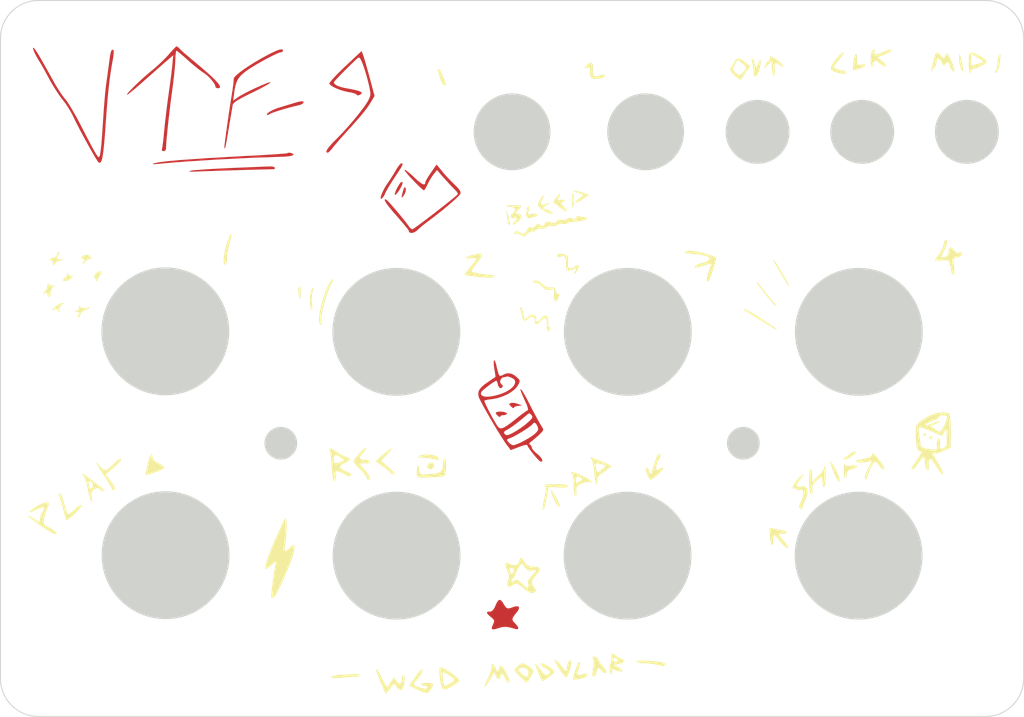
<source format=kicad_pcb>
(kicad_pcb (version 20240108) (generator "pcbnew") (generator_version "8.0")
  (layers (0 "F.Cu" signal) (31 "B.Cu" signal) (34 "B.Paste" user) (35 "F.Paste" user) (36 "B.SilkS" user "B.Silkscreen") (37 "F.SilkS" user "F.Silkscreen") (38 "B.Mask" user) (39 "F.Mask" user) (44 "Edge.Cuts" user))
  (net 0 "")
  (gr_poly (pts (xy 148.809936 108.607655) (xy 148.833429 108.612944) (xy 148.857203 108.621979) (xy 148.881311 108.634748) (xy 148.905801 108.651241) (xy 148.930727 108.671448) (xy 148.956138 108.695357) (xy 148.982086 108.722957) (xy 149.008621 108.754239) (xy 149.035795 108.789191) (xy 149.063658 108.827803) (xy 149.092262 108.870064) (xy 149.121657 108.915962) (xy 149.183025 109.018631) (xy 149.235408 109.103861) (xy 149.28339 109.178466) (xy 149.328067 109.242811) (xy 149.370534 109.297262) (xy 149.39128 109.320891) (xy 149.411884 109.342183) (xy 149.432483 109.361183) (xy 149.453213 109.377938) (xy 149.474212 109.392493) (xy 149.495615 109.404894) (xy 149.517561 109.415185) (xy 149.540185 109.423414) (xy 149.563626 109.429625) (xy 149.588018 109.433863) (xy 149.6135 109.436176) (xy 149.640208 109.436607) (xy 149.668279 109.435204) (xy 149.69785 109.432011) (xy 149.729058 109.427074) (xy 149.762039 109.420438) (xy 149.833868 109.402255) (xy 149.914434 109.377825) (xy 150.00483 109.347515) (xy 150.106152 109.311687) (xy 150.162469 109.291203) (xy 150.216012 109.273678) (xy 150.266754 109.259067) (xy 150.314668 109.247324) (xy 150.359727 109.238404) (xy 150.401905 109.23226) (xy 150.441174 109.228848) (xy 150.477508 109.228121) (xy 150.51088 109.230034) (xy 150.541264 109.234542) (xy 150.568631 109.241599) (xy 150.592956 109.251159) (xy 150.614212 109.263176) (xy 150.632371 109.277606) (xy 150.647408 109.294401) (xy 150.659294 109.313518) (xy 150.668004 109.33491) (xy 150.67351 109.358531) (xy 150.675787 109.384337) (xy 150.674805 109.41228) (xy 150.67054 109.442317) (xy 150.662964 109.4744) (xy 150.652051 109.508485) (xy 150.637773 109.544526) (xy 150.620104 109.582478) (xy 150.599016 109.622293) (xy 150.574484 109.663928) (xy 150.546479 109.707337) (xy 150.514977 109.752473) (xy 150.479948 109.799292) (xy 150.441368 109.847747) (xy 150.399208 109.897793) (xy 150.319179 109.996886) (xy 150.249388 110.086105) (xy 150.189772 110.166567) (xy 150.163758 110.203863) (xy 150.140265 110.239388) (xy 150.119282 110.273282) (xy 150.100803 110.305684) (xy 150.084819 110.336734) (xy 150.071322 110.366571) (xy 150.060304 110.395335) (xy 150.051757 110.423165) (xy 150.045673 110.450201) (xy 150.042045 110.476582) (xy 150.040863 110.502448) (xy 150.04212 110.527939) (xy 150.045808 110.553193) (xy 150.051918 110.578351) (xy 150.060443 110.603552) (xy 150.071375 110.628935) (xy 150.084706 110.65464) (xy 150.100427 110.680806) (xy 150.118531 110.707574) (xy 150.139009 110.735082) (xy 150.161853 110.76347) (xy 150.187056 110.792877) (xy 150.244505 110.855309) (xy 150.311291 110.923492) (xy 150.347179 110.960146) (xy 150.380666 110.995897) (xy 150.411755 111.030705) (xy 150.440447 111.064525) (xy 150.466746 111.097314) (xy 150.490655 111.129031) (xy 150.512176 111.159631) (xy 150.531311 111.189073) (xy 150.548065 111.217312) (xy 150.562438 111.244307) (xy 150.574434 111.270014) (xy 150.584055 111.29439) (xy 150.591305 111.317392) (xy 150.596186 111.338978) (xy 150.5987 111.359104) (xy 150.598851 111.377728) (xy 150.59664 111.394806) (xy 150.592071 111.410296) (xy 150.585147 111.424154) (xy 150.575869 111.436339) (xy 150.564241 111.446806) (xy 150.550266 111.455514) (xy 150.533946 111.462418) (xy 150.515283 111.467477) (xy 150.494281 111.470646) (xy 150.470942 111.471884) (xy 150.445268 111.471147) (xy 150.417263 111.468393) (xy 150.38693 111.463578) (xy 150.35427 111.456659) (xy 150.319287 111.447595) (xy 150.281982 111.43634) (xy 150.139608 111.394951) (xy 150.008417 111.358669) (xy 149.887227 111.327453) (xy 149.77486 111.30126) (xy 149.670133 111.280046) (xy 149.571867 111.263769) (xy 149.478882 111.252386) (xy 149.389996 111.245853) (xy 149.304029 111.244129) (xy 149.2198 111.247169) (xy 149.13613 111.254932) (xy 149.051838 111.267374) (xy 148.965742 111.284452) (xy 148.876663 111.306124) (xy 148.783421 111.332346) (xy 148.684834 111.363075) (xy 148.562517 111.403391) (xy 148.453595 111.436281) (xy 148.357723 111.461529) (xy 148.314573 111.471221) (xy 148.274557 111.478922) (xy 148.237632 111.484605) (xy 148.203754 111.488244) (xy 148.172882 111.489812) (xy 148.144972 111.489281) (xy 148.11998 111.486626) (xy 148.097865 111.481819) (xy 148.078583 111.474833) (xy 148.062092 111.465642) (xy 148.048348 111.454219) (xy 148.037308 111.440537) (xy 148.02893 111.424569) (xy 148.02317 111.406288) (xy 148.019986 111.385667) (xy 148.019335 111.362681) (xy 148.021174 111.3373) (xy 148.02546 111.3095) (xy 148.032149 111.279253) (xy 148.0412 111.246533) (xy 148.052568 111.211311) (xy 148.066212 111.173563) (xy 148.100154 111.090376) (xy 148.142681 110.996758) (xy 148.170799 110.931546) (xy 148.194539 110.872752) (xy 148.213642 110.819582) (xy 148.221374 110.794857) (xy 148.227851 110.771241) (xy 148.23304 110.748633) (xy 148.236909 110.726935) (xy 148.239425 110.706047) (xy 148.240558 110.685871) (xy 148.240273 110.666305) (xy 148.23854 110.647253) (xy 148.235325 110.628614) (xy 148.230598 110.610288) (xy 148.224325 110.592177) (xy 148.216475 110.574182) (xy 148.207014 110.556203) (xy 148.195912 110.53814) (xy 148.183135 110.519895) (xy 148.168652 110.501369) (xy 148.152431 110.482461) (xy 148.134439 110.463074) (xy 148.114643 110.443106) (xy 148.093013 110.42246) (xy 148.044118 110.378735) (xy 147.987496 110.331103) (xy 147.92289 110.27877) (xy 147.840124 110.210063) (xy 147.767661 110.146722) (xy 147.705501 110.088618) (xy 147.678285 110.06149) (xy 147.653644 110.035623) (xy 147.631579 110.011001) (xy 147.612089 109.987608) (xy 147.595176 109.965427) (xy 147.580838 109.944443) (xy 147.569075 109.92464) (xy 147.559889 109.906001) (xy 147.553278 109.88851) (xy 147.549242 109.872152) (xy 147.547783 109.85691) (xy 147.548899 109.842768) (xy 147.552591 109.829709) (xy 147.558858 109.817719) (xy 147.567702 109.80678) (xy 147.579121 109.796877) (xy 147.593115 109.787994) (xy 147.609685 109.780114) (xy 147.628831 109.773221) (xy 147.650553 109.7673) (xy 147.67485 109.762334) (xy 147.701723 109.758307) (xy 147.731172 109.755202) (xy 147.763197 109.753005) (xy 147.797797 109.751698) (xy 147.834972 109.751266) (xy 147.872935 109.749192) (xy 147.909954 109.74291) (xy 147.946113 109.732336) (xy 147.981501 109.717383) (xy 148.016201 109.697966) (xy 148.0503 109.673998) (xy 148.083884 109.645394) (xy 148.117039 109.612068) (xy 148.149851 109.573934) (xy 148.182404 109.530907) (xy 148.214786 109.482899) (xy 148.247083 109.429826) (xy 148.279379 109.371602) (xy 148.31176 109.30814) (xy 148.344314 109.239355) (xy 148.377125 109.165161) (xy 148.430767 109.04117) (xy 148.456685 108.985072) (xy 148.482069 108.932891) (xy 148.50697 108.884617) (xy 148.53144 108.840238) (xy 148.555528 108.799745) (xy 148.579286 108.763125) (xy 148.602766 108.73037) (xy 148.626017 108.701466) (xy 148.649092 108.676406) (xy 148.67204 108.655176) (xy 148.694913 108.637767) (xy 148.717762 108.624168) (xy 148.740638 108.614368) (xy 148.763591 108.608356) (xy 148.786674 108.606122)) (stroke (width -0.000001)) (fill solid) (layer "F.Cu"))
  (gr_poly (pts (xy 128.241714 64.909084) (xy 128.29654 64.91406) (xy 128.351968 64.923115) (xy 128.406493 64.93584) (xy 128.458615 64.951827) (xy 128.50683 64.970669) (xy 128.529003 64.981033) (xy 128.549636 64.991957) (xy 128.568542 65.003392) (xy 128.585531 65.015285) (xy 128.600418 65.027586) (xy 128.613012 65.040244) (xy 128.623128 65.053208) (xy 128.630577 65.066427) (xy 128.635171 65.079849) (xy 128.636723 65.093425) (xy 128.635044 65.107102) (xy 128.629948 65.120831) (xy 128.61698 65.134717) (xy 128.59489 65.148818) (xy 128.564171 65.163006) (xy 128.525318 65.17715) (xy 128.478823 65.191123) (xy 128.425181 65.204796) (xy 128.298429 65.230724) (xy 128.149011 65.253906) (xy 127.980877 65.273309) (xy 127.797975 65.287904) (xy 127.604256 65.296659) (xy 124.5345 65.402437) (xy 121.168027 65.571401) (xy 117.960903 65.778828) (xy 116.559617 65.889238) (xy 115.369194 65.999991) (xy 115.272846 66.007543) (xy 115.187036 66.0137) (xy 115.111658 66.01844) (xy 115.046604 66.021742) (xy 114.991767 66.023585) (xy 114.94704 66.023946) (xy 114.912315 66.022806) (xy 114.898669 66.021665) (xy 114.887484 66.020141) (xy 114.878746 66.01823) (xy 114.872442 66.01593) (xy 114.868557 66.013239) (xy 114.867079 66.010153) (xy 114.867995 66.00667) (xy 114.87129 66.002787) (xy 114.876952 65.998502) (xy 114.884966 65.993812) (xy 114.89532 65.988713) (xy 114.908001 65.983205) (xy 114.940286 65.970945) (xy 114.981715 65.95701) (xy 115.032181 65.94138) (xy 115.362297 65.863711) (xy 115.901043 65.784324) (xy 116.646875 65.702876) (xy 117.598246 65.619023) (xy 120.111423 65.442731) (xy 123.428213 65.252702) (xy 125.193872 65.161579) (xy 126.651823 65.073204) (xy 127.648212 65.001315) (xy 127.925241 64.975845) (xy 128.00005 64.96648) (xy 128.029184 64.959648) (xy 128.042718 64.948092) (xy 128.058469 64.938117) (xy 128.076247 64.92967) (xy 128.095866 64.922702) (xy 128.117138 64.917162) (xy 128.139875 64.912997) (xy 128.163888 64.910158) (xy 128.188991 64.908594) (xy 128.214996 64.908253)) (stroke (width -0.000001)) (fill solid) (layer "F.Cu"))
  (gr_poly (pts (xy 129.506628 59.881567) (xy 129.531169 59.884267) (xy 129.552757 59.888446) (xy 129.571394 59.894095) (xy 129.587082 59.901206) (xy 129.593821 59.905307) (xy 129.599824 59.909771) (xy 129.605091 59.914597) (xy 129.609622 59.919783) (xy 129.613419 59.925328) (xy 129.616481 59.931232) (xy 129.618808 59.937494) (xy 129.620401 59.944112) (xy 129.62126 59.951085) (xy 129.621386 59.958413) (xy 129.620778 59.966095) (xy 129.619438 59.974129) (xy 129.614561 59.99125) (xy 129.606756 60.009769) (xy 129.596027 60.029678) (xy 129.582376 60.050969) (xy 129.579162 60.057879) (xy 129.575036 60.064864) (xy 129.564175 60.079016) (xy 129.550051 60.09334) (xy 129.532923 60.10775) (xy 129.513047 60.12216) (xy 129.490682 60.136483) (xy 129.466084 60.150635) (xy 129.439512 60.16453) (xy 129.411222 60.178081) (xy 129.381473 60.191202) (xy 129.350522 60.203808) (xy 129.318627 60.215814) (xy 129.286045 60.227132) (xy 129.253033 60.237678) (xy 129.21985 60.247365) (xy 129.186752 60.256108) (xy 128.788695 60.346744) (xy 128.348569 60.459187) (xy 127.892988 60.585024) (xy 127.448568 60.715841) (xy 127.041925 60.843223) (xy 126.699675 60.958756) (xy 126.448431 61.054028) (xy 126.365254 61.091436) (xy 126.31481 61.120623) (xy 126.295428 61.136416) (xy 126.275831 61.150815) (xy 126.256149 61.163797) (xy 126.236509 61.175341) (xy 126.217042 61.185426) (xy 126.197874 61.194029) (xy 126.179136 61.201131) (xy 126.160956 61.206708) (xy 126.152116 61.208919) (xy 126.143463 61.21074) (xy 126.135015 61.21217) (xy 126.126786 61.213205) (xy 126.118793 61.213844) (xy 126.111053 61.214082) (xy 126.10358 61.213918) (xy 126.096393 61.213349) (xy 126.089505 61.212372) (xy 126.082935 61.210985) (xy 126.076697 61.209184) (xy 126.070807 61.206968) (xy 126.065283 61.204333) (xy 126.060139 61.201277) (xy 126.055393 61.197796) (xy 126.05106 61.19389) (xy 126.042194 61.182183) (xy 126.037487 61.169095) (xy 126.036805 61.154702) (xy 126.040013 61.139084) (xy 126.046977 61.122317) (xy 126.057563 61.10448) (xy 126.089065 61.065905) (xy 126.133445 61.023982) (xy 126.189631 60.979333) (xy 126.256549 60.93258) (xy 126.333125 60.884347) (xy 126.418287 60.835255) (xy 126.510961 60.785927) (xy 126.610075 60.736985) (xy 126.714555 60.689052) (xy 126.823327 60.642751) (xy 126.93532 60.598703) (xy 127.049459 60.557532) (xy 127.164671 60.519859) (xy 127.78375 60.329376) (xy 128.556684 60.094934) (xy 128.710027 60.045985) (xy 128.782197 60.023937) (xy 128.851371 60.003496) (xy 128.91755 59.984655) (xy 128.980738 59.967404) (xy 129.040937 59.951736) (xy 129.09815 59.937644) (xy 129.152379 59.925118) (xy 129.203627 59.914151) (xy 129.251898 59.904734) (xy 129.297192 59.896861) (xy 129.339515 59.890522) (xy 129.378867 59.88571) (xy 129.415251 59.882416) (xy 129.448671 59.880633) (xy 129.479129 59.880353)) (stroke (width -0.000001)) (fill solid) (layer "F.Cu"))
  (gr_poly (pts (xy 117.215762 54.511485) (xy 117.221854 54.512684) (xy 117.235562 54.51712) (xy 117.25116 54.524132) (xy 117.268474 54.533548) (xy 117.287334 54.545196) (xy 117.307567 54.558904) (xy 117.329002 54.574501) (xy 117.351468 54.591816) (xy 117.374792 54.610675) (xy 117.398803 54.630909) (xy 117.423329 54.652345) (xy 117.473239 54.698135) (xy 117.523149 54.746674) (xy 117.588172 54.81802) (xy 117.691657 54.919073) (xy 117.828111 55.045195) (xy 117.992039 55.191751) (xy 118.380338 55.527619) (xy 118.812593 55.889587) (xy 119.240264 56.246015) (xy 119.628055 56.574003) (xy 119.976609 56.874303) (xy 120.286571 57.147665) (xy 120.427281 57.274479) (xy 120.558585 57.394841) (xy 120.680562 57.508843) (xy 120.793294 57.616581) (xy 120.896861 57.718149) (xy 120.991343 57.813639) (xy 121.076821 57.903146) (xy 121.153375 57.986764) (xy 121.221086 58.064586) (xy 121.280034 58.136707) (xy 121.3303 58.203221) (xy 121.371964 58.264221) (xy 121.405108 58.319802) (xy 121.42981 58.370056) (xy 121.439021 58.393216) (xy 121.446152 58.415079) (xy 121.451213 58.435658) (xy 121.454215 58.454964) (xy 121.455166 58.473009) (xy 121.454078 58.489805) (xy 121.45096 58.505363) (xy 121.445822 58.519696) (xy 121.438675 58.532814) (xy 121.429529 58.54473) (xy 121.418393 58.555456) (xy 121.405277 58.565003) (xy 121.390192 58.573382) (xy 121.373148 58.580606) (xy 121.354155 58.586687) (xy 121.333223 58.591636) (xy 121.285581 58.598185) (xy 121.230303 58.600347) (xy 121.219359 58.600134) (xy 121.208516 58.599506) (xy 121.197792 58.598475) (xy 121.187202 58.597056) (xy 121.176762 58.59526) (xy 121.166489 58.593103) (xy 121.156398 58.590597) (xy 121.146505 58.587755) (xy 121.136827 58.584591) (xy 121.12738 58.581119) (xy 121.11818 58.577352) (xy 121.109243 58.573303) (xy 121.100585 58.568986) (xy 121.092222 58.564414) (xy 121.08417 58.5596) (xy 121.076446 58.554559) (xy 121.069065 58.549302) (xy 121.062043 58.543845) (xy 121.055397 58.538199) (xy 121.049143 58.532379) (xy 121.043297 58.526399) (xy 121.037874 58.52027) (xy 121.032892 58.514008) (xy 121.028366 58.507624) (xy 121.024312 58.501134) (xy 121.020746 58.494549) (xy 121.017685 58.487884) (xy 121.015144 58.481152) (xy 121.01314 58.474366) (xy 121.011688 58.46754) (xy 121.010805 58.460687) (xy 121.010508 58.45382) (xy 121.008642 58.426332) (xy 121.003142 58.396179) (xy 120.994148 58.363531) (xy 120.981803 58.328557) (xy 120.947629 58.252307) (xy 120.901757 58.16878) (xy 120.845324 58.079329) (xy 120.779469 57.985306) (xy 120.705329 57.888063) (xy 120.624042 57.788953) (xy 120.536744 57.689328) (xy 120.444574 57.590539) (xy 120.348669 57.49394) (xy 120.250167 57.400883) (xy 120.150206 57.312719) (xy 120.049922 57.230801) (xy 119.950454 57.156481) (xy 119.85294 57.091112) (xy 119.79606 57.056362) (xy 119.730338 57.012983) (xy 119.575454 56.902915) (xy 119.39447 56.76606) (xy 119.193567 56.60757) (xy 118.978927 56.432596) (xy 118.756732 56.24629) (xy 118.533163 56.053802) (xy 118.314402 55.860285) (xy 118.10849 55.673376) (xy 117.911679 55.499688) (xy 117.728948 55.342829) (xy 117.565278 55.206403) (xy 117.425647 55.094017) (xy 117.315036 55.009277) (xy 117.272169 54.978401) (xy 117.238424 54.955789) (xy 117.214424 54.941891) (xy 117.206272 54.938351) (xy 117.20079 54.937158) (xy 117.195339 54.938436) (xy 117.189976 54.942227) (xy 117.179527 54.957105) (xy 117.169464 54.981299) (xy 117.159808 55.014314) (xy 117.150582 55.055657) (xy 117.141807 55.104834) (xy 117.125695 55.224717) (xy 117.111643 55.370014) (xy 117.099823 55.536774) (xy 117.090407 55.721049) (xy 117.083567 55.918889) (xy 117.072119 56.163436) (xy 117.049683 56.471344) (xy 116.977335 57.228481) (xy 116.877514 58.092766) (xy 116.761208 58.966668) (xy 116.660298 59.716678) (xy 116.558358 60.532454) (xy 116.369246 62.195771) (xy 116.229587 63.625559) (xy 116.189463 64.149423) (xy 116.175097 64.490757) (xy 116.174798 64.504405) (xy 116.173912 64.517866) (xy 116.172452 64.531123) (xy 116.170432 64.544159) (xy 116.167864 64.55696) (xy 116.164762 64.569509) (xy 116.161139 64.581789) (xy 116.15701 64.593784) (xy 116.152387 64.60548) (xy 116.147283 64.616858) (xy 116.141713 64.627904) (xy 116.135689 64.638602) (xy 116.129225 64.648934) (xy 116.122335 64.658885) (xy 116.115031 64.66844) (xy 116.107328 64.677581) (xy 116.099239 64.686293) (xy 116.090776 64.694559) (xy 116.081954 64.702364) (xy 116.072786 64.709691) (xy 116.063285 64.716525) (xy 116.053464 64.722849) (xy 116.043338 64.728647) (xy 116.03292 64.733903) (xy 116.022222 64.738601) (xy 116.011259 64.742725) (xy 116.000044 64.746259) (xy 115.988589 64.749186) (xy 115.97691 64.751491) (xy 115.965018 64.753157) (xy 115.952928 64.754168) (xy 115.940653 64.754509) (xy 115.927216 64.754251) (xy 115.914377 64.753479) (xy 115.902134 64.752191) (xy 115.890484 64.750388) (xy 115.879425 64.74807) (xy 115.868952 64.745237) (xy 115.859065 64.741888) (xy 115.84976 64.738025) (xy 115.841034 64.733646) (xy 115.832886 64.728753) (xy 115.825311 64.723344) (xy 115.818308 64.71742) (xy 115.811874 64.71098) (xy 115.806005 64.704026) (xy 115.800701 64.696557) (xy 115.795957 64.688572) (xy 115.791771 64.680072) (xy 115.78814 64.671057) (xy 115.785062 64.661527) (xy 115.782534 64.651482) (xy 115.780554 64.640922) (xy 115.779118 64.629846) (xy 115.778224 64.618256) (xy 115.77787 64.60615) (xy 115.778768 64.580393) (xy 115.781791 64.552575) (xy 115.786917 64.522696) (xy 115.794126 64.490757) (xy 115.813185 64.408995) (xy 115.83671 64.267991) (xy 115.893031 63.840544) (xy 115.954847 63.272978) (xy 116.013916 62.629857) (xy 116.097025 61.844332) (xy 116.206234 60.906327) (xy 116.329179 59.932604) (xy 116.453499 59.039927) (xy 116.572324 58.206553) (xy 116.678786 57.395157) (xy 116.76052 56.699152) (xy 116.788251 56.423613) (xy 116.805164 56.211951) (xy 116.893082 55.376739) (xy 115.999263 56.138683) (xy 113.742737 58.131455) (xy 113.464793 58.375202) (xy 113.20608 58.597827) (xy 112.972094 58.794696) (xy 112.768329 58.961171) (xy 112.679497 59.031563) (xy 112.60028 59.092617) (xy 112.531367 59.143756) (xy 112.473442 59.184398) (xy 112.427195 59.213965) (xy 112.39331 59.231878) (xy 112.381219 59.236282) (xy 112.372476 59.237555) (xy 112.367167 59.235625) (xy 112.365378 59.230419) (xy 112.369697 59.2103) (xy 112.382414 59.183141) (xy 112.431602 59.109075) (xy 112.510067 59.01097) (xy 112.614933 58.891573) (xy 112.892363 58.599891) (xy 113.240881 58.256009) (xy 113.637478 57.881906) (xy 114.059146 57.49956) (xy 114.482874 57.130952) (xy 114.885653 56.798059) (xy 115.065951 56.647953) (xy 115.262046 56.476383) (xy 115.467757 56.28936) (xy 115.676903 56.092892) (xy 115.883301 55.892991) (xy 116.08077 55.695665) (xy 116.263128 55.506925) (xy 116.424194 55.332781) (xy 116.565141 55.167108) (xy 116.700078 55.012939) (xy 116.825742 54.873537) (xy 116.938872 54.752164) (xy 116.989716 54.699259) (xy 117.036204 54.652084) (xy 117.077926 54.611049) (xy 117.114476 54.576559) (xy 117.145445 54.549024) (xy 117.170426 54.528852) (xy 117.18901 54.516449) (xy 117.195776 54.513289) (xy 117.20079 54.512224) (xy 117.205208 54.511234) (xy 117.210206 54.510995)) (stroke (width -0.000001)) (fill solid) (layer "F.Cu"))
  (gr_poly (pts (xy 139.233168 67.763287) (xy 139.239787 67.764163) (xy 139.246154 67.765637) (xy 139.252252 67.767718) (xy 139.258066 67.770413) (xy 139.26358 67.773731) (xy 139.268777 67.777679) (xy 139.273641 67.782266) (xy 139.278156 67.7875) (xy 139.282307 67.793388) (xy 139.286076 67.799939) (xy 139.289449 67.807161) (xy 139.292408 67.815062) (xy 139.296004 67.835268) (xy 139.295936 67.859946) (xy 139.2924 67.888762) (xy 139.285597 67.92138) (xy 139.262982 67.996679) (xy 139.229677 68.083161) (xy 139.187271 68.178142) (xy 139.137353 68.278941) (xy 139.081511 68.382873) (xy 139.021333 68.487256) (xy 138.958408 68.589406) (xy 138.894324 68.686642) (xy 138.830669 68.776279) (xy 138.769032 68.855635) (xy 138.711001 68.922027) (xy 138.683835 68.949523) (xy 138.658165 68.972771) (xy 138.634191 68.991437) (xy 138.612111 69.005185) (xy 138.592124 69.01368) (xy 138.574429 69.016586) (xy 138.562134 69.014347) (xy 138.552657 69.007772) (xy 138.545895 68.997075) (xy 138.541746 68.982473) (xy 138.540109 68.964178) (xy 138.540881 68.942406) (xy 138.549245 68.88929) (xy 138.566022 68.82484) (xy 138.590398 68.750775) (xy 138.621557 68.668811) (xy 138.658682 68.580665) (xy 138.700959 68.488055) (xy 138.747572 68.392698) (xy 138.797704 68.29631) (xy 138.850541 68.200609) (xy 138.905267 68.107313) (xy 138.961066 68.018137) (xy 139.017122 67.9348) (xy 139.07262 67.859018) (xy 139.080903 67.849618) (xy 139.089254 67.840656) (xy 139.09766 67.832139) (xy 139.106103 67.824075) (xy 139.114568 67.816472) (xy 139.123038 67.809339) (xy 139.131497 67.802684) (xy 139.13993 67.796514) (xy 139.148319 67.790838) (xy 139.15665 67.785664) (xy 139.164905 67.780999) (xy 139.17307 67.776853) (xy 139.181127 67.773232) (xy 139.18906 67.770145) (xy 139.196854 67.7676) (xy 139.204493 67.765605) (xy 139.211959 67.764168) (xy 139.219238 67.763298) (xy 139.226313 67.763001)) (stroke (width -0.000001)) (fill solid) (layer "F.Cu"))
  (gr_poly (pts (xy 150.070034 89.349958) (xy 150.112855 89.352423) (xy 150.157435 89.356454) (xy 150.20339 89.362031) (xy 150.250331 89.369131) (xy 150.297874 89.377734) (xy 150.345631 89.387818) (xy 150.393217 89.399362) (xy 150.440244 89.412344) (xy 150.486327 89.426742) (xy 150.531078 89.442535) (xy 150.970665 89.603718) (xy 150.575043 89.647675) (xy 150.553239 89.650592) (xy 150.531799 89.653839) (xy 150.510747 89.657403) (xy 150.490102 89.66127) (xy 150.469886 89.665427) (xy 150.450121 89.66986) (xy 150.430828 89.674556) (xy 150.412029 89.679502) (xy 150.393745 89.684683) (xy 150.375998 89.690088) (xy 150.358809 89.695701) (xy 150.342199 89.70151) (xy 150.326191 89.707502) (xy 150.310805 89.713663) (xy 150.296063 89.719979) (xy 150.281986 89.726438) (xy 150.268596 89.733025) (xy 150.255914 89.739727) (xy 150.243962 89.746532) (xy 150.232762 89.753425) (xy 150.222334 89.760393) (xy 150.2127 89.767423) (xy 150.203882 89.774501) (xy 150.195901 89.781614) (xy 150.188779 89.788749) (xy 150.182536 89.795892) (xy 150.177196 89.803029) (xy 150.172778 89.810147) (xy 150.169304 89.817234) (xy 150.166796 89.824274) (xy 150.165276 89.831256) (xy 150.164764 89.838165) (xy 150.164424 89.844649) (xy 150.163412 89.850367) (xy 150.161746 89.855329) (xy 150.159441 89.859543) (xy 150.156514 89.863015) (xy 150.15298 89.865756) (xy 150.148856 89.867772) (xy 150.144158 89.869072) (xy 150.138902 89.869663) (xy 150.133104 89.869554) (xy 150.12678 89.868753) (xy 150.119947 89.867268) (xy 150.104814 89.862277) (xy 150.087836 89.854647) (xy 150.06914 89.84444) (xy 150.048857 89.831723) (xy 150.027113 89.816558) (xy 150.004039 89.799011) (xy 149.979764 89.779147) (xy 149.954415 89.757028) (xy 149.928121 89.73272) (xy 149.901012 89.706287) (xy 149.862208 89.667086) (xy 149.828234 89.631706) (xy 149.799111 89.599846) (xy 149.786375 89.585142) (xy 149.77486 89.571205) (xy 149.764569 89.557999) (xy 149.755504 89.545484) (xy 149.747667 89.533624) (xy 149.741062 89.522382) (xy 149.735692 89.511719) (xy 149.731558 89.501597) (xy 149.728664 89.491981) (xy 149.727012 89.482831) (xy 149.726605 89.474111) (xy 149.727445 89.465782) (xy 149.729536 89.457807) (xy 149.73288 89.450149) (xy 149.737479 89.44277) (xy 149.743337 89.435633) (xy 149.750456 89.4287) (xy 149.758838 89.421932) (xy 149.768487 89.415294) (xy 149.779405 89.408747) (xy 149.791594 89.402254) (xy 149.805058 89.395777) (xy 149.819799 89.389278) (xy 149.83582 89.38272) (xy 149.871712 89.369278) (xy 149.895857 89.36189) (xy 149.924081 89.356198) (xy 149.955998 89.352181) (xy 149.991219 89.349816) (xy 150.02936 89.349082)) (stroke (width -0.000001)) (fill solid) (layer "F.Cu"))
  (gr_poly (pts (xy 127.471715 54.804188) (xy 127.497549 54.806981) (xy 127.52046 54.812151) (xy 127.540494 54.819682) (xy 127.549447 54.824328) (xy 127.5577 54.829558) (xy 127.565258 54.835371) (xy 127.572126 54.841763) (xy 127.578313 54.848734) (xy 127.583822 54.856281) (xy 127.58866 54.864402) (xy 127.592834 54.873096) (xy 127.599212 54.892191) (xy 127.603003 54.91355) (xy 127.604256 54.937158) (xy 127.604001 54.944024) (xy 127.603247 54.950876) (xy 127.60201 54.957702) (xy 127.600306 54.964488) (xy 127.598152 54.971219) (xy 127.595563 54.977884) (xy 127.592555 54.984469) (xy 127.589145 54.990959) (xy 127.585348 54.997342) (xy 127.581181 55.003605) (xy 127.57666 55.009733) (xy 127.571801 55.015714) (xy 127.561133 55.02718) (xy 127.549307 55.037894) (xy 127.53645 55.047749) (xy 127.522691 55.056639) (xy 127.50816 55.064456) (xy 127.492984 55.071092) (xy 127.485196 55.073934) (xy 127.477294 55.076441) (xy 127.469296 55.078598) (xy 127.461218 55.080394) (xy 127.453075 55.081813) (xy 127.444884 55.082844) (xy 127.43666 55.083473) (xy 127.428421 55.083685) (xy 127.349855 55.096835) (xy 127.232612 55.134626) (xy 127.081283 55.194568) (xy 126.900463 55.274171) (xy 126.468721 55.4824) (xy 125.974133 55.739396) (xy 125.453445 56.02524) (xy 124.943403 56.320012) (xy 124.480754 56.603796) (xy 124.102243 56.856671) (xy 123.94498 56.972143) (xy 123.80229 57.083301) (xy 123.673294 57.191669) (xy 123.557113 57.298771) (xy 123.452866 57.40613) (xy 123.359673 57.515271) (xy 123.276653 57.627717) (xy 123.202928 57.744993) (xy 123.137617 57.868622) (xy 123.079839 58.000128) (xy 123.028716 58.141036) (xy 122.983366 58.292868) (xy 122.942911 58.45715) (xy 122.906469 58.635404) (xy 122.87316 58.829155) (xy 122.842106 59.039927) (xy 122.739536 59.816527) (xy 123.149811 59.523474) (xy 123.29387 59.42813) (xy 123.474633 59.319822) (xy 123.685875 59.201384) (xy 123.921371 59.075647) (xy 124.440228 58.813615) (xy 124.981407 58.55639) (xy 125.495112 58.32664) (xy 125.931547 58.14703) (xy 126.105226 58.083111) (xy 126.240915 58.040226) (xy 126.332387 58.02121) (xy 126.359597 58.021537) (xy 126.373419 58.028894) (xy 126.373781 58.036826) (xy 126.369448 58.046845) (xy 126.347147 58.072908) (xy 126.307418 58.106613) (xy 126.251161 58.147487) (xy 126.092671 58.248854) (xy 125.87889 58.37323) (xy 125.617029 58.516838) (xy 125.314301 58.675901) (xy 124.977916 58.846641) (xy 124.615088 59.02528) (xy 124.359949 59.149692) (xy 124.12694 59.265047) (xy 123.91518 59.371902) (xy 123.723789 59.470815) (xy 123.551888 59.562345) (xy 123.398596 59.647049) (xy 123.263032 59.725486) (xy 123.144319 59.798213) (xy 123.091005 59.83261) (xy 123.041574 59.865789) (xy 122.995915 59.89782) (xy 122.953918 59.928772) (xy 122.915474 59.958715) (xy 122.880472 59.98772) (xy 122.848802 60.015855) (xy 122.820354 60.04319) (xy 122.795019 60.069796) (xy 122.772686 60.095741) (xy 122.753245 60.121097) (xy 122.736587 60.145932) (xy 122.722601 60.170316) (xy 122.711177 60.194319) (xy 122.702205 60.21801) (xy 122.695576 60.241461) (xy 122.314608 62.48333) (xy 122.216416 63.075908) (xy 122.13076 63.567176) (xy 122.092686 63.774497) (xy 122.05781 63.956104) (xy 122.026154 64.111868) (xy 121.997739 64.241661) (xy 121.972586 64.345353) (xy 121.950718 64.422817) (xy 121.941022 64.451672) (xy 121.932155 64.473922) (xy 121.924119 64.489551) (xy 121.916919 64.498541) (xy 121.913632 64.500542) (xy 121.910555 64.500878) (xy 121.907688 64.499546) (xy 121.905031 64.496545) (xy 121.90035 64.485526) (xy 121.896513 64.467804) (xy 121.893525 64.443365) (xy 121.891387 64.412191) (xy 121.889673 64.329576) (xy 121.907846 64.111417) (xy 121.958129 63.686002) (xy 122.129613 62.40091) (xy 122.353297 60.849319) (xy 122.578354 59.406249) (xy 122.626262 59.106583) (xy 122.670392 58.816705) (xy 122.709714 58.543654) (xy 122.743198 58.294472) (xy 122.769814 58.076197) (xy 122.78853 57.89587) (xy 122.798317 57.760531) (xy 122.799541 57.711932) (xy 122.798145 57.67722) (xy 122.801364 57.647415) (xy 122.813592 57.613071) (xy 122.864026 57.531494) (xy 122.947342 57.433948) (xy 123.061438 57.321891) (xy 123.204209 57.196785) (xy 123.373554 57.060088) (xy 123.783545 56.757761) (xy 124.274585 56.426586) (xy 124.829845 56.07824) (xy 125.432497 55.724398) (xy 126.065714 55.376739) (xy 126.266509 55.272317) (xy 126.45155 55.178755) (xy 126.621223 55.095926) (xy 126.775914 55.0237) (xy 126.847762 54.991523) (xy 126.91601 54.961948) (xy 126.980705 54.93496) (xy 127.041896 54.910542) (xy 127.099632 54.888678) (xy 127.15396 54.869352) (xy 127.204929 54.852549) (xy 127.252588 54.838251) (xy 127.296983 54.826443) (xy 127.338165 54.817109) (xy 127.37618 54.810232) (xy 127.411078 54.805797) (xy 127.442907 54.803788)) (stroke (width -0.000001)) (fill solid) (layer "F.Cu"))
  (gr_poly (pts (xy 103.21859 54.644416) (xy 103.234048 54.65294) (xy 103.252342 54.667079) (xy 103.297148 54.711871) (xy 103.352429 54.778127) (xy 103.417604 54.865181) (xy 103.492095 54.972369) (xy 103.575322 55.099025) (xy 103.666705 55.244483) (xy 103.765665 55.408078) (xy 103.983996 55.787017) (xy 104.628718 56.92627) (xy 104.973059 57.5426) (xy 105.27344 58.087499) (xy 105.415589 58.331646) (xy 105.564435 58.576308) (xy 105.715685 58.815131) (xy 105.865045 59.041762) (xy 106.008225 59.249848) (xy 106.140929 59.433035) (xy 106.202013 59.513307) (xy 106.258867 59.584971) (xy 106.310957 59.647235) (xy 106.357745 59.699303) (xy 106.404315 59.753858) (xy 106.461058 59.828718) (xy 106.601805 60.03403) (xy 106.77346 60.304591) (xy 106.969498 60.629757) (xy 107.183394 60.99888) (xy 107.408623 61.401315) (xy 107.63866 61.826416) (xy 107.86698 62.263536) (xy 108.310912 63.127764) (xy 108.500854 63.494262) (xy 108.67105 63.819936) (xy 108.8227 64.106974) (xy 108.957007 64.357566) (xy 109.075174 64.573902) (xy 109.178402 64.75817) (xy 109.267892 64.912561) (xy 109.344848 65.039263) (xy 109.379001 65.092914) (xy 109.41047 65.140465) (xy 109.439407 65.182188) (xy 109.465962 65.218358) (xy 109.490284 65.249247) (xy 109.512525 65.27513) (xy 109.532833 65.29628) (xy 109.55136 65.312971) (xy 109.568256 65.325476) (xy 109.58367 65.33407) (xy 109.597754 65.339025) (xy 109.610658 65.340616) (xy 109.637642 65.330117) (xy 109.663746 65.297832) (xy 109.68912 65.24258) (xy 109.713914 65.163181) (xy 109.762366 64.927221) (xy 109.810302 64.580507) (xy 109.858925 64.113594) (xy 109.909438 63.517039) (xy 110.020936 61.897223) (xy 110.085042 60.899687) (xy 110.160137 59.917264) (xy 110.235233 59.06397) (xy 110.299338 58.45382) (xy 110.607045 56.211951) (xy 110.633872 55.997356) (xy 110.659561 55.803646) (xy 110.684349 55.630069) (xy 110.696478 55.550596) (xy 110.708471 55.475875) (xy 110.720356 55.405811) (xy 110.732163 55.340312) (xy 110.743923 55.279282) (xy 110.755663 55.222628) (xy 110.767414 55.170256) (xy 110.779206 55.122072) (xy 110.791067 55.077983) (xy 110.803027 55.037894) (xy 110.815116 55.001711) (xy 110.827364 54.969341) (xy 110.839799 54.94069) (xy 110.852452 54.915663) (xy 110.865351 54.894168) (xy 110.871903 54.884714) (xy 110.878527 54.876109) (xy 110.885228 54.868339) (xy 110.892009 54.861393) (xy 110.898873 54.855259) (xy 110.905826 54.849926) (xy 110.912869 54.845382) (xy 110.920007 54.841614) (xy 110.927244 54.838613) (xy 110.934584 54.836364) (xy 110.942029 54.834858) (xy 110.949584 54.834081) (xy 110.957252 54.834023) (xy 110.965038 54.834672) (xy 110.972944 54.836015) (xy 110.980974 54.838042) (xy 110.989133 54.84074) (xy 110.997423 54.844098) (xy 111.014414 54.852745) (xy 111.031977 54.863891) (xy 111.038503 54.868043) (xy 111.044351 54.874953) (xy 111.054042 54.896746) (xy 111.061114 54.928671) (xy 111.065632 54.970126) (xy 111.067661 55.02051) (xy 111.067263 55.079221) (xy 111.05945 55.219225) (xy 111.042708 55.385328) (xy 111.017553 55.572723) (xy 110.984498 55.776601) (xy 110.94406 55.992157) (xy 110.848474 56.528985) (xy 110.759069 57.099813) (xy 110.675159 57.711165) (xy 110.596057 58.369567) (xy 110.521076 59.081543) (xy 110.44953 59.853619) (xy 110.313992 61.604168) (xy 110.268581 62.267638) (xy 110.225445 62.864334) (xy 110.184112 63.397196) (xy 110.14411 63.869164) (xy 110.104967 64.28318) (xy 110.06621 64.642183) (xy 110.046829 64.801974) (xy 110.027368 64.949115) (xy 110.007767 65.083972) (xy 109.987967 65.206915) (xy 109.96791 65.31831) (xy 109.947536 65.418525) (xy 109.926787 65.507927) (xy 109.905603 65.586885) (xy 109.883925 65.655765) (xy 109.861694 65.714935) (xy 109.838852 65.764763) (xy 109.81534 65.805616) (xy 109.791097 65.837863) (xy 109.778683 65.850873) (xy 109.766065 65.86187) (xy 109.753235 65.870898) (xy 109.740186 65.878005) (xy 109.72691 65.883235) (xy 109.7134 65.886635) (xy 109.699648 65.888251) (xy 109.685648 65.888129) (xy 109.671391 65.886314) (xy 109.656871 65.882853) (xy 109.62701 65.871176) (xy 109.596006 65.853465) (xy 109.548073 65.802631) (xy 109.467365 65.687878) (xy 109.223505 65.295287) (xy 108.896193 64.733045) (xy 108.517196 64.058503) (xy 108.11828 63.329013) (xy 107.731212 62.601927) (xy 107.387759 61.934597) (xy 107.119688 61.384374) (xy 107.01666 61.177374) (xy 106.897149 60.956465) (xy 106.765274 60.728346) (xy 106.625157 60.499711) (xy 106.480919 60.277258) (xy 106.336681 60.067684) (xy 106.196564 59.877685) (xy 106.129339 59.792119) (xy 106.064689 59.713958) (xy 105.932986 59.544221) (xy 105.783082 59.336878) (xy 105.620127 59.099658) (xy 105.449273 58.840286) (xy 105.275672 58.566491) (xy 105.104475 58.285998) (xy 104.940834 58.006537) (xy 104.789898 57.735832) (xy 104.50394 57.204671) (xy 104.216609 56.684497) (xy 104.082302 56.44742) (xy 103.959499 56.235756) (xy 103.852151 56.05706) (xy 103.764206 55.918889) (xy 103.691743 55.79932) (xy 103.618594 55.673914) (xy 103.546818 55.546447) (xy 103.478476 55.420697) (xy 103.41563 55.300442) (xy 103.360338 55.189458) (xy 103.314663 55.091525) (xy 103.280664 55.010417) (xy 103.235922 54.886331) (xy 103.205712 54.788366) (xy 103.189453 54.715858) (xy 103.186566 54.66814) (xy 103.189956 54.65337) (xy 103.196471 54.644548) (xy 103.20604 54.641591)) (stroke (width -0.000001)) (fill solid) (layer "F.Cu"))
  (gr_poly (pts (xy 139.537126 68.287316) (xy 139.54436 68.289132) (xy 139.55132 68.292284) (xy 139.557993 68.29677) (xy 139.564366 68.302586) (xy 139.570424 68.30973) (xy 139.576156 68.3182) (xy 139.581546 68.327992) (xy 139.586583 68.339105) (xy 139.591252 68.351535) (xy 139.59554 68.365279) (xy 139.599433 68.380335) (xy 139.605983 68.414373) (xy 139.610795 68.453627) (xy 139.61376 68.498075) (xy 139.614773 68.547695) (xy 139.613592 68.576325) (xy 139.610137 68.607079) (xy 139.604534 68.639679) (xy 139.596915 68.673847) (xy 139.587406 68.709301) (xy 139.576137 68.745765) (xy 139.563237 68.782959) (xy 139.548835 68.820603) (xy 139.533059 68.858419) (xy 139.516037 68.896128) (xy 139.4979 68.93345) (xy 139.478775 68.970107) (xy 139.458792 69.00582) (xy 139.438078 69.040309) (xy 139.416764 69.073296) (xy 139.394978 69.104502) (xy 139.326808 69.190129) (xy 139.299098 69.222726) (xy 139.275466 69.248283) (xy 139.255784 69.266627) (xy 139.247384 69.273041) (xy 139.239922 69.277588) (xy 139.233384 69.280246) (xy 139.227753 69.280994) (xy 139.223012 69.279809) (xy 139.219146 69.276672) (xy 139.216138 69.27156) (xy 139.213973 69.264451) (xy 139.212634 69.255326) (xy 139.212106 69.244161) (xy 139.213415 69.215627) (xy 139.217773 69.17868) (xy 139.225049 69.133148) (xy 139.235115 69.078858) (xy 139.263103 68.943319) (xy 139.285655 68.850881) (xy 139.308894 68.761534) (xy 139.332132 68.676995) (xy 139.354684 68.598981) (xy 139.375862 68.529209) (xy 139.394979 68.469396) (xy 139.411349 68.421259) (xy 139.424286 68.386515) (xy 139.443328 68.356291) (xy 139.452687 68.343232) (xy 139.46192 68.33154) (xy 139.471013 68.32121) (xy 139.479953 68.31224) (xy 139.488727 68.304628) (xy 139.497321 68.298371) (xy 139.505722 68.293467) (xy 139.513916 68.289911) (xy 139.521891 68.287703) (xy 139.529632 68.286839)) (stroke (width -0.000001)) (fill solid) (layer "F.Cu"))
  (gr_poly (pts (xy 126.437283 66.246934) (xy 126.476906 66.248863) (xy 126.515498 66.252079) (xy 126.552802 66.256562) (xy 126.588561 66.262289) (xy 126.622517 66.26924) (xy 126.654413 66.277393) (xy 126.68399 66.286726) (xy 126.710992 66.297218) (xy 126.723447 66.302892) (xy 126.735161 66.308848) (xy 126.746102 66.315082) (xy 126.756239 66.321593) (xy 126.765539 66.328378) (xy 126.773969 66.335434) (xy 126.781498 66.342757) (xy 126.788093 66.350347) (xy 126.793722 66.358199) (xy 126.798353 66.366312) (xy 126.802217 66.373179) (xy 126.805572 66.380032) (xy 126.808422 66.386858) (xy 126.810773 66.393644) (xy 126.812631 66.400377) (xy 126.814 66.407042) (xy 126.814886 66.413627) (xy 126.815295 66.420117) (xy 126.815231 66.426501) (xy 126.814701 66.432763) (xy 126.813709 66.438892) (xy 126.812261 66.444873) (xy 126.810363 66.450693) (xy 126.808018 66.456338) (xy 126.805234 66.461796) (xy 126.802016 66.467052) (xy 126.798368 66.472094) (xy 126.794296 66.476907) (xy 126.789806 66.481479) (xy 126.784902 66.485797) (xy 126.779591 66.489846) (xy 126.773877 66.493613) (xy 126.767766 66.497085) (xy 126.761263 66.500249) (xy 126.754374 66.50309) (xy 126.747104 66.505597) (xy 126.739458 66.507754) (xy 126.731443 66.509549) (xy 126.723062 66.510969) (xy 126.714321 66.512) (xy 126.705227 66.512628) (xy 126.695784 66.51284) (xy 123.832998 66.587938) (xy 119.838289 66.717979) (xy 119.376841 66.736496) (xy 119.182649 66.743125) (xy 119.012239 66.747972) (xy 118.865181 66.751017) (xy 118.741048 66.752236) (xy 118.639409 66.75161) (xy 118.559834 66.749116) (xy 118.501896 66.744734) (xy 118.480906 66.741828) (xy 118.465164 66.738441) (xy 118.454616 66.734572) (xy 118.449209 66.730217) (xy 118.448416 66.727856) (xy 118.448889 66.725373) (xy 118.453602 66.720039) (xy 118.463295 66.714211) (xy 118.477913 66.707886) (xy 118.497405 66.701063) (xy 118.521714 66.693738) (xy 118.584575 66.677572) (xy 118.666067 66.659367) (xy 118.866713 66.630005) (xy 119.183264 66.597552) (xy 120.100206 66.527493) (xy 121.28914 66.457433) (xy 122.622313 66.395615) (xy 125.067493 66.294879) (xy 125.900641 66.261681) (xy 126.31481 66.249088) (xy 126.355978 66.247025) (xy 126.396888 66.246314)) (stroke (width -0.000001)) (fill solid) (layer "F.Cu"))
  (gr_poly (pts (xy 135.487438 55.493963) (xy 135.59413 55.839677) (xy 135.747528 56.369465) (xy 135.928399 57.014644) (xy 136.117512 57.70653) (xy 136.557095 59.362291) (xy 136.190773 59.977709) (xy 136.030508 60.230927) (xy 135.84277 60.50063) (xy 135.622063 60.793686) (xy 135.362893 61.116962) (xy 135.059764 61.477329) (xy 134.707182 61.881654) (xy 134.299651 62.336805) (xy 133.831676 62.849651) (xy 133.456887 63.264506) (xy 133.086219 63.684856) (xy 132.762255 64.061249) (xy 132.631095 64.217507) (xy 132.52758 64.344231) (xy 132.483662 64.401193) (xy 132.43998 64.456502) (xy 132.39677 64.509879) (xy 132.354268 64.561046) (xy 132.31271 64.609723) (xy 132.272333 64.655631) (xy 132.233372 64.698491) (xy 132.196064 64.738024) (xy 132.160645 64.773951) (xy 132.127351 64.805993) (xy 132.096417 64.833871) (xy 132.068081 64.857306) (xy 132.042579 64.876019) (xy 132.030964 64.883518) (xy 132.020145 64.889731) (xy 132.010154 64.894624) (xy 132.001018 64.898163) (xy 131.992767 64.900311) (xy 131.985432 64.901035) (xy 131.955681 64.899706) (xy 131.929614 64.895723) (xy 131.907223 64.889095) (xy 131.8885 64.879829) (xy 131.873436 64.867934) (xy 131.862023 64.853417) (xy 131.854255 64.836288) (xy 131.850121 64.816553) (xy 131.849615 64.794221) (xy 131.852729 64.7693) (xy 131.859454 64.741798) (xy 131.869782 64.711723) (xy 131.901216 64.643886) (xy 131.946966 64.565853) (xy 132.006969 64.47769) (xy 132.081159 64.37946) (xy 132.169473 64.271228) (xy 132.271846 64.153057) (xy 132.388214 64.025014) (xy 132.518511 63.887161) (xy 132.662675 63.739564) (xy 132.820641 63.582286) (xy 133.276907 63.115687) (xy 133.753608 62.599635) (xy 134.231338 62.057484) (xy 134.690696 61.512585) (xy 135.112278 60.988291) (xy 135.476679 60.507956) (xy 135.631374 60.29157) (xy 135.764498 60.094931) (xy 135.873625 59.920958) (xy 135.956329 59.77257) (xy 136.038178 59.60684) (xy 136.07056 59.533129) (xy 136.097362 59.463261) (xy 136.118668 59.395539) (xy 136.134566 59.328267) (xy 136.14514 59.25975) (xy 136.150478 59.188293) (xy 136.150664 59.1122) (xy 136.145785 59.029774) (xy 136.135926 58.939321) (xy 136.121173 58.839145) (xy 136.101613 58.727549) (xy 136.07733 58.602839) (xy 136.014942 58.307293) (xy 135.918412 57.914158) (xy 135.816901 57.530467) (xy 135.712299 57.162917) (xy 135.606496 56.818205) (xy 135.501379 56.503028) (xy 135.398839 56.224082) (xy 135.349125 56.100289) (xy 135.300763 55.988064) (xy 135.25399 55.888247) (xy 135.209042 55.801672) (xy 135.187706 55.760275) (xy 135.167486 55.723943) (xy 135.157714 55.707649) (xy 135.148125 55.69259) (xy 135.138686 55.678755) (xy 135.129365 55.666132) (xy 135.12013 55.654712) (xy 135.110948 55.644482) (xy 135.101789 55.635433) (xy 135.092618 55.627554) (xy 135.083404 55.620834) (xy 135.074116 55.615263) (xy 135.06472 55.610829) (xy 135.055184 55.607522) (xy 135.045477 55.605331) (xy 135.035566 55.604245) (xy 135.025419 55.604254) (xy 135.015004 55.605347) (xy 135.004288 55.607513) (xy 134.99324 55.610742) (xy 134.981826 55.615023) (xy 134.970016 55.620344) (xy 134.957776 55.626696) (xy 134.945075 55.634067) (xy 134.931881 55.642447) (xy 134.91816 55.651825) (xy 134.889013 55.673532) (xy 134.857376 55.699103) (xy 134.473712 56.064219) (xy 134.08215 56.444103) (xy 133.700891 56.820553) (xy 133.348136 57.175368) (xy 133.042088 57.490346) (xy 132.800947 57.747285) (xy 132.710405 57.848301) (xy 132.642915 57.927983) (xy 132.600753 57.984054) (xy 132.58988 58.002525) (xy 132.586193 58.014239) (xy 132.58765 58.038836) (xy 132.592013 58.06317) (xy 132.609403 58.111028) (xy 132.638254 58.157769) (xy 132.678459 58.203352) (xy 132.729912 58.247732) (xy 132.792504 58.290867) (xy 132.866129 58.332714) (xy 132.950679 58.373231) (xy 133.046047 58.412373) (xy 133.152126 58.4501) (xy 133.268807 58.486366) (xy 133.395985 58.52113) (xy 133.533551 58.554349) (xy 133.681398 58.58598) (xy 133.839419 58.615979) (xy 134.007507 58.644304) (xy 134.222535 58.684693) (xy 134.417215 58.723579) (xy 134.507004 58.742526) (xy 134.591803 58.761177) (xy 134.671644 58.77956) (xy 134.746559 58.797702) (xy 134.816581 58.815629) (xy 134.88174 58.833368) (xy 134.94207 58.850946) (xy 134.997603 58.86839) (xy 135.048371 58.885727) (xy 135.094406 58.902983) (xy 135.13574 58.920186) (xy 135.172406 58.937362) (xy 135.204435 58.954537) (xy 135.231861 58.97174) (xy 135.254715 58.988996) (xy 135.264437 58.997653) (xy 135.273029 59.006333) (xy 135.280494 59.01504) (xy 135.286836 59.023777) (xy 135.292059 59.032548) (xy 135.296167 59.041355) (xy 135.299165 59.050203) (xy 135.301056 59.059095) (xy 135.301844 59.068033) (xy 135.301533 59.077022) (xy 135.300128 59.086064) (xy 135.297632 59.095163) (xy 135.29405 59.104323) (xy 135.289385 59.113546) (xy 135.283641 59.122837) (xy 135.276823 59.132198) (xy 135.25998 59.151145) (xy 135.238886 59.170413) (xy 135.213575 59.190031) (xy 135.184078 59.210024) (xy 135.150429 59.230419) (xy 135.120561 59.245873) (xy 135.105905 59.252827) (xy 135.091445 59.259266) (xy 135.077189 59.26519) (xy 135.063145 59.270599) (xy 135.049321 59.275493) (xy 135.035725 59.279872) (xy 135.022365 59.283735) (xy 135.009249 59.287083) (xy 134.996385 59.289917) (xy 134.983782 59.292235) (xy 134.971447 59.294038) (xy 134.959388 59.295325) (xy 134.947614 59.296098) (xy 134.936132 59.296356) (xy 134.924951 59.296098) (xy 134.914078 59.295325) (xy 134.903522 59.294038) (xy 134.893291 59.292235) (xy 134.883392 59.289917) (xy 134.873834 59.287083) (xy 134.864625 59.283735) (xy 134.855772 59.279872) (xy 134.847284 59.275493) (xy 134.83917 59.270599) (xy 134.831436 59.26519) (xy 134.824091 59.259266) (xy 134.817144 59.252827) (xy 134.810601 59.245873) (xy 134.804472 59.238404) (xy 134.798763 59.230419) (xy 134.787151 59.213776) (xy 134.769057 59.196876) (xy 134.744867 59.179804) (xy 134.714968 59.162647) (xy 134.679745 59.14549) (xy 134.639585 59.128418) (xy 134.594875 59.111519) (xy 134.546001 59.094877) (xy 134.437307 59.06271) (xy 134.316593 59.032604) (xy 134.186951 59.005246) (xy 134.051472 58.981323) (xy 133.892441 58.952782) (xy 133.729826 58.917159) (xy 133.565537 58.875268) (xy 133.401483 58.827925) (xy 133.239577 58.775946) (xy 133.081726 58.720147) (xy 132.929843 58.661342) (xy 132.785838 58.600349) (xy 132.651619 58.537981) (xy 132.529099 58.475056) (xy 132.420187 58.412388) (xy 132.326794 58.350793) (xy 132.286513 58.320652) (xy 132.250829 58.291086) (xy 132.219979 58.262196) (xy 132.194203 58.234084) (xy 132.173739 58.206852) (xy 132.158827 58.180602) (xy 132.149704 58.155436) (xy 132.14661 58.131455) (xy 132.147365 58.119927) (xy 132.152305 58.104645) (xy 132.174313 58.06326) (xy 132.211775 58.008181) (xy 132.263832 57.940287) (xy 132.408299 57.769578) (xy 132.600845 57.558173) (xy 132.834602 57.313111) (xy 133.102702 57.041434) (xy 133.398275 56.750181) (xy 133.714455 56.446393) (xy 135.296955 54.96646)) (stroke (width -0.000001)) (fill solid) (layer "F.Cu"))
  (gr_poly (pts (xy 139.21801 65.941455) (xy 139.252632 65.948234) (xy 139.27841 65.961238) (xy 139.287781 65.97051) (xy 139.294701 65.981861) (xy 139.299087 65.995466) (xy 139.300861 66.011499) (xy 139.296246 66.051548) (xy 139.280212 66.103401) (xy 139.252116 66.168455) (xy 139.211313 66.248104) (xy 139.157159 66.343744) (xy 139.006224 66.588576) (xy 138.79416 66.914113) (xy 138.515816 67.331516) (xy 138.352318 67.580413) (xy 138.194143 67.828108) (xy 138.04524 68.067904) (xy 137.909558 68.293105) (xy 137.791047 68.497013) (xy 137.693656 68.672932) (xy 137.621335 68.814166) (xy 137.59581 68.869683) (xy 137.578033 68.914017) (xy 137.563471 68.952445) (xy 137.547385 68.990658) (xy 137.529968 69.028442) (xy 137.511413 69.065582) (xy 137.491913 69.101863) (xy 137.471662 69.137071) (xy 137.450853 69.170991) (xy 137.429679 69.203409) (xy 137.408333 69.234109) (xy 137.387009 69.262878) (xy 137.365899 69.2895) (xy 137.345197 69.313761) (xy 137.325097 69.335446) (xy 137.30579 69.354341) (xy 137.287471 69.37023) (xy 137.270332 69.3829) (xy 137.244647 69.397622) (xy 137.222481 69.406226) (xy 137.20375 69.408948) (xy 137.188367 69.406026) (xy 137.176247 69.397695) (xy 137.167303 69.384191) (xy 137.16145 69.36575) (xy 137.158603 69.342608) (xy 137.161579 69.283167) (xy 137.175545 69.207757) (xy 137.199813 69.118266) (xy 137.233698 69.016584) (xy 137.276512 68.904599) (xy 137.327567 68.7842) (xy 137.386179 68.657276) (xy 137.451658 68.525716) (xy 137.52332 68.391408) (xy 137.600475 68.256242) (xy 137.682439 68.122107) (xy 137.768524 67.990891) (xy 137.87238 67.843389) (xy 137.983963 67.67906) (xy 138.100012 67.503055) (xy 138.217264 67.320525) (xy 138.332455 67.136621) (xy 138.442324 66.956496) (xy 138.543607 66.785299) (xy 138.633041 66.628183) (xy 138.674544 66.557668) (xy 138.716434 66.489212) (xy 138.758409 66.423161) (xy 138.80017 66.359857) (xy 138.841417 66.299643) (xy 138.881847 66.242864) (xy 138.921162 66.189862) (xy 138.95906 66.140981) (xy 138.995241 66.096565) (xy 139.029405 66.056957) (xy 139.061251 66.0225) (xy 139.090478 65.993538) (xy 139.116786 65.970414) (xy 139.128751 65.961149) (xy 139.139874 65.953472) (xy 139.150117 65.947426) (xy 139.159442 65.943054) (xy 139.167812 65.9404) (xy 139.17519 65.939506)) (stroke (width -0.000001)) (fill solid) (layer "F.Cu"))
  (gr_poly (pts (xy 143.131432 66.686796) (xy 143.247997 66.828773) (xy 143.38534 66.987406) (xy 143.538136 67.157372) (xy 143.701062 67.333347) (xy 143.868796 67.51001) (xy 144.036015 67.682037) (xy 144.197395 67.844105) (xy 144.347614 67.990891) (xy 144.439681 68.078849) (xy 144.523677 68.161572) (xy 144.599774 68.239314) (xy 144.668144 68.312335) (xy 144.728959 68.380891) (xy 144.782391 68.445241) (xy 144.82861 68.505641) (xy 144.849069 68.53444) (xy 144.867789 68.562349) (xy 144.884792 68.589399) (xy 144.900099 68.615623) (xy 144.913732 68.641053) (xy 144.925713 68.665721) (xy 144.936062 68.689659) (xy 144.944801 68.712899) (xy 144.951952 68.735474) (xy 144.957536 68.757416) (xy 144.961575 68.778756) (xy 144.96409 68.799528) (xy 144.965102 68.819763) (xy 144.964633 68.839494) (xy 144.962704 68.858753) (xy 144.959338 68.877571) (xy 144.954554 68.895982) (xy 144.948376 68.914017) (xy 144.914116 68.973758) (xy 144.846008 69.058141) (xy 144.746605 69.165017) (xy 144.618462 69.292241) (xy 144.286171 69.599148) (xy 143.86957 69.961689) (xy 143.389091 70.362693) (xy 142.865168 70.78499) (xy 142.318236 71.211408) (xy 141.768726 71.624777) (xy 141.627896 71.728606) (xy 141.482772 71.83999) (xy 141.337304 71.955495) (xy 141.195442 72.071686) (xy 141.061135 72.18513) (xy 140.938332 72.292393) (xy 140.830984 72.390039) (xy 140.743038 72.474636) (xy 140.71099 72.50404) (xy 140.678119 72.531799) (xy 140.644545 72.5579) (xy 140.610388 72.582329) (xy 140.57577 72.605074) (xy 140.540812 72.62612) (xy 140.505633 72.645454) (xy 140.470356 72.663064) (xy 140.435099 72.678934) (xy 140.399985 72.693053) (xy 140.365134 72.705406) (xy 140.330667 72.71598) (xy 140.296704 72.724762) (xy 140.263366 72.731738) (xy 140.230774 72.736895) (xy 140.199049 72.74022) (xy 140.168311 72.741699) (xy 140.138681 72.741318) (xy 140.11028 72.739065) (xy 140.083229 72.734926) (xy 140.057648 72.728887) (xy 140.033658 72.720934) (xy 140.01138 72.711056) (xy 139.990934 72.699238) (xy 139.972441 72.685466) (xy 139.956023 72.669728) (xy 139.941799 72.65201) (xy 139.92989 72.632298) (xy 139.920418 72.61058) (xy 139.913503 72.586841) (xy 139.909265 72.561069) (xy 139.907825 72.533249) (xy 139.901744 72.515512) (xy 139.8839 72.484768) (xy 139.81533 72.387178) (xy 139.706923 72.246317) (xy 139.563487 72.068022) (xy 139.389829 71.858132) (xy 139.190757 71.622486) (xy 138.735603 71.097273) (xy 138.545876 70.881972) (xy 138.372375 70.681245) (xy 138.215187 70.495242) (xy 138.074397 70.324113) (xy 137.950092 70.168009) (xy 137.842358 70.02708) (xy 137.751279 69.901477) (xy 137.712013 69.844469) (xy 137.676942 69.791348) (xy 137.646079 69.742134) (xy 137.619433 69.696846) (xy 137.597016 69.655501) (xy 137.578838 69.618119) (xy 137.56491 69.584719) (xy 137.555242 69.555319) (xy 137.549846 69.529938) (xy 137.548732 69.508595) (xy 137.549784 69.499443) (xy 137.55191 69.491309) (xy 137.555113 69.484193) (xy 137.559392 69.478098) (xy 137.56475 69.473027) (xy 137.571189 69.468981) (xy 137.578708 69.465964) (xy 137.58731 69.463978) (xy 137.607767 69.463106) (xy 137.63257 69.466385) (xy 137.661731 69.473833) (xy 137.695259 69.48547) (xy 137.740061 69.515878) (xy 137.816716 69.58724) (xy 138.048757 69.832561) (xy 138.357724 70.180909) (xy 138.709963 70.591759) (xy 139.071819 71.024589) (xy 139.409634 71.438873) (xy 139.689755 71.794089) (xy 139.878525 72.049711) (xy 139.901154 72.084887) (xy 139.924942 72.118882) (xy 139.949675 72.151546) (xy 139.975138 72.182729) (xy 140.001116 72.212281) (xy 140.027395 72.240052) (xy 140.05376 72.265891) (xy 140.079996 72.289648) (xy 140.105888 72.311173) (xy 140.131223 72.330315) (xy 140.155785 72.346925) (xy 140.17936 72.360851) (xy 140.201732 72.371945) (xy 140.212401 72.376382) (xy 140.222688 72.380054) (xy 140.232568 72.382944) (xy 140.242013 72.38503) (xy 140.250996 72.386296) (xy 140.259491 72.386723) (xy 140.323187 72.355632) (xy 140.458593 72.267125) (xy 140.907192 71.946452) (xy 141.530593 71.481884) (xy 142.254101 70.930601) (xy 143.003023 70.349785) (xy 143.702664 69.796614) (xy 144.278328 69.32827) (xy 144.655323 69.001932) (xy 144.663051 68.994724) (xy 144.669757 68.98685) (xy 144.675449 68.978332) (xy 144.680135 68.969191) (xy 144.683822 68.95945) (xy 144.68652 68.949129) (xy 144.688235 68.93825) (xy 144.688977 68.926835) (xy 144.688753 68.914905) (xy 144.687571 68.90248) (xy 144.68544 68.889584) (xy 144.682366 68.876237) (xy 144.673426 68.848276) (xy 144.660816 68.81877) (xy 144.6446 68.787891) (xy 144.624842 68.755809) (xy 144.601607 68.722698) (xy 144.57496 68.688727) (xy 144.544964 68.65407) (xy 144.511683 68.618898) (xy 144.475183 68.583382) (xy 144.435528 68.547695) (xy 144.24367 68.350571) (xy 143.977633 68.069651) (xy 143.673131 67.742025) (xy 143.365883 67.404783) (xy 142.662552 66.598881) (xy 142.325531 67.023806) (xy 142.289003 67.070251) (xy 142.251037 67.121312) (xy 142.171907 67.23513) (xy 142.090373 67.360967) (xy 142.008667 67.494531) (xy 141.929021 67.631528) (xy 141.853668 67.767666) (xy 141.78484 67.898652) (xy 141.72477 68.020193) (xy 141.699736 68.077155) (xy 141.674229 68.132464) (xy 141.648465 68.185842) (xy 141.622658 68.237008) (xy 141.597023 68.285685) (xy 141.571774 68.331593) (xy 141.547126 68.374453) (xy 141.523294 68.413986) (xy 141.500492 68.449913) (xy 141.478935 68.481955) (xy 141.458837 68.509834) (xy 141.440414 68.533269) (xy 141.42388 68.551982) (xy 141.416388 68.55948) (xy 141.409449 68.565693) (xy 141.403089 68.570587) (xy 141.397336 68.574125) (xy 141.392216 68.576274) (xy 141.387756 68.576998) (xy 141.366614 68.571572) (xy 141.336586 68.555745) (xy 141.252447 68.495578) (xy 141.14049 68.401884) (xy 141.005868 68.280051) (xy 140.689231 67.973517) (xy 140.343746 67.619076) (xy 140.010625 67.259826) (xy 139.861578 67.091867) (xy 139.731077 66.938869) (xy 139.624272 66.806218) (xy 139.546314 66.699302) (xy 139.502356 66.623509) (xy 139.494736 66.598967) (xy 139.497547 66.584227) (xy 139.504021 66.581129) (xy 139.512418 66.580052) (xy 139.534781 66.583797) (xy 139.564226 66.595141) (xy 139.600346 66.613761) (xy 139.642734 66.639335) (xy 139.690981 66.671542) (xy 139.744681 66.710059) (xy 139.803424 66.754565) (xy 139.934411 66.860253) (xy 140.080681 66.986032) (xy 140.23897 67.129326) (xy 140.406017 67.287558) (xy 140.476249 67.354569) (xy 140.544088 67.418237) (xy 140.609545 67.478568) (xy 140.672629 67.535566) (xy 140.733353 67.589238) (xy 140.791726 67.639588) (xy 140.84776 67.686622) (xy 140.901464 67.730345) (xy 140.952851 67.770762) (xy 141.001931 67.80788) (xy 141.048713 67.841702) (xy 141.09321 67.872236) (xy 141.135432 67.899485) (xy 141.175389 67.923456) (xy 141.213092 67.944154) (xy 141.248553 67.961584) (xy 141.281781 67.975751) (xy 141.312788 67.986661) (xy 141.341584 67.994319) (xy 141.368179 67.998731) (xy 141.380656 67.999721) (xy 141.392586 67.999902) (xy 141.403972 67.999274) (xy 141.414814 67.997837) (xy 141.425114 67.995593) (xy 141.434874 67.992542) (xy 141.444094 67.988684) (xy 141.452777 67.984022) (xy 141.460923 67.978554) (xy 141.468533 67.972282) (xy 141.47561 67.965206) (xy 141.482154 67.957328) (xy 141.488167 67.948647) (xy 141.49365 67.939165) (xy 141.498604 67.928882) (xy 141.503031 67.917799) (xy 141.51031 67.893234) (xy 141.515495 67.865477) (xy 141.518598 67.834532) (xy 141.51963 67.800406) (xy 141.522503 67.780051) (xy 141.530935 67.75227) (xy 141.544647 67.717534) (xy 141.56336 67.676316) (xy 141.614673 67.576322) (xy 141.682642 67.456066) (xy 141.765035 67.319326) (xy 141.85962 67.169879) (xy 141.964164 67.011503) (xy 142.076435 66.847977) (xy 142.618584 66.056723)) (stroke (width -0.000001)) (fill solid) (layer "F.Cu"))
  (gr_poly (pts (xy 148.255153 85.196497) (xy 148.262029 85.19852) (xy 148.269169 85.202415) (xy 148.284172 85.215673) (xy 148.300034 85.235971) (xy 148.316626 85.263008) (xy 148.333818 85.296485) (xy 148.351483 85.336101) (xy 148.369492 85.381554) (xy 148.387715 85.432545) (xy 148.406024 85.488774) (xy 148.424289 85.549939) (xy 148.460177 85.685878) (xy 148.494347 85.837959) (xy 148.533453 86.003475) (xy 148.568869 86.148986) (xy 148.601365 86.275438) (xy 148.631715 86.383773) (xy 148.646327 86.431443) (xy 148.660692 86.474938) (xy 148.674906 86.514376) (xy 148.689067 86.549875) (xy 148.703271 86.581554) (xy 148.717615 86.609531) (xy 148.732195 86.633923) (xy 148.747107 86.654848) (xy 148.762449 86.672425) (xy 148.778316 86.686772) (xy 148.794806 86.698006) (xy 148.812015 86.706247) (xy 148.83004 86.711611) (xy 148.848977 86.714217) (xy 148.868923 86.714183) (xy 148.889974 86.711627) (xy 148.912227 86.706667) (xy 148.935779 86.699421) (xy 148.960726 86.690007) (xy 148.987164 86.678543) (xy 149.015191 86.665148) (xy 149.044903 86.649939) (xy 149.109768 86.614552) (xy 149.196853 86.571456) (xy 149.282393 86.535593) (xy 149.366559 86.506985) (xy 149.408181 86.495409) (xy 149.449524 86.485654) (xy 149.490609 86.477724) (xy 149.531459 86.47162) (xy 149.572093 86.467347) (xy 149.612535 86.464906) (xy 149.652805 86.4643) (xy 149.692924 86.465532) (xy 149.732915 86.468605) (xy 149.772799 86.473521) (xy 149.812597 86.480283) (xy 149.85233 86.488893) (xy 149.892021 86.499355) (xy 149.93169 86.51167) (xy 149.971359 86.525842) (xy 150.01105 86.541874) (xy 150.090581 86.579526) (xy 150.170457 86.624647) (xy 150.250847 86.677259) (xy 150.331924 86.737384) (xy 150.41386 86.805042) (xy 150.48345 86.86737) (xy 150.544047 86.923151) (xy 150.595929 86.973395) (xy 150.639376 87.019109) (xy 150.658024 87.040584) (xy 150.674667 87.061304) (xy 150.689341 87.081396) (xy 150.70208 87.100987) (xy 150.71292 87.120202) (xy 150.721895 87.139168) (xy 150.72904 87.15801) (xy 150.734391 87.176855) (xy 150.737981 87.195828) (xy 150.739846 87.215057) (xy 150.740021 87.234666) (xy 150.73854 87.254783) (xy 150.735439 87.275532) (xy 150.730753 87.297042) (xy 150.724515 87.319436) (xy 150.716762 87.342842) (xy 150.707527 87.367385) (xy 150.696847 87.393192) (xy 150.671286 87.449102) (xy 150.64036 87.51158) (xy 150.604347 87.581635) (xy 150.520913 87.714955) (xy 150.419728 87.84527) (xy 150.30193 87.97198) (xy 150.168656 88.094482) (xy 150.021045 88.212177) (xy 149.860233 88.324463) (xy 149.687358 88.430738) (xy 149.503558 88.530403) (xy 149.309971 88.622856) (xy 149.107733 88.707496) (xy 148.897983 88.783722) (xy 148.681858 88.850933) (xy 148.460495 88.908528) (xy 148.235033 88.955907) (xy 148.006609 88.992467) (xy 147.77636 89.017609) (xy 147.694281 89.029256) (xy 147.614264 89.042105) (xy 147.538368 89.055985) (xy 147.502609 89.063257) (xy 147.468654 89.070723) (xy 147.436759 89.07836) (xy 147.407182 89.086148) (xy 147.38018 89.094064) (xy 147.356012 89.102088) (xy 147.334935 89.110198) (xy 147.317206 89.118371) (xy 147.303083 89.126588) (xy 147.297455 89.130706) (xy 147.292824 89.134827) (xy 147.288996 89.146923) (xy 147.291049 89.169088) (xy 147.311596 89.241319) (xy 147.352062 89.346904) (xy 147.410044 89.48123) (xy 147.568934 89.817644) (xy 147.769036 90.213641) (xy 147.991117 90.632304) (xy 148.215945 91.036713) (xy 148.424289 91.389952) (xy 148.516269 91.535846) (xy 148.596916 91.655102) (xy 148.649521 91.717856) (xy 148.703863 91.768376) (xy 148.732123 91.788873) (xy 148.76134 91.806103) (xy 148.79169 91.819995) (xy 148.823346 91.830479) (xy 148.856483 91.837487) (xy 148.891275 91.840947) (xy 148.927898 91.840791) (xy 148.966524 91.836948) (xy 149.007329 91.829349) (xy 149.050487 91.817924) (xy 149.14456 91.783318) (xy 149.250138 91.73257) (xy 149.368616 91.665123) (xy 149.501388 91.580419) (xy 149.649851 91.4779) (xy 149.815399 91.357008) (xy 149.999428 91.217184) (xy 150.428509 90.87851) (xy 150.614532 90.727918) (xy 150.795747 90.585912) (xy 150.967346 90.455582) (xy 151.12452 90.340021) (xy 151.262463 90.242317) (xy 151.376365 90.165563) (xy 151.422799 90.136007) (xy 151.461419 90.112848) (xy 151.491626 90.096472) (xy 151.512817 90.087265) (xy 151.521918 90.082414) (xy 151.529989 90.076106) (xy 151.537029 90.068343) (xy 151.543039 90.05913) (xy 151.551967 90.036359) (xy 151.556775 90.007814) (xy 151.557462 89.973518) (xy 151.554027 89.93349) (xy 151.546471 89.887754) (xy 151.534794 89.836329) (xy 151.518996 89.779239) (xy 151.499077 89.716503) (xy 151.475037 89.648144) (xy 151.446876 89.574183) (xy 151.414594 89.494641) (xy 151.378191 89.409541) (xy 151.293022 89.222748) (xy 151.154669 88.925295) (xy 151.041321 88.670148) (xy 150.952228 88.457028) (xy 150.886637 88.285655) (xy 150.843799 88.155751) (xy 150.822961 88.067037) (xy 150.820557 88.038039) (xy 150.823372 88.019233) (xy 150.831312 88.010585) (xy 150.844282 88.012061) (xy 150.862188 88.023624) (xy 150.884938 88.045241) (xy 150.94459 88.118494) (xy 151.022487 88.231542) (xy 151.117877 88.384105) (xy 151.230008 88.575905) (xy 151.358131 88.806661) (xy 151.501493 89.076096) (xy 151.659344 89.38393) (xy 151.852205 89.760894) (xy 152.042835 90.127556) (xy 152.226252 90.474986) (xy 152.397478 90.794256) (xy 152.551532 91.076436) (xy 152.683435 91.312597) (xy 152.788208 91.49381) (xy 152.86087 91.611145) (xy 152.907033 91.680885) (xy 152.946498 91.742533) (xy 152.979095 91.797269) (xy 152.992764 91.822414) (xy 153.004651 91.846275) (xy 153.014736 91.868997) (xy 153.022996 91.89073) (xy 153.02941 91.91162) (xy 153.033957 91.931816) (xy 153.036615 91.951464) (xy 153.037362 91.970712) (xy 153.036178 91.989708) (xy 153.033041 92.008599) (xy 153.027928 92.027534) (xy 153.02082 92.046659) (xy 153.011694 92.066121) (xy 153.000529 92.08607) (xy 152.987304 92.106652) (xy 152.971996 92.128014) (xy 152.954585 92.150305) (xy 152.935049 92.173672) (xy 152.889516 92.224223) (xy 152.835226 92.280849) (xy 152.699688 92.417046) (xy 152.606821 92.503103) (xy 152.506226 92.594484) (xy 152.401167 92.688268) (xy 152.294907 92.781537) (xy 152.190707 92.871371) (xy 152.09183 92.954852) (xy 152.001539 93.02906) (xy 151.923096 93.091076) (xy 151.900301 93.107388) (xy 151.878622 93.123354) (xy 151.85806 93.138971) (xy 151.838614 93.154237) (xy 151.820283 93.169148) (xy 151.803069 93.183703) (xy 151.786971 93.197898) (xy 151.771989 93.211731) (xy 151.758124 93.2252) (xy 151.745374 93.2383) (xy 151.73374 93.251031) (xy 151.723223 93.263388) (xy 151.713822 93.27537) (xy 151.705536 93.286974) (xy 151.698367 93.298196) (xy 151.692314 93.309035) (xy 151.687377 93.319488) (xy 151.683556 93.329551) (xy 151.680852 93.339223) (xy 151.679263 93.348501) (xy 151.678791 93.357381) (xy 151.679434 93.365862) (xy 151.681194 93.37394) (xy 151.68407 93.381613) (xy 151.688062 93.388878) (xy 151.69317 93.395733) (xy 151.699394 93.402174) (xy 151.706735 93.4082) (xy 151.715191 93.413806) (xy 151.724764 93.418992) (xy 151.735452 93.423754) (xy 151.747257 93.428089) (xy 151.763722 93.437333) (xy 151.780057 93.448465) (xy 151.796134 93.461315) (xy 151.811825 93.47571) (xy 151.827001 93.491479) (xy 151.841533 93.50845) (xy 151.855291 93.526452) (xy 151.868148 93.545311) (xy 151.879975 93.564858) (xy 151.890643 93.58492) (xy 151.900022 93.605326) (xy 151.907985 93.625903) (xy 151.914403 93.64648) (xy 151.919146 93.666885) (xy 151.922087 93.686947) (xy 151.922841 93.696795) (xy 151.923096 93.706493) (xy 151.923777 93.717948) (xy 151.925797 93.730307) (xy 151.933713 93.757577) (xy 151.946566 93.78798) (xy 151.964077 93.821196) (xy 151.985966 93.856901) (xy 152.011955 93.894775) (xy 152.041765 93.934494) (xy 152.075116 93.975738) (xy 152.111729 94.018183) (xy 152.151326 94.061509) (xy 152.193628 94.105393) (xy 152.238355 94.149513) (xy 152.285228 94.193547) (xy 152.333968 94.237173) (xy 152.384298 94.28007) (xy 152.435936 94.321915) (xy 152.480404 94.35895) (xy 152.523117 94.395833) (xy 152.564037 94.432495) (xy 152.603128 94.468871) (xy 152.640352 94.504892) (xy 152.67567 94.540492) (xy 152.709046 94.575603) (xy 152.740442 94.61016) (xy 152.76982 94.644094) (xy 152.797143 94.677338) (xy 152.822373 94.709826) (xy 152.845473 94.74149) (xy 152.866405 94.772263) (xy 152.885131 94.802078) (xy 152.901615 94.830869) (xy 152.915818 94.858567) (xy 152.927703 94.885107) (xy 152.937232 94.91042) (xy 152.944367 94.93444) (xy 152.949072 94.9571) (xy 152.951309 94.978333) (xy 152.95104 94.998071) (xy 152.948227 95.016247) (xy 152.942833 95.032796) (xy 152.939157 95.040438) (xy 152.934821 95.047648) (xy 152.929821 95.054417) (xy 152.924152 95.060738) (xy 152.91781 95.066601) (xy 152.91079 95.071998) (xy 152.903087 95.076921) (xy 152.894696 95.081361) (xy 152.875834 95.08876) (xy 152.854165 95.094128) (xy 152.829652 95.097398) (xy 152.802258 95.098503) (xy 152.784293 95.09442) (xy 152.760885 95.082491) (xy 152.699316 95.03703) (xy 152.620704 94.965984) (xy 152.528205 94.873217) (xy 152.424975 94.762591) (xy 152.314168 94.637971) (xy 152.082444 94.362202) (xy 151.858275 94.076816) (xy 151.756912 93.940176) (xy 151.666904 93.812723) (xy 151.591405 93.69832) (xy 151.53357 93.60083) (xy 151.496556 93.524118) (xy 151.486842 93.49476) (xy 151.483517 93.472046) (xy 151.482452 93.466937) (xy 151.479295 93.462596) (xy 151.466918 93.456193) (xy 151.446813 93.452795) (xy 151.41941 93.452359) (xy 151.385139 93.454842) (xy 151.344429 93.460201) (xy 151.297709 93.468394) (xy 151.245408 93.479376) (xy 151.125782 93.509541) (xy 150.988984 93.550351) (xy 150.838449 93.601464) (xy 150.677612 93.662537) (xy 149.871712 93.970245) (xy 149.549347 93.545315) (xy 149.427281 93.382843) (xy 149.273406 93.159735) (xy 149.15302 92.97326) (xy 149.506978 92.97326) (xy 149.507722 92.984643) (xy 149.510223 92.996578) (xy 149.514453 93.009135) (xy 149.52038 93.022385) (xy 149.527976 93.036397) (xy 149.537212 93.05124) (xy 149.548058 93.066985) (xy 149.560483 93.083702) (xy 149.589958 93.120327) (xy 149.6254 93.161674) (xy 149.666573 93.208302) (xy 149.692118 93.237989) (xy 149.719144 93.266539) (xy 149.747415 93.293844) (xy 149.776695 93.319797) (xy 149.806748 93.344291) (xy 149.837337 93.367218) (xy 149.868227 93.388471) (xy 149.899182 93.407942) (xy 149.929965 93.425525) (xy 149.96034 93.441112) (xy 149.990072 93.454595) (xy 150.018923 93.465867) (xy 150.046659 93.474821) (xy 150.073042 93.48135) (xy 150.097837 93.485346) (xy 150.120808 93.486702) (xy 150.193123 93.478378) (xy 150.287224 93.454449) (xy 150.400171 93.416483) (xy 150.529023 93.366046) (xy 150.670839 93.304705) (xy 150.822678 93.234028) (xy 150.981601 93.155581) (xy 151.144667 93.07093) (xy 151.471463 92.889287) (xy 151.629313 92.795428) (xy 151.779543 92.701633) (xy 151.919212 92.609469) (xy 152.045381 92.520503) (xy 152.155108 92.436302) (xy 152.245453 92.358433) (xy 152.305072 92.300467) (xy 152.357694 92.247051) (xy 152.403534 92.197585) (xy 152.442806 92.151467) (xy 152.460046 92.129475) (xy 152.475724 92.108096) (xy 152.489868 92.087253) (xy 152.502504 92.066871) (xy 152.51366 92.046876) (xy 152.52336 92.027192) (xy 152.531634 92.007744) (xy 152.538507 91.988457) (xy 152.544006 91.969256) (xy 152.548159 91.950065) (xy 152.550991 91.93081) (xy 152.55253 91.911416) (xy 152.552803 91.891806) (xy 152.551836 91.871908) (xy 152.549657 91.851644) (xy 152.546291 91.83094) (xy 152.541766 91.809721) (xy 152.53611 91.787912) (xy 152.529347 91.765437) (xy 152.521506 91.742222) (xy 152.502696 91.693269) (xy 152.479893 91.640453) (xy 152.463452 91.605681) (xy 152.447097 91.572791) (xy 152.430828 91.54178) (xy 152.414644 91.512642) (xy 152.398546 91.485371) (xy 152.382535 91.459961) (xy 152.366609 91.436409) (xy 152.350769 91.414708) (xy 152.335014 91.394853) (xy 152.319346 91.376838) (xy 152.303763 91.360658) (xy 152.288266 91.346309) (xy 152.272855 91.333783) (xy 152.25753 91.323077) (xy 152.242291 91.314185) (xy 152.227137 91.307101) (xy 152.212069 91.30182) (xy 152.197088 91.298336) (xy 152.182192 91.296645) (xy 152.167382 91.296741) (xy 152.152657 91.298618) (xy 152.138019 91.302271) (xy 152.123466 91.307696) (xy 152.109 91.314885) (xy 152.094619 91.323835) (xy 152.080324 91.334539) (xy 152.066115 91.346993) (xy 152.051991 91.361191) (xy 152.037954 91.377127) (xy 152.024002 91.394797) (xy 152.010137 91.414194) (xy 151.996357 91.435314) (xy 151.955583 91.484903) (xy 151.885145 91.54973) (xy 151.788693 91.627523) (xy 151.669876 91.716004) (xy 151.37974 91.915934) (xy 151.043928 92.131318) (xy 150.691632 92.343954) (xy 150.352043 92.535643) (xy 150.196135 92.617943) (xy 150.054351 92.688181) (xy 149.930339 92.744081) (xy 149.827747 92.783367) (xy 149.758164 92.809389) (xy 149.697618 92.832877) (xy 149.645871 92.854391) (xy 149.623225 92.864582) (xy 149.602689 92.874489) (xy 149.584236 92.884181) (xy 149.567835 92.893728) (xy 149.553458 92.9032) (xy 149.541073 92.912667) (xy 149.530653 92.922198) (xy 149.522167 92.931863) (xy 149.515586 92.941732) (xy 149.510881 92.951875) (xy 149.508021 92.962361) (xy 149.506978 92.97326) (xy 149.15302 92.97326) (xy 148.891346 92.567929) (xy 148.692883 92.245093) (xy 149.21729 92.245093) (xy 149.217503 92.257945) (xy 149.218988 92.27099) (xy 149.22172 92.28426) (xy 149.225676 92.297788) (xy 149.230832 92.311606) (xy 149.237162 92.325746) (xy 149.244643 92.34024) (xy 149.253251 92.35512) (xy 149.262962 92.370419) (xy 149.273751 92.386168) (xy 149.285595 92.402401) (xy 149.315602 92.43294) (xy 149.345695 92.45852) (xy 149.376646 92.478993) (xy 149.409228 92.494207) (xy 149.444214 92.504012) (xy 149.482377 92.508258) (xy 149.52449 92.506795) (xy 149.571324 92.499472) (xy 149.623653 92.486139) (xy 149.68225 92.466646) (xy 149.747887 92.440842) (xy 149.821337 92.408578) (xy 149.903372 92.369702) (xy 149.994767 92.324065) (xy 150.208721 92.211906) (xy 150.365123 92.121159) (xy 150.534058 92.016159) (xy 150.710206 91.900512) (xy 150.888242 91.777824) (xy 151.062844 91.651702) (xy 151.22869 91.525751) (xy 151.380455 91.403578) (xy 151.449394 91.345034) (xy 151.512817 91.288788) (xy 151.600966 91.210207) (xy 151.678834 91.138882) (xy 151.746785 91.074168) (xy 151.777156 91.044088) (xy 151.805184 91.01542) (xy 151.830916 90.988083) (xy 151.854397 90.961996) (xy 151.875673 90.937079) (xy 151.894789 90.913251) (xy 151.911791 90.890432) (xy 151.926724 90.868541) (xy 151.939634 90.847499) (xy 151.950566 90.827223) (xy 151.959567 90.807635) (xy 151.966682 90.788653) (xy 151.971956 90.770196) (xy 151.975436 90.752186) (xy 151.977166 90.73454) (xy 151.977192 90.717178) (xy 151.97556 90.700021) (xy 151.972316 90.682987) (xy 151.967505 90.665996) (xy 151.961173 90.648967) (xy 151.953365 90.63182) (xy 151.944127 90.614475) (xy 151.933505 90.596851) (xy 151.921544 90.578868) (xy 151.908289 90.560444) (xy 151.893787 90.5415) (xy 151.864551 90.507843) (xy 151.837095 90.478308) (xy 151.811142 90.452893) (xy 151.798642 90.441732) (xy 151.786413 90.431601) (xy 151.774419 90.4225) (xy 151.762627 90.414429) (xy 151.751001 90.407389) (xy 151.739507 90.401379) (xy 151.728109 90.396399) (xy 151.716773 90.39245) (xy 151.705464 90.389531) (xy 151.694147 90.387642) (xy 151.682786 90.386783) (xy 151.671348 90.386955) (xy 151.659798 90.388157) (xy 151.648099 90.39039) (xy 151.636219 90.393652) (xy 151.624121 90.397945) (xy 151.611771 90.403268) (xy 151.599133 90.409621) (xy 151.586174 90.417005) (xy 151.572858 90.425419) (xy 151.559151 90.434863) (xy 151.545016 90.445337) (xy 151.515329 90.469376) (xy 151.483517 90.497536) (xy 151.179842 90.754617) (xy 150.886643 90.996416) (xy 150.607524 91.220014) (xy 150.346092 91.422491) (xy 150.105953 91.600929) (xy 149.890712 91.752407) (xy 149.793555 91.817125) (xy 149.703974 91.874008) (xy 149.622422 91.922691) (xy 149.549347 91.962811) (xy 149.486983 91.994793) (xy 149.431639 92.024972) (xy 149.406538 92.039466) (xy 149.383119 92.053605) (xy 149.361359 92.067423) (xy 149.341233 92.080951) (xy 149.322716 92.094221) (xy 149.305785 92.107266) (xy 149.290415 92.120118) (xy 149.276583 92.132809) (xy 149.264264 92.145371) (xy 149.253434 92.157836) (xy 149.244069 92.170237) (xy 149.236145 92.182606) (xy 149.229637 92.194974) (xy 149.224522 92.207375) (xy 149.220775 92.219841) (xy 149.218373 92.232403) (xy 149.21729 92.245093) (xy 148.692883 92.245093) (xy 148.445409 91.842531) (xy 147.977837 91.056175) (xy 147.53087 90.281495) (xy 147.146751 89.591126) (xy 146.86772 89.057701) (xy 146.780813 88.872542) (xy 146.736019 88.753857) (xy 146.715312 88.654504) (xy 146.702934 88.559336) (xy 146.700002 88.513128) (xy 146.699313 88.467732) (xy 146.699942 88.450237) (xy 146.957941 88.450237) (xy 146.961991 88.490024) (xy 146.972308 88.527032) (xy 146.98872 88.561252) (xy 147.011057 88.592676) (xy 147.039146 88.621297) (xy 147.072816 88.647106) (xy 147.111895 88.670095) (xy 147.156211 88.690257) (xy 147.205592 88.707582) (xy 147.318864 88.733693) (xy 147.450338 88.748363) (xy 147.59864 88.751529) (xy 147.762396 88.743126) (xy 147.940232 88.723089) (xy 148.130776 88.691354) (xy 148.332652 88.647857) (xy 148.544487 88.592533) (xy 148.764909 88.525318) (xy 148.992542 88.446148) (xy 149.104439 88.402559) (xy 149.212026 88.357069) (xy 149.315203 88.309834) (xy 149.413866 88.261014) (xy 149.507915 88.210766) (xy 149.597248 88.15925) (xy 149.681761 88.106622) (xy 149.761354 88.053042) (xy 149.835925 87.998668) (xy 149.905371 87.943658) (xy 149.96959 87.888171) (xy 150.028481 87.832364) (xy 150.081942 87.776396) (xy 150.12987 87.720426) (xy 150.172164 87.664611) (xy 150.208722 87.60911) (xy 150.239441 87.554082) (xy 150.26422 87.499684) (xy 150.282958 87.446074) (xy 150.295551 87.393412) (xy 150.301898 87.341855) (xy 150.301897 87.291562) (xy 150.295446 87.242691) (xy 150.282443 87.1954) (xy 150.262786 87.149848) (xy 150.236374 87.106192) (xy 150.203103 87.064592) (xy 150.162873 87.025206) (xy 150.115582 86.988191) (xy 150.061126 86.953706) (xy 149.999405 86.921909) (xy 149.930317 86.89296) (xy 149.892229 86.87699) (xy 149.855021 86.862051) (xy 149.818886 86.848143) (xy 149.784018 86.835264) (xy 149.75061 86.823416) (xy 149.718854 86.812598) (xy 149.661073 86.794054) (xy 149.612221 86.77963) (xy 149.573843 86.769327) (xy 149.547484 86.763146) (xy 149.539295 86.761601) (xy 149.534691 86.761086) (xy 149.530259 86.764165) (xy 149.522586 86.767867) (xy 149.498289 86.77688) (xy 149.463346 86.787611) (xy 149.419303 86.799545) (xy 149.367704 86.812165) (xy 149.310094 86.824958) (xy 149.24802 86.837408) (xy 149.183025 86.848999) (xy 149.150748 86.856963) (xy 149.119875 86.867039) (xy 149.090434 86.879106) (xy 149.062455 86.893042) (xy 149.035968 86.908728) (xy 149.011002 86.926043) (xy 148.987587 86.944865) (xy 148.965752 86.965075) (xy 148.945527 86.986551) (xy 148.926942 87.009172) (xy 148.910025 87.032819) (xy 148.894806 87.05737) (xy 148.881316 87.082704) (xy 148.869583 87.108701) (xy 148.859636 87.13524) (xy 148.851506 87.1622) (xy 148.845222 87.189461) (xy 148.840814 87.216901) (xy 148.83831 87.244401) (xy 148.837741 87.271838) (xy 148.839135 87.299094) (xy 148.842524 87.326046) (xy 148.847935 87.352575) (xy 148.855399 87.378558) (xy 148.864945 87.403877) (xy 148.876602 87.428409) (xy 148.890401 87.452034) (xy 148.90637 87.474632) (xy 148.924539 87.496082) (xy 148.944938 87.516263) (xy 148.967596 87.535053) (xy 148.992542 87.552334) (xy 149.000612 87.557955) (xy 149.008336 87.563821) (xy 149.015711 87.569917) (xy 149.022734 87.576231) (xy 149.029404 87.582749) (xy 149.035716 87.589457) (xy 149.041669 87.596342) (xy 149.04726 87.603391) (xy 149.052486 87.61059) (xy 149.057345 87.617925) (xy 149.061833 87.625385) (xy 149.065948 87.632954) (xy 149.069688 87.640619) (xy 149.07305 87.648368) (xy 149.07603 87.656187) (xy 149.078627 87.664062) (xy 149.080837 87.67198) (xy 149.082658 87.679927) (xy 149.084088 87.687891) (xy 149.085123 87.695857) (xy 149.085761 87.703812) (xy 149.085999 87.711743) (xy 149.085835 87.719637) (xy 149.085265 87.727479) (xy 149.084288 87.735258) (xy 149.0829 87.742958) (xy 149.081099 87.750567) (xy 149.078881 87.758071) (xy 149.076246 87.765458) (xy 149.073189 87.772712) (xy 149.069707 87.779822) (xy 149.0658 87.786774) (xy 149.050566 87.807768) (xy 149.035104 87.826802) (xy 149.019444 87.843887) (xy 149.003614 87.859038) (xy 148.987645 87.872268) (xy 148.971566 87.88359) (xy 148.955407 87.893018) (xy 148.939196 87.900566) (xy 148.922964 87.906245) (xy 148.90674 87.910071) (xy 148.890553 87.912056) (xy 148.874434 87.912214) (xy 148.858411 87.910559) (xy 148.842514 87.907103) (xy 148.826772 87.90186) (xy 148.811216 87.894844) (xy 148.795874 87.886067) (xy 148.780777 87.875544) (xy 148.765953 87.863288) (xy 148.751432 87.849311) (xy 148.737244 87.833629) (xy 148.723418 87.816253) (xy 148.709984 87.797198) (xy 148.696971 87.776477) (xy 148.684408 87.754103) (xy 148.672326 87.730089) (xy 148.660754 87.70445) (xy 148.649721 87.677198) (xy 148.639257 87.648347) (xy 148.629391 87.61791) (xy 148.620153 87.585902) (xy 148.611572 87.552334) (xy 148.603004 87.514414) (xy 148.593855 87.477696) (xy 148.584235 87.442352) (xy 148.57425 87.408553) (xy 148.564008 87.376471) (xy 148.553615 87.346278) (xy 148.54318 87.318146) (xy 148.532809 87.292246) (xy 148.52261 87.26875) (xy 148.51269 87.247829) (xy 148.503156 87.229656) (xy 148.494116 87.214402) (xy 148.485677 87.202239) (xy 148.481716 87.19737) (xy 148.477946 87.193339) (xy 148.47438 87.190166) (xy 148.471031 87.187873) (xy 148.467912 87.186481) (xy 148.465038 87.186012) (xy 148.446779 87.18875) (xy 148.422501 87.196751) (xy 148.357577 87.22728) (xy 148.273636 87.275066) (xy 148.174047 87.337576) (xy 148.062181 87.412278) (xy 147.941407 87.496639) (xy 147.686616 87.684206) (xy 147.436632 87.880015) (xy 147.321868 87.974678) (xy 147.218415 88.063804) (xy 147.129644 88.14486) (xy 147.058923 88.215313) (xy 147.009624 88.272629) (xy 146.99406 88.29557) (xy 146.985115 88.314278) (xy 146.969332 88.362355) (xy 146.960331 88.407678) (xy 146.957941 88.450237) (xy 146.699942 88.450237) (xy 146.70092 88.423071) (xy 146.704878 88.379068) (xy 146.71124 88.335644) (xy 146.72006 88.292721) (xy 146.731391 88.250223) (xy 146.745287 88.208071) (xy 146.761801 88.166187) (xy 146.780988 88.124493) (xy 146.802901 88.082912) (xy 146.827594 88.041367) (xy 146.85512 87.999778) (xy 146.885532 87.958068) (xy 146.918886 87.91616) (xy 146.955233 87.873976) (xy 147.037126 87.788467) (xy 147.13164 87.700919) (xy 147.239203 87.61071) (xy 147.360247 87.517217) (xy 147.495199 87.419818) (xy 147.644489 87.31789) (xy 147.915564 87.130837) (xy 148.142682 86.975379) (xy 148.303862 86.866627) (xy 148.352856 86.834488) (xy 148.377125 86.819691) (xy 148.379192 86.813231) (xy 148.379929 86.799602) (xy 148.377583 86.752382) (xy 148.370428 86.681121) (xy 148.358809 86.588912) (xy 148.343069 86.478844) (xy 148.323551 86.354008) (xy 148.300599 86.217496) (xy 148.274555 86.072399) (xy 148.261506 85.99846) (xy 148.249829 85.925272) (xy 148.239527 85.853242) (xy 148.230598 85.78278) (xy 148.223043 85.714293) (xy 148.216861 85.648188) (xy 148.212053 85.584873) (xy 148.208619 85.524756) (xy 148.206558 85.468245) (xy 148.205871 85.415748) (xy 148.206558 85.367672) (xy 148.208618 85.324425) (xy 148.212053 85.286415) (xy 148.216861 85.25405) (xy 148.223043 85.227738) (xy 148.230598 85.207886) (xy 148.236262 85.202042) (xy 148.242253 85.198221) (xy 148.248555 85.196385)) (stroke (width -0.000001)) (fill solid) (layer "F.Cu"))
  (gr_poly (pts (xy 148.90496 90.207767) (xy 148.991911 90.213927) (xy 149.077917 90.223951) (xy 149.161047 90.237453) (xy 149.239369 90.254044) (xy 149.310952 90.273341) (xy 149.373863 90.294955) (xy 149.401463 90.30651) (xy 149.42617 90.318501) (xy 149.447744 90.330877) (xy 149.465943 90.343592) (xy 149.480525 90.356596) (xy 149.491249 90.369842) (xy 149.497874 90.383281) (xy 149.500157 90.396865) (xy 149.497857 90.410546) (xy 149.490734 90.424274) (xy 149.481147 90.437828) (xy 149.468984 90.450975) (xy 149.454418 90.463649) (xy 149.437618 90.475786) (xy 149.418759 90.487323) (xy 149.39801 90.498194) (xy 149.375544 90.508335) (xy 149.351533 90.517683) (xy 149.326148 90.526171) (xy 149.299561 90.533737) (xy 149.271944 90.540316) (xy 149.243468 90.545842) (xy 149.214305 90.550253) (xy 149.184627 90.553483) (xy 149.154606 90.555469) (xy 149.124413 90.556145) (xy 149.110722 90.556316) (xy 149.097139 90.556824) (xy 149.083685 90.557666) (xy 149.070381 90.558835) (xy 149.057249 90.560326) (xy 149.04431 90.562133) (xy 149.031586 90.564252) (xy 149.019097 90.566677) (xy 149.006867 90.569402) (xy 148.994915 90.572422) (xy 148.983264 90.575732) (xy 148.971935 90.579326) (xy 148.960949 90.5832) (xy 148.950328 90.587347) (xy 148.940094 90.591762) (xy 148.930267 90.596441) (xy 148.920869 90.601377) (xy 148.911923 90.606565) (xy 148.903448 90.612) (xy 148.895467 90.617676) (xy 148.888002 90.623589) (xy 148.881073 90.629732) (xy 148.874702 90.636101) (xy 148.86891 90.642689) (xy 148.86372 90.649493) (xy 148.859151 90.656505) (xy 148.855227 90.663722) (xy 148.851968 90.671137) (xy 148.849396 90.678745) (xy 148.847533 90.686541) (xy 148.846399 90.694519) (xy 148.846016 90.702675) (xy 148.845675 90.7092) (xy 148.844664 90.715042) (xy 148.842997 90.720202) (xy 148.840693 90.724683) (xy 148.837765 90.728488) (xy 148.834232 90.73162) (xy 148.830108 90.734081) (xy 148.82541 90.735874) (xy 148.820154 90.737001) (xy 148.814356 90.737466) (xy 148.808032 90.73727) (xy 148.801198 90.736418) (xy 148.786066 90.732751) (xy 148.769087 90.726488) (xy 148.750392 90.717648) (xy 148.730108 90.706255) (xy 148.708365 90.692328) (xy 148.685291 90.675891) (xy 148.661015 90.656963) (xy 148.635666 90.635568) (xy 148.609373 90.611725) (xy 148.582264 90.585457) (xy 148.543614 90.548671) (xy 148.526194 90.531492) (xy 148.510029 90.515083) (xy 148.49511 90.499415) (xy 148.481424 90.484458) (xy 148.468962 90.470182) (xy 148.457713 90.456558) (xy 148.447666 90.443556) (xy 148.43881 90.431148) (xy 148.431135 90.419302) (xy 148.42463 90.407991) (xy 148.419283 90.397184) (xy 148.415085 90.386852) (xy 148.412025 90.376966) (xy 148.410091 90.367495) (xy 148.409273 90.358411) (xy 148.409561 90.349683) (xy 148.410944 90.341283) (xy 148.413411 90.33318) (xy 148.41695 90.325346) (xy 148.421553 90.317751) (xy 148.427207 90.310365) (xy 148.433902 90.303158) (xy 148.441627 90.296102) (xy 148.450372 90.289166) (xy 148.460126 90.282322) (xy 148.470878 90.27554) (xy 148.482617 90.268789) (xy 148.495333 90.262041) (xy 148.509014 90.255267) (xy 148.523651 90.248436) (xy 148.553789 90.238212) (xy 148.586348 90.229485) (xy 148.621084 90.222206) (xy 148.657758 90.216328) (xy 148.735952 90.208581) (xy 148.818996 90.205856)) (stroke (width -0.000001)) (fill solid) (layer "F.Cu"))
  (gr_poly (pts (xy 149.63726 71.141239) (xy 149.658546 71.215) (xy 149.678415 71.287623) (xy 149.696825 71.358658) (xy 149.713732 71.427654) (xy 149.729093 71.494159) (xy 149.742866 71.557724) (xy 149.755008 71.617898) (xy 149.765475 71.67423) (xy 149.774225 71.726269) (xy 149.781215 71.773565) (xy 149.786402 71.815666) (xy 149.789743 71.852123) (xy 149.791195 71.882484) (xy 149.790715 71.906298) (xy 149.78826 71.923116) (xy 149.786278 71.92876) (xy 149.783787 71.932486) (xy 149.762149 71.952894) (xy 149.741176 71.964566) (xy 149.730932 71.96708) (xy 149.720847 71.967353) (xy 149.710917 71.965367) (xy 149.701139 71.961103) (xy 149.691512 71.954543) (xy 149.682033 71.945667) (xy 149.663506 71.920894) (xy 149.645537 71.886634) (xy 149.628105 71.842736) (xy 149.611187 71.789051) (xy 149.594764 71.725429) (xy 149.578812 71.651718) (xy 149.563312 71.567768) (xy 149.548241 71.473431) (xy 149.533578 71.368554) (xy 149.50539 71.126583) (xy 149.432121 70.408596)) (stroke (width -0.000001)) (fill solid) (layer "F.SilkS"))
  (gr_poly (pts (xy 173.931574 77.545687) (xy 173.942535 77.549529) (xy 173.956243 77.55732) (xy 173.972527 77.568933) (xy 173.991214 77.584237) (xy 174.012135 77.603104) (xy 174.035115 77.625405) (xy 174.059985 77.651012) (xy 174.086572 77.679795) (xy 174.114705 77.711627) (xy 174.144211 77.746377) (xy 174.17492 77.783917) (xy 174.20666 77.824119) (xy 174.239258 77.866854) (xy 174.425619 78.109081) (xy 174.697151 78.452964) (xy 175.018139 78.851794) (xy 175.352867 79.258863) (xy 175.43923 79.364274) (xy 175.516965 79.460627) (xy 175.586028 79.547793) (xy 175.646378 79.625643) (xy 175.69797 79.694049) (xy 175.740762 79.752882) (xy 175.77471 79.802014) (xy 175.799773 79.841315) (xy 175.808959 79.857239) (xy 175.815907 79.870656) (xy 175.820612 79.881552) (xy 175.823069 79.88991) (xy 175.823272 79.895713) (xy 175.822527 79.897652) (xy 175.821216 79.898946) (xy 175.819339 79.899594) (xy 175.816895 79.899593) (xy 175.810305 79.897637) (xy 175.801439 79.893062) (xy 175.790293 79.885853) (xy 175.776861 79.875993) (xy 175.761138 79.863466) (xy 175.722796 79.830347) (xy 175.675224 79.786367) (xy 175.563557 79.678771) (xy 175.439205 79.550635) (xy 175.304936 79.405455) (xy 175.16352 79.246732) (xy 174.870322 78.90265) (xy 174.581759 78.546376) (xy 174.319985 78.2059) (xy 174.206065 78.050332) (xy 174.107148 77.90921) (xy 174.026004 77.786032) (xy 173.965401 77.684295) (xy 173.928107 77.6075) (xy 173.919067 77.579549) (xy 173.916893 77.559145) (xy 173.917319 77.554205) (xy 173.918581 77.550366) (xy 173.92066 77.54761) (xy 173.923532 77.545923) (xy 173.927178 77.545287)) (stroke (width -0.000001)) (fill solid) (layer "F.SilkS"))
  (gr_poly (pts (xy 157.687583 94.667311) (xy 157.692649 94.668005) (xy 157.69823 94.669276) (xy 157.704326 94.671131) (xy 157.710938 94.67358) (xy 158.780582 95.083851) (xy 158.872886 95.1197) (xy 158.962656 95.155657) (xy 159.049421 95.191484) (xy 159.132709 95.226947) (xy 159.212047 95.261809) (xy 159.286963 95.295833) (xy 159.356986 95.328784) (xy 159.421642 95.360425) (xy 159.48046 95.390522) (xy 159.532968 95.418836) (xy 159.578693 95.445133) (xy 159.617163 95.469175) (xy 159.647907 95.490728) (xy 159.670451 95.509555) (xy 159.6785 95.517872) (xy 159.684323 95.52542) (xy 159.68786 95.532167) (xy 159.689053 95.538086) (xy 159.685332 95.551433) (xy 159.6744 95.56931) (xy 159.6566 95.591436) (xy 159.632274 95.617533) (xy 159.601767 95.647321) (xy 159.565422 95.680523) (xy 159.476591 95.756048) (xy 159.368528 95.841875) (xy 159.243981 95.935772) (xy 159.105696 96.035507) (xy 158.956421 96.138847) (xy 158.849533 96.212777) (xy 158.753829 96.281082) (xy 158.668813 96.344323) (xy 158.593993 96.403055) (xy 158.528874 96.457839) (xy 158.499799 96.483924) (xy 158.472964 96.509231) (xy 158.448308 96.533829) (xy 158.425768 96.557789) (xy 158.405284 96.581181) (xy 158.386793 96.604073) (xy 158.370234 96.626536) (xy 158.355545 96.64864) (xy 158.342664 96.670453) (xy 158.33153 96.692047) (xy 158.322081 96.71349) (xy 158.314256 96.734853) (xy 158.307991 96.756206) (xy 158.303227 96.777617) (xy 158.2999 96.799157) (xy 158.29795 96.820896) (xy 158.297315 96.842903) (xy 158.297933 96.865248) (xy 158.299742 96.888001) (xy 158.30268 96.911231) (xy 158.306686 96.935009) (xy 158.311699 96.959404) (xy 158.316938 96.97713) (xy 158.321669 96.99458) (xy 158.325902 97.011735) (xy 158.329643 97.028576) (xy 158.332902 97.045084) (xy 158.335685 97.061241) (xy 158.338002 97.077028) (xy 158.33986 97.092425) (xy 158.341267 97.107415) (xy 158.342231 97.121978) (xy 158.342761 97.136096) (xy 158.342864 97.14975) (xy 158.342549 97.16292) (xy 158.341823 97.175589) (xy 158.340695 97.187738) (xy 158.339172 97.199347) (xy 158.337263 97.210398) (xy 158.334975 97.220872) (xy 158.332318 97.230751) (xy 158.329298 97.240015) (xy 158.325924 97.248646) (xy 158.322204 97.256626) (xy 158.318146 97.263934) (xy 158.313758 97.270553) (xy 158.309048 97.276463) (xy 158.304025 97.281646) (xy 158.298695 97.286084) (xy 158.293068 97.289756) (xy 158.287151 97.292646) (xy 158.280952 97.294733) (xy 158.27448 97.295999) (xy 158.267742 97.296425) (xy 158.259459 97.294977) (xy 158.251103 97.29068) (xy 158.234228 97.273816) (xy 158.217224 97.246391) (xy 158.200199 97.208965) (xy 158.18326 97.162094) (xy 158.166514 97.106337) (xy 158.134031 96.970397) (xy 158.103609 96.80561) (xy 158.076106 96.61644) (xy 158.05238 96.407352) (xy 158.033291 96.182812) (xy 158.024047 96.070283) (xy 158.012915 95.958442) (xy 158.000066 95.847974) (xy 157.985671 95.739566) (xy 157.969903 95.633905) (xy 157.952932 95.531679) (xy 157.934932 95.433574) (xy 157.926676 95.392734) (xy 158.160694 95.392734) (xy 158.161049 95.414916) (xy 158.164662 95.465392) (xy 158.171752 95.52441) (xy 158.181846 95.592444) (xy 158.194473 95.669964) (xy 158.20047 95.716116) (xy 158.207411 95.761001) (xy 158.21521 95.804384) (xy 158.223782 95.846028) (xy 158.23304 95.885697) (xy 158.242899 95.923156) (xy 158.253273 95.958167) (xy 158.264077 95.990496) (xy 158.275223 96.019905) (xy 158.286628 96.046159) (xy 158.2924 96.058029) (xy 158.298204 96.069022) (xy 158.304029 96.079108) (xy 158.309866 96.088258) (xy 158.315702 96.096441) (xy 158.321528 96.103629) (xy 158.327332 96.109793) (xy 158.333104 96.114902) (xy 158.338833 96.118927) (xy 158.344508 96.121838) (xy 158.35012 96.123607) (xy 158.355656 96.124203) (xy 158.373477 96.121272) (xy 158.393825 96.115352) (xy 158.416481 96.106631) (xy 158.441225 96.095297) (xy 158.496094 96.06554) (xy 158.556673 96.027584) (xy 158.621201 95.982932) (xy 158.687918 95.933085) (xy 158.755065 95.879546) (xy 158.82088 95.823819) (xy 158.883605 95.767404) (xy 158.94148 95.711805) (xy 158.992743 95.658525) (xy 159.035635 95.609065) (xy 159.053392 95.586237) (xy 159.068396 95.564928) (xy 159.080427 95.545325) (xy 159.089266 95.527617) (xy 159.094691 95.51199) (xy 159.096484 95.498633) (xy 159.094424 95.487734) (xy 159.088291 95.479481) (xy 159.07786 95.470744) (xy 159.063222 95.461106) (xy 159.044634 95.450695) (xy 159.022355 95.43964) (xy 158.967751 95.416115) (xy 158.90147 95.39156) (xy 158.825574 95.367005) (xy 158.742122 95.34348) (xy 158.653176 95.322016) (xy 158.607286 95.312378) (xy 158.560795 95.303642) (xy 158.485849 95.288439) (xy 158.420047 95.276112) (xy 158.362917 95.267134) (xy 158.313986 95.261976) (xy 158.292448 95.260977) (xy 158.272782 95.26111) (xy 158.254931 95.262435) (xy 158.238834 95.26501) (xy 158.224432 95.268895) (xy 158.211668 95.274147) (xy 158.200481 95.280827) (xy 158.190812 95.288993) (xy 158.182603 95.298705) (xy 158.175795 95.310021) (xy 158.170328 95.323001) (xy 158.166143 95.337703) (xy 158.163182 95.354186) (xy 158.161385 95.37251) (xy 158.160694 95.392734) (xy 157.926676 95.392734) (xy 157.916072 95.340277) (xy 157.896526 95.252474) (xy 157.876465 95.170853) (xy 157.85606 95.096101) (xy 157.835484 95.028904) (xy 157.814907 94.969949) (xy 157.794502 94.919924) (xy 157.774441 94.879514) (xy 157.754894 94.849407) (xy 157.745536 94.837217) (xy 157.736693 94.825379) (xy 157.728365 94.8139) (xy 157.720552 94.802789) (xy 157.713254 94.792053) (xy 157.706471 94.781701) (xy 157.700203 94.77174) (xy 157.694451 94.762179) (xy 157.689214 94.753026) (xy 157.684492 94.744289) (xy 157.680284 94.735976) (xy 157.676593 94.728095) (xy 157.673416 94.720654) (xy 157.670754 94.71366) (xy 157.668608 94.707123) (xy 157.666976 94.70105) (xy 157.66586 94.69545) (xy 157.665259 94.690329) (xy 157.665173 94.685697) (xy 157.665603 94.681561) (xy 157.666011 94.679682) (xy 157.666547 94.67793) (xy 157.667213 94.676306) (xy 157.668007 94.674811) (xy 157.66893 94.673446) (xy 157.669982 94.672213) (xy 157.671162 94.671111) (xy 157.672472 94.670143) (xy 157.67391 94.669309) (xy 157.675477 94.66861) (xy 157.677172 94.668047) (xy 157.678997 94.667621) (xy 157.68095 94.667334) (xy 157.683032 94.667186)) (stroke (width -0.000001)) (fill solid) (layer "F.SilkS"))
  (gr_poly (pts (xy 107.729118 79.906395) (xy 107.736638 79.907382) (xy 107.744722 79.909314) (xy 107.753386 79.912191) (xy 107.762645 79.916011) (xy 107.772515 79.920777) (xy 107.783014 79.926486) (xy 107.794156 79.93314) (xy 107.805959 79.940738) (xy 107.831608 79.958768) (xy 107.860091 79.980576) (xy 107.891536 80.006161) (xy 107.914681 80.022115) (xy 107.940016 80.036954) (xy 107.967325 80.050591) (xy 107.996395 80.062939) (xy 108.02701 80.073914) (xy 108.058955 80.08343) (xy 108.092017 80.0914) (xy 108.12598 80.097739) (xy 108.16063 80.10236) (xy 108.195753 80.105179) (xy 108.231133 80.106109) (xy 108.266555 80.105064) (xy 108.301807 80.101958) (xy 108.336671 80.096706) (xy 108.370935 80.089222) (xy 108.404384 80.07942) (xy 108.485321 80.056135) (xy 108.552542 80.040814) (xy 108.581124 80.035945) (xy 108.606413 80.032833) (xy 108.628456 80.031401) (xy 108.647298 80.031571) (xy 108.662986 80.033264) (xy 108.675563 80.036404) (xy 108.685076 80.040912) (xy 108.691571 80.046711) (xy 108.695094 80.053722) (xy 108.695689 80.061868) (xy 108.693403 80.071071) (xy 108.68828 80.081254) (xy 108.680368 80.092338) (xy 108.66971 80.104246) (xy 108.656354 80.1169) (xy 108.640344 80.130221) (xy 108.600546 80.158558) (xy 108.550682 80.188633) (xy 108.491116 80.219824) (xy 108.422213 80.251509) (xy 108.344338 80.283065) (xy 108.257855 80.313869) (xy 108.214284 80.33118) (xy 108.171656 80.350015) (xy 108.130231 80.37018) (xy 108.090265 80.391483) (xy 108.052016 80.41373) (xy 108.015742 80.436729) (xy 107.9817 80.460286) (xy 107.950148 80.484208) (xy 107.921343 80.508301) (xy 107.895543 80.532373) (xy 107.883851 80.544341) (xy 107.873006 80.556231) (xy 107.863041 80.568019) (xy 107.853989 80.57968) (xy 107.845881 80.591192) (xy 107.838749 80.602529) (xy 107.832627 80.613668) (xy 107.827545 80.624583) (xy 107.823537 80.635252) (xy 107.820634 80.64565) (xy 107.818868 80.655753) (xy 107.818273 80.665537) (xy 107.81806 80.676566) (xy 107.817428 80.687665) (xy 107.816389 80.698818) (xy 107.814953 80.710009) (xy 107.810932 80.732438) (xy 107.805451 80.754824) (xy 107.798597 80.777039) (xy 107.790455 80.798954) (xy 107.781111 80.820439) (xy 107.770651 80.841366) (xy 107.759161 80.861607) (xy 107.746726 80.881031) (xy 107.733433 80.899511) (xy 107.719367 80.916918) (xy 107.704614 80.933123) (xy 107.68926 80.947997) (xy 107.673391 80.961411) (xy 107.66529 80.96753) (xy 107.657093 80.973236) (xy 107.636312 80.982842) (xy 107.617913 80.989635) (xy 107.609601 80.991957) (xy 107.601876 80.993552) (xy 107.594736 80.994412) (xy 107.588178 80.994529) (xy 107.5822 80.993895) (xy 107.576799 80.992501) (xy 107.571972 80.99034) (xy 107.567716 80.987403) (xy 107.564029 80.983683) (xy 107.560908 80.979172) (xy 107.558351 80.973861) (xy 107.556354 80.967743) (xy 107.554916 80.960809) (xy 107.554033 80.953051) (xy 107.553922 80.935032) (xy 107.556 80.913622) (xy 107.560247 80.888756) (xy 107.56664 80.860371) (xy 107.575157 80.828401) (xy 107.585779 80.792782) (xy 107.598482 80.75345) (xy 107.610835 80.711355) (xy 107.620375 80.672887) (xy 107.624071 80.654967) (xy 107.62704 80.637897) (xy 107.629273 80.621659) (xy 107.630763 80.606234) (xy 107.631503 80.591603) (xy 107.631482 80.577747) (xy 107.630695 80.564648) (xy 107.629132 80.552287) (xy 107.626786 80.540645) (xy 107.623648 80.529703) (xy 107.61971 80.519443) (xy 107.614965 80.509846) (xy 107.609405 80.500892) (xy 107.603021 80.492564) (xy 107.595805 80.484842) (xy 107.587749 80.477707) (xy 107.578845 80.471142) (xy 107.569086 80.465126) (xy 107.558462 80.459641) (xy 107.546967 80.454669) (xy 107.534592 80.450191) (xy 107.521328 80.446188) (xy 107.507168 80.44264) (xy 107.492105 80.43953) (xy 107.476129 80.436839) (xy 107.459232 80.434547) (xy 107.422647 80.431087) (xy 107.340912 80.425506) (xy 107.308802 80.422555) (xy 107.28253 80.41941) (xy 107.262097 80.416008) (xy 107.247501 80.412284) (xy 107.242393 80.410282) (xy 107.238744 80.408174) (xy 107.236554 80.405954) (xy 107.235825 80.403614) (xy 107.236554 80.401144) (xy 107.238744 80.398538) (xy 107.242393 80.395786) (xy 107.247501 80.392882) (xy 107.262097 80.386583) (xy 107.28253 80.379575) (xy 107.308802 80.371795) (xy 107.340912 80.363177) (xy 107.422647 80.343172) (xy 107.434964 80.340128) (xy 107.447177 80.336501) (xy 107.459266 80.332311) (xy 107.471213 80.327576) (xy 107.482999 80.322315) (xy 107.494605 80.316547) (xy 107.517204 80.303565) (xy 107.538857 80.28878) (xy 107.559416 80.272342) (xy 107.578731 80.254401) (xy 107.596649 80.235108) (xy 107.613023 80.214614) (xy 107.627701 80.193067) (xy 107.640533 80.170619) (xy 107.64621 80.159104) (xy 107.651369 80.14742) (xy 107.655991 80.135586) (xy 107.660058 80.12362) (xy 107.663551 80.111542) (xy 107.666451 80.09937) (xy 107.668739 80.087122) (xy 107.670397 80.074819) (xy 107.671405 80.062477) (xy 107.671745 80.050117) (xy 107.672282 80.019037) (xy 107.673978 79.991735) (xy 107.6753 79.9795) (xy 107.676961 79.96821) (xy 107.678976 79.957864) (xy 107.681361 79.948463) (xy 107.684133 79.940006) (xy 107.687306 79.932494) (xy 107.690899 79.925926) (xy 107.694926 79.920302) (xy 107.699404 79.915623) (xy 107.704349 79.911889) (xy 107.709776 79.909099) (xy 107.715703 79.907253) (xy 107.722145 79.906352)) (stroke (width -0.000001)) (fill solid) (layer "F.SilkS"))
  (gr_poly (pts (xy 156.534686 71.104529) (xy 156.57277 71.10944) (xy 156.613173 71.116799) (xy 156.655937 71.126583) (xy 156.724249 71.142982) (xy 156.795823 71.158865) (xy 156.868428 71.173718) (xy 156.93983 71.187025) (xy 157.007799 71.198272) (xy 157.070101 71.206943) (xy 157.124504 71.212524) (xy 157.148047 71.213994) (xy 157.168777 71.214499) (xy 157.177018 71.214669) (xy 157.185242 71.215175) (xy 157.193434 71.216008) (xy 157.201577 71.21716) (xy 157.209656 71.218624) (xy 157.217655 71.220391) (xy 157.225556 71.222452) (xy 157.233346 71.224801) (xy 157.241006 71.227429) (xy 157.248521 71.230328) (xy 157.255876 71.23349) (xy 157.263053 71.236907) (xy 157.270037 71.240571) (xy 157.276811 71.244473) (xy 157.283361 71.248607) (xy 157.289669 71.252962) (xy 157.295719 71.257533) (xy 157.301495 71.26231) (xy 157.306982 71.267285) (xy 157.312163 71.272451) (xy 157.317022 71.2778) (xy 157.321543 71.283323) (xy 157.325709 71.289012) (xy 157.329506 71.294859) (xy 157.332916 71.300857) (xy 157.335923 71.306997) (xy 157.338512 71.313271) (xy 157.340667 71.319671) (xy 157.34237 71.326189) (xy 157.343607 71.332817) (xy 157.344361 71.339547) (xy 157.344616 71.346371) (xy 157.342284 71.358857) (xy 157.335404 71.371563) (xy 157.308699 71.397485) (xy 157.265896 71.423836) (xy 157.208391 71.450316) (xy 157.137577 71.476624) (xy 157.054851 71.502459) (xy 156.961608 71.527522) (xy 156.859242 71.551512) (xy 156.632725 71.595069) (xy 156.386461 71.630728) (xy 156.259411 71.644844) (xy 156.131611 71.656084) (xy 156.004455 71.664147) (xy 155.879337 71.668734) (xy 155.840573 71.67199) (xy 155.80138 71.676233) (xy 155.762015 71.68142) (xy 155.722736 71.68751) (xy 155.683801 71.694457) (xy 155.645467 71.70222) (xy 155.607991 71.710756) (xy 155.571631 71.720021) (xy 155.536646 71.729974) (xy 155.503291 71.74057) (xy 155.471826 71.751767) (xy 155.442506 71.763522) (xy 155.415591 71.775791) (xy 155.391337 71.788533) (xy 155.370003 71.801705) (xy 155.351845 71.815262) (xy 155.334196 71.828473) (xy 155.31438 71.84059) (xy 155.292633 71.851548) (xy 155.26919 71.861282) (xy 155.244287 71.869728) (xy 155.218162 71.876822) (xy 155.191049 71.882499) (xy 155.163185 71.886695) (xy 155.134806 71.889346) (xy 155.106148 71.890386) (xy 155.077447 71.889753) (xy 155.048939 71.887381) (xy 155.020861 71.883206) (xy 154.993448 71.877163) (xy 154.966937 71.869189) (xy 154.941563 71.859219) (xy 154.916016 71.851835) (xy 154.888989 71.846169) (xy 154.860717 71.84222) (xy 154.831436 71.839988) (xy 154.801383 71.839474) (xy 154.770793 71.840676) (xy 154.739902 71.843596) (xy 154.708948 71.848233) (xy 154.678165 71.854587) (xy 154.64779 71.862658) (xy 154.618059 71.872446) (xy 154.589208 71.883951) (xy 154.561473 71.897173) (xy 154.535091 71.912112) (xy 154.510297 71.928768) (xy 154.487328 71.947142) (xy 154.463681 71.965683) (xy 154.436901 71.982829) (xy 154.407288 71.998559) (xy 154.375142 72.01285) (xy 154.340764 72.025682) (xy 154.304454 72.037032) (xy 154.266512 72.04688) (xy 154.22724 72.055205) (xy 154.186938 72.061983) (xy 154.145905 72.067195) (xy 154.104444 72.070818) (xy 154.062854 72.072832) (xy 154.021435 72.073214) (xy 153.980489 72.071943) (xy 153.940315 72.068998) (xy 153.901215 72.064358) (xy 153.860033 72.057307) (xy 153.819023 72.052596) (xy 153.778356 72.05016) (xy 153.738204 72.049935) (xy 153.698739 72.051856) (xy 153.660133 72.05586) (xy 153.622556 72.061881) (xy 153.586182 72.069855) (xy 153.551181 72.079718) (xy 153.517725 72.091405) (xy 153.485987 72.104853) (xy 153.456137 72.119996) (xy 153.428348 72.136771) (xy 153.41528 72.145749) (xy 153.402792 72.155112) (xy 153.390904 72.16485) (xy 153.379639 72.174956) (xy 153.369018 72.185421) (xy 153.359062 72.196238) (xy 153.338657 72.217518) (xy 153.31602 72.237361) (xy 153.291322 72.255701) (xy 153.264735 72.272475) (xy 153.236431 72.287617) (xy 153.206582 72.301064) (xy 153.175359 72.312751) (xy 153.142934 72.322613) (xy 153.109479 72.330587) (xy 153.075165 72.336608) (xy 153.040165 72.340611) (xy 153.004649 72.342532) (xy 152.96879 72.342307) (xy 152.93276 72.339871) (xy 152.896729 72.33516) (xy 152.86087 72.32811) (xy 152.842973 72.322957) (xy 152.825011 72.318486) (xy 152.807006 72.314692) (xy 152.78898 72.311568) (xy 152.770954 72.309109) (xy 152.752949 72.30731) (xy 152.734987 72.306167) (xy 152.717089 72.305672) (xy 152.699278 72.305821) (xy 152.681574 72.306609) (xy 152.663998 72.30803) (xy 152.646573 72.310079) (xy 152.629319 72.312751) (xy 152.612259 72.316039) (xy 152.595413 72.319939) (xy 152.578804 72.324446) (xy 152.562451 72.329553) (xy 152.546378 72.335256) (xy 152.530606 72.34155) (xy 152.515155 72.348428) (xy 152.500048 72.355886) (xy 152.485306 72.363918) (xy 152.47095 72.372519) (xy 152.457002 72.381683) (xy 152.443483 72.391405) (xy 152.430415 72.40168) (xy 152.417819 72.412503) (xy 152.405717 72.423867) (xy 152.39413 72.435768) (xy 152.38308 72.4482) (xy 152.372588 72.461158) (xy 152.362675 72.474636) (xy 152.352807 72.485453) (xy 152.342456 72.495918) (xy 152.320434 72.515762) (xy 152.296866 72.534104) (xy 152.272011 72.550878) (xy 152.246126 72.566021) (xy 152.219468 72.579469) (xy 152.192294 72.591156) (xy 152.164864 72.601018) (xy 152.137433 72.608992) (xy 152.11026 72.615012) (xy 152.083602 72.619015) (xy 152.057716 72.620936) (xy 152.032861 72.62071) (xy 152.0209 72.619771) (xy 152.009294 72.618273) (xy 151.998073 72.616205) (xy 151.987272 72.61356) (xy 151.976921 72.610331) (xy 151.967052 72.606508) (xy 151.955768 72.602856) (xy 151.943917 72.600127) (xy 151.931536 72.598299) (xy 151.918657 72.597351) (xy 151.905318 72.597262) (xy 151.891552 72.598009) (xy 151.877394 72.599573) (xy 151.86288 72.60193) (xy 151.832919 72.608942) (xy 151.801951 72.618873) (xy 151.770252 72.631552) (xy 151.738103 72.646806) (xy 151.705782 72.664464) (xy 151.673568 72.684354) (xy 151.641741 72.706305) (xy 151.610578 72.730145) (xy 151.58036 72.755702) (xy 151.551365 72.782804) (xy 151.523873 72.81128) (xy 151.498161 72.840958) (xy 151.456157 72.890085) (xy 151.41763 72.933137) (xy 151.381936 72.970223) (xy 151.348431 73.001449) (xy 151.332298 73.014899) (xy 151.316471 73.026923) (xy 151.300869 73.037537) (xy 151.285413 73.046752) (xy 151.27002 73.054583) (xy 151.254612 73.061044) (xy 151.239107 73.066146) (xy 151.223424 73.069905) (xy 151.207485 73.072332) (xy 151.191207 73.073442) (xy 151.17451 73.073249) (xy 151.157315 73.071764) (xy 151.13954 73.069003) (xy 151.121105 73.064978) (xy 151.101929 73.059703) (xy 151.081932 73.05319) (xy 151.061034 73.045455) (xy 151.039154 73.036509) (xy 150.992126 73.015041) (xy 150.940204 72.988893) (xy 150.882744 72.958174) (xy 150.846223 72.939305) (xy 150.808307 72.92123) (xy 150.769318 72.904056) (xy 150.729578 72.887891) (xy 150.689408 72.872841) (xy 150.649131 72.859015) (xy 150.609069 72.84652) (xy 150.569543 72.835462) (xy 150.530876 72.82595) (xy 150.493389 72.81809) (xy 150.457405 72.81199) (xy 150.423245 72.807758) (xy 150.391232 72.8055) (xy 150.361687 72.805324) (xy 150.334933 72.807337) (xy 150.311291 72.811647) (xy 150.282783 72.816445) (xy 150.257687 72.819805) (xy 150.235983 72.821662) (xy 150.226396 72.822007) (xy 150.217649 72.821952) (xy 150.209739 72.821489) (xy 150.202664 72.820611) (xy 150.19642 72.819308) (xy 150.191005 72.817574) (xy 150.186417 72.815399) (xy 150.182652 72.812776) (xy 150.179708 72.809698) (xy 150.177583 72.806155) (xy 150.176273 72.80214) (xy 150.175776 72.797644) (xy 150.17609 72.79266) (xy 150.177211 72.78718) (xy 150.179137 72.781196) (xy 150.181865 72.774699) (xy 150.185392 72.767682) (xy 150.189717 72.760136) (xy 150.194836 72.752053) (xy 150.200746 72.743426) (xy 150.21493 72.724506) (xy 150.232248 72.70331) (xy 150.252678 72.679775) (xy 150.277261 72.656591) (xy 150.301673 72.636476) (xy 150.326085 72.619409) (xy 150.338344 72.612012) (xy 150.350668 72.605368) (xy 150.363078 72.599476) (xy 150.375595 72.594332) (xy 150.388241 72.589934) (xy 150.401038 72.58628) (xy 150.414006 72.583366) (xy 150.427167 72.581189) (xy 150.440543 72.579748) (xy 150.454154 72.579039) (xy 150.468024 72.57906) (xy 150.482172 72.579808) (xy 150.496621 72.581281) (xy 150.511392 72.583475) (xy 150.541986 72.590018) (xy 150.574125 72.599415) (xy 150.607981 72.611645) (xy 150.643726 72.626688) (xy 150.681531 72.64452) (xy 150.721569 72.665121) (xy 150.800145 72.705961) (xy 150.871445 72.740447) (xy 150.904561 72.755254) (xy 150.936091 72.768408) (xy 150.966113 72.779888) (xy 150.994706 72.789672) (xy 151.021946 72.797739) (xy 151.047911 72.804067) (xy 151.07268 72.808635) (xy 151.096331 72.811422) (xy 151.11894 72.812406) (xy 151.140586 72.811565) (xy 151.161346 72.808878) (xy 151.181299 72.804324) (xy 151.200522 72.797881) (xy 151.219094 72.789528) (xy 151.237091 72.779243) (xy 151.254591 72.767005) (xy 151.271673 72.752792) (xy 151.288415 72.736583) (xy 151.304893 72.718356) (xy 151.321187 72.698091) (xy 151.337372 72.675764) (xy 151.353529 72.651356) (xy 151.369734 72.624844) (xy 151.386064 72.596207) (xy 151.419415 72.532473) (xy 151.454205 72.459982) (xy 151.476199 72.415165) (xy 151.498278 72.374126) (xy 151.520529 72.336864) (xy 151.531746 72.31965) (xy 151.543038 72.303381) (xy 151.554415 72.288055) (xy 151.56589 72.273675) (xy 151.577471 72.260238) (xy 151.589171 72.247746) (xy 151.600999 72.236199) (xy 151.612967 72.225596) (xy 151.625085 72.215937) (xy 151.637364 72.207223) (xy 151.649815 72.199453) (xy 151.662448 72.192628) (xy 151.675274 72.186747) (xy 151.688305 72.18181) (xy 151.70155 72.177818) (xy 151.71502 72.174771) (xy 151.728726 72.172668) (xy 151.74268 72.171509) (xy 151.756891 72.171294) (xy 151.77137 72.172024) (xy 151.786129 72.173699) (xy 151.801177 72.176318) (xy 151.816526 72.179881) (xy 151.832186 72.184389) (xy 151.848168 72.189841) (xy 151.864483 72.196238) (xy 151.878303 72.201347) (xy 151.892279 72.205691) (xy 151.906394 72.20928) (xy 151.920632 72.212119) (xy 151.934978 72.214218) (xy 151.949415 72.215585) (xy 151.963927 72.216227) (xy 151.978499 72.216153) (xy 151.993113 72.215371) (xy 152.007754 72.213889) (xy 152.022406 72.211714) (xy 152.037052 72.208855) (xy 152.051677 72.20532) (xy 152.066264 72.201117) (xy 152.080798 72.196255) (xy 152.095262 72.19074) (xy 152.10964 72.184581) (xy 152.123916 72.177786) (xy 152.138075 72.170364) (xy 152.152099 72.162321) (xy 152.165972 72.153667) (xy 152.17968 72.14441) (xy 152.193205 72.134557) (xy 152.206532 72.124116) (xy 152.232525 72.101503) (xy 152.257531 72.076637) (xy 152.281421 72.049582) (xy 152.304066 72.020401) (xy 152.335724 71.979176) (xy 152.365022 71.94336) (xy 152.378906 71.927454) (xy 152.392344 71.912867) (xy 152.405386 71.89959) (xy 152.418079 71.887612) (xy 152.430472 71.876921) (xy 152.442612 71.867507) (xy 152.454549 71.85936) (xy 152.46633 71.852468) (xy 152.478003 71.846821) (xy 152.489618 71.842409) (xy 152.501222 71.83922) (xy 152.512863 71.837243) (xy 152.524591 71.836469) (xy 152.536452 71.836885) (xy 152.548496 71.838482) (xy 152.560771 71.841249) (xy 152.573325 71.845175) (xy 152.586206 71.85025) (xy 152.599462 71.856462) (xy 152.613143 71.8638) (xy 152.627296 71.872255) (xy 152.641969 71.881815) (xy 152.673071 71.904209) (xy 152.706834 71.930895) (xy 152.743645 71.961788) (xy 152.783035 71.992507) (xy 152.819056 72.018655) (xy 152.83593 72.02998) (xy 152.852115 72.040123) (xy 152.867661 72.049068) (xy 152.882619 72.056804) (xy 152.897041 72.063316) (xy 152.910977 72.068592) (xy 152.924479 72.072617) (xy 152.937597 72.075378) (xy 152.950382 72.076862) (xy 152.962885 72.077056) (xy 152.975158 72.075946) (xy 152.98725 72.073518) (xy 152.999214 72.06976) (xy 153.0111 72.064657) (xy 153.02296 72.058197) (xy 153.034843 72.050366) (xy 153.046802 72.041151) (xy 153.058886 72.030537) (xy 153.071148 72.018513) (xy 153.083637 72.005063) (xy 153.096406 71.990176) (xy 153.109504 71.973837) (xy 153.136895 71.936752) (xy 153.166218 71.893699) (xy 153.19788 71.844572) (xy 153.232311 71.795436) (xy 153.264532 71.752332) (xy 153.295079 71.715109) (xy 153.309892 71.698656) (xy 153.324488 71.683617) (xy 153.338934 71.669973) (xy 153.353296 71.657706) (xy 153.367643 71.646796) (xy 153.382041 71.637225) (xy 153.396556 71.628974) (xy 153.411257 71.622024) (xy 153.42621 71.616357) (xy 153.441483 71.611954) (xy 153.457141 71.608795) (xy 153.473253 71.606863) (xy 153.489886 71.606138) (xy 153.507106 71.606601) (xy 153.524981 71.608235) (xy 153.543578 71.611019) (xy 153.562963 71.614935) (xy 153.583205 71.619965) (xy 153.626524 71.633291) (xy 153.674071 71.650844) (xy 153.726383 71.672476) (xy 153.783997 71.698036) (xy 153.839188 71.721036) (xy 153.889657 71.740536) (xy 153.913255 71.748955) (xy 153.935833 71.756474) (xy 153.957445 71.763087) (xy 153.978146 71.768784) (xy 153.997987 71.773559) (xy 154.017024 71.777402) (xy 154.035309 71.780307) (xy 154.052897 71.782264) (xy 154.069841 71.783266) (xy 154.086195 71.783305) (xy 154.102012 71.782373) (xy 154.117346 71.780462) (xy 154.132251 71.777563) (xy 154.14678 71.773668) (xy 154.160988 71.76877) (xy 154.174927 71.762861) (xy 154.188651 71.755932) (xy 154.202215 71.747976) (xy 154.215671 71.738984) (xy 154.229073 71.728948) (xy 154.242476 71.71786) (xy 154.255932 71.705713) (xy 154.269495 71.692498) (xy 154.28322 71.678207) (xy 154.297159 71.662832) (xy 154.311367 71.646365) (xy 154.340801 71.610123) (xy 154.363281 71.581107) (xy 154.386704 71.554516) (xy 154.410987 71.530373) (xy 154.436042 71.508698) (xy 154.461784 71.489513) (xy 154.488128 71.472839) (xy 154.501498 71.46545) (xy 154.514986 71.458698) (xy 154.528582 71.452584) (xy 154.542274 71.447111) (xy 154.556052 71.442282) (xy 154.569905 71.4381) (xy 154.583823 71.434567) (xy 154.597794 71.431686) (xy 154.611808 71.429459) (xy 154.625855 71.42789) (xy 154.639923 71.426981) (xy 154.654001 71.426735) (xy 154.66808 71.427154) (xy 154.682148 71.42824) (xy 154.696194 71.429998) (xy 154.710208 71.432429) (xy 154.724179 71.435536) (xy 154.738097 71.439322) (xy 154.75195 71.443789) (xy 154.765728 71.44894) (xy 154.794529 71.458739) (xy 154.825798 71.466198) (xy 154.859257 71.471382) (xy 154.894626 71.474355) (xy 154.931626 71.475181) (xy 154.969979 71.473926) (xy 155.009405 71.470652) (xy 155.049625 71.465426) (xy 155.09036 71.458311) (xy 155.131331 71.449371) (xy 155.172259 71.438671) (xy 155.212866 71.426276) (xy 155.252871 71.412249) (xy 155.291996 71.396655) (xy 155.329962 71.379559) (xy 155.366489 71.361025) (xy 155.417013 71.335265) (xy 155.464338 71.312917) (xy 155.508701 71.293961) (xy 155.529846 71.285748) (xy 155.550338 71.278375) (xy 155.570208 71.271839) (xy 155.589485 71.266137) (xy 155.608199 71.261267) (xy 155.626378 71.257226) (xy 155.644053 71.254011) (xy 155.661254 71.25162) (xy 155.678008 71.25005) (xy 155.694347 71.249298) (xy 155.7103 71.249362) (xy 155.725896 71.250239) (xy 155.741164 71.251926) (xy 155.756135 71.254421) (xy 155.770837 71.25772) (xy 155.7853 71.261822) (xy 155.799554 71.266723) (xy 155.813629 71.272422) (xy 155.827553 71.278914) (xy 155.841356 71.286198) (xy 155.855068 71.29427) (xy 155.868719 71.303129) (xy 155.882337 71.312771) (xy 155.895953 71.323194) (xy 155.923294 71.346371) (xy 155.954922 71.369374) (xy 155.983996 71.3889) (xy 155.997636 71.397345) (xy 156.010709 71.404905) (xy 156.02324 71.411574) (xy 156.035254 71.417347) (xy 156.046773 71.422219) (xy 156.057824 71.426184) (xy 156.068428 71.429236) (xy 156.078612 71.431371) (xy 156.088398 71.432583) (xy 156.097812 71.432866) (xy 156.106876 71.432216) (xy 156.115616 71.430627) (xy 156.124056 71.428093) (xy 156.132219 71.42461) (xy 156.14013 71.420172) (xy 156.147812 71.414772) (xy 156.155291 71.408407) (xy 156.16259 71.401071) (xy 156.169733 71.392759) (xy 156.176745 71.383464) (xy 156.18365 71.373182) (xy 156.190471 71.361907) (xy 156.197233 71.349634) (xy 156.20396 71.336358) (xy 156.217406 71.306774) (xy 156.231003 71.273111) (xy 156.242858 71.24426) (xy 156.256474 71.218134) (xy 156.263955 71.206087) (xy 156.271893 71.194713) (xy 156.280291 71.18401) (xy 156.289157 71.173975) (xy 156.298495 71.164606) (xy 156.30831 71.155899) (xy 156.318608 71.147852) (xy 156.329395 71.140463) (xy 156.340675 71.133728) (xy 156.352455 71.127645) (xy 156.364738 71.122212) (xy 156.377532 71.117425) (xy 156.390841 71.113282) (xy 156.40467 71.10978) (xy 156.433911 71.10469) (xy 156.465299 71.102132) (xy 156.498876 71.102085)) (stroke (width -0.000001)) (fill solid) (layer "F.SilkS"))
  (gr_poly (pts (xy 150.891907 104.49459) (xy 150.907646 104.498154) (xy 150.923977 104.504728) (xy 150.940937 104.514318) (xy 150.958559 104.526929) (xy 150.976879 104.542567) (xy 150.995931 104.561236) (xy 151.01575 104.582942) (xy 151.036372 104.607691) (xy 151.057831 104.635488) (xy 151.080161 104.666338) (xy 151.127578 104.737219) (xy 151.178901 104.820377) (xy 151.234409 104.915855) (xy 151.272419 104.976332) (xy 151.309763 105.031506) (xy 151.346806 105.081572) (xy 151.383914 105.126722) (xy 151.421451 105.16715) (xy 151.459783 105.203049) (xy 151.499273 105.234613) (xy 151.519567 105.248829) (xy 151.540287 105.262033) (xy 151.56148 105.274251) (xy 151.583191 105.285505) (xy 151.605465 105.29582) (xy 151.628348 105.30522) (xy 151.676124 105.321371) (xy 151.726883 105.334153) (xy 151.78099 105.343759) (xy 151.838811 105.35038) (xy 151.90071 105.354212) (xy 151.967052 105.355446) (xy 152.117673 105.357896) (xy 152.25095 105.365434) (xy 152.311139 105.371197) (xy 152.367056 105.378337) (xy 152.418724 105.386888) (xy 152.466163 105.396886) (xy 152.509395 105.408364) (xy 152.548441 105.421358) (xy 152.583324 105.435903) (xy 152.614064 105.452034) (xy 152.640683 105.469785) (xy 152.663202 105.489192) (xy 152.681643 105.510289) (xy 152.696028 105.533111) (xy 152.706377 105.557693) (xy 152.712712 105.58407) (xy 152.715055 105.612276) (xy 152.713427 105.642348) (xy 152.70785 105.674319) (xy 152.698345 105.708224) (xy 152.684933 105.744099) (xy 152.667637 105.781978) (xy 152.646477 105.821896) (xy 152.621474 105.863888) (xy 152.592652 105.907989) (xy 152.56003 105.954234) (xy 152.52363 106.002657) (xy 152.483474 106.053293) (xy 152.391979 106.161346) (xy 152.298873 106.266756) (xy 152.217206 106.363794) (xy 152.146744 106.453363) (xy 152.115641 106.495629) (xy 152.08725 106.536364) (xy 152.061542 106.575684) (xy 152.038488 106.613699) (xy 152.018058 106.650523) (xy 152.000222 106.686268) (xy 151.984951 106.721048) (xy 151.972215 106.754974) (xy 151.961985 106.78816) (xy 151.954232 106.820718) (xy 151.948926 106.852761) (xy 151.946037 106.884402) (xy 151.945536 106.915752) (xy 151.947393 106.946926) (xy 151.951579 106.978035) (xy 151.958064 107.009193) (xy 151.966819 107.040512) (xy 151.977814 107.072104) (xy 151.99102 107.104083) (xy 152.006407 107.13656) (xy 152.023946 107.16965) (xy 152.043607 107.203464) (xy 152.065361 107.238115) (xy 152.089178 107.273715) (xy 152.142883 107.348217) (xy 152.191804 107.416289) (xy 152.234092 107.477944) (xy 152.26964 107.533632) (xy 152.284853 107.559379) (xy 152.298341 107.583804) (xy 152.31009 107.606962) (xy 152.320088 107.628911) (xy 152.32832 107.649705) (xy 152.334773 107.669403) (xy 152.339434 107.688059) (xy 152.342289 107.705731) (xy 152.343325 107.722475) (xy 152.342529 107.738346) (xy 152.339887 107.753402) (xy 152.335385 107.767699) (xy 152.329011 107.781292) (xy 152.32075 107.79424) (xy 152.31059 107.806596) (xy 152.298517 107.818419) (xy 152.284518 107.829765) (xy 152.268579 107.840689) (xy 152.250686 107.851248) (xy 152.230827 107.861499) (xy 152.208988 107.871497) (xy 152.185155 107.8813) (xy 152.159316 107.890963) (xy 152.131456 107.900542) (xy 152.069622 107.919678) (xy 152.027852 107.930999) (xy 151.984795 107.937448) (xy 151.940192 107.938961) (xy 151.893786 107.935472) (xy 151.84532 107.926918) (xy 151.794536 107.913235) (xy 151.741176 107.894357) (xy 151.684983 107.870221) (xy 151.6257 107.840761) (xy 151.563068 107.805914) (xy 151.49683 107.765615) (xy 151.426729 107.7198) (xy 151.352507 107.668404) (xy 151.273906 107.611363) (xy 151.190669 107.548612) (xy 151.102539 107.480087) (xy 150.888385 107.30583) (xy 150.799864 107.235819) (xy 150.721796 107.176733) (xy 150.686232 107.151172) (xy 150.652743 107.128207) (xy 150.621147 107.10779) (xy 150.591266 107.089876) (xy 150.56292 107.07442) (xy 150.535928 107.061375) (xy 150.510112 107.050697) (xy 150.485291 107.04234) (xy 150.461286 107.036258) (xy 150.437916 107.032406) (xy 150.415003 107.030737) (xy 150.392366 107.031207) (xy 150.369826 107.03377) (xy 150.347202 107.03838) (xy 150.324315 107.044991) (xy 150.300986 107.053558) (xy 150.277034 107.064036) (xy 150.25228 107.076378) (xy 150.226545 107.090539) (xy 150.199647 107.106474) (xy 150.141647 107.143481) (xy 150.076843 107.187035) (xy 150.031042 107.215715) (xy 149.987063 107.241332) (xy 149.944924 107.263912) (xy 149.904644 107.283481) (xy 149.866243 107.300067) (xy 149.829738 107.313696) (xy 149.79515 107.324395) (xy 149.762495 107.332191) (xy 149.731794 107.337111) (xy 149.703065 107.339181) (xy 149.676327 107.338429) (xy 149.651598 107.334882) (xy 149.628898 107.328565) (xy 149.608245 107.319507) (xy 149.589657 107.307733) (xy 149.573155 107.293271) (xy 149.558756 107.276147) (xy 149.546479 107.256388) (xy 149.536343 107.234022) (xy 149.528368 107.209075) (xy 149.52257 107.181573) (xy 149.51897 107.151544) (xy 149.517587 107.119015) (xy 149.518438 107.084011) (xy 149.521543 107.046561) (xy 149.52692 107.006691) (xy 149.534589 106.964428) (xy 149.544568 106.919798) (xy 149.556876 106.872828) (xy 149.571531 106.823546) (xy 149.591012 106.767184) (xy 149.934413 106.767184) (xy 149.934956 106.778218) (xy 149.937409 106.787826) (xy 149.941745 106.795987) (xy 149.947938 106.802683) (xy 149.955961 106.807896) (xy 149.965787 106.811606) (xy 149.977389 106.813795) (xy 149.990741 106.814443) (xy 150.005814 106.813533) (xy 150.022584 106.811046) (xy 150.041022 106.806961) (xy 150.061103 106.801262) (xy 150.082798 106.793929) (xy 150.130928 106.774286) (xy 150.185196 106.747881) (xy 150.245389 106.714565) (xy 150.311291 106.674187) (xy 150.326406 106.66513) (xy 150.341545 106.657194) (xy 150.356732 106.650386) (xy 150.371991 106.64471) (xy 150.387348 106.640171) (xy 150.402824 106.636775) (xy 150.418446 106.634528) (xy 150.434237 106.633434) (xy 150.450221 106.6335) (xy 150.466422 106.63473) (xy 150.482865 106.637129) (xy 150.499573 106.640704) (xy 150.516571 106.64546) (xy 150.533883 106.651401) (xy 150.551533 106.658533) (xy 150.569545 106.666862) (xy 150.606753 106.687132) (xy 150.645699 106.712253) (xy 150.686577 106.742267) (xy 150.729581 106.777218) (xy 150.774902 106.817148) (xy 150.822735 106.862102) (xy 150.873273 106.91212) (xy 150.926708 106.967247) (xy 150.971433 107.016571) (xy 151.014921 107.062887) (xy 151.057138 107.106193) (xy 151.098047 107.146486) (xy 151.137616 107.183763) (xy 151.175808 107.218021) (xy 151.212588 107.249259) (xy 151.247923 107.277473) (xy 151.281776 107.30266) (xy 151.314113 107.324819) (xy 151.3449 107.343945) (xy 151.374101 107.360037) (xy 151.401682 107.373092) (xy 151.427607 107.383107) (xy 151.451842 107.390079) (xy 151.474352 107.394007) (xy 151.495102 107.394886) (xy 151.514057 107.392715) (xy 151.531182 107.387491) (xy 151.546442 107.37921) (xy 151.559803 107.367871) (xy 151.57123 107.353471) (xy 151.580687 107.336007) (xy 151.58814 107.315476) (xy 151.593554 107.291876) (xy 151.596894 107.265204) (xy 151.598126 107.235457) (xy 151.597213 107.202633) (xy 151.594122 107.166728) (xy 151.588818 107.127741) (xy 151.581266 107.085669) (xy 151.57143 107.040508) (xy 151.559603 106.991856) (xy 151.551682 106.944578) (xy 151.547796 106.89833) (xy 151.548074 106.852769) (xy 151.549815 106.830139) (xy 151.552645 106.807551) (xy 151.556581 106.784964) (xy 151.561638 106.762334) (xy 151.575182 106.716773) (xy 151.593404 106.670525) (xy 151.616435 106.623247) (xy 151.644403 106.574595) (xy 151.677436 106.524226) (xy 151.715664 106.471797) (xy 151.759215 106.416963) (xy 151.808218 106.359382) (xy 151.862802 106.29871) (xy 151.923096 106.234604) (xy 152.018406 106.135962) (xy 152.101074 106.048525) (xy 152.171164 105.97182) (xy 152.228741 105.905375) (xy 152.273869 105.848717) (xy 152.291784 105.823911) (xy 152.306612 105.801374) (xy 152.318359 105.781049) (xy 152.327035 105.762875) (xy 152.332646 105.746794) (xy 152.335202 105.732747) (xy 152.334709 105.720674) (xy 152.331177 105.710517) (xy 152.324613 105.702217) (xy 152.315026 105.695714) (xy 152.302422 105.69095) (xy 152.286811 105.687866) (xy 152.268201 105.686402) (xy 152.246599 105.686499) (xy 152.222013 105.688099) (xy 152.194452 105.691143) (xy 152.130436 105.701324) (xy 152.054615 105.716572) (xy 151.967052 105.736412) (xy 151.911178 105.751147) (xy 151.858673 105.762254) (xy 151.833557 105.766387) (xy 151.809131 105.76954) (xy 151.785343 105.77169) (xy 151.762142 105.772813) (xy 151.739479 105.772884) (xy 151.717301 105.771879) (xy 151.695557 105.769774) (xy 151.674197 105.766545) (xy 151.65317 105.762167) (xy 151.632425 105.756618) (xy 151.61191 105.749871) (xy 151.591575 105.741904) (xy 151.571369 105.732692) (xy 151.551241 105.72221) (xy 151.531139 105.710436) (xy 151.511013 105.697344) (xy 151.490813 105.682911) (xy 151.470486 105.667113) (xy 151.449982 105.649924) (xy 151.42925 105.631321) (xy 151.386897 105.589778) (xy 151.343021 105.54229) (xy 151.297213 105.488662) (xy 151.249065 105.428703) (xy 150.926708 105.018425) (xy 150.618999 105.516617) (xy 150.586567 105.568768) (xy 150.555294 105.620619) (xy 150.525308 105.671868) (xy 150.49674 105.722216) (xy 150.469716 105.771362) (xy 150.444367 105.819005) (xy 150.420821 105.864846) (xy 150.399207 105.908582) (xy 150.379653 105.949915) (xy 150.362289 105.988543) (xy 150.347243 106.024166) (xy 150.334643 106.056484) (xy 150.32462 106.085196) (xy 150.317301 106.110001) (xy 150.312815 106.130599) (xy 150.311291 106.14669) (xy 150.310103 106.161761) (xy 150.306597 106.179344) (xy 150.300859 106.199201) (xy 150.292975 106.221098) (xy 150.28303 106.244798) (xy 150.27111 106.270065) (xy 150.257302 106.296663) (xy 150.24169 106.324355) (xy 150.224362 106.352906) (xy 150.205402 106.38208) (xy 150.184897 106.411639) (xy 150.162932 106.441349) (xy 150.139593 106.470973) (xy 150.114967 106.500275) (xy 150.089139 106.529019) (xy 150.062195 106.556969) (xy 150.019918 106.60674) (xy 149.986355 106.651553) (xy 149.972775 106.672053) (xy 149.961293 106.691257) (xy 149.951881 106.709147) (xy 149.944515 106.725703) (xy 149.939166 106.740907) (xy 149.935807 106.75474) (xy 149.934413 106.767184) (xy 149.591012 106.767184) (xy 149.60796 106.718151) (xy 149.630958 106.651587) (xy 149.650457 106.588822) (xy 149.666393 106.529191) (xy 149.678703 106.472029) (xy 149.68732 106.416669) (xy 149.692181 106.362447) (xy 149.693222 106.308697) (xy 149.690378 106.254755) (xy 149.683584 106.199953) (xy 149.672777 106.143628) (xy 149.657892 106.085113) (xy 149.638864 106.023744) (xy 149.615629 105.958854) (xy 149.588123 105.88978) (xy 149.556281 105.815854) (xy 149.520039 105.736412) (xy 149.493679 105.679709) (xy 149.469541 105.62501) (xy 149.467852 105.620953) (xy 149.759002 105.620953) (xy 149.759291 105.631782) (xy 149.760203 105.643105) (xy 149.761734 105.654924) (xy 149.763882 105.667242) (xy 149.766645 105.680061) (xy 149.774003 105.707217) (xy 149.783787 105.736412) (xy 149.816071 105.833715) (xy 149.830925 105.879362) (xy 149.844234 105.921403) (xy 149.855483 105.958636) (xy 149.864155 105.989859) (xy 149.867365 106.002841) (xy 149.869737 106.013869) (xy 149.871207 106.022794) (xy 149.871712 106.029465) (xy 149.871924 106.033415) (xy 149.872552 106.037028) (xy 149.873583 106.040307) (xy 149.875003 106.04326) (xy 149.876798 106.04589) (xy 149.878955 106.048204) (xy 149.881461 106.050207) (xy 149.884303 106.051904) (xy 149.887467 106.0533) (xy 149.890939 106.054401) (xy 149.894706 106.055212) (xy 149.898755 106.055739) (xy 149.907644 106.055962) (xy 149.917499 106.05511) (xy 149.928213 106.053229) (xy 149.939678 106.05036) (xy 149.951787 106.046546) (xy 149.964433 106.041831) (xy 149.977508 106.036257) (xy 149.990906 106.029868) (xy 150.004518 106.022705) (xy 150.018238 106.014812) (xy 150.026393 106.010395) (xy 150.034371 106.005401) (xy 150.042167 105.999854) (xy 150.049775 105.993778) (xy 150.064406 105.980138) (xy 150.078221 105.964673) (xy 150.091178 105.947577) (xy 150.103234 105.929043) (xy 150.114345 105.909264) (xy 150.124469 105.888433) (xy 150.133562 105.866744) (xy 150.141583 105.84439) (xy 150.148487 105.821563) (xy 150.154233 105.798458) (xy 150.158776 105.775267) (xy 150.162074 105.752183) (xy 150.164085 105.7294) (xy 150.164764 105.707111) (xy 150.164466 105.696209) (xy 150.16358 105.685489) (xy 150.16212 105.674963) (xy 150.1601 105.66464) (xy 150.157531 105.654532) (xy 150.154429 105.64465) (xy 150.150807 105.635003) (xy 150.146677 105.625604) (xy 150.142054 105.616462) (xy 150.13695 105.607588) (xy 150.13138 105.598994) (xy 150.125356 105.590689) (xy 150.118892 105.582685) (xy 150.112002 105.574992) (xy 150.104698 105.567621) (xy 150.096995 105.560582) (xy 150.088905 105.553887) (xy 150.080442 105.547546) (xy 150.07162 105.541571) (xy 150.062452 105.53597) (xy 150.052951 105.530757) (xy 150.04313 105.52594) (xy 150.033004 105.521531) (xy 150.022585 105.51754) (xy 150.011888 105.513979) (xy 150.000924 105.510858) (xy 149.989709 105.508188) (xy 149.978254 105.505979) (xy 149.966574 105.504242) (xy 149.954683 105.502988) (xy 149.942592 105.502228) (xy 149.930317 105.501972) (xy 149.901467 105.502834) (xy 149.888065 105.503916) (xy 149.875342 105.505435) (xy 149.863295 105.507394) (xy 149.851922 105.509795) (xy 149.841219 105.512642) (xy 149.831184 105.515937) (xy 149.821815 105.519683) (xy 149.813108 105.523882) (xy 149.805061 105.528537) (xy 149.797672 105.533651) (xy 149.790937 105.539227) (xy 149.784854 105.545266) (xy 149.77942 105.551773) (xy 149.774633 105.558749) (xy 149.77049 105.566197) (xy 149.766988 105.57412) (xy 149.764124 105.582521) (xy 149.761897 105.591402) (xy 149.760302 105.600766) (xy 149.759338 105.610615) (xy 149.759002 105.620953) (xy 149.467852 105.620953) (xy 149.447614 105.572345) (xy 149.427886 105.521743) (xy 149.410349 105.473234) (xy 149.394989 105.426847) (xy 149.381798 105.382612) (xy 149.370764 105.340558) (xy 149.361876 105.300715) (xy 149.355124 105.263112) (xy 149.350497 105.227779) (xy 149.347984 105.194746) (xy 149.347575 105.164041) (xy 149.349258 105.135695) (xy 149.353024 105.109736) (xy 149.35886 105.086195) (xy 149.366758 105.065101) (xy 149.376705 105.046483) (xy 149.388691 105.030371) (xy 149.402705 105.016795) (xy 149.418737 105.005783) (xy 149.436776 104.997366) (xy 149.456811 104.991573) (xy 149.478831 104.988433) (xy 149.502826 104.987976) (xy 149.528784 104.990232) (xy 149.556696 104.99523) (xy 149.586551 105.002999) (xy 149.618337 105.013569) (xy 149.652044 105.02697) (xy 149.687661 105.043231) (xy 149.725178 105.062382) (xy 149.770204 105.08608) (xy 149.814597 105.107725) (xy 149.858325 105.127326) (xy 149.901355 105.14489) (xy 149.943655 105.160426) (xy 149.985194 105.173942) (xy 150.025938 105.185446) (xy 150.065856 105.194945) (xy 150.104915 105.202448) (xy 150.143083 105.207964) (xy 150.180329 105.211499) (xy 150.216619 105.213062) (xy 150.251922 105.212661) (xy 150.286205 105.210304) (xy 150.319437 105.205999) (xy 150.351584 105.199755) (xy 150.382616 105.191578) (xy 150.412499 105.181478) (xy 150.441202 105.169463) (xy 150.468692 105.155539) (xy 150.494937 105.139717) (xy 150.519905 105.122002) (xy 150.543564 105.102404) (xy 150.565881 105.080931) (xy 150.586824 105.05759) (xy 150.606362 105.03239) (xy 150.624461 105.005339) (xy 150.641091 104.976444) (xy 150.656217 104.945714) (xy 150.669809 104.913157) (xy 150.681835 104.878781) (xy 150.692261 104.842594) (xy 150.714287 104.757775) (xy 150.736592 104.684676) (xy 150.747937 104.652534) (xy 150.759455 104.623339) (xy 150.771183 104.597094) (xy 150.783156 104.573807) (xy 150.795407 104.553481) (xy 150.807972 104.536123) (xy 150.820886 104.521738) (xy 150.834183 104.51033) (xy 150.847899 104.501907) (xy 150.862068 104.496472) (xy 150.876726 104.494031)) (stroke (width -0.000001)) (fill solid) (layer "F.SilkS"))
  (gr_poly (pts (xy 156.591866 114.651725) (xy 156.595328 114.652322) (xy 156.598619 114.653508) (xy 156.601737 114.655286) (xy 156.604679 114.657659) (xy 156.610032 114.664205) (xy 156.614659 114.673167) (xy 156.618547 114.684571) (xy 156.621677 114.698441) (xy 156.626157 114.72791) (xy 156.628662 114.761114) (xy 156.629279 114.797667) (xy 156.628091 114.837182) (xy 156.625187 114.879272) (xy 156.620651 114.923552) (xy 156.61457 114.969636) (xy 156.607028 115.017136) (xy 156.598113 115.065666) (xy 156.58791 115.11484) (xy 156.576505 115.164272) (xy 156.563984 115.213575) (xy 156.550432 115.262363) (xy 156.535935 115.310249) (xy 156.52058 115.356847) (xy 156.504452 115.401772) (xy 156.467034 115.496216) (xy 156.437258 115.581753) (xy 156.425262 115.621189) (xy 156.415208 115.658405) (xy 156.407108 115.693405) (xy 156.400971 115.726191) (xy 156.396809 115.756767) (xy 156.394633 115.785135) (xy 156.394452 115.811297) (xy 156.396279 115.835257) (xy 156.400123 115.857016) (xy 156.405995 115.876579) (xy 156.413907 115.893946) (xy 156.423868 115.909122) (xy 156.435889 115.922108) (xy 156.449982 115.932907) (xy 156.466157 115.941523) (xy 156.484425 115.947957) (xy 156.504796 115.952212) (xy 156.527281 115.954292) (xy 156.551891 115.954199) (xy 156.578637 115.951934) (xy 156.607529 115.947502) (xy 156.638578 115.940905) (xy 156.671795 115.932145) (xy 156.707191 115.921226) (xy 156.744776 115.908149) (xy 156.78456 115.892918) (xy 156.870773 115.856003) (xy 156.907588 115.839419) (xy 156.943783 115.825324) (xy 156.979254 115.813634) (xy 157.013896 115.804261) (xy 157.047604 115.797121) (xy 157.080274 115.792127) (xy 157.1118 115.789194) (xy 157.142079 115.788236) (xy 157.171006 115.789166) (xy 157.198476 115.791899) (xy 157.224385 115.79635) (xy 157.248627 115.802431) (xy 157.271099 115.810058) (xy 157.291695 115.819145) (xy 157.310311 115.829605) (xy 157.326842 115.841353) (xy 157.341184 115.854303) (xy 157.353232 115.86837) (xy 157.362882 115.883466) (xy 157.370028 115.899507) (xy 157.374567 115.916406) (xy 157.376392 115.934078) (xy 157.375401 115.952437) (xy 157.371488 115.971397) (xy 157.364549 115.990872) (xy 157.354478 116.010776) (xy 157.341172 116.031023) (xy 157.324525 116.051528) (xy 157.304434 116.072205) (xy 157.280792 116.092968) (xy 157.253497 116.11373) (xy 157.222443 116.134407) (xy 157.163539 116.167143) (xy 157.092572 116.199172) (xy 157.011559 116.230126) (xy 156.92252 116.259643) (xy 156.82747 116.287357) (xy 156.728427 116.312902) (xy 156.62741 116.335915) (xy 156.526436 116.35603) (xy 156.427523 116.372883) (xy 156.332687 116.386108) (xy 156.243948 116.395341) (xy 156.163321 116.400217) (xy 156.092826 116.400371) (xy 156.03448 116.395438) (xy 156.010493 116.390949) (xy 155.990299 116.385053) (xy 155.974152 116.377702) (xy 155.962303 116.368851) (xy 155.955929 116.353311) (xy 155.953203 116.329014) (xy 155.953998 116.296475) (xy 155.958183 116.256208) (xy 155.965632 116.20873) (xy 155.976214 116.154555) (xy 156.006264 116.028174) (xy 156.047304 115.881189) (xy 156.098302 115.717719) (xy 156.15823 115.541886) (xy 156.226055 115.357811) (xy 156.263982 115.256877) (xy 156.30075 115.163005) (xy 156.33623 115.076388) (xy 156.370294 114.997218) (xy 156.402812 114.92569) (xy 156.433656 114.861996) (xy 156.462697 114.806329) (xy 156.476501 114.781567) (xy 156.489806 114.758883) (xy 156.502596 114.738304) (xy 156.514854 114.719851) (xy 156.526565 114.703551) (xy 156.537713 114.689426) (xy 156.548281 114.677502) (xy 156.558254 114.667801) (xy 156.567615 114.660349) (xy 156.576348 114.65517) (xy 156.584437 114.652287) (xy 156.588235 114.651714)) (stroke (width -0.000001)) (fill solid) (layer "F.SilkS"))
  (gr_poly (pts (xy 185.368772 54.803703) (xy 185.376496 54.804585) (xy 185.383871 54.806037) (xy 185.390894 54.808041) (xy 185.397564 54.810582) (xy 185.403877 54.813643) (xy 185.40983 54.817209) (xy 185.415421 54.821263) (xy 185.420647 54.825789) (xy 185.425505 54.830771) (xy 185.429994 54.836194) (xy 185.434109 54.84204) (xy 185.437849 54.848294) (xy 185.44121 54.85494) (xy 185.444191 54.861961) (xy 185.446788 54.869342) (xy 185.448998 54.877066) (xy 185.45082 54.885117) (xy 185.453285 54.902138) (xy 185.454162 54.920275) (xy 185.453429 54.939399) (xy 185.451064 54.959381) (xy 185.447047 54.980093) (xy 185.441355 55.001406) (xy 185.433968 55.023191) (xy 185.410971 55.082769) (xy 185.396989 55.135092) (xy 185.393406 55.158519) (xy 185.392109 55.180117) (xy 185.393108 55.199879) (xy 185.396415 55.217801) (xy 185.40204 55.233877) (xy 185.409994 55.248101) (xy 185.420288 55.260469) (xy 185.432932 55.270975) (xy 185.447937 55.279613) (xy 185.465314 55.286379) (xy 185.485073 55.291266) (xy 185.507226 55.29427) (xy 185.531783 55.295386) (xy 185.558754 55.294607) (xy 185.619984 55.287344) (xy 185.691002 55.272441) (xy 185.771893 55.249854) (xy 185.862743 55.219539) (xy 185.963638 55.181454) (xy 186.074665 55.135557) (xy 186.195908 55.081804) (xy 186.321851 55.027357) (xy 186.436247 54.979349) (xy 186.489262 54.957733) (xy 186.539568 54.937694) (xy 186.587222 54.919223) (xy 186.632285 54.902307) (xy 186.674815 54.886937) (xy 186.714872 54.873102) (xy 186.752513 54.860791) (xy 186.787799 54.849993) (xy 186.820789 54.840697) (xy 186.851541 54.832893) (xy 186.880114 54.82657) (xy 186.906568 54.821718) (xy 186.930961 54.818325) (xy 186.953352 54.81638) (xy 186.973801 54.815874) (xy 186.992367 54.816796) (xy 187.000962 54.817788) (xy 187.009108 54.819133) (xy 187.016813 54.82083) (xy 187.024084 54.822877) (xy 187.030928 54.825273) (xy 187.037354 54.828016) (xy 187.043367 54.831105) (xy 187.048976 54.834539) (xy 187.054187 54.838317) (xy 187.059009 54.842436) (xy 187.063449 54.846897) (xy 187.067514 54.851696) (xy 187.071211 54.856834) (xy 187.074548 54.862308) (xy 187.077532 54.868118) (xy 187.08017 54.874262) (xy 187.082471 54.880738) (xy 187.084441 54.887546) (xy 187.087418 54.902151) (xy 187.089161 54.918064) (xy 187.089729 54.935277) (xy 187.088835 54.94111) (xy 187.086181 54.947604) (xy 187.075763 54.962465) (xy 187.058821 54.979643) (xy 187.035697 54.998925) (xy 187.006735 55.020095) (xy 186.972278 55.04294) (xy 186.93267 55.067245) (xy 186.888253 55.092794) (xy 186.78637 55.146769) (xy 186.669377 55.203149) (xy 186.54002 55.260216) (xy 186.401047 55.316253) (xy 185.72702 55.579997) (xy 186.210564 55.97562) (xy 186.263604 56.019207) (xy 186.31276 56.061936) (xy 186.357924 56.103634) (xy 186.398987 56.14413) (xy 186.435844 56.183252) (xy 186.452662 56.202245) (xy 186.468387 56.220829) (xy 186.483007 56.238984) (xy 186.496508 56.256689) (xy 186.508877 56.273921) (xy 186.520101 56.29066) (xy 186.530165 56.306883) (xy 186.539057 56.32257) (xy 186.546763 56.337698) (xy 186.553269 56.352248) (xy 186.558563 56.366196) (xy 186.562631 56.379521) (xy 186.565459 56.392203) (xy 186.567035 56.40422) (xy 186.567344 56.415549) (xy 186.566373 56.42617) (xy 186.564109 56.436062) (xy 186.560538 56.445202) (xy 186.555647 56.45357) (xy 186.549423 56.461143) (xy 186.541852 56.467901) (xy 186.532921 56.473821) (xy 186.524169 56.477472) (xy 186.514425 56.480192) (xy 186.503726 56.481995) (xy 186.492109 56.482893) (xy 186.466274 56.48203) (xy 186.437219 56.477712) (xy 186.405245 56.470046) (xy 186.370652 56.459138) (xy 186.333741 56.445097) (xy 186.294813 56.428029) (xy 186.254168 56.408042) (xy 186.212106 56.385243) (xy 186.168927 56.35974) (xy 186.124933 56.33164) (xy 186.080424 56.30105) (xy 186.035699 56.268078) (xy 185.991061 56.23283) (xy 185.946808 56.195415) (xy 185.86504 56.128794) (xy 185.789948 56.071811) (xy 185.754845 56.046941) (xy 185.721339 56.024487) (xy 185.689404 56.004454) (xy 185.659018 55.986843) (xy 185.630156 55.971658) (xy 185.602793 55.9589) (xy 185.576907 55.948574) (xy 185.552472 55.940681) (xy 185.529464 55.935224) (xy 185.507859 55.932206) (xy 185.487634 55.93163) (xy 185.468763 55.933498) (xy 185.451224 55.937812) (xy 185.43499 55.944576) (xy 185.42004 55.953793) (xy 185.406348 55.965464) (xy 185.393889 55.979593) (xy 185.382641 55.996183) (xy 185.372579 56.015235) (xy 185.363678 56.036753) (xy 185.355915 56.060739) (xy 185.349266 56.087197) (xy 185.343706 56.116128) (xy 185.339211 56.147536) (xy 185.335756 56.181422) (xy 185.333319 56.217791) (xy 185.331874 56.256644) (xy 185.331398 56.297984) (xy 185.331227 56.312836) (xy 185.330718 56.327168) (xy 185.329877 56.340974) (xy 185.328708 56.354249) (xy 185.327217 56.366987) (xy 185.32541 56.379183) (xy 185.323291 56.390831) (xy 185.320866 56.401927) (xy 185.318141 56.412465) (xy 185.315121 56.42244) (xy 185.311811 56.431845) (xy 185.308217 56.440677) (xy 185.304343 56.448929) (xy 185.300196 56.456596) (xy 185.295781 56.463672) (xy 185.291102 56.470153) (xy 185.286166 56.476033) (xy 185.280978 56.481307) (xy 185.275543 56.485969) (xy 185.269866 56.490014) (xy 185.263953 56.493437) (xy 185.25781 56.496231) (xy 185.251441 56.498393) (xy 185.244852 56.499916) (xy 185.238048 56.500795) (xy 185.231035 56.501025) (xy 185.223818 56.5006) (xy 185.216402 56.499515) (xy 185.208793 56.497765) (xy 185.200996 56.495344) (xy 185.193017 56.492247) (xy 185.18486 56.488468) (xy 185.170138 56.477032) (xy 185.156193 56.462057) (xy 185.130659 56.422102) (xy 185.108302 56.369826) (xy 185.089164 56.306454) (xy 185.073288 56.233208) (xy 185.060718 56.151312) (xy 185.051496 56.06199) (xy 185.045665 55.966465) (xy 185.043268 55.86596) (xy 185.044349 55.761698) (xy 185.048949 55.654904) (xy 185.057113 55.546801) (xy 185.068883 55.438611) (xy 185.084302 55.331559) (xy 185.103413 55.226868) (xy 185.126259 55.125761) (xy 185.137744 55.093165) (xy 185.150152 55.061428) (xy 185.163376 55.03072) (xy 185.177309 55.001215) (xy 185.191843 54.973083) (xy 185.206871 54.946497) (xy 185.222285 54.921627) (xy 185.237979 54.898647) (xy 185.253845 54.877727) (xy 185.261808 54.868093) (xy 185.269775 54.859039) (xy 185.27773 54.850586) (xy 185.285662 54.842755) (xy 185.293556 54.835568) (xy 185.3014 54.829047) (xy 185.309179 54.823212) (xy 185.31688 54.818086) (xy 185.32449 54.81369) (xy 185.331995 54.810044) (xy 185.339382 54.807172) (xy 185.346638 54.805093) (xy 185.35375 54.803831) (xy 185.360703 54.803405)) (stroke (width -0.000001)) (fill solid) (layer "F.SilkS"))
  (gr_poly (pts (xy 167.504243 74.496031) (xy 167.734519 74.51913) (xy 167.986325 74.555301) (xy 168.251738 74.602762) (xy 168.52284 74.659731) (xy 168.791709 74.724427) (xy 169.050426 74.795068) (xy 169.29107 74.869874) (xy 169.505721 74.947062) (xy 169.686459 75.024851) (xy 169.825364 75.101459) (xy 169.876653 75.138764) (xy 169.914514 75.175106) (xy 169.937957 75.210262) (xy 169.945992 75.244009) (xy 169.941967 75.282515) (xy 169.93028 75.341885) (xy 169.886236 75.516) (xy 169.818497 75.751933) (xy 169.731697 76.035258) (xy 169.519462 76.68639) (xy 169.286621 77.354006) (xy 169.281083 77.366069) (xy 169.275459 77.377528) (xy 169.269749 77.38838) (xy 169.263954 77.398624) (xy 169.258072 77.408256) (xy 169.252105 77.417273) (xy 169.246052 77.425673) (xy 169.239913 77.433454) (xy 169.233688 77.440612) (xy 169.227378 77.447144) (xy 169.220982 77.453049) (xy 169.2145 77.458324) (xy 169.207932 77.462965) (xy 169.201278 77.46697) (xy 169.194538 77.470337) (xy 169.187713 77.473063) (xy 169.180801 77.475144) (xy 169.173804 77.476579) (xy 169.166721 77.477365) (xy 169.159552 77.477498) (xy 169.152297 77.476977) (xy 169.144957 77.475799) (xy 169.13753 77.473961) (xy 169.130018 77.47146) (xy 169.122419 77.468293) (xy 169.114735 77.464459) (xy 169.106965 77.459954) (xy 169.099109 77.454775) (xy 169.091167 77.44892) (xy 169.083139 77.442387) (xy 169.075026 77.435172) (xy 169.066826 77.427273) (xy 169.052052 77.407895) (xy 169.040669 77.382829) (xy 169.032635 77.352225) (xy 169.027906 77.316233) (xy 169.026439 77.275004) (xy 169.028192 77.228688) (xy 169.033121 77.177436) (xy 169.041184 77.121397) (xy 169.052338 77.060721) (xy 169.06654 76.99556) (xy 169.083746 76.926062) (xy 169.103914 76.85238) (xy 169.152965 76.69306) (xy 169.213348 76.518801) (xy 169.242526 76.440217) (xy 169.269557 76.364059) (xy 169.294356 76.290691) (xy 169.316837 76.220479) (xy 169.336914 76.153786) (xy 169.3545 76.090979) (xy 169.369511 76.032422) (xy 169.381861 75.978479) (xy 169.391463 75.929516) (xy 169.398231 75.885898) (xy 169.40208 75.847989) (xy 169.402884 75.83129) (xy 169.402925 75.816155) (xy 169.402193 75.802629) (xy 169.400678 75.790759) (xy 169.398369 75.78059) (xy 169.395255 75.772168) (xy 169.391325 75.765538) (xy 169.386569 75.760745) (xy 169.380976 75.757837) (xy 169.374535 75.756857) (xy 169.357772 75.758037) (xy 169.335214 75.761493) (xy 169.274257 75.774715) (xy 169.194755 75.795492) (xy 169.099797 75.822795) (xy 168.992476 75.855592) (xy 168.875883 75.892854) (xy 168.627243 75.97665) (xy 168.497857 76.018432) (xy 168.375168 76.055407) (xy 168.261752 76.086887) (xy 168.209326 76.100352) (xy 168.160184 76.112186) (xy 168.114648 76.122302) (xy 168.07304 76.130616) (xy 168.035683 76.137041) (xy 168.002897 76.14149) (xy 167.975005 76.14388) (xy 167.952329 76.144123) (xy 167.943047 76.143412) (xy 167.93519 76.142133) (xy 167.928799 76.140274) (xy 167.923912 76.137825) (xy 167.911455 76.123922) (xy 167.901525 76.109707) (xy 167.894074 76.095214) (xy 167.889054 76.080474) (xy 167.886416 76.065519) (xy 167.886113 76.050381) (xy 167.888095 76.035094) (xy 167.892315 76.019688) (xy 167.898725 76.004196) (xy 167.907275 75.988651) (xy 167.917919 75.973084) (xy 167.930606 75.957528) (xy 167.961922 75.926577) (xy 168.000836 75.896055) (xy 168.046963 75.866221) (xy 168.099914 75.83733) (xy 168.159306 75.809642) (xy 168.22475 75.783413) (xy 168.295861 75.758901) (xy 168.372252 75.736364) (xy 168.453537 75.716059) (xy 168.53933 75.698244) (xy 168.591651 75.686417) (xy 168.644015 75.673002) (xy 168.696121 75.658127) (xy 168.74767 75.641922) (xy 168.79836 75.624515) (xy 168.847891 75.606035) (xy 168.895962 75.58661) (xy 168.942274 75.56637) (xy 168.986525 75.545442) (xy 169.028415 75.523957) (xy 169.067644 75.502042) (xy 169.103911 75.479827) (xy 169.136915 75.45744) (xy 169.166357 75.43501) (xy 169.191934 75.412665) (xy 169.213348 75.390535) (xy 169.257556 75.32663) (xy 169.279891 75.266674) (xy 169.282675 75.238124) (xy 169.279774 75.210496) (xy 169.271115 75.18377) (xy 169.256626 75.157924) (xy 169.209867 75.108786) (xy 169.138918 75.06291) (xy 169.043199 75.020126) (xy 168.922132 74.98026) (xy 168.775135 74.943142) (xy 168.60163 74.9086) (xy 168.401038 74.876461) (xy 168.172779 74.846554) (xy 167.630941 74.792751) (xy 166.971481 74.745815) (xy 166.964827 74.744271) (xy 166.958599 74.742392) (xy 166.952795 74.740185) (xy 166.947413 74.737659) (xy 166.942449 74.734821) (xy 166.9379 74.731681) (xy 166.933765 74.728245) (xy 166.930041 74.724523) (xy 166.926724 74.720521) (xy 166.923812 74.716248) (xy 166.921303 74.711713) (xy 166.919194 74.706923) (xy 166.917482 74.701885) (xy 166.916164 74.696609) (xy 166.915238 74.691102) (xy 166.914701 74.685373) (xy 166.91455 74.679429) (xy 166.914783 74.673278) (xy 166.915397 74.666929) (xy 166.916389 74.660389) (xy 166.917756 74.653666) (xy 166.919497 74.64677) (xy 166.924087 74.632485) (xy 166.930136 74.617599) (xy 166.937623 74.602177) (xy 166.946526 74.586282) (xy 166.956825 74.569979) (xy 166.982159 74.543842) (xy 167.021786 74.522977) (xy 167.074714 74.507162) (xy 167.139955 74.496173) (xy 167.303415 74.487785)) (stroke (width -0.000001)) (fill solid) (layer "F.SilkS"))
  (gr_poly (pts (xy 185.263921 94.281078) (xy 185.28074 94.285882) (xy 185.299223 94.293921) (xy 185.341221 94.319727) (xy 185.390002 94.358541) (xy 185.445652 94.410405) (xy 185.508256 94.475362) (xy 185.5779 94.553455) (xy 185.654671 94.644727) (xy 185.738653 94.749221) (xy 185.829933 94.86698) (xy 186.034729 95.142464) (xy 186.083672 95.212548) (xy 186.128867 95.279869) (xy 186.170343 95.344325) (xy 186.20813 95.405813) (xy 186.242257 95.464232) (xy 186.272754 95.519479) (xy 186.299651 95.571453) (xy 186.322976 95.620052) (xy 186.342761 95.665174) (xy 186.359033 95.706717) (xy 186.371822 95.744579) (xy 186.381158 95.778657) (xy 186.387071 95.808851) (xy 186.38959 95.835057) (xy 186.388745 95.857175) (xy 186.384564 95.875102) (xy 186.377079 95.888736) (xy 186.366317 95.897975) (xy 186.352308 95.902718) (xy 186.335083 95.902862) (xy 186.314671 95.898305) (xy 186.2911 95.888946) (xy 186.264402 95.874682) (xy 186.234604 95.855412) (xy 186.201737 95.831033) (xy 186.16583 95.801444) (xy 186.126913 95.766543) (xy 186.085015 95.726227) (xy 186.040166 95.680395) (xy 185.992395 95.628944) (xy 185.941732 95.571774) (xy 185.888206 95.508781) (xy 185.820926 95.426152) (xy 185.761394 95.353954) (xy 185.708773 95.291973) (xy 185.684793 95.264747) (xy 185.662228 95.239994) (xy 185.640971 95.217689) (xy 185.620919 95.197804) (xy 185.601967 95.180312) (xy 185.584011 95.165186) (xy 185.566945 95.1524) (xy 185.550666 95.141927) (xy 185.535068 95.133739) (xy 185.520047 95.127811) (xy 185.505499 95.124115) (xy 185.491318 95.122624) (xy 185.477399 95.123312) (xy 185.46364 95.126152) (xy 185.449934 95.131117) (xy 185.436177 95.138179) (xy 185.422265 95.147313) (xy 185.408092 95.158492) (xy 185.393555 95.171688) (xy 185.378548 95.186875) (xy 185.362967 95.204025) (xy 185.346707 95.223113) (xy 185.311733 95.266993) (xy 185.272789 95.318298) (xy 185.224365 95.39182) (xy 185.168385 95.488867) (xy 185.106911 95.605488) (xy 185.042003 95.737734) (xy 184.975721 95.881657) (xy 184.910125 96.033306) (xy 184.847278 96.188732) (xy 184.789238 96.343987) (xy 184.754875 96.445501) (xy 184.72313 96.535876) (xy 184.693875 96.615303) (xy 184.666981 96.683978) (xy 184.64232 96.742092) (xy 184.630786 96.767249) (xy 184.619762 96.789839) (xy 184.609231 96.809885) (xy 184.599178 96.827412) (xy 184.589587 96.842443) (xy 184.580441 96.855004) (xy 184.571724 96.865118) (xy 184.56342 96.872809) (xy 184.555513 96.878101) (xy 184.547987 96.881019) (xy 184.544362 96.881595) (xy 184.540826 96.881587) (xy 184.537377 96.880997) (xy 184.534014 96.879828) (xy 184.530733 96.878084) (xy 184.527534 96.875768) (xy 184.521371 96.86943) (xy 184.515508 96.860838) (xy 184.50993 96.850016) (xy 184.50462 96.83699) (xy 184.499562 96.821782) (xy 184.49474 96.804416) (xy 184.490138 96.784918) (xy 184.48574 96.763312) (xy 184.481529 96.73962) (xy 184.478068 96.703474) (xy 184.478556 96.661318) (xy 184.482821 96.613667) (xy 184.490691 96.561037) (xy 184.501996 96.503942) (xy 184.516563 96.442898) (xy 184.534221 96.37842) (xy 184.554798 96.311023) (xy 184.578122 96.241222) (xy 184.604022 96.169532) (xy 184.632326 96.096469) (xy 184.662862 96.022547) (xy 184.695458 95.948281) (xy 184.729943 95.874188) (xy 184.766146 95.800781) (xy 184.803894 95.728577) (xy 185.18486 95.054546) (xy 184.466881 95.157116) (xy 184.385869 95.167083) (xy 184.307818 95.175032) (xy 184.232945 95.181006) (xy 184.161463 95.185048) (xy 184.093587 95.187202) (xy 184.029531 95.187509) (xy 183.969511 95.186014) (xy 183.91374 95.182758) (xy 183.862434 95.177786) (xy 183.815807 95.171139) (xy 183.774074 95.16286) (xy 183.737449 95.152994) (xy 183.721119 95.147478) (xy 183.706147 95.141582) (xy 183.692559 95.13531) (xy 183.680382 95.128668) (xy 183.669643 95.12166) (xy 183.66037 95.114294) (xy 183.652588 95.106573) (xy 183.646324 95.098503) (xy 183.642503 95.091595) (xy 183.639274 95.084621) (xy 183.63663 95.077597) (xy 183.634564 95.070544) (xy 183.633065 95.063481) (xy 183.632128 95.056425) (xy 183.631743 95.049396) (xy 183.631903 95.042413) (xy 183.632599 95.035494) (xy 183.633824 95.028658) (xy 183.63557 95.021924) (xy 183.637828 95.015311) (xy 183.64059 95.008837) (xy 183.643848 95.002521) (xy 183.647595 94.996383) (xy 183.651822 94.99044) (xy 183.656521 94.984712) (xy 183.661685 94.979218) (xy 183.667304 94.973975) (xy 183.673371 94.969004) (xy 183.679879 94.964322) (xy 183.686818 94.959949) (xy 183.694182 94.955903) (xy 183.701961 94.952204) (xy 183.710148 94.948869) (xy 183.718734 94.945918) (xy 183.727713 94.943369) (xy 183.737075 94.941242) (xy 183.746812 94.939555) (xy 183.756917 94.938326) (xy 183.767382 94.937575) (xy 183.778198 94.937321) (xy 183.828168 94.931199) (xy 183.878481 94.924045) (xy 183.928107 94.916204) (xy 183.976014 94.908019) (xy 184.062556 94.891991) (xy 184.129868 94.878712) (xy 184.345997 94.821933) (xy 184.521374 94.777744) (xy 184.715981 94.732182) (xy 184.740531 94.726434) (xy 184.764712 94.720192) (xy 184.788495 94.713478) (xy 184.811854 94.706313) (xy 184.834763 94.698719) (xy 184.857194 94.690717) (xy 184.87912 94.682328) (xy 184.900515 94.673575) (xy 184.921352 94.664478) (xy 184.941604 94.655059) (xy 184.961244 94.645339) (xy 184.980245 94.63534) (xy 184.998581 94.625084) (xy 185.016225 94.614592) (xy 185.03315 94.603885) (xy 185.049329 94.592985) (xy 185.064735 94.581913) (xy 185.079342 94.570691) (xy 185.093122 94.55934) (xy 185.106049 94.547881) (xy 185.118096 94.536337) (xy 185.129236 94.524729) (xy 185.139442 94.513078) (xy 185.148688 94.501405) (xy 185.156947 94.489732) (xy 185.164192 94.478081) (xy 185.170395 94.466473) (xy 185.175531 94.454929) (xy 185.179572 94.443471) (xy 185.182492 94.432121) (xy 185.184264 94.420899) (xy 185.18486 94.409828) (xy 185.187965 94.358493) (xy 185.191863 94.337604) (xy 185.197338 94.319908) (xy 185.204402 94.30541) (xy 185.213065 94.294115) (xy 185.223337 94.286029) (xy 185.23523 94.281158) (xy 185.248754 94.279506)) (stroke (width -0.000001)) (fill solid) (layer "F.SilkS"))
  (gr_poly (pts (xy 129.266939 77.963869) (xy 129.275765 77.97033) (xy 129.284087 77.980123) (xy 129.291899 77.993236) (xy 129.305972 78.029363) (xy 129.317942 78.078606) (xy 129.327766 78.140855) (xy 129.3354 78.216004) (xy 129.340801 78.303946) (xy 129.343928 78.404573) (xy 129.344736 78.517778) (xy 129.343184 78.643454) (xy 129.338061 78.870485) (xy 129.332423 79.036558) (xy 129.328821 79.097434) (xy 129.324382 79.143907) (xy 129.318869 79.176257) (xy 129.315636 79.187223) (xy 129.312047 79.194762) (xy 129.308071 79.198911) (xy 129.30368 79.199703) (xy 129.298843 79.197173) (xy 129.293531 79.191357) (xy 129.287715 79.182289) (xy 129.281365 79.170004) (xy 129.266944 79.135922) (xy 129.250035 79.089392) (xy 129.230399 79.030691) (xy 129.182005 78.877895) (xy 129.166211 78.827984) (xy 129.151811 78.777386) (xy 129.138829 78.726444) (xy 129.127284 78.675503) (xy 129.1172 78.624905) (xy 129.108596 78.574994) (xy 129.101495 78.526113) (xy 129.095918 78.478606) (xy 129.091886 78.432816) (xy 129.089421 78.389087) (xy 129.088545 78.347762) (xy 129.089279 78.309185) (xy 129.091644 78.273698) (xy 129.095662 78.241646) (xy 129.101354 78.213372) (xy 129.108742 78.189219) (xy 129.138097 78.116566) (xy 129.165692 78.057886) (xy 129.191484 78.013072) (xy 129.21543 77.982017) (xy 129.226698 77.971616) (xy 129.237488 77.964613) (xy 129.247795 77.960997) (xy 129.257614 77.960753)) (stroke (width -0.000001)) (fill solid) (layer "F.SilkS"))
  (gr_poly (pts (xy 151.020129 114.802654) (xy 151.048575 114.807464) (xy 151.080084 114.815257) (xy 151.114387 114.825851) (xy 151.190287 114.854713) (xy 151.274108 114.89259) (xy 151.36368 114.938022) (xy 151.456837 114.98955) (xy 151.551411 115.045714) (xy 151.645233 115.105055) (xy 151.736136 115.166113) (xy 151.821952 115.227428) (xy 151.900514 115.287542) (xy 151.969652 115.344994) (xy 152.0272 115.398325) (xy 152.07099 115.446076) (xy 152.087048 115.467402) (xy 152.098854 115.486786) (xy 152.106136 115.504045) (xy 152.108624 115.518997) (xy 152.106939 115.537872) (xy 152.102016 115.561302) (xy 152.083239 115.620477) (xy 152.053858 115.693819) (xy 152.015441 115.778622) (xy 151.969555 115.872183) (xy 151.917766 115.971797) (xy 151.861641 116.074759) (xy 151.802748 116.178366) (xy 151.742652 116.279912) (xy 151.682922 116.376693) (xy 151.625123 116.466004) (xy 151.570822 116.545142) (xy 151.521588 116.611401) (xy 151.478985 116.662077) (xy 151.460661 116.680727) (xy 151.444582 116.694467) (xy 151.430945 116.702958) (xy 151.419945 116.705864) (xy 151.411417 116.702659) (xy 151.397051 116.693272) (xy 151.352178 116.657326) (xy 151.288073 116.600776) (xy 151.207483 116.526367) (xy 151.113156 116.436848) (xy 151.007839 116.334966) (xy 150.775227 116.105103) (xy 150.189117 115.489685) (xy 150.231166 115.445724) (xy 150.643353 115.445724) (xy 150.64504 115.463128) (xy 150.649985 115.482271) (xy 150.65801 115.503002) (xy 150.668938 115.525171) (xy 150.698794 115.573222) (xy 150.738137 115.625223) (xy 150.785551 115.679971) (xy 150.839619 115.736264) (xy 150.898924 115.792901) (xy 150.962049 115.84868) (xy 151.027579 115.902397) (xy 151.094096 115.952853) (xy 151.160183 115.998843) (xy 151.224425 116.039168) (xy 151.285404 116.072623) (xy 151.341705 116.098008) (xy 151.367657 116.107299) (xy 151.391909 116.114121) (xy 151.414282 116.118324) (xy 151.434601 116.119759) (xy 151.449408 116.118324) (xy 151.463595 116.114121) (xy 151.477144 116.107299) (xy 151.490035 116.098008) (xy 151.502251 116.0864) (xy 151.513771 116.072623) (xy 151.524577 116.056829) (xy 151.534651 116.039168) (xy 151.552527 115.998843) (xy 151.567247 115.952853) (xy 151.578662 115.902397) (xy 151.58662 115.84868) (xy 151.590973 115.792901) (xy 151.59157 115.736264) (xy 151.58826 115.679971) (xy 151.580894 115.625223) (xy 151.569321 115.573222) (xy 151.56191 115.548627) (xy 151.553391 115.525171) (xy 151.543745 115.503002) (xy 151.532953 115.482271) (xy 151.520997 115.463128) (xy 151.507858 115.445724) (xy 151.486041 115.421771) (xy 151.46193 115.399363) (xy 151.435721 115.3785) (xy 151.40761 115.359182) (xy 151.377792 115.34141) (xy 151.346463 115.325183) (xy 151.31382 115.310502) (xy 151.280058 115.297366) (xy 151.245373 115.285776) (xy 151.209961 115.275731) (xy 151.174017 115.267231) (xy 151.137739 115.260277) (xy 151.10132 115.254868) (xy 151.064958 115.251004) (xy 151.028848 115.248686) (xy 150.993186 115.247913) (xy 150.958169 115.248686) (xy 150.92399 115.251004) (xy 150.890848 115.254868) (xy 150.858937 115.260277) (xy 150.828453 115.267231) (xy 150.799592 115.275731) (xy 150.772551 115.285776) (xy 150.747524 115.297366) (xy 150.724709 115.310502) (xy 150.7043 115.325183) (xy 150.686493 115.34141) (xy 150.671485 115.359182) (xy 150.659471 115.3785) (xy 150.650647 115.399363) (xy 150.645209 115.421771) (xy 150.643353 115.445724) (xy 150.231166 115.445724) (xy 150.511475 115.152672) (xy 150.544916 115.117332) (xy 150.57913 115.082872) (xy 150.613858 115.049485) (xy 150.648845 115.017365) (xy 150.683831 114.986704) (xy 150.71856 114.957695) (xy 150.752773 114.930533) (xy 150.786214 114.90541) (xy 150.818624 114.882519) (xy 150.849747 114.862053) (xy 150.879325 114.844206) (xy 150.907099 114.829171) (xy 150.932814 114.81714) (xy 150.95621 114.808308) (xy 150.966958 114.805151) (xy 150.97703 114.802867) (xy 150.986394 114.801478) (xy 150.995018 114.80101)) (stroke (width -0.000001)) (fill solid) (layer "F.SilkS"))
  (gr_poly (pts (xy 154.411092 97.296954) (xy 154.556297 97.2986) (xy 154.68888 97.301447) (xy 154.809229 97.305583) (xy 154.91773 97.311092) (xy 155.01477 97.31806) (xy 155.059112 97.322118) (xy 155.100733 97.326574) (xy 155.139682 97.331437) (xy 155.176008 97.336719) (xy 155.209757 97.34243) (xy 155.24098 97.348581) (xy 155.269723 97.355183) (xy 155.296035 97.362246) (xy 155.319965 97.369782) (xy 155.34156 97.3778) (xy 155.36087 97.386313) (xy 155.377942 97.395329) (xy 155.392824 97.404861) (xy 155.405566 97.414918) (xy 155.416215 97.425513) (xy 155.424819 97.436654) (xy 155.431428 97.448354) (xy 155.436088 97.460622) (xy 155.438849 97.47347) (xy 155.439758 97.486908) (xy 155.436954 97.513019) (xy 155.428311 97.536446) (xy 155.413486 97.557256) (xy 155.392136 97.575511) (xy 155.363917 97.591276) (xy 155.328487 97.604615) (xy 155.285501 97.615594) (xy 155.234616 97.624276) (xy 155.17549 97.630726) (xy 155.107777 97.635008) (xy 155.031136 97.637187) (xy 154.945222 97.637326) (xy 154.744204 97.631746) (xy 154.501976 97.618782) (xy 153.564201 97.560169) (xy 153.373718 98.673779) (xy 153.354004 98.787703) (xy 153.333452 98.898321) (xy 153.312256 99.005076) (xy 153.29061 99.107409) (xy 153.268706 99.204763) (xy 153.246737 99.296579) (xy 153.224898 99.382299) (xy 153.20338 99.461365) (xy 153.182378 99.533219) (xy 153.162083 99.597303) (xy 153.142691 99.653059) (xy 153.124392 99.699929) (xy 153.107382 99.737355) (xy 153.091853 99.764779) (xy 153.084704 99.774566) (xy 153.077997 99.781643) (xy 153.071758 99.78594) (xy 153.06601 99.787388) (xy 153.040278 99.78678) (xy 153.018131 99.783897) (xy 152.999719 99.77715) (xy 152.985191 99.764951) (xy 152.974699 99.745713) (xy 152.968392 99.717846) (xy 152.966421 99.679762) (xy 152.968936 99.629872) (xy 152.976087 99.566589) (xy 152.988025 99.488325) (xy 153.02686 99.280495) (xy 153.086644 98.993678) (xy 153.168579 98.615166) (xy 153.191931 98.495282) (xy 153.212536 98.382782) (xy 153.230394 98.277494) (xy 153.245504 98.179247) (xy 153.257867 98.087868) (xy 153.267483 98.003185) (xy 153.274351 97.925028) (xy 153.278472 97.853224) (xy 153.279846 97.787602) (xy 153.278473 97.72799) (xy 153.274352 97.674216) (xy 153.267483 97.626108) (xy 153.263019 97.604126) (xy 153.257868 97.583495) (xy 153.25203 97.564196) (xy 153.245505 97.546205) (xy 153.238293 97.529503) (xy 153.230394 97.514067) (xy 153.221808 97.499876) (xy 153.212536 97.486908) (xy 153.194438 97.460622) (xy 153.184517 97.436654) (xy 153.183397 97.414918) (xy 153.186331 97.404861) (xy 153.1917 97.395329) (xy 153.210047 97.3778) (xy 153.239063 97.362246) (xy 153.279369 97.348581) (xy 153.331587 97.336719) (xy 153.39634 97.326574) (xy 153.474251 97.31806) (xy 153.565942 97.311092) (xy 153.672035 97.305583) (xy 153.929918 97.2986) (xy 154.25288 97.296425)) (stroke (width -0.000001)) (fill solid) (layer "F.SilkS"))
  (gr_poly (pts (xy 146.872083 74.76115) (xy 146.8879 74.763021) (xy 146.895197 74.764338) (xy 146.902118 74.765907) (xy 146.908684 74.767729) (xy 146.914919 74.769802) (xy 146.920845 74.772126) (xy 146.926486 74.7747) (xy 146.931864 74.777523) (xy 146.937001 74.780596) (xy 146.946648 74.787485) (xy 146.955607 74.795361) (xy 146.964062 74.804219) (xy 146.972195 74.814053) (xy 146.980188 74.824859) (xy 146.988224 74.836631) (xy 146.996486 74.849363) (xy 147.014416 74.877687) (xy 147.019185 74.886737) (xy 147.022522 74.897364) (xy 147.024453 74.909515) (xy 147.025005 74.923136) (xy 147.022079 74.954574) (xy 147.013959 74.991249) (xy 147.000859 75.032732) (xy 146.982995 75.078593) (xy 146.960579 75.128404) (xy 146.933828 75.181735) (xy 146.902956 75.238156) (xy 146.868178 75.297239) (xy 146.829707 75.358554) (xy 146.787759 75.421672) (xy 146.742549 75.486164) (xy 146.694291 75.551601) (xy 146.643199 75.617552) (xy 146.589489 75.68359) (xy 146.53527 75.749459) (xy 146.482683 75.814921) (xy 146.431984 75.879567) (xy 146.383432 75.942989) (xy 146.337284 76.00478) (xy 146.293798 76.064533) (xy 146.253231 76.121838) (xy 146.215841 76.176289) (xy 146.181885 76.227477) (xy 146.151621 76.274995) (xy 146.125307 76.318435) (xy 146.103199 76.357389) (xy 146.085556 76.391449) (xy 146.072635 76.420208) (xy 146.064693 76.443257) (xy 146.06267 76.452514) (xy 146.061989 76.46019) (xy 146.06429 76.472635) (xy 146.071129 76.485234) (xy 146.09802 76.510815) (xy 146.141867 76.536782) (xy 146.201876 76.562986) (xy 146.277254 76.589275) (xy 146.367206 76.6155) (xy 146.587655 76.667157) (xy 146.856871 76.716753) (xy 147.1685 76.763087) (xy 147.516189 76.804956) (xy 147.893585 76.841158) (xy 147.999457 76.854265) (xy 148.045362 76.862278) (xy 148.086676 76.87115) (xy 148.123472 76.880795) (xy 148.155822 76.891126) (xy 148.183799 76.902059) (xy 148.207476 76.913506) (xy 148.226923 76.925383) (xy 148.242215 76.937603) (xy 148.253423 76.950081) (xy 148.26062 76.96273) (xy 148.263879 76.975466) (xy 148.263271 76.988201) (xy 148.25887 77.000851) (xy 148.250747 77.013329) (xy 148.238975 77.025549) (xy 148.223627 77.037426) (xy 148.204774 77.048873) (xy 148.182491 77.059806) (xy 148.156848 77.070137) (xy 148.127918 77.079782) (xy 148.060488 77.096667) (xy 147.980781 77.109775) (xy 147.889376 77.118418) (xy 147.786852 77.12191) (xy 147.67379 77.119564) (xy 147.30381 77.097356) (xy 146.91185 77.065532) (xy 146.519889 77.026839) (xy 146.149908 76.984025) (xy 145.823884 76.939838) (xy 145.563798 76.897024) (xy 145.465349 76.876991) (xy 145.391628 76.858332) (xy 145.34538 76.84139) (xy 145.333417 76.833671) (xy 145.329353 76.826509) (xy 145.332394 76.817308) (xy 145.341316 76.80098) (xy 145.3756 76.748664) (xy 145.429803 76.672996) (xy 145.501521 76.577409) (xy 145.588349 76.465339) (xy 145.687884 76.340219) (xy 145.797722 76.205483) (xy 145.915459 76.064566) (xy 146.033197 75.922959) (xy 146.143036 75.786162) (xy 146.242572 75.657607) (xy 146.3294 75.540728) (xy 146.367298 75.487741) (xy 146.401118 75.438961) (xy 146.430559 75.394817) (xy 146.455321 75.355738) (xy 146.475103 75.322154) (xy 146.489605 75.294494) (xy 146.498527 75.273187) (xy 146.500801 75.265051) (xy 146.501568 75.258663) (xy 146.500887 75.251966) (xy 146.498867 75.245613) (xy 146.495543 75.239602) (xy 146.490951 75.233936) (xy 146.478097 75.223633) (xy 146.460587 75.214704) (xy 146.438697 75.207149) (xy 146.412708 75.200967) (xy 146.382899 75.19616) (xy 146.349548 75.192726) (xy 146.312934 75.190666) (xy 146.273337 75.189979) (xy 146.231036 75.190666) (xy 146.186309 75.192727) (xy 146.139436 75.196162) (xy 146.090695 75.20097) (xy 146.040366 75.207151) (xy 145.988728 75.214706) (xy 145.861098 75.232338) (xy 145.752765 75.241749) (xy 145.663449 75.243649) (xy 145.625835 75.242002) (xy 145.592871 75.238744) (xy 145.564522 75.233961) (xy 145.540753 75.227743) (xy 145.521528 75.220179) (xy 145.506814 75.211356) (xy 145.496575 75.201363) (xy 145.490777 75.190289) (xy 145.489383 75.178222) (xy 145.492361 75.165251) (xy 145.499674 75.151465) (xy 145.511289 75.136952) (xy 145.527169 75.121799) (xy 145.54728 75.106097) (xy 145.571588 75.089934) (xy 145.600056 75.073397) (xy 145.669339 75.03956) (xy 145.754848 75.005292) (xy 145.856305 74.971304) (xy 145.97343 74.938303) (xy 146.105946 74.906998) (xy 146.380572 74.844438) (xy 146.49114 74.819747) (xy 146.585826 74.799392) (xy 146.627668 74.790827) (xy 146.666087 74.78333) (xy 146.701264 74.776895) (xy 146.733383 74.771517) (xy 146.762626 74.767191) (xy 146.789175 74.763912) (xy 146.813213 74.761673) (xy 146.834922 74.76047) (xy 146.854484 74.760297)) (stroke (width -0.000001)) (fill solid) (layer "F.SilkS"))
  (gr_poly (pts (xy 157.960347 114.144608) (xy 157.989341 114.147724) (xy 158.022479 114.153222) (xy 158.059867 114.160996) (xy 158.101612 114.170937) (xy 158.117964 114.175269) (xy 158.134043 114.180013) (xy 158.149832 114.185148) (xy 158.165316 114.190656) (xy 158.180477 114.196518) (xy 158.1953 114.202715) (xy 158.20977 114.20923) (xy 158.223869 114.216041) (xy 158.237581 114.223132) (xy 158.250892 114.230484) (xy 158.263784 114.238076) (xy 158.276241 114.245892) (xy 158.288247 114.253911) (xy 158.299787 114.262115) (xy 158.310844 114.270486) (xy 158.321402 114.279004) (xy 158.331444 114.287651) (xy 158.340956 114.296408) (xy 158.34992 114.305256) (xy 158.358321 114.314177) (xy 158.366142 114.323151) (xy 158.373367 114.33216) (xy 158.379981 114.341185) (xy 158.385967 114.350208) (xy 158.391309 114.359209) (xy 158.395991 114.36817) (xy 158.399997 114.377071) (xy 158.403311 114.385895) (xy 158.405916 114.394622) (xy 158.407797 114.403234) (xy 158.408937 114.411712) (xy 158.409321 114.420036) (xy 158.411685 114.439031) (xy 158.418622 114.462792) (xy 158.429894 114.490931) (xy 158.445266 114.523062) (xy 158.464501 114.558799) (xy 158.487364 114.597756) (xy 158.513618 114.639546) (xy 158.543027 114.683784) (xy 158.575356 114.730081) (xy 158.610367 114.778053) (xy 158.647825 114.827313) (xy 158.687494 114.877474) (xy 158.729138 114.928151) (xy 158.77252 114.978956) (xy 158.817405 115.029503) (xy 158.863556 115.079407) (xy 158.918683 115.14106) (xy 158.968701 115.199665) (xy 159.013654 115.255264) (xy 159.053584 115.307901) (xy 159.088534 115.357619) (xy 159.104155 115.381397) (xy 159.118548 115.404461) (xy 159.131717 115.426817) (xy 159.143668 115.448469) (xy 159.154406 115.469424) (xy 159.163937 115.489687) (xy 159.172265 115.509263) (xy 159.179398 115.528157) (xy 159.185339 115.546376) (xy 159.190094 115.563923) (xy 159.193668 115.580805) (xy 159.196067 115.597027) (xy 159.197297 115.612595) (xy 159.197362 115.627513) (xy 159.196268 115.641787) (xy 159.194021 115.655423) (xy 159.190625 115.668425) (xy 159.186086 115.6808) (xy 159.18041 115.692553) (xy 159.173601 115.703688) (xy 159.165666 115.714211) (xy 159.156609 115.724129) (xy 159.146905 115.733272) (xy 159.137023 115.741465) (xy 159.126952 115.748702) (xy 159.116685 115.75498) (xy 159.106215 115.760291) (xy 159.095532 115.764632) (xy 159.08463 115.767995) (xy 159.073499 115.770377) (xy 159.062133 115.771771) (xy 159.050522 115.772173) (xy 159.038659 115.771577) (xy 159.026536 115.769977) (xy 159.014144 115.767368) (xy 159.001477 115.763746) (xy 158.988524 115.759103) (xy 158.97528 115.753436) (xy 158.961735 115.746739) (xy 158.947881 115.739006) (xy 158.933711 115.730232) (xy 158.919216 115.720411) (xy 158.88922 115.69761) (xy 158.85783 115.670559) (xy 158.82498 115.639215) (xy 158.790606 115.603535) (xy 158.754644 115.563477) (xy 158.71703 115.518997) (xy 158.616234 115.394133) (xy 158.575431 115.346136) (xy 158.539822 115.308591) (xy 158.523683 115.293933) (xy 158.508505 115.282122) (xy 158.494175 115.273235) (xy 158.48058 115.267351) (xy 158.467608 115.264546) (xy 158.455145 115.2649) (xy 158.443079 115.268489) (xy 158.431298 115.275392) (xy 158.419688 115.285686) (xy 158.408138 115.299449) (xy 158.396534 115.316759) (xy 158.384763 115.337694) (xy 158.360272 115.390749) (xy 158.333764 115.459237) (xy 158.304337 115.543779) (xy 158.271089 115.645) (xy 158.189526 115.899963) (xy 158.186524 115.910908) (xy 158.183029 115.92175) (xy 158.179062 115.932474) (xy 158.174644 115.943064) (xy 158.169797 115.953504) (xy 158.164542 115.963778) (xy 158.158901 115.973869) (xy 158.152894 115.983761) (xy 158.139873 116.002886) (xy 158.12565 116.021023) (xy 158.110396 116.038044) (xy 158.094284 116.053821) (xy 158.077484 116.068223) (xy 158.06017 116.081123) (xy 158.042512 116.092392) (xy 158.033608 116.097374) (xy 158.024683 116.1019) (xy 158.015757 116.105955) (xy 158.006853 116.10952) (xy 157.997992 116.112582) (xy 157.989196 116.115122) (xy 157.980485 116.117127) (xy 157.971881 116.118578) (xy 157.963406 116.119461) (xy 157.955082 116.119759) (xy 157.934137 116.117512) (xy 157.915273 116.110715) (xy 157.906629 116.105583) (xy 157.898514 116.099281) (xy 157.883879 116.083126) (xy 157.871391 116.062162) (xy 157.86107 116.036305) (xy 157.852939 116.005468) (xy 157.847018 115.969565) (xy 157.84333 115.928511) (xy 157.841895 115.88222) (xy 157.842736 115.830606) (xy 157.845873 115.773583) (xy 157.851328 115.711065) (xy 157.859123 115.642967) (xy 157.869279 115.569202) (xy 157.881817 115.489685) (xy 157.925118 115.216376) (xy 157.942186 115.103268) (xy 157.956227 115.003854) (xy 157.967264 114.916632) (xy 157.975316 114.840099) (xy 157.980407 114.772752) (xy 157.982557 114.71309) (xy 157.982536 114.685671) (xy 157.981788 114.659609) (xy 157.980316 114.634718) (xy 157.978122 114.610808) (xy 157.975208 114.587692) (xy 157.971579 114.565183) (xy 157.967236 114.543093) (xy 157.962181 114.521233) (xy 157.94995 114.477454) (xy 157.934908 114.432344) (xy 157.917075 114.384401) (xy 157.896473 114.332123) (xy 157.884127 114.298277) (xy 157.874635 114.268101) (xy 157.868106 114.241489) (xy 157.865985 114.229485) (xy 157.864646 114.218332) (xy 157.864101 114.208016) (xy 157.864363 114.198524) (xy 157.865446 114.189842) (xy 157.867364 114.181957) (xy 157.870129 114.174856) (xy 157.873756 114.168524) (xy 157.878258 114.162949) (xy 157.883647 114.158117) (xy 157.889939 114.154015) (xy 157.897145 114.15063) (xy 157.905279 114.147947) (xy 157.914355 114.145954) (xy 157.924387 114.144637) (xy 157.935387 114.143983) (xy 157.947369 114.143978)) (stroke (width -0.000001)) (fill solid) (layer "F.SilkS"))
  (gr_poly (pts (xy 155.956602 68.8822) (xy 155.962921 68.889194) (xy 155.974582 68.915849) (xy 155.98487 68.95916) (xy 155.993698 69.018847) (xy 156.000981 69.094633) (xy 156.006633 69.186238) (xy 156.010568 69.293382) (xy 156.0127 69.415788) (xy 156.011211 69.705265) (xy 156.004974 69.943917) (xy 156.001232 70.040652) (xy 155.997018 70.122641) (xy 155.992289 70.19012) (xy 155.987002 70.243326) (xy 155.981113 70.282495) (xy 155.97793 70.296888) (xy 155.974581 70.307861) (xy 155.97106 70.315443) (xy 155.967362 70.319663) (xy 155.963481 70.32055) (xy 155.959413 70.318135) (xy 155.955151 70.312446) (xy 155.950691 70.303514) (xy 155.941154 70.276036) (xy 155.930759 70.235937) (xy 155.919462 70.183453) (xy 155.907221 70.11882) (xy 155.893993 70.042274) (xy 155.883519 69.988944) (xy 155.874074 69.933639) (xy 155.86566 69.876788) (xy 155.858276 69.818822) (xy 155.846599 69.701256) (xy 155.839043 69.584377) (xy 155.835609 69.471619) (xy 155.836296 69.366417) (xy 155.838186 69.317722) (xy 155.841106 69.272204) (xy 155.845056 69.230292) (xy 155.850037 69.192415) (xy 155.868911 69.094666) (xy 155.887012 69.015525) (xy 155.904254 68.954715) (xy 155.920552 68.911956) (xy 155.93582 68.886968) (xy 155.94304 68.881052) (xy 155.949971 68.879474)) (stroke (width -0.000001)) (fill solid) (layer "F.SilkS"))
  (gr_poly (pts (xy 175.289389 101.577995) (xy 175.30842 101.579849) (xy 175.328908 101.582868) (xy 175.350887 101.586938) (xy 175.374393 101.591947) (xy 175.426125 101.604332) (xy 175.592114 101.644168) (xy 175.80893 101.692248) (xy 175.928242 101.716804) (xy 176.050473 101.74033) (xy 176.17236 101.761795) (xy 176.290642 101.78017) (xy 176.345024 101.791492) (xy 176.398075 101.803436) (xy 176.449495 101.815938) (xy 176.498984 101.828934) (xy 176.546239 101.842359) (xy 176.590963 101.85615) (xy 176.632853 101.870241) (xy 176.671609 101.884568) (xy 176.706931 101.899067) (xy 176.738518 101.913674) (xy 176.76607 101.928323) (xy 176.778239 101.935643) (xy 176.789287 101.94295) (xy 176.799175 101.950236) (xy 176.807867 101.957492) (xy 176.815325 101.964711) (xy 176.821511 101.971884) (xy 176.826388 101.979003) (xy 176.829918 101.98606) (xy 176.832063 101.993048) (xy 176.832787 101.999958) (xy 176.832188 102.012106) (xy 176.8304 102.023819) (xy 176.827438 102.035093) (xy 176.823314 102.04592) (xy 176.818041 102.056297) (xy 176.811634 102.066218) (xy 176.804105 102.075678) (xy 176.795468 102.08467) (xy 176.774923 102.101233) (xy 176.750107 102.115864) (xy 176.721128 102.128521) (xy 176.688091 102.139159) (xy 176.651106 102.147737) (xy 176.610278 102.154212) (xy 176.565716 102.15854) (xy 176.517526 102.160679) (xy 176.465817 102.160586) (xy 176.410695 102.158218) (xy 176.352267 102.153532) (xy 176.290642 102.146484) (xy 176.239833 102.140693) (xy 176.197374 102.139988) (xy 176.179309 102.141631) (xy 176.163372 102.14465) (xy 176.149576 102.14908) (xy 176.137934 102.154956) (xy 176.12846 102.162313) (xy 176.121167 102.171187) (xy 176.116068 102.181611) (xy 176.113178 102.19362) (xy 176.11251 102.20725) (xy 176.114076 102.222536) (xy 176.117891 102.239512) (xy 176.123967 102.258213) (xy 176.142959 102.30093) (xy 176.171159 102.350966) (xy 176.208673 102.4086) (xy 176.255611 102.474112) (xy 176.312079 102.547781) (xy 176.378183 102.629885) (xy 176.454033 102.720703) (xy 176.539734 102.820515) (xy 176.585721 102.870251) (xy 176.630141 102.920309) (xy 176.672801 102.970323) (xy 176.713508 103.01993) (xy 176.752068 103.068765) (xy 176.788288 103.116461) (xy 176.821976 103.162655) (xy 176.852938 103.206981) (xy 176.88098 103.249075) (xy 176.905911 103.288572) (xy 176.927535 103.325107) (xy 176.945662 103.358314) (xy 176.960096 103.38783) (xy 176.970645 103.413289) (xy 176.977117 103.434326) (xy 176.978763 103.443073) (xy 176.979317 103.450577) (xy 176.978252 103.472434) (xy 176.975096 103.491323) (xy 176.9699 103.507283) (xy 176.962718 103.52035) (xy 176.953605 103.530563) (xy 176.942614 103.537959) (xy 176.929798 103.542574) (xy 176.915212 103.544448) (xy 176.898909 103.543618) (xy 176.880942 103.54012) (xy 176.861365 103.533994) (xy 176.840232 103.525275) (xy 176.793513 103.500213) (xy 176.741213 103.465234) (xy 176.683761 103.42064) (xy 176.621588 103.36673) (xy 176.555121 103.303805) (xy 176.48479 103.232165) (xy 176.411025 103.152111) (xy 176.334255 103.063944) (xy 176.254909 102.967964) (xy 176.173416 102.864471) (xy 176.129336 102.804926) (xy 176.085214 102.747334) (xy 176.041349 102.691931) (xy 175.998042 102.638954) (xy 175.955594 102.588639) (xy 175.914304 102.541221) (xy 175.874475 102.496937) (xy 175.836405 102.456023) (xy 175.800396 102.418715) (xy 175.766747 102.38525) (xy 175.73576 102.355862) (xy 175.707735 102.330789) (xy 175.682973 102.310266) (xy 175.661773 102.29453) (xy 175.644436 102.283817) (xy 175.637311 102.280418) (xy 175.631264 102.278362) (xy 175.624482 102.279086) (xy 175.617875 102.281231) (xy 175.611444 102.284761) (xy 175.605194 102.289638) (xy 175.593242 102.303282) (xy 175.582042 102.321863) (xy 175.571614 102.345079) (xy 175.56198 102.372632) (xy 175.553161 102.40422) (xy 175.545179 102.439542) (xy 175.538056 102.478299) (xy 175.531813 102.52019) (xy 175.526471 102.564914) (xy 175.522053 102.61217) (xy 175.51607 102.71308) (xy 175.514038 102.820515) (xy 175.511223 102.95529) (xy 175.503192 103.063515) (xy 175.490568 103.146111) (xy 175.473973 103.204003) (xy 175.464381 103.223973) (xy 175.454029 103.238113) (xy 175.442997 103.246538) (xy 175.43136 103.249364) (xy 175.419198 103.246705) (xy 175.406588 103.238678) (xy 175.393607 103.225398) (xy 175.380334 103.20698) (xy 175.353222 103.155191) (xy 175.325873 103.084235) (xy 175.298911 102.995034) (xy 175.272958 102.888512) (xy 175.248636 102.765591) (xy 175.226567 102.627195) (xy 175.207375 102.474246) (xy 175.191681 102.307667) (xy 175.179021 102.175813) (xy 175.1687 102.059886) (xy 175.160998 101.958983) (xy 175.156193 101.872204) (xy 175.154965 101.833829) (xy 175.154566 101.798647) (xy 175.155031 101.766545) (xy 175.156394 101.73741) (xy 175.158691 101.71113) (xy 175.161957 101.687591) (xy 175.166226 101.666683) (xy 175.171534 101.648291) (xy 175.177914 101.632303) (xy 175.185403 101.618606) (xy 175.194035 101.607087) (xy 175.203844 101.597635) (xy 175.214867 101.590136) (xy 175.227136 101.584478) (xy 175.240689 101.580547) (xy 175.255558 101.578231) (xy 175.27178 101.577418)) (stroke (width -0.000001)) (fill solid) (layer "F.SilkS"))
  (gr_poly (pts (xy 192.220026 90.279576) (xy 192.316789 90.285146) (xy 192.407221 90.294945) (xy 192.490311 90.308908) (xy 192.565052 90.32697) (xy 192.598977 90.337519) (xy 192.630435 90.349068) (xy 192.659302 90.36161) (xy 192.685451 90.375137) (xy 192.708756 90.38964) (xy 192.72909 90.405113) (xy 192.746329 90.421545) (xy 192.760345 90.438931) (xy 192.77132 90.465914) (xy 192.78221 90.507816) (xy 192.803388 90.63285) (xy 192.823192 90.806994) (xy 192.840937 91.023207) (xy 192.855934 91.274449) (xy 192.867496 91.553681) (xy 192.874938 91.853861) (xy 192.877571 92.16795) (xy 192.877571 93.706493) (xy 192.17424 94.043507) (xy 192.102373 94.078342) (xy 192.029971 94.111332) (xy 191.957525 94.142347) (xy 191.885531 94.171259) (xy 191.814481 94.197939) (xy 191.74487 94.222258) (xy 191.67719 94.244087) (xy 191.611937 94.263298) (xy 191.549602 94.279761) (xy 191.49068 94.293348) (xy 191.435664 94.30393) (xy 191.385048 94.311378) (xy 191.339326 94.315564) (xy 191.298991 94.316359) (xy 191.264537 94.313633) (xy 191.24967 94.31091) (xy 191.236458 94.307259) (xy 191.200395 94.292184) (xy 191.169118 94.280071) (xy 191.142606 94.271134) (xy 191.120838 94.265589) (xy 191.111726 94.264155) (xy 191.103792 94.26365) (xy 191.097033 94.2641) (xy 191.091447 94.265532) (xy 191.08703 94.267972) (xy 191.083781 94.271448) (xy 191.081696 94.275987) (xy 191.080772 94.281615) (xy 191.081008 94.288359) (xy 191.0824 94.296246) (xy 191.084946 94.305303) (xy 191.088643 94.315556) (xy 191.099479 94.33976) (xy 191.114887 94.369072) (xy 191.134846 94.403708) (xy 191.159333 94.443881) (xy 191.221809 94.541698) (xy 191.339218 94.727584) (xy 191.4495 94.905786) (xy 191.552398 95.075832) (xy 191.647655 95.237248) (xy 191.735013 95.389564) (xy 191.814215 95.532307) (xy 191.885002 95.665005) (xy 191.947119 95.787186) (xy 192.000306 95.898377) (xy 192.044307 95.998106) (xy 192.078863 96.085901) (xy 192.103718 96.16129) (xy 192.112426 96.194185) (xy 192.118613 96.223801) (xy 192.122245 96.25008) (xy 192.123291 96.272961) (xy 192.121719 96.292388) (xy 192.117495 96.308299) (xy 192.110589 96.320637) (xy 192.100967 96.329342) (xy 192.093463 96.332355) (xy 192.084717 96.333184) (xy 192.074774 96.331877) (xy 192.063679 96.328483) (xy 192.038221 96.315626) (xy 192.008705 96.294999) (xy 191.975497 96.266988) (xy 191.938963 96.23198) (xy 191.899466 96.190361) (xy 191.857372 96.142518) (xy 191.813046 96.088837) (xy 191.766853 96.029703) (xy 191.719156 95.965504) (xy 191.670323 95.896626) (xy 191.620716 95.823456) (xy 191.570702 95.746379) (xy 191.520644 95.665781) (xy 191.470909 95.58205) (xy 191.370113 95.419099) (xy 191.27653 95.276431) (xy 191.190158 95.154068) (xy 191.149677 95.100507) (xy 191.110998 95.052031) (xy 191.074123 95.008642) (xy 191.03905 94.970342) (xy 191.005781 94.937135) (xy 190.974315 94.909023) (xy 190.944651 94.886008) (xy 190.916791 94.868094) (xy 190.890733 94.855283) (xy 190.866479 94.847578) (xy 190.844028 94.844981) (xy 190.823379 94.847496) (xy 190.804534 94.855124) (xy 190.787491 94.867868) (xy 190.772252 94.885732) (xy 190.758816 94.908718) (xy 190.747182 94.936828) (xy 190.737352 94.970066) (xy 190.729324 95.008433) (xy 190.7231 95.051933) (xy 190.718679 95.100568) (xy 190.716061 95.154342) (xy 190.715245 95.213256) (xy 190.716233 95.277313) (xy 190.723618 95.420868) (xy 190.725684 95.47783) (xy 190.726421 95.533139) (xy 190.725869 95.586517) (xy 190.724073 95.637683) (xy 190.721074 95.68636) (xy 190.716917 95.732268) (xy 190.711644 95.775128) (xy 190.705297 95.814661) (xy 190.697921 95.850588) (xy 190.689557 95.88263) (xy 190.685019 95.897107) (xy 190.680249 95.910508) (xy 190.675255 95.922799) (xy 190.67004 95.933943) (xy 190.664611 95.943908) (xy 190.658972 95.952656) (xy 190.65313 95.960155) (xy 190.647089 95.966368) (xy 190.640855 95.971262) (xy 190.634433 95.9748) (xy 190.627829 95.976949) (xy 190.621048 95.977673) (xy 190.596653 95.972843) (xy 190.57288 95.958269) (xy 190.549666 95.933822) (xy 190.526946 95.899372) (xy 190.504655 95.854791) (xy 190.482729 95.79995) (xy 190.461104 95.734721) (xy 190.439714 95.658975) (xy 190.397387 95.475414) (xy 190.355232 95.248239) (xy 190.312735 94.976419) (xy 190.269379 94.658924) (xy 190.267325 94.64896) (xy 190.263937 94.641026) (xy 190.259256 94.635094) (xy 190.253323 94.631134) (xy 190.246176 94.629117) (xy 190.237858 94.629013) (xy 190.228407 94.630792) (xy 190.217864 94.634425) (xy 190.193663 94.647136) (xy 190.165577 94.666908) (xy 190.133929 94.693506) (xy 190.099039 94.726693) (xy 190.06123 94.766233) (xy 190.020824 94.811891) (xy 189.978143 94.863429) (xy 189.933508 94.920613) (xy 189.887242 94.983205) (xy 189.839667 95.05097) (xy 189.791103 95.123671) (xy 189.741875 95.201073) (xy 189.689725 95.279317) (xy 189.637876 95.35447) (xy 189.586628 95.426189) (xy 189.536281 95.49413) (xy 189.487136 95.55795) (xy 189.439494 95.617306) (xy 189.393654 95.671853) (xy 189.349917 95.721249) (xy 189.308585 95.76515) (xy 189.269957 95.803213) (xy 189.234334 95.835094) (xy 189.217743 95.848609) (xy 189.202016 95.860449) (xy 189.18719 95.870573) (xy 189.173304 95.878936) (xy 189.160394 95.885497) (xy 189.148498 95.890211) (xy 189.137654 95.893037) (xy 189.1279 95.893931) (xy 189.119272 95.89285) (xy 189.111809 95.889751) (xy 189.089071 95.873239) (xy 189.070713 95.855868) (xy 189.057333 95.836436) (xy 189.049535 95.813742) (xy 189.047918 95.786584) (xy 189.053084 95.753758) (xy 189.065633 95.714065) (xy 189.086167 95.6663) (xy 189.115287 95.609263) (xy 189.153593 95.541752) (xy 189.201688 95.462564) (xy 189.26017 95.370498) (xy 189.410706 95.142921) (xy 189.610008 94.849407) (xy 189.69264 94.72478) (xy 189.764861 94.614105) (xy 189.826909 94.516565) (xy 189.879019 94.431346) (xy 189.901422 94.393101) (xy 189.921428 94.357631) (xy 189.939068 94.324833) (xy 189.954372 94.294605) (xy 189.967367 94.266846) (xy 189.978086 94.241453) (xy 189.986555 94.218324) (xy 189.992806 94.197358) (xy 189.996868 94.178453) (xy 189.99877 94.161506) (xy 189.998542 94.146415) (xy 189.997638 94.139535) (xy 189.996213 94.13308) (xy 189.99427 94.127038) (xy 189.991812 94.121397) (xy 189.988845 94.116143) (xy 189.98537 94.111265) (xy 189.981393 94.106748) (xy 189.976916 94.102582) (xy 189.966479 94.095245) (xy 189.954089 94.089154) (xy 189.939775 94.084205) (xy 189.923567 94.080298) (xy 189.905494 94.077329) (xy 189.885587 94.075198) (xy 189.863873 94.073802) (xy 189.840384 94.073039) (xy 189.815147 94.072807) (xy 189.770305 94.067413) (xy 189.72909 94.050943) (xy 189.691352 94.022968) (xy 189.656941 93.983059) (xy 189.625707 93.930787) (xy 189.597499 93.865723) (xy 189.572167 93.787436) (xy 189.549561 93.695499) (xy 189.529532 93.589481) (xy 189.511927 93.468954) (xy 189.496598 93.333487) (xy 189.483394 93.182652) (xy 189.462759 92.833161) (xy 189.448822 92.417046) (xy 189.446804 92.288466) (xy 189.446417 92.171413) (xy 189.447919 92.065049) (xy 189.451568 91.968536) (xy 189.45369 91.937861) (xy 189.730661 91.937861) (xy 189.731632 91.979711) (xy 189.734871 92.026125) (xy 189.747001 92.132784) (xy 189.785835 92.402401) (xy 189.829106 92.704613) (xy 189.868258 92.995836) (xy 189.899169 93.243101) (xy 189.917717 93.413441) (xy 189.927854 93.466846) (xy 189.947306 93.517183) (xy 189.976117 93.564471) (xy 190.014329 93.608733) (xy 190.061986 93.649991) (xy 190.11913 93.688264) (xy 190.185804 93.723576) (xy 190.262052 93.755948) (xy 190.347915 93.7854) (xy 190.443437 93.811954) (xy 190.548661 93.835633) (xy 190.66363 93.856456) (xy 190.788386 93.874447) (xy 190.922973 93.889625) (xy 191.067433 93.902013) (xy 191.221809 93.911633) (xy 191.276782 93.913514) (xy 191.302255 93.913797) (xy 191.326411 93.913635) (xy 191.349267 93.913022) (xy 191.370844 93.911953) (xy 191.39116 93.910423) (xy 191.410234 93.908426) (xy 191.428084 93.905956) (xy 191.44473 93.90301) (xy 191.46019 93.89958) (xy 191.474482 93.895662) (xy 191.487627 93.89125) (xy 191.499641 93.886339) (xy 191.510545 93.880924) (xy 191.520357 93.875) (xy 191.529096 93.86856) (xy 191.53678 93.861599) (xy 191.543429 93.854113) (xy 191.549061 93.846095) (xy 191.553695 93.837541) (xy 191.557349 93.828445) (xy 191.560043 93.818801) (xy 191.561795 93.808605) (xy 191.562625 93.797851) (xy 191.56255 93.786533) (xy 191.56159 93.774647) (xy 191.559763 93.762186) (xy 191.557089 93.749145) (xy 191.553585 93.73552) (xy 191.549272 93.721305) (xy 191.544167 93.706493) (xy 191.532779 93.675112) (xy 191.523293 93.641579) (xy 191.515637 93.606146) (xy 191.509739 93.569067) (xy 191.505525 93.530591) (xy 191.502924 93.490973) (xy 191.501863 93.450465) (xy 191.502269 93.409317) (xy 191.507196 93.326116) (xy 191.517123 93.243386) (xy 191.531472 93.163147) (xy 191.549663 93.087415) (xy 191.571116 93.018208) (xy 191.595253 92.957543) (xy 191.608146 92.931045) (xy 191.621493 92.907439) (xy 191.63522 92.886977) (xy 191.649257 92.869912) (xy 191.663529 92.856496) (xy 191.677965 92.846981) (xy 191.692492 92.84162) (xy 191.707038 92.840663) (xy 191.721531 92.844365) (xy 191.735897 92.852976) (xy 191.750065 92.866749) (xy 191.763962 92.885937) (xy 191.7746 92.906667) (xy 191.784509 92.93021) (xy 191.793645 92.956285) (xy 191.801966 92.984614) (xy 191.809428 93.014918) (xy 191.815989 93.046917) (xy 191.821605 93.080333) (xy 191.826234 93.114886) (xy 191.829833 93.150298) (xy 191.832358 93.18629) (xy 191.833767 93.222582) (xy 191.834018 93.258896) (xy 191.833066 93.294952) (xy 191.83087 93.330471) (xy 191.827386 93.365175) (xy 191.822571 93.398785) (xy 191.81514 93.43905) (xy 191.809317 93.477418) (xy 191.805077 93.513881) (xy 191.802396 93.548432) (xy 191.801249 93.581061) (xy 191.801612 93.611762) (xy 191.803462 93.640525) (xy 191.806775 93.667343) (xy 191.811525 93.692208) (xy 191.817689 93.715111) (xy 191.825243 93.736045) (xy 191.834163 93.755002) (xy 191.844424 93.771974) (xy 191.856002 93.786952) (xy 191.868874 93.799928) (xy 191.883015 93.810895) (xy 191.8984 93.819844) (xy 191.915007 93.826768) (xy 191.93281 93.831658) (xy 191.951785 93.834506) (xy 191.971909 93.835304) (xy 191.993157 93.834044) (xy 192.015505 93.830719) (xy 192.038929 93.825319) (xy 192.063404 93.817838) (xy 192.088907 93.808266) (xy 192.115414 93.796596) (xy 192.1429 93.78282) (xy 192.171341 93.76693) (xy 192.200713 93.748917) (xy 192.230992 93.728775) (xy 192.262154 93.706493) (xy 192.301165 93.678229) (xy 192.335905 93.647969) (xy 192.366566 93.615089) (xy 192.393343 93.578969) (xy 192.416427 93.538985) (xy 192.436013 93.494516) (xy 192.452293 93.444937) (xy 192.465461 93.389628) (xy 192.47571 93.327965) (xy 192.483233 93.259327) (xy 192.488223 93.18309) (xy 192.490874 93.098632) (xy 192.491379 93.005332) (xy 192.489931 92.902565) (xy 192.481949 92.666145) (xy 192.466437 92.390548) (xy 192.45896 92.279987) (xy 192.451268 92.186726) (xy 192.443061 92.110121) (xy 192.438671 92.077863) (xy 192.434039 92.049528) (xy 192.429128 92.025035) (xy 192.4239 92.004303) (xy 192.418318 91.987253) (xy 192.412345 91.973803) (xy 192.405942 91.963873) (xy 192.399073 91.957383) (xy 192.395451 91.955403) (xy 192.391699 91.954252) (xy 192.387811 91.953921) (xy 192.383783 91.954399) (xy 192.375288 91.957745) (xy 192.366175 91.964208) (xy 192.356408 91.973709) (xy 192.345949 91.986166) (xy 192.33476 92.0015) (xy 192.322804 92.019629) (xy 192.296439 92.063952) (xy 192.266554 92.118492) (xy 192.232849 92.182606) (xy 192.042358 92.578228) (xy 191.133888 92.211906) (xy 190.629428 92.005539) (xy 190.428121 91.925204) (xy 190.257701 91.860473) (xy 190.115871 91.811625) (xy 190.05496 91.793245) (xy 190.000334 91.77894) (xy 189.951708 91.768745) (xy 189.908794 91.762695) (xy 189.871305 91.760826) (xy 189.838954 91.763172) (xy 189.811454 91.769767) (xy 189.788517 91.780647) (xy 189.769857 91.795847) (xy 189.755187 91.815401) (xy 189.744219 91.839345) (xy 189.736667 91.867713) (xy 189.732243 91.90054) (xy 189.730661 91.937861) (xy 189.45369 91.937861) (xy 189.457621 91.881039) (xy 189.461629 91.840409) (xy 189.466335 91.801719) (xy 189.471771 91.764864) (xy 189.477969 91.729739) (xy 189.48496 91.696241) (xy 189.492779 91.664263) (xy 189.501456 91.633703) (xy 189.511023 91.604454) (xy 189.521514 91.576412) (xy 189.53296 91.549474) (xy 189.545393 91.523533) (xy 189.546143 91.522137) (xy 190.398461 91.522137) (xy 190.404047 91.531172) (xy 190.415909 91.537884) (xy 190.434571 91.542191) (xy 190.457376 91.54418) (xy 190.484001 91.543936) (xy 190.514125 91.541547) (xy 190.547426 91.537097) (xy 190.583582 91.530672) (xy 190.62227 91.522358) (xy 190.663169 91.512242) (xy 190.705957 91.500408) (xy 190.750312 91.486943) (xy 190.795912 91.471933) (xy 190.842435 91.455463) (xy 190.889559 91.43762) (xy 190.936962 91.418488) (xy 190.984323 91.398155) (xy 191.031319 91.376705) (xy 191.076244 91.352344) (xy 191.122843 91.328798) (xy 191.17073 91.306196) (xy 191.219518 91.284668) (xy 191.26882 91.264341) (xy 191.318252 91.245346) (xy 191.367426 91.22781) (xy 191.415956 91.211862) (xy 191.463455 91.197631) (xy 191.509538 91.185246) (xy 191.553819 91.174835) (xy 191.59591 91.166528) (xy 191.635425 91.160454) (xy 191.67198 91.15674) (xy 191.705186 91.155516) (xy 191.734657 91.15691) (xy 191.758894 91.158094) (xy 191.776756 91.161575) (xy 191.783343 91.164143) (xy 191.788393 91.167245) (xy 191.791924 91.170867) (xy 191.793956 91.174997) (xy 191.794506 91.17962) (xy 191.793594 91.184724) (xy 191.791239 91.190294) (xy 191.787458 91.196318) (xy 191.775699 91.209672) (xy 191.758467 91.224679) (xy 191.735911 91.241232) (xy 191.708183 91.259223) (xy 191.675431 91.278544) (xy 191.637808 91.299089) (xy 191.595463 91.32075) (xy 191.548546 91.34342) (xy 191.497207 91.366992) (xy 191.441597 91.391357) (xy 190.884789 91.625801) (xy 191.295067 91.889553) (xy 191.336404 91.919242) (xy 191.377805 91.947792) (xy 191.418991 91.975098) (xy 191.459684 92.001051) (xy 191.499603 92.025545) (xy 191.538471 92.048472) (xy 191.576008 92.069724) (xy 191.611936 92.089195) (xy 191.645974 92.106777) (xy 191.677844 92.122363) (xy 191.707268 92.135845) (xy 191.733965 92.147116) (xy 191.757658 92.15607) (xy 191.778066 92.162598) (xy 191.794911 92.166594) (xy 191.807915 92.16795) (xy 191.822824 92.164788) (xy 191.839961 92.155536) (xy 191.859147 92.140543) (xy 191.880206 92.120157) (xy 191.927234 92.064601) (xy 191.979628 91.991659) (xy 192.035971 91.904122) (xy 192.094846 91.80478) (xy 192.154838 91.696423) (xy 192.214529 91.581841) (xy 192.272503 91.463825) (xy 192.327343 91.345165) (xy 192.377633 91.228652) (xy 192.421956 91.117075) (xy 192.458895 91.013225) (xy 192.487034 90.919892) (xy 192.504957 90.839867) (xy 192.511246 90.77594) (xy 192.509183 90.749325) (xy 192.503157 90.724427) (xy 192.493413 90.701246) (xy 192.480194 90.679782) (xy 192.463745 90.660035) (xy 192.44431 90.642006) (xy 192.422133 90.625693) (xy 192.397458 90.611098) (xy 192.370529 90.59822) (xy 192.34159 90.587058) (xy 192.310886 90.577614) (xy 192.278661 90.569887) (xy 192.245159 90.563877) (xy 192.210624 90.559585) (xy 192.1753 90.557009) (xy 192.139431 90.55615) (xy 192.103262 90.557009) (xy 192.067036 90.559585) (xy 192.030999 90.563877) (xy 191.995393 90.569887) (xy 191.960463 90.577614) (xy 191.926454 90.587058) (xy 191.893609 90.59822) (xy 191.862173 90.611098) (xy 191.832389 90.625693) (xy 191.804502 90.642006) (xy 191.778757 90.660035) (xy 191.755396 90.679782) (xy 191.734665 90.701246) (xy 191.716807 90.724427) (xy 191.702067 90.749325) (xy 191.690689 90.77594) (xy 191.679372 90.797727) (xy 191.667454 90.819041) (xy 191.65502 90.839754) (xy 191.642157 90.859738) (xy 191.62895 90.878862) (xy 191.615485 90.897) (xy 191.601848 90.914021) (xy 191.588125 90.929797) (xy 191.574402 90.9442) (xy 191.560765 90.9571) (xy 191.547299 90.968368) (xy 191.540658 90.973351) (xy 191.534091 90.977877) (xy 191.52761 90.981931) (xy 191.521226 90.985497) (xy 191.514949 90.988558) (xy 191.50879 90.991099) (xy 191.50276 90.993103) (xy 191.49687 90.994555) (xy 191.491129 90.995437) (xy 191.48555 90.995735) (xy 191.45882 90.997124) (xy 191.428303 91.00118) (xy 191.357255 91.016627) (xy 191.275088 91.040745) (xy 191.184486 91.072204) (xy 191.088131 91.109673) (xy 190.988707 91.151821) (xy 190.888896 91.197317) (xy 190.791382 91.244831) (xy 190.698847 91.293032) (xy 190.613975 91.340589) (xy 190.539449 91.386171) (xy 190.477951 91.428447) (xy 190.432165 91.466088) (xy 190.416003 91.482753) (xy 190.404774 91.497761) (xy 190.398815 91.510944) (xy 190.398461 91.522137) (xy 189.546143 91.522137) (xy 189.558846 91.498486) (xy 189.57335 91.474228) (xy 189.588938 91.450654) (xy 189.605643 91.427659) (xy 189.623496 91.40514) (xy 189.642529 91.38299) (xy 189.662775 91.361107) (xy 189.684266 91.339384) (xy 189.707034 91.317718) (xy 189.756531 91.274136) (xy 189.836441 91.20808) (xy 189.92189 91.142002) (xy 190.012232 91.076225) (xy 190.106824 91.011071) (xy 190.205022 90.946861) (xy 190.306182 90.883917) (xy 190.409659 90.822562) (xy 190.514812 90.763117) (xy 190.620994 90.705904) (xy 190.727562 90.651246) (xy 190.833874 90.599464) (xy 190.939283 90.55088) (xy 191.043147 90.505816) (xy 191.144822 90.464595) (xy 191.243663 90.427537) (xy 191.339027 90.394966) (xy 191.450129 90.364391) (xy 191.562969 90.338559) (xy 191.676539 90.317407) (xy 191.78983 90.300869) (xy 191.901833 90.288881) (xy 192.011539 90.281379) (xy 192.11794 90.278299)) (stroke (width -0.000001)) (fill solid) (layer "F.SilkS"))
  (gr_poly (pts (xy 190.9076 92.607711) (xy 190.915578 92.60822) (xy 190.923374 92.609061) (xy 190.930982 92.61023) (xy 190.938396 92.611721) (xy 190.945613 92.613528) (xy 190.952625 92.615647) (xy 190.959428 92.618071) (xy 190.966017 92.620796) (xy 190.972386 92.623816) (xy 190.978529 92.627126) (xy 190.984442 92.63072) (xy 190.990118 92.634593) (xy 190.995553 92.63874) (xy 191.000741 92.643155) (xy 191.005677 92.647833) (xy 191.010356 92.652769) (xy 191.014771 92.657956) (xy 191.018918 92.663391) (xy 191.022792 92.669067) (xy 191.026387 92.67498) (xy 191.029697 92.681123) (xy 191.032717 92.687491) (xy 191.035442 92.69408) (xy 191.037867 92.700883) (xy 191.039986 92.707896) (xy 191.041793 92.715112) (xy 191.043284 92.722527) (xy 191.044453 92.730136) (xy 191.045295 92.737932) (xy 191.045804 92.745911) (xy 191.045975 92.754066) (xy 191.045804 92.760932) (xy 191.045295 92.767784) (xy 191.044453 92.77461) (xy 191.043284 92.781395) (xy 191.041793 92.788127) (xy 191.039986 92.794792) (xy 191.037867 92.801376) (xy 191.035442 92.807867) (xy 191.032717 92.81425) (xy 191.029697 92.820512) (xy 191.026387 92.826641) (xy 191.022792 92.832622) (xy 191.018918 92.838441) (xy 191.014771 92.844087) (xy 191.010356 92.849545) (xy 191.005677 92.854801) (xy 191.000741 92.859843) (xy 190.995553 92.864657) (xy 190.990118 92.869229) (xy 190.984442 92.873547) (xy 190.978529 92.877596) (xy 190.972386 92.881364) (xy 190.966017 92.884836) (xy 190.959428 92.888) (xy 190.952625 92.890842) (xy 190.945613 92.893348) (xy 190.938396 92.895506) (xy 190.930982 92.897301) (xy 190.923374 92.898721) (xy 190.915578 92.899752) (xy 190.9076 92.90038) (xy 190.899445 92.900593) (xy 190.892579 92.90038) (xy 190.885727 92.899752) (xy 190.878901 92.898721) (xy 190.872116 92.897301) (xy 190.865384 92.895506) (xy 190.858719 92.893348) (xy 190.852135 92.890842) (xy 190.845645 92.888) (xy 190.839262 92.884836) (xy 190.833 92.881364) (xy 190.826871 92.877596) (xy 190.820891 92.873547) (xy 190.815071 92.869229) (xy 190.809426 92.864657) (xy 190.803968 92.859843) (xy 190.798712 92.854801) (xy 190.79367 92.849545) (xy 190.788856 92.844087) (xy 190.784284 92.838441) (xy 190.779967 92.832622) (xy 190.775918 92.826641) (xy 190.77215 92.820512) (xy 190.768678 92.81425) (xy 190.765514 92.807867) (xy 190.762673 92.801376) (xy 190.760166 92.794792) (xy 190.758009 92.788127) (xy 190.756213 92.781395) (xy 190.754793 92.77461) (xy 190.753763 92.767784) (xy 190.753134 92.760932) (xy 190.752922 92.754066) (xy 190.753134 92.745911) (xy 190.753763 92.737932) (xy 190.754793 92.730136) (xy 190.756213 92.722527) (xy 190.758009 92.715112) (xy 190.760166 92.707896) (xy 190.762673 92.700883) (xy 190.765514 92.69408) (xy 190.768678 92.687491) (xy 190.77215 92.681123) (xy 190.775918 92.67498) (xy 190.779967 92.669067) (xy 190.784284 92.663391) (xy 190.788856 92.657956) (xy 190.79367 92.652769) (xy 190.798712 92.647833) (xy 190.803968 92.643155) (xy 190.809426 92.63874) (xy 190.815071 92.634593) (xy 190.820891 92.63072) (xy 190.826871 92.627126) (xy 190.833 92.623816) (xy 190.839262 92.620796) (xy 190.845645 92.618071) (xy 190.852135 92.615647) (xy 190.858719 92.613528) (xy 190.865384 92.611721) (xy 190.872116 92.61023) (xy 190.878901 92.609061) (xy 190.885727 92.60822) (xy 190.892579 92.607711) (xy 190.899445 92.60754)) (stroke (width -0.000001)) (fill solid) (layer "F.SilkS"))
  (gr_poly (pts (xy 151.637736 70.113436) (xy 151.644688 70.115543) (xy 151.65001 70.120132) (xy 151.654984 70.125638) (xy 151.663863 70.139296) (xy 151.671282 70.156303) (xy 151.6772 70.176443) (xy 151.681571 70.199503) (xy 151.684355 70.225267) (xy 151.685507 70.25352) (xy 151.684985 70.28405) (xy 151.682746 70.316639) (xy 151.678746 70.351075) (xy 151.672944 70.387142) (xy 151.665296 70.424626) (xy 151.655759 70.463311) (xy 151.644291 70.502984) (xy 151.630848 70.54343) (xy 151.615387 70.584435) (xy 151.572861 70.705804) (xy 151.557629 70.755038) (xy 151.547163 70.797125) (xy 151.54389 70.815602) (xy 151.542019 70.832429) (xy 151.541617 70.847652) (xy 151.542756 70.861316) (xy 151.545504 70.873467) (xy 151.549932 70.88415) (xy 151.556109 70.893411) (xy 151.564106 70.901296) (xy 151.573991 70.90785) (xy 151.585834 70.913119) (xy 151.599706 70.917149) (xy 151.615676 70.919984) (xy 151.633814 70.921672) (xy 151.654189 70.922256) (xy 151.701932 70.9203) (xy 151.759462 70.91448) (xy 151.827337 70.905161) (xy 151.996357 70.877487) (xy 152.05491 70.869015) (xy 152.109686 70.862766) (xy 152.160685 70.858648) (xy 152.207905 70.856567) (xy 152.251348 70.856428) (xy 152.291013 70.858137) (xy 152.326901 70.861601) (xy 152.359011 70.866726) (xy 152.387343 70.873418) (xy 152.411898 70.881583) (xy 152.432675 70.891127) (xy 152.449674 70.901956) (xy 152.462896 70.913976) (xy 152.47234 70.927093) (xy 152.478007 70.941214) (xy 152.479896 70.956245) (xy 152.478007 70.972091) (xy 152.47234 70.988659) (xy 152.462896 71.005854) (xy 152.449674 71.023584) (xy 152.432675 71.041753) (xy 152.411898 71.060269) (xy 152.387343 71.079037) (xy 152.359011 71.097963) (xy 152.326901 71.116953) (xy 152.291013 71.135914) (xy 152.251348 71.154752) (xy 152.207905 71.173372) (xy 152.160685 71.191681) (xy 152.109686 71.209585) (xy 152.05491 71.226989) (xy 151.996357 71.243801) (xy 151.896728 71.267624) (xy 151.8065 71.283955) (xy 151.764844 71.289225) (xy 151.725458 71.292517) (xy 151.688316 71.293796) (xy 151.653389 71.293029) (xy 151.620652 71.290179) (xy 151.590077 71.285213) (xy 151.561638 71.278095) (xy 151.535308 71.26879) (xy 151.51106 71.257263) (xy 151.488867 71.243481) (xy 151.468703 71.227406) (xy 151.45054 71.209006) (xy 151.434351 71.188245) (xy 151.420111 71.165087) (xy 151.407792 71.139499) (xy 151.397366 71.111445) (xy 151.388809 71.080891) (xy 151.382092 71.047801) (xy 151.377188 71.012141) (xy 151.374072 70.973875) (xy 151.372715 70.93297) (xy 151.373092 70.889389) (xy 151.378938 70.794064) (xy 151.391395 70.68762) (xy 151.410248 70.569778) (xy 151.421735 70.516061) (xy 151.434145 70.46492) (xy 151.447371 70.416525) (xy 151.461304 70.37105) (xy 151.468503 70.349461) (xy 151.475839 70.328666) (xy 151.483299 70.308686) (xy 151.490868 70.289544) (xy 151.498533 70.27126) (xy 151.506282 70.253856) (xy 151.514101 70.237353) (xy 151.521976 70.221774) (xy 151.529894 70.207139) (xy 151.537841 70.19347) (xy 151.545805 70.180788) (xy 151.553771 70.169115) (xy 151.561726 70.158473) (xy 151.569657 70.148882) (xy 151.577551 70.140364) (xy 151.585393 70.132942) (xy 151.593172 70.126635) (xy 151.600872 70.121466) (xy 151.608481 70.117456) (xy 151.615985 70.114626) (xy 151.623371 70.112999) (xy 151.630626 70.112595)) (stroke (width -0.000001)) (fill solid) (layer "F.SilkS"))
  (gr_poly (pts (xy 192.399128 73.413858) (xy 192.41717 73.418152) (xy 192.433516 73.425221) (xy 192.448177 73.434991) (xy 192.461164 73.447391) (xy 192.472488 73.462347) (xy 192.482159 73.479788) (xy 192.490188 73.499642) (xy 192.501363 73.546294) (xy 192.506099 73.601726) (xy 192.504482 73.665356) (xy 192.496597 73.736607) (xy 192.482531 73.814897) (xy 192.462369 73.899648) (xy 192.436197 73.990281) (xy 192.404101 74.086214) (xy 192.366166 74.18687) (xy 192.32248 74.291668) (xy 192.273127 74.400029) (xy 192.218193 74.511374) (xy 192.188673 74.568668) (xy 192.160613 74.624933) (xy 192.134098 74.679823) (xy 192.109214 74.732996) (xy 192.086048 74.784109) (xy 192.064684 74.832818) (xy 192.045209 74.878779) (xy 192.027709 74.92165) (xy 192.012269 74.961086) (xy 191.998976 74.996745) (xy 191.987916 75.028283) (xy 191.979173 75.055356) (xy 191.972834 75.077622) (xy 191.968985 75.094736) (xy 191.967712 75.106355) (xy 191.968069 75.109997) (xy 191.969101 75.112137) (xy 191.976111 75.117116) (xy 191.986041 75.121065) (xy 191.998718 75.123983) (xy 192.013971 75.125872) (xy 192.031628 75.12673) (xy 192.051518 75.126558) (xy 192.073469 75.125356) (xy 192.097308 75.123123) (xy 192.122865 75.119861) (xy 192.149967 75.115568) (xy 192.178443 75.110245) (xy 192.208121 75.103892) (xy 192.238829 75.096509) (xy 192.270396 75.088096) (xy 192.30265 75.078653) (xy 192.335419 75.06818) (xy 192.377674 75.056307) (xy 192.416581 75.042566) (xy 192.452225 75.026807) (xy 192.484693 75.00888) (xy 192.499762 74.999057) (xy 192.51407 74.988636) (xy 192.527626 74.977597) (xy 192.540442 74.965923) (xy 192.552527 74.953593) (xy 192.563894 74.940591) (xy 192.574553 74.926896) (xy 192.584514 74.91249) (xy 192.593788 74.897355) (xy 192.602386 74.881471) (xy 192.610318 74.864819) (xy 192.617596 74.847382) (xy 192.630231 74.810073) (xy 192.640376 74.769395) (xy 192.648117 74.725196) (xy 192.65354 74.677328) (xy 192.656731 74.625639) (xy 192.657776 74.569979) (xy 192.658583 74.524563) (xy 192.66097 74.481733) (xy 192.664887 74.441501) (xy 192.670282 74.403876) (xy 192.677105 74.36887) (xy 192.685304 74.336494) (xy 192.694828 74.306758) (xy 192.705627 74.279672) (xy 192.717649 74.255248) (xy 192.730843 74.233496) (xy 192.74516 74.214428) (xy 192.760546 74.198053) (xy 192.776952 74.184382) (xy 192.794327 74.173427) (xy 192.81262 74.165198) (xy 192.831779 74.159705) (xy 192.851753 74.15696) (xy 192.872492 74.156972) (xy 192.893945 74.159754) (xy 192.916061 74.165315) (xy 192.938788 74.173667) (xy 192.962077 74.184819) (xy 192.985875 74.198783) (xy 193.010131 74.21557) (xy 193.034796 74.23519) (xy 193.059817 74.257654) (xy 193.085144 74.282972) (xy 193.110727 74.311156) (xy 193.136513 74.342216) (xy 193.162452 74.376163) (xy 193.188492 74.413008) (xy 193.214584 74.452761) (xy 193.239493 74.489515) (xy 193.26481 74.522877) (xy 193.290599 74.552891) (xy 193.316925 74.5796) (xy 193.330309 74.591728) (xy 193.343851 74.603046) (xy 193.35756 74.613559) (xy 193.371444 74.623273) (xy 193.385509 74.632192) (xy 193.399766 74.640322) (xy 193.41422 74.647669) (xy 193.428882 74.654238) (xy 193.443758 74.660034) (xy 193.458856 74.665063) (xy 193.474186 74.66933) (xy 193.489754 74.672841) (xy 193.505569 74.6756) (xy 193.521639 74.677613) (xy 193.537972 74.678885) (xy 193.554576 74.679423) (xy 193.571459 74.679231) (xy 193.588629 74.678314) (xy 193.623862 74.674329) (xy 193.66034 74.66751) (xy 193.698128 74.657902) (xy 193.742459 74.642972) (xy 193.782153 74.631199) (xy 193.800315 74.626515) (xy 193.817383 74.622645) (xy 193.833377 74.619595) (xy 193.848319 74.617375) (xy 193.862232 74.615992) (xy 193.875135 74.615454) (xy 193.887051 74.615769) (xy 193.898001 74.616945) (xy 193.908007 74.618991) (xy 193.91709 74.621914) (xy 193.925271 74.625723) (xy 193.932572 74.630425) (xy 193.939015 74.636028) (xy 193.944621 74.642541) (xy 193.949411 74.649972) (xy 193.953407 74.658328) (xy 193.95663 74.667618) (xy 193.959102 74.67785) (xy 193.960844 74.689031) (xy 193.961878 74.70117) (xy 193.962225 74.714275) (xy 193.961907 74.728354) (xy 193.960945 74.743415) (xy 193.95936 74.759466) (xy 193.95441 74.79457) (xy 193.947227 74.833731) (xy 193.940193 74.863426) (xy 193.930111 74.892027) (xy 193.917024 74.919469) (xy 193.900975 74.945688) (xy 193.882007 74.970618) (xy 193.860163 74.994197) (xy 193.835486 75.016358) (xy 193.808019 75.037039) (xy 193.777804 75.056175) (xy 193.744885 75.0737) (xy 193.709305 75.089551) (xy 193.671107 75.103664) (xy 193.630333 75.115973) (xy 193.587027 75.126415) (xy 193.541231 75.134926) (xy 193.492989 75.141439) (xy 193.362572 75.158124) (xy 193.310145 75.168387) (xy 193.265639 75.181505) (xy 193.246215 75.189503) (xy 193.228602 75.198658) (xy 193.212744 75.209117) (xy 193.198584 75.221027) (xy 193.186067 75.234537) (xy 193.175135 75.249793) (xy 193.165732 75.266943) (xy 193.157803 75.286135) (xy 193.15129 75.307516) (xy 193.146137 75.331234) (xy 193.139687 75.386272) (xy 193.138002 75.452427) (xy 193.140632 75.530882) (xy 193.147125 75.622816) (xy 193.157032 75.729409) (xy 193.18528 75.991299) (xy 193.197817 76.08953) (xy 193.207973 76.180957) (xy 193.215767 76.265644) (xy 193.221223 76.343655) (xy 193.22308 76.380178) (xy 193.22436 76.415056) (xy 193.225066 76.448297) (xy 193.225201 76.479909) (xy 193.224767 76.509902) (xy 193.223766 76.538281) (xy 193.222203 76.565056) (xy 193.220078 76.590235) (xy 193.217396 76.613825) (xy 193.214158 76.635835) (xy 193.210368 76.656273) (xy 193.206027 76.675147) (xy 193.20114 76.692464) (xy 193.195707 76.708234) (xy 193.189733 76.722463) (xy 193.183219 76.73516) (xy 193.176168 76.746334) (xy 193.168584 76.755991) (xy 193.160468 76.764141) (xy 193.151824 76.77079) (xy 193.142654 76.775949) (xy 193.132961 76.779623) (xy 193.122747 76.781822) (xy 193.112015 76.782553) (xy 193.103817 76.782297) (xy 193.095716 76.78154) (xy 193.087722 76.780295) (xy 193.079846 76.778574) (xy 193.072099 76.776393) (xy 193.064491 76.773763) (xy 193.057034 76.770698) (xy 193.049738 76.767212) (xy 193.042613 76.763318) (xy 193.035671 76.75903) (xy 193.028922 76.754361) (xy 193.022377 76.749324) (xy 193.016047 76.743933) (xy 193.009942 76.738202) (xy 193.004073 76.732143) (xy 192.998451 76.72577) (xy 192.993087 76.719097) (xy 192.987991 76.712136) (xy 192.983174 76.704902) (xy 192.978647 76.697408) (xy 192.97442 76.689666) (xy 192.970504 76.681692) (xy 192.966911 76.673497) (xy 192.96365 76.665096) (xy 192.960733 76.656502) (xy 192.958169 76.647728) (xy 192.955971 76.638787) (xy 192.954148 76.629694) (xy 192.952712 76.620461) (xy 192.951673 76.611102) (xy 192.951041 76.601631) (xy 192.950829 76.59206) (xy 192.947538 76.548618) (xy 192.938237 76.486288) (xy 192.923786 76.40816) (xy 192.905042 76.317325) (xy 192.858109 76.109897) (xy 192.804306 75.888729) (xy 192.778191 75.795894) (xy 192.754051 75.714757) (xy 192.730769 75.644653) (xy 192.707229 75.584915) (xy 192.695014 75.558726) (xy 192.682316 75.534879) (xy 192.668996 75.513291) (xy 192.654914 75.493879) (xy 192.63993 75.47656) (xy 192.623905 75.461251) (xy 192.606699 75.447867) (xy 192.588174 75.436327) (xy 192.568189 75.426547) (xy 192.546605 75.418444) (xy 192.523282 75.411935) (xy 192.498081 75.406936) (xy 192.470863 75.403364) (xy 192.441488 75.401136) (xy 192.375707 75.400381) (xy 192.299624 75.404005) (xy 192.212122 75.411341) (xy 191.998398 75.434492) (xy 191.930627 75.439473) (xy 191.864894 75.443423) (xy 191.801523 75.446342) (xy 191.740834 75.448232) (xy 191.68315 75.44909) (xy 191.628793 75.448919) (xy 191.578084 75.447717) (xy 191.531346 75.445485) (xy 191.488901 75.442222) (xy 191.451071 75.437929) (xy 191.418177 75.432606) (xy 191.390542 75.426253) (xy 191.378797 75.422689) (xy 191.368487 75.418869) (xy 191.359653 75.41479) (xy 191.352335 75.410455) (xy 191.346573 75.405861) (xy 191.342408 75.40101) (xy 191.339879 75.395902) (xy 191.339027 75.390535) (xy 191.340888 75.377528) (xy 191.346354 75.360657) (xy 191.355254 75.34018) (xy 191.367417 75.316355) (xy 191.38267 75.289439) (xy 191.400843 75.25969) (xy 191.445259 75.192723) (xy 191.499291 75.117514) (xy 191.561565 75.036124) (xy 191.630708 74.950613) (xy 191.705345 74.863041) (xy 191.741193 74.816932) (xy 191.777149 74.766852) (xy 191.812975 74.713295) (xy 191.848437 74.656755) (xy 191.883298 74.597725) (xy 191.917322 74.536699) (xy 191.950273 74.474171) (xy 191.981915 74.410634) (xy 192.012011 74.346581) (xy 192.040326 74.282508) (xy 192.066623 74.218906) (xy 192.090667 74.15627) (xy 192.112221 74.095094) (xy 192.131049 74.035871) (xy 192.146916 73.979095) (xy 192.159584 73.925259) (xy 192.168491 73.87362) (xy 192.178642 73.823291) (xy 192.18991 73.77455) (xy 192.202166 73.727677) (xy 192.21528 73.682949) (xy 192.229124 73.640647) (xy 192.243569 73.60105) (xy 192.258487 73.564435) (xy 192.273748 73.531083) (xy 192.289224 73.501273) (xy 192.297002 73.487783) (xy 192.304786 73.475283) (xy 192.312559 73.463809) (xy 192.320305 73.453393) (xy 192.328009 73.444073) (xy 192.335653 73.435882) (xy 192.343222 73.428856) (xy 192.3507 73.423028) (xy 192.358071 73.418436) (xy 192.365319 73.415112) (xy 192.372427 73.413092) (xy 192.379379 73.412411)) (stroke (width -0.000001)) (fill solid) (layer "F.SilkS"))
  (gr_poly (pts (xy 134.7783 115.853848) (xy 134.820882 115.855777) (xy 134.86166 115.858993) (xy 134.900356 115.863476) (xy 134.936691 115.869204) (xy 134.970387 115.876155) (xy 134.986157 115.880082) (xy 135.001162 115.884308) (xy 135.015369 115.888828) (xy 135.02874 115.893641) (xy 135.041243 115.898744) (xy 135.052841 115.904134) (xy 135.0635 115.909808) (xy 135.073185 115.915763) (xy 135.081861 115.921998) (xy 135.089494 115.928509) (xy 135.096048 115.935294) (xy 135.101489 115.94235) (xy 135.105781 115.949674) (xy 135.108891 115.957263) (xy 135.110782 115.965116) (xy 135.11142 115.973228) (xy 135.110909 115.980095) (xy 135.109391 115.986948) (xy 135.106892 115.993774) (xy 135.103435 116.00056) (xy 135.093744 116.013957) (xy 135.080511 116.027032) (xy 135.06393 116.039679) (xy 135.044194 116.051788) (xy 135.021496 116.063254) (xy 134.996029 116.073968) (xy 134.967986 116.083824) (xy 134.937561 116.092713) (xy 134.904947 116.10053) (xy 134.870336 116.107166) (xy 134.833923 116.112514) (xy 134.7959 116.116467) (xy 134.75646 116.118918) (xy 134.715797 116.119759) (xy 134.610908 116.121762) (xy 134.475626 116.127542) (xy 134.135177 116.149062) (xy 133.737034 116.181573) (xy 133.32378 116.222328) (xy 133.199099 116.232291) (xy 133.08324 116.240214) (xy 132.976096 116.24612) (xy 132.877558 116.25003) (xy 132.78752 116.251965) (xy 132.705875 116.251947) (xy 132.632514 116.249998) (xy 132.567332 116.246138) (xy 132.537774 116.243498) (xy 132.51022 116.240389) (xy 132.484656 116.236813) (xy 132.461071 116.232773) (xy 132.439449 116.228271) (xy 132.419777 116.223311) (xy 132.402043 116.217894) (xy 132.386233 116.212024) (xy 132.372332 116.205704) (xy 132.360329 116.198935) (xy 132.350209 116.191721) (xy 132.34196 116.184064) (xy 132.335566 116.175967) (xy 132.331016 116.167433) (xy 132.328296 116.158464) (xy 132.327393 116.149063) (xy 132.328502 116.14078) (xy 132.331803 116.132428) (xy 132.344821 116.115578) (xy 132.366124 116.098642) (xy 132.39539 116.081749) (xy 132.432298 116.065028) (xy 132.476524 116.048608) (xy 132.527748 116.032617) (xy 132.585647 116.017184) (xy 132.6499 116.002438) (xy 132.720184 115.988508) (xy 132.796177 115.975522) (xy 132.877558 115.96361) (xy 132.964005 115.952899) (xy 133.055195 115.94352) (xy 133.150807 115.9356) (xy 133.250519 115.929268) (xy 134.642529 115.856003) (xy 134.688845 115.853939) (xy 134.734195 115.853228)) (stroke (width -0.000001)) (fill solid) (layer "F.SilkS"))
  (gr_poly (pts (xy 105.67585 74.604182) (xy 105.680522 74.605381) (xy 105.685047 74.607399) (xy 105.689416 74.610249) (xy 105.693622 74.613943) (xy 105.69886 74.618488) (xy 105.703585 74.62386) (xy 105.7078 74.630025) (xy 105.711509 74.636953) (xy 105.714712 74.64461) (xy 105.717415 74.652965) (xy 105.721325 74.671638) (xy 105.72326 74.692716) (xy 105.723242 74.71594) (xy 105.721292 74.741052) (xy 105.717432 74.767796) (xy 105.711684 74.795914) (xy 105.704067 74.825148) (xy 105.694606 74.85524) (xy 105.683319 74.885934) (xy 105.67023 74.916971) (xy 105.655359 74.948094) (xy 105.638728 74.979045) (xy 105.620359 75.009567) (xy 105.595003 75.058909) (xy 105.574111 75.102777) (xy 105.558027 75.141537) (xy 105.547094 75.175554) (xy 105.543667 75.190898) (xy 105.541657 75.205192) (xy 105.541106 75.218483) (xy 105.542057 75.230817) (xy 105.544554 75.242238) (xy 105.54864 75.252792) (xy 105.554356 75.262526) (xy 105.561747 75.271484) (xy 105.570855 75.279712) (xy 105.581723 75.287256) (xy 105.594394 75.294162) (xy 105.608911 75.300475) (xy 105.625316 75.30624) (xy 105.643654 75.311504) (xy 105.686296 75.320708) (xy 105.73718 75.328453) (xy 105.796649 75.335103) (xy 105.865048 75.341023) (xy 105.942719 75.346579) (xy 106.426261 75.361233) (xy 105.942719 75.419846) (xy 105.89332 75.428928) (xy 105.844242 75.43962) (xy 105.795808 75.451815) (xy 105.748341 75.465405) (xy 105.702161 75.480283) (xy 105.657591 75.496341) (xy 105.614953 75.513472) (xy 105.574568 75.53157) (xy 105.536759 75.550526) (xy 105.501848 75.570233) (xy 105.470156 75.590584) (xy 105.455618 75.600968) (xy 105.442006 75.611472) (xy 105.42936 75.622084) (xy 105.417719 75.632789) (xy 105.407126 75.643575) (xy 105.397618 75.654429) (xy 105.389238 75.665335) (xy 105.382025 75.676283) (xy 105.376019 75.687257) (xy 105.37126 75.698244) (xy 105.362517 75.719866) (xy 105.35283 75.740715) (xy 105.342284 75.760706) (xy 105.330966 75.779752) (xy 105.31896 75.797767) (xy 105.306354 75.814667) (xy 105.293232 75.830364) (xy 105.279681 75.844773) (xy 105.265787 75.857809) (xy 105.258738 75.863785) (xy 105.251635 75.869385) (xy 105.24449 75.874599) (xy 105.237312 75.879416) (xy 105.230112 75.883825) (xy 105.222902 75.887815) (xy 105.215692 75.891376) (xy 105.208493 75.894497) (xy 105.201315 75.897168) (xy 105.194169 75.899377) (xy 105.187066 75.901114) (xy 105.180017 75.902367) (xy 105.173033 75.903127) (xy 105.166123 75.903383) (xy 105.160715 75.903085) (xy 105.155487 75.902203) (xy 105.150447 75.900751) (xy 105.145603 75.898747) (xy 105.140963 75.896206) (xy 105.136534 75.893145) (xy 105.132326 75.889579) (xy 105.128346 75.885525) (xy 105.124602 75.880999) (xy 105.121102 75.876017) (xy 105.114866 75.864748) (xy 105.109704 75.851848) (xy 105.10568 75.837445) (xy 105.102857 75.821669) (xy 105.101301 75.804648) (xy 105.101076 75.786511) (xy 105.102246 75.767386) (xy 105.104875 75.747403) (xy 105.109028 75.72669) (xy 105.11477 75.705376) (xy 105.122164 75.68359) (xy 105.127316 75.670068) (xy 105.131783 75.656975) (xy 105.135569 75.644311) (xy 105.138677 75.632076) (xy 105.141108 75.620271) (xy 105.142866 75.608895) (xy 105.143953 75.597949) (xy 105.144372 75.587432) (xy 105.144125 75.577344) (xy 105.143216 75.567685) (xy 105.141647 75.558456) (xy 105.139421 75.549655) (xy 105.13654 75.541285) (xy 105.133006 75.533343) (xy 105.128824 75.525831) (xy 105.123995 75.518748) (xy 105.118522 75.512094) (xy 105.112408 75.50587) (xy 105.105656 75.500075) (xy 105.098267 75.494709) (xy 105.090245 75.489773) (xy 105.081593 75.485265) (xy 105.072313 75.481187) (xy 105.062408 75.477539) (xy 105.05188 75.474319) (xy 105.040733 75.471529) (xy 105.028969 75.469168) (xy 105.01659 75.467236) (xy 105.003599 75.465734) (xy 104.989999 75.464661) (xy 104.975793 75.464017) (xy 104.960984 75.463802) (xy 104.948836 75.46359) (xy 104.937123 75.462962) (xy 104.92585 75.461931) (xy 104.915022 75.460511) (xy 104.904645 75.458716) (xy 104.894724 75.456558) (xy 104.885264 75.454052) (xy 104.876272 75.45121) (xy 104.867752 75.448046) (xy 104.859709 75.444574) (xy 104.852149 75.440806) (xy 104.845077 75.436757) (xy 104.8385 75.432439) (xy 104.832421 75.427867) (xy 104.826846 75.423053) (xy 104.821782 75.418011) (xy 104.817232 75.412755) (xy 104.813203 75.407297) (xy 104.8097 75.401652) (xy 104.806728 75.395832) (xy 104.804293 75.389851) (xy 104.8024 75.383723) (xy 104.801054 75.37746) (xy 104.80026 75.371077) (xy 104.800025 75.364587) (xy 104.800353 75.358002) (xy 104.80125 75.351337) (xy 104.802721 75.344606) (xy 104.804772 75.33782) (xy 104.807407 75.330994) (xy 104.810633 75.324142) (xy 104.814455 75.317276) (xy 104.818915 75.30912) (xy 104.824038 75.301141) (xy 104.836177 75.285736) (xy 104.850676 75.271105) (xy 104.867343 75.257289) (xy 104.885984 75.244332) (xy 104.906407 75.232276) (xy 104.928419 75.221165) (xy 104.951825 75.211042) (xy 104.976434 75.201949) (xy 105.002051 75.193929) (xy 105.028484 75.187025) (xy 105.05554 75.18128) (xy 105.083025 75.176737) (xy 105.110745 75.173439) (xy 105.138509 75.171429) (xy 105.166123 75.17075) (xy 105.181188 75.170366) (xy 105.196151 75.169222) (xy 105.210996 75.167333) (xy 105.225707 75.164711) (xy 105.240267 75.16137) (xy 105.254662 75.157323) (xy 105.268874 75.152585) (xy 105.282887 75.147167) (xy 105.296685 75.141084) (xy 105.310253 75.134349) (xy 105.323574 75.126976) (xy 105.336632 75.118977) (xy 105.349412 75.110367) (xy 105.361896 75.101158) (xy 105.374068 75.091364) (xy 105.385914 75.080999) (xy 105.408558 75.058608) (xy 105.4297 75.034092) (xy 105.449211 75.007559) (xy 105.466962 74.979115) (xy 105.482824 74.948869) (xy 105.496668 74.916926) (xy 105.502793 74.900353) (xy 105.508366 74.883396) (xy 105.51337 74.866069) (xy 105.517789 74.848385) (xy 105.528939 74.816292) (xy 105.540369 74.786024) (xy 105.552013 74.757687) (xy 105.557895 74.744277) (xy 105.563807 74.73139) (xy 105.569741 74.719039) (xy 105.575688 74.707239) (xy 105.58164 74.696002) (xy 105.587589 74.685342) (xy 105.593528 74.675272) (xy 105.599448 74.665806) (xy 105.605341 74.656957) (xy 105.6112 74.648739) (xy 105.617015 74.641164) (xy 105.62278 74.634247) (xy 105.628485 74.628001) (xy 105.634123 74.622438) (xy 105.639687 74.617574) (xy 105.645167 74.61342) (xy 105.650555 74.609991) (xy 105.655845 74.6073) (xy 105.661027 74.60536) (xy 105.666094 74.604185) (xy 105.671038 74.603788)) (stroke (width -0.000001)) (fill solid) (layer "F.SilkS"))
  (gr_poly (pts (xy 157.703681 56.111448) (xy 157.726983 56.114922) (xy 157.748943 56.121545) (xy 157.769546 56.13131) (xy 157.788775 56.144208) (xy 157.806614 56.160233) (xy 157.823048 56.179375) (xy 157.838059 56.201626) (xy 157.851632 56.226979) (xy 157.863751 56.255426) (xy 157.8744 56.286958) (xy 157.883562 56.321567) (xy 157.891222 56.359246) (xy 157.897364 56.399986) (xy 157.90197 56.443779) (xy 157.905026 56.490618) (xy 157.906515 56.540493) (xy 157.906421 56.593398) (xy 157.901421 56.708262) (xy 157.897202 56.83061) (xy 157.895839 56.939758) (xy 157.897781 57.036242) (xy 157.900133 57.079903) (xy 157.90348 57.120599) (xy 157.907878 57.158397) (xy 157.913385 57.193365) (xy 157.920056 57.22557) (xy 157.927948 57.255078) (xy 157.937117 57.281957) (xy 157.94762 57.306273) (xy 157.959512 57.328095) (xy 157.972851 57.347488) (xy 157.987692 57.36452) (xy 158.004092 57.379258) (xy 158.022107 57.39177) (xy 158.041793 57.402121) (xy 158.063207 57.41038) (xy 158.086406 57.416614) (xy 158.111445 57.420888) (xy 158.138381 57.423272) (xy 158.16727 57.42383) (xy 158.198169 57.422632) (xy 158.231133 57.419743) (xy 158.26622 57.415231) (xy 158.342986 57.401606) (xy 158.428917 57.382293) (xy 158.522444 57.359118) (xy 158.605667 57.339077) (xy 158.679275 57.322213) (xy 158.712688 57.314985) (xy 158.743954 57.308568) (xy 158.773159 57.302967) (xy 158.80039 57.298186) (xy 158.825732 57.294232) (xy 158.849271 57.29111) (xy 158.871093 57.288825) (xy 158.891283 57.287382) (xy 158.909928 57.286787) (xy 158.927114 57.287046) (xy 158.942926 57.288163) (xy 158.95745 57.290144) (xy 158.970772 57.292994) (xy 158.982978 57.296719) (xy 158.994153 57.301324) (xy 159.004385 57.306814) (xy 159.013757 57.313195) (xy 159.022357 57.320472) (xy 159.03027 57.328651) (xy 159.037583 57.337737) (xy 159.04438 57.347734) (xy 159.050747 57.35865) (xy 159.056772 57.370488) (xy 159.062538 57.383255) (xy 159.068133 57.396955) (xy 159.073643 57.411595) (xy 159.075515 57.430731) (xy 159.070422 57.449636) (xy 159.058783 57.468252) (xy 159.041016 57.486519) (xy 159.017539 57.504378) (xy 158.988771 57.52177) (xy 158.917038 57.554917) (xy 158.829164 57.585489) (xy 158.728497 57.613013) (xy 158.618387 57.637016) (xy 158.502181 57.657028) (xy 158.383227 57.672575) (xy 158.264875 57.683185) (xy 158.150472 57.688387) (xy 158.043367 57.687707) (xy 157.946908 57.680674) (xy 157.864445 57.666816) (xy 157.829507 57.65718) (xy 157.799324 57.64566) (xy 157.774313 57.632198) (xy 157.754894 57.616735) (xy 157.7386 57.598068) (xy 157.722756 57.575238) (xy 157.707471 57.548544) (xy 157.69285 57.518287) (xy 157.679002 57.484767) (xy 157.666034 57.448285) (xy 157.654054 57.409141) (xy 157.643167 57.367637) (xy 157.633483 57.324071) (xy 157.625109 57.278746) (xy 157.618151 57.231961) (xy 157.612717 57.184017) (xy 157.608914 57.135215) (xy 157.60685 57.085855) (xy 157.606632 57.036236) (xy 157.608368 56.986661) (xy 157.610391 56.918957) (xy 157.610827 56.858508) (xy 157.609459 56.805013) (xy 157.608032 56.780779) (xy 157.606074 56.758172) (xy 157.603558 56.737152) (xy 157.600457 56.717684) (xy 157.596744 56.699728) (xy 157.592393 56.683248) (xy 157.587377 56.668207) (xy 157.581668 56.654565) (xy 157.57524 56.642287) (xy 157.568067 56.631334) (xy 157.56012 56.621669) (xy 157.551375 56.613255) (xy 157.541803 56.606053) (xy 157.531377 56.600026) (xy 157.520072 56.595136) (xy 157.50786 56.591347) (xy 157.494714 56.58862) (xy 157.480608 56.586918) (xy 157.465514 56.586204) (xy 157.449406 56.586439) (xy 157.432258 56.587587) (xy 157.414041 56.589609) (xy 157.39473 56.592468) (xy 157.374297 56.596127) (xy 157.32996 56.605693) (xy 157.270548 56.620603) (xy 157.218692 56.63225) (xy 157.17439 56.640464) (xy 157.155073 56.643229) (xy 157.137644 56.645071) (xy 157.122104 56.645969) (xy 157.108453 56.645901) (xy 157.096691 56.644846) (xy 157.086818 56.642781) (xy 157.078833 56.639687) (xy 157.072737 56.635541) (xy 157.06853 56.630322) (xy 157.066212 56.624008) (xy 157.065783 56.616578) (xy 157.067242 56.60801) (xy 157.070591 56.598283) (xy 157.075828 56.587376) (xy 157.082954 56.575267) (xy 157.091969 56.561934) (xy 157.102872 56.547357) (xy 157.115665 56.531513) (xy 157.146916 56.49594) (xy 157.185723 56.455044) (xy 157.232085 56.408654) (xy 157.286003 56.356596) (xy 157.32528 56.318389) (xy 157.363424 56.283436) (xy 157.400421 56.251729) (xy 157.436252 56.223261) (xy 157.470904 56.198023) (xy 157.504358 56.176008) (xy 157.5366 56.157207) (xy 157.567613 56.141612) (xy 157.597381 56.129215) (xy 157.625888 56.120008) (xy 157.653117 56.113984) (xy 157.679054 56.111133)) (stroke (width -0.000001)) (fill solid) (layer "F.SilkS"))
  (gr_poly (pts (xy 142.137546 95.169989) (xy 142.157028 95.173207) (xy 142.175995 95.178228) (xy 142.194404 95.185041) (xy 142.212211 95.193635) (xy 142.229375 95.204001) (xy 142.245852 95.216126) (xy 142.261599 95.230001) (xy 142.276574 95.245614) (xy 142.290733 95.262955) (xy 142.304033 95.282013) (xy 142.316432 95.302778) (xy 142.327886 95.325238) (xy 142.338353 95.349383) (xy 142.347789 95.375202) (xy 142.356153 95.402684) (xy 142.3634 95.43182) (xy 142.369488 95.462597) (xy 142.373587 95.491092) (xy 142.374979 95.518847) (xy 142.37379 95.545808) (xy 142.370147 95.57192) (xy 142.364174 95.597132) (xy 142.355999 95.621388) (xy 142.345747 95.644635) (xy 142.333544 95.66682) (xy 142.319517 95.687888) (xy 142.303792 95.707787) (xy 142.286494 95.726463) (xy 142.267751 95.743861) (xy 142.247687 95.759928) (xy 142.226429 95.774611) (xy 142.204104 95.787856) (xy 142.180837 95.79961) (xy 142.156754 95.809817) (xy 142.131981 95.818426) (xy 142.106646 95.825382) (xy 142.080872 95.830632) (xy 142.054788 95.834121) (xy 142.028518 95.835797) (xy 142.00219 95.835606) (xy 141.975928 95.833493) (xy 141.94986 95.829406) (xy 141.924111 95.823291) (xy 141.898807 95.815093) (xy 141.874075 95.80476) (xy 141.85004 95.792237) (xy 141.826829 95.777472) (xy 141.804568 95.76041) (xy 141.783382 95.740997) (xy 141.762783 95.719008) (xy 141.753528 95.707993) (xy 141.744975 95.696954) (xy 141.737131 95.685883) (xy 141.73 95.674772) (xy 141.723588 95.663612) (xy 141.717901 95.652396) (xy 141.712943 95.641115) (xy 141.708721 95.629762) (xy 141.705239 95.618328) (xy 141.702503 95.606806) (xy 141.700519 95.595187) (xy 141.699291 95.583464) (xy 141.698824 95.571628) (xy 141.699126 95.559671) (xy 141.7002 95.547585) (xy 141.702052 95.535363) (xy 141.704687 95.522995) (xy 141.708112 95.510475) (xy 141.71233 95.497793) (xy 141.717348 95.484943) (xy 141.723171 95.471916) (xy 141.729804 95.458703) (xy 141.737253 95.445297) (xy 141.745523 95.43169) (xy 141.754619 95.417874) (xy 141.764547 95.40384) (xy 141.786919 95.375089) (xy 141.812683 95.345371) (xy 141.834742 95.320257) (xy 141.856929 95.297107) (xy 141.879202 95.27591) (xy 141.901518 95.256655) (xy 141.923834 95.239333) (xy 141.946106 95.223931) (xy 141.968293 95.210439) (xy 141.990352 95.198847) (xy 142.012238 95.189144) (xy 142.03391 95.181319) (xy 142.055324 95.175361) (xy 142.076437 95.17126) (xy 142.097207 95.169005) (xy 142.117591 95.168585)) (stroke (width -0.000001)) (fill solid) (layer "F.SilkS"))
  (gr_poly (pts (xy 178.407963 96.353148) (xy 178.415251 96.359004) (xy 178.419217 96.368999) (xy 178.419802 96.383111) (xy 178.416948 96.401314) (xy 178.410596 96.423584) (xy 178.400685 96.449898) (xy 178.387158 96.480231) (xy 178.369956 96.514558) (xy 178.324287 96.595103) (xy 178.263207 96.691337) (xy 178.186244 96.803068) (xy 178.092926 96.930103) (xy 178.035897 97.006071) (xy 177.985607 97.074913) (xy 177.96295 97.106795) (xy 177.941929 97.137058) (xy 177.922528 97.165753) (xy 177.904732 97.192935) (xy 177.888524 97.218658) (xy 177.873889 97.242975) (xy 177.860809 97.265939) (xy 177.84927 97.287605) (xy 177.839254 97.308027) (xy 177.830747 97.327256) (xy 177.823731 97.345349) (xy 177.818191 97.362357) (xy 177.81411 97.378335) (xy 177.811473 97.393337) (xy 177.810263 97.407415) (xy 177.810188 97.414125) (xy 177.810464 97.420625) (xy 177.811089 97.42692) (xy 177.812061 97.433018) (xy 177.813377 97.438926) (xy 177.815036 97.44465) (xy 177.817036 97.450197) (xy 177.819375 97.455574) (xy 177.82205 97.460786) (xy 177.82506 97.465842) (xy 177.828403 97.470748) (xy 177.832076 97.47551) (xy 177.840407 97.484631) (xy 177.850037 97.493257) (xy 177.860949 97.501444) (xy 177.873127 97.509245) (xy 177.886555 97.516713) (xy 177.901218 97.523901) (xy 177.917099 97.530865) (xy 177.939564 97.538591) (xy 177.962887 97.545288) (xy 177.986898 97.550954) (xy 178.011423 97.55559) (xy 178.036293 97.559196) (xy 178.061333 97.561772) (xy 178.086374 97.563317) (xy 178.111243 97.563832) (xy 178.135769 97.563317) (xy 178.15978 97.561772) (xy 178.183103 97.559196) (xy 178.205568 97.55559) (xy 178.227003 97.550954) (xy 178.247236 97.545288) (xy 178.266095 97.538591) (xy 178.283409 97.530865) (xy 178.308338 97.516947) (xy 178.333622 97.505379) (xy 178.359184 97.496109) (xy 178.384951 97.489081) (xy 178.410846 97.484242) (xy 178.436794 97.48154) (xy 178.462722 97.480919) (xy 178.488552 97.482327) (xy 178.514211 97.485709) (xy 178.539624 97.491012) (xy 178.564714 97.498183) (xy 178.589407 97.507168) (xy 178.613628 97.517912) (xy 178.637301 97.530363) (xy 178.660352 97.544467) (xy 178.682706 97.56017) (xy 178.704287 97.577418) (xy 178.72502 97.596158) (xy 178.744829 97.616336) (xy 178.763641 97.637898) (xy 178.78138 97.660791) (xy 178.79797 97.684962) (xy 178.813337 97.710355) (xy 178.827405 97.736919) (xy 178.8401 97.764599) (xy 178.851345 97.793341) (xy 178.861067 97.823092) (xy 178.869189 97.853798) (xy 178.875638 97.885405) (xy 178.880336 97.91786) (xy 178.883211 97.95111) (xy 178.884186 97.9851) (xy 178.88317 98.025384) (xy 178.880179 98.069038) (xy 178.875299 98.115654) (xy 178.868616 98.164825) (xy 178.860215 98.216141) (xy 178.850184 98.269197) (xy 178.82557 98.378892) (xy 178.795462 98.490648) (xy 178.778563 98.54628) (xy 178.760548 98.601203) (xy 178.741503 98.655011) (xy 178.721513 98.707295) (xy 178.700666 98.757647) (xy 178.679047 98.80566) (xy 178.634601 98.907483) (xy 178.589983 99.013084) (xy 178.546396 99.119373) (xy 178.505041 99.223259) (xy 178.46712 99.321651) (xy 178.433835 99.411457) (xy 178.406387 99.489586) (xy 178.385979 99.552948) (xy 178.37911 99.571666) (xy 178.372236 99.589362) (xy 178.365351 99.606043) (xy 178.35845 99.621719) (xy 178.351527 99.636396) (xy 178.344577 99.650083) (xy 178.337596 99.662788) (xy 178.330576 99.67452) (xy 178.323514 99.685285) (xy 178.316404 99.695093) (xy 178.309239 99.70395) (xy 178.302016 99.711866) (xy 178.294728 99.718849) (xy 178.287371 99.724905) (xy 178.279938 99.730044) (xy 178.272425 99.734274) (xy 178.264826 99.737602) (xy 178.257135 99.740037) (xy 178.249348 99.741586) (xy 178.241459 99.742258) (xy 178.233463 99.74206) (xy 178.225354 99.741002) (xy 178.217127 99.73909) (xy 178.208777 99.736333) (xy 178.200298 99.732739) (xy 178.191684 99.728316) (xy 178.182932 99.723072) (xy 178.174034 99.717015) (xy 178.164986 99.710153) (xy 178.155782 99.702494) (xy 178.146418 99.694046) (xy 178.136887 99.684818) (xy 178.116618 99.662138) (xy 178.099741 99.637998) (xy 178.086212 99.612313) (xy 178.075988 99.584997) (xy 178.069027 99.555963) (xy 178.065285 99.525127) (xy 178.06472 99.492402) (xy 178.067288 99.457702) (xy 178.072948 99.420942) (xy 178.081654 99.382035) (xy 178.093366 99.340896) (xy 178.10804 99.297439) (xy 178.125633 99.251578) (xy 178.146101 99.203227) (xy 178.169403 99.152301) (xy 178.195496 99.098713) (xy 178.224943 99.040828) (xy 178.252834 98.982664) (xy 178.279158 98.924371) (xy 178.303905 98.8661) (xy 178.348622 98.750223) (xy 178.3869 98.636234) (xy 178.418654 98.525337) (xy 178.443796 98.418732) (xy 178.453861 98.367415) (xy 178.462241 98.317622) (xy 178.468926 98.269503) (xy 178.473904 98.223209) (xy 178.477165 98.178889) (xy 178.478698 98.136694) (xy 178.478492 98.096775) (xy 178.476537 98.059281) (xy 178.472822 98.024362) (xy 178.467336 97.992169) (xy 178.460069 97.962853) (xy 178.451009 97.936563) (xy 178.440147 97.913449) (xy 178.42747 97.893663) (xy 178.412969 97.877353) (xy 178.396633 97.864671) (xy 178.378451 97.855767) (xy 178.358412 97.85079) (xy 178.336506 97.849892) (xy 178.312721 97.853222) (xy 178.281795 97.859369) (xy 178.249559 97.864101) (xy 178.216165 97.867466) (xy 178.181761 97.869507) (xy 178.146499 97.870272) (xy 178.110529 97.869805) (xy 178.037065 97.865358) (xy 177.962571 97.856533) (xy 177.888249 97.843694) (xy 177.8153 97.827206) (xy 177.744927 97.807434) (xy 177.678332 97.784743) (xy 177.616717 97.759497) (xy 177.588152 97.746031) (xy 177.561283 97.732063) (xy 177.53626 97.717638) (xy 177.513233 97.702804) (xy 177.492352 97.687604) (xy 177.473768 97.672085) (xy 177.457631 97.656292) (xy 177.444091 97.640272) (xy 177.433299 97.624069) (xy 177.425404 97.607729) (xy 177.420556 97.591298) (xy 177.418907 97.574821) (xy 177.421275 97.558061) (xy 177.428237 97.535528) (xy 177.439577 97.507628) (xy 177.455081 97.47477) (xy 177.497723 97.395811) (xy 177.554444 97.301914) (xy 177.623529 97.19634) (xy 177.703259 97.082353) (xy 177.791917 96.963216) (xy 177.887787 96.84219) (xy 177.990221 96.719382) (xy 178.082911 96.614582) (xy 178.165383 96.527598) (xy 178.237167 96.458237) (xy 178.297788 96.406304) (xy 178.323766 96.386813) (xy 178.346776 96.371607) (xy 178.36676 96.360662) (xy 178.383659 96.353953) (xy 178.397412 96.351456)) (stroke (width -0.000001)) (fill solid) (layer "F.SilkS"))
  (gr_poly (pts (xy 114.780977 94.355728) (xy 114.787118 94.357068) (xy 114.798682 94.363509) (xy 114.809244 94.375026) (xy 114.818755 94.391695) (xy 114.827163 94.41359) (xy 114.834417 94.440787) (xy 114.840467 94.47336) (xy 114.845261 94.511386) (xy 114.848749 94.554938) (xy 114.850878 94.604092) (xy 114.8516 94.658924) (xy 114.854 94.694804) (xy 114.861187 94.730985) (xy 114.873139 94.767423) (xy 114.889834 94.804076) (xy 114.911251 94.840901) (xy 114.937369 94.877855) (xy 114.968167 94.914895) (xy 115.003622 94.951977) (xy 115.043713 94.98906) (xy 115.088419 95.0261) (xy 115.137718 95.063054) (xy 115.191589 95.099879) (xy 115.250011 95.136532) (xy 115.312961 95.172971) (xy 115.380419 95.209152) (xy 115.452363 95.245033) (xy 115.511897 95.27831) (xy 115.569414 95.312059) (xy 115.624612 95.346065) (xy 115.677192 95.380114) (xy 115.726852 95.413992) (xy 115.773293 95.447483) (xy 115.816214 95.480373) (xy 115.855314 95.512447) (xy 115.890294 95.543491) (xy 115.920851 95.57329) (xy 115.934378 95.587656) (xy 115.946687 95.60163) (xy 115.95774 95.615185) (xy 115.967499 95.628295) (xy 115.975929 95.640933) (xy 115.982989 95.653071) (xy 115.988644 95.664684) (xy 115.992856 95.675744) (xy 115.995586 95.686225) (xy 115.996798 95.696099) (xy 115.996453 95.70534) (xy 115.994515 95.713921) (xy 115.984438 95.730326) (xy 115.965582 95.749179) (xy 115.903851 95.793366) (xy 115.81396 95.844766) (xy 115.700544 95.901659) (xy 115.56824 95.962331) (xy 115.421684 96.025063) (xy 115.10436 96.14984) (xy 114.785662 96.262254) (xy 114.637389 96.309532) (xy 114.50268 96.348568) (xy 114.386174 96.377645) (xy 114.292505 96.395046) (xy 114.226309 96.399054) (xy 114.204963 96.395498) (xy 114.192225 96.387951) (xy 114.188086 96.377555) (xy 114.186587 96.357671) (xy 114.19108 96.291333) (xy 114.204845 96.192712) (xy 114.227025 96.065588) (xy 114.25676 95.913737) (xy 114.293192 95.740938) (xy 114.382711 95.347603) (xy 114.424198 95.178567) (xy 114.465963 95.023526) (xy 114.5076 94.88308) (xy 114.5487 94.75783) (xy 114.588856 94.648378) (xy 114.608452 94.599764) (xy 114.627659 94.555324) (xy 114.646426 94.515135) (xy 114.664702 94.47927) (xy 114.682436 94.447806) (xy 114.699578 94.420816) (xy 114.716075 94.398378) (xy 114.731877 94.380564) (xy 114.746934 94.367451) (xy 114.761194 94.359114) (xy 114.774605 94.355628)) (stroke (width -0.000001)) (fill solid) (layer "F.SilkS"))
  (gr_poly (pts (xy 155.956995 96.126393) (xy 155.997317 96.132799) (xy 156.095809 96.157257) (xy 156.214734 96.195581) (xy 156.350057 96.245775) (xy 156.497744 96.305842) (xy 156.653759 96.373786) (xy 156.814066 96.447611) (xy 156.974631 96.525321) (xy 157.131419 96.60492) (xy 157.280393 96.684412) (xy 157.417519 96.7618) (xy 157.538762 96.835088) (xy 157.640086 96.902281) (xy 157.717456 96.961381) (xy 157.745898 96.987273) (xy 157.766838 97.010393) (xy 157.779772 97.030493) (xy 157.784195 97.047321) (xy 157.783897 97.05406) (xy 157.783014 97.060533) (xy 157.781563 97.066732) (xy 157.779559 97.072649) (xy 157.777018 97.078277) (xy 157.773957 97.083607) (xy 157.770391 97.088631) (xy 157.766337 97.093341) (xy 157.761811 97.097729) (xy 157.756829 97.101787) (xy 157.751406 97.105507) (xy 157.74556 97.108881) (xy 157.739306 97.111901) (xy 157.73266 97.114558) (xy 157.725639 97.116846) (xy 157.718258 97.118755) (xy 157.710534 97.120278) (xy 157.702483 97.121406) (xy 157.685462 97.122447) (xy 157.667326 97.121815) (xy 157.648202 97.119443) (xy 157.62822 97.115269) (xy 157.607508 97.109228) (xy 157.586196 97.101255) (xy 157.564411 97.091286) (xy 157.539756 97.084405) (xy 157.510035 97.080208) (xy 157.475677 97.07863) (xy 157.437113 97.079606) (xy 157.394772 97.083072) (xy 157.349082 97.088963) (xy 157.300473 97.097216) (xy 157.249374 97.107765) (xy 157.196215 97.120547) (xy 157.141424 97.135496) (xy 157.085431 97.152549) (xy 157.028666 97.171641) (xy 156.971558 97.192708) (xy 156.914535 97.215685) (xy 156.858027 97.240508) (xy 156.802464 97.267113) (xy 156.714122 97.306729) (xy 156.635589 97.34364) (xy 156.566371 97.378577) (xy 156.505975 97.412268) (xy 156.478931 97.428875) (xy 156.453907 97.445445) (xy 156.430842 97.462068) (xy 156.409673 97.478836) (xy 156.39034 97.49584) (xy 156.37278 97.513171) (xy 156.356932 97.530921) (xy 156.342734 97.549181) (xy 156.330124 97.568041) (xy 156.319041 97.587594) (xy 156.309423 97.60793) (xy 156.301208 97.629141) (xy 156.294334 97.651318) (xy 156.288741 97.674552) (xy 156.284365 97.698934) (xy 156.281146 97.724555) (xy 156.279021 97.751508) (xy 156.277929 97.779882) (xy 156.278598 97.841262) (xy 156.282658 97.909425) (xy 156.289616 97.9851) (xy 156.294259 98.036409) (xy 156.297228 98.085808) (xy 156.298566 98.133104) (xy 156.298315 98.178103) (xy 156.29652 98.220612) (xy 156.295056 98.240873) (xy 156.293221 98.260439) (xy 156.291022 98.279285) (xy 156.288463 98.297389) (xy 156.285551 98.314725) (xy 156.282289 98.33127) (xy 156.278684 98.346999) (xy 156.274741 98.361888) (xy 156.270465 98.375913) (xy 156.265862 98.389051) (xy 156.260937 98.401276) (xy 156.255695 98.412565) (xy 156.250142 98.422893) (xy 156.244284 98.432236) (xy 156.238124 98.440571) (xy 156.23167 98.447873) (xy 156.224926 98.454118) (xy 156.217897 98.459281) (xy 156.21059 98.463339) (xy 156.203008 98.466268) (xy 156.195159 98.468042) (xy 156.187046 98.468639) (xy 156.177559 98.467486) (xy 156.168333 98.46405) (xy 156.150672 98.450467) (xy 156.134083 98.428169) (xy 156.11859 98.397436) (xy 156.104212 98.358547) (xy 156.090972 98.311781) (xy 156.078892 98.257416) (xy 156.067991 98.195733) (xy 156.058293 98.127009) (xy 156.049818 98.051523) (xy 156.036625 97.881385) (xy 156.028582 97.687551) (xy 156.025864 97.472252) (xy 156.025016 97.363627) (xy 156.022516 97.257814) (xy 156.018427 97.15522) (xy 156.012815 97.056253) (xy 156.008913 97.003877) (xy 156.238878 97.003877) (xy 156.23916 97.039396) (xy 156.241031 97.070923) (xy 156.244512 97.09792) (xy 156.246863 97.109553) (xy 156.249624 97.119853) (xy 156.252799 97.128752) (xy 156.256389 97.136183) (xy 156.260398 97.14208) (xy 156.264828 97.146374) (xy 156.269683 97.149001) (xy 156.274963 97.149891) (xy 156.282136 97.149047) (xy 156.292507 97.146571) (xy 156.321899 97.13707) (xy 156.36125 97.122075) (xy 156.408671 97.102271) (xy 156.462273 97.078347) (xy 156.520168 97.050988) (xy 156.580467 97.020882) (xy 156.641281 96.988716) (xy 156.685254 96.964818) (xy 156.705207 96.95346) (xy 156.723818 96.942466) (xy 156.741099 96.931816) (xy 156.757059 96.921488) (xy 156.77171 96.91146) (xy 156.785063 96.901711) (xy 156.797128 96.89222) (xy 156.807915 96.882965) (xy 156.817436 96.873925) (xy 156.825702 96.865078) (xy 156.832722 96.856402) (xy 156.838509 96.847877) (xy 156.843072 96.839481) (xy 156.846422 96.831192) (xy 156.84857 96.822989) (xy 156.849527 96.81485) (xy 156.849303 96.806755) (xy 156.84791 96.79868) (xy 156.845357 96.790606) (xy 156.841656 96.78251) (xy 156.836818 96.774372) (xy 156.830853 96.766169) (xy 156.823771 96.75788) (xy 156.815584 96.749484) (xy 156.806303 96.740959) (xy 156.795937 96.732284) (xy 156.784499 96.723437) (xy 156.771998 96.714397) (xy 156.758445 96.705143) (xy 156.743851 96.695652) (xy 156.70543 96.674379) (xy 156.667267 96.654587) (xy 156.629619 96.636383) (xy 156.592744 96.619874) (xy 156.556899 96.605168) (xy 156.522342 96.592372) (xy 156.48933 96.581594) (xy 156.458122 96.57294) (xy 156.428974 96.566519) (xy 156.415253 96.564179) (xy 156.402144 96.562437) (xy 156.389679 96.561307) (xy 156.37789 96.560801) (xy 156.36681 96.560935) (xy 156.356469 96.56172) (xy 156.346902 96.563171) (xy 156.33814 96.5653) (xy 156.330214 96.568122) (xy 156.323158 96.571649) (xy 156.317004 96.575895) (xy 156.311783 96.580874) (xy 156.307528 96.586599) (xy 156.304272 96.593082) (xy 156.291224 96.640387) (xy 156.279572 96.688529) (xy 156.269337 96.736971) (xy 156.26054 96.785176) (xy 156.253202 96.832608) (xy 156.247346 96.878731) (xy 156.242992 96.923008) (xy 156.240162 96.964902) (xy 156.238878 97.003877) (xy 156.008913 97.003877) (xy 156.005743 96.961321) (xy 155.997276 96.870832) (xy 155.987478 96.785194) (xy 155.976414 96.704815) (xy 155.964148 96.630102) (xy 155.950744 96.561463) (xy 155.936267 96.499307) (xy 155.920781 96.44404) (xy 155.904351 96.396071) (xy 155.88704 96.355808) (xy 155.878075 96.338693) (xy 155.868914 96.323658) (xy 155.859565 96.310753) (xy 155.850037 96.30003) (xy 155.827033 96.276324) (xy 155.807507 96.254613) (xy 155.791501 96.234835) (xy 155.784832 96.22565) (xy 155.779059 96.216924) (xy 155.774187 96.208649) (xy 155.770222 96.200816) (xy 155.76717 96.193418) (xy 155.765035 96.186446) (xy 155.763823 96.179893) (xy 155.763539 96.173751) (xy 155.764189 96.168011) (xy 155.765779 96.162665) (xy 155.768312 96.157706) (xy 155.771795 96.153124) (xy 155.776234 96.148914) (xy 155.781633 96.145065) (xy 155.787998 96.141571) (xy 155.795334 96.138422) (xy 155.803647 96.135612) (xy 155.812942 96.133131) (xy 155.823224 96.130973) (xy 155.834499 96.129129) (xy 155.860048 96.126349) (xy 155.889632 96.124729) (xy 155.923294 96.124203)) (stroke (width -0.000001)) (fill solid) (layer "F.SilkS"))
  (gr_poly (pts (xy 173.468333 55.691697) (xy 173.480498 55.697106) (xy 173.493581 55.706121) (xy 173.507503 55.718742) (xy 173.522188 55.734968) (xy 173.537557 55.754801) (xy 173.553532 55.77824) (xy 173.570035 55.805285) (xy 173.58699 55.835935) (xy 173.604317 55.870192) (xy 173.621939 55.908055) (xy 173.639779 55.949523) (xy 173.657758 55.994598) (xy 173.675799 56.043278) (xy 173.711754 56.151457) (xy 173.858276 56.634995) (xy 174.034119 56.21007) (xy 174.081647 56.100239) (xy 174.125183 56.012086) (xy 174.164512 55.944968) (xy 174.199419 55.898241) (xy 174.215148 55.882323) (xy 174.229691 55.871261) (xy 174.243021 55.864975) (xy 174.255111 55.863384) (xy 174.265935 55.866408) (xy 174.275466 55.873966) (xy 174.283677 55.885978) (xy 174.290541 55.902363) (xy 174.300121 55.947931) (xy 174.303991 56.010026) (xy 174.301938 56.088004) (xy 174.293746 56.181222) (xy 174.2792 56.289035) (xy 174.258087 56.410799) (xy 174.230191 56.545872) (xy 174.195297 56.693607) (xy 174.176856 56.768765) (xy 174.157323 56.840343) (xy 174.136808 56.908283) (xy 174.115421 56.972526) (xy 174.093272 57.033013) (xy 174.070471 57.089684) (xy 174.047129 57.142481) (xy 174.023354 57.191345) (xy 173.999257 57.236217) (xy 173.974949 57.277037) (xy 173.950538 57.313747) (xy 173.926136 57.346288) (xy 173.901851 57.3746) (xy 173.877795 57.398625) (xy 173.854077 57.418303) (xy 173.830807 57.433576) (xy 173.808095 57.444384) (xy 173.786051 57.450669) (xy 173.764785 57.452371) (xy 173.744407 57.449431) (xy 173.725027 57.441791) (xy 173.706756 57.429391) (xy 173.689702 57.412173) (xy 173.673977 57.390077) (xy 173.659689 57.363044) (xy 173.64695 57.331015) (xy 173.635869 57.293932) (xy 173.626556 57.251734) (xy 173.619121 57.204364) (xy 173.613674 57.151762) (xy 173.610325 57.09387) (xy 173.609184 57.030627) (xy 173.606523 56.940563) (xy 173.598881 56.837621) (xy 173.586774 56.725407) (xy 173.570719 56.607526) (xy 173.551229 56.487585) (xy 173.528821 56.369189) (xy 173.50401 56.255945) (xy 173.47731 56.151457) (xy 173.461972 56.095565) (xy 173.448874 56.043278) (xy 173.437938 55.994598) (xy 173.429087 55.949523) (xy 173.422243 55.908055) (xy 173.417329 55.870192) (xy 173.414265 55.835935) (xy 173.412975 55.805285) (xy 173.413381 55.77824) (xy 173.415404 55.754801) (xy 173.418968 55.734968) (xy 173.423993 55.718742) (xy 173.430404 55.706121) (xy 173.438121 55.697106) (xy 173.447066 55.691697) (xy 173.457163 55.689894)) (stroke (width -0.000001)) (fill solid) (layer "F.SilkS"))
  (gr_poly (pts (xy 141.890851 94.410359) (xy 142.050794 94.425913) (xy 142.205585 94.448679) (xy 142.351576 94.478228) (xy 142.485117 94.51413) (xy 142.602561 94.555957) (xy 142.654106 94.578957) (xy 142.700258 94.603278) (xy 142.740561 94.628865) (xy 142.774559 94.655665) (xy 142.801796 94.683624) (xy 142.821816 94.712688) (xy 142.834162 94.742804) (xy 142.838379 94.773918) (xy 142.837159 94.8026) (xy 142.833428 94.828235) (xy 142.830587 94.839923) (xy 142.827078 94.850865) (xy 142.822888 94.861066) (xy 142.818002 94.870533) (xy 142.812409 94.879269) (xy 142.806094 94.887281) (xy 142.799043 94.894575) (xy 142.791244 94.901154) (xy 142.782683 94.907026) (xy 142.773347 94.912194) (xy 142.763222 94.916665) (xy 142.752295 94.920444) (xy 142.740552 94.923535) (xy 142.72798 94.925946) (xy 142.700295 94.928743) (xy 142.669133 94.928879) (xy 142.634387 94.926396) (xy 142.595949 94.921338) (xy 142.553713 94.913746) (xy 142.507569 94.903665) (xy 142.457413 94.891136) (xy 142.305075 94.854704) (xy 142.153596 94.822222) (xy 141.999713 94.793517) (xy 141.840163 94.768419) (xy 141.671684 94.746755) (xy 141.491013 94.728353) (xy 141.294889 94.713043) (xy 141.080048 94.700653) (xy 141.028177 94.697716) (xy 140.982401 94.694327) (xy 140.942636 94.690381) (xy 140.92498 94.688166) (xy 140.908794 94.68577) (xy 140.894068 94.683181) (xy 140.88079 94.680386) (xy 140.868951 94.677371) (xy 140.858539 94.674122) (xy 140.849544 94.670627) (xy 140.841954 94.666871) (xy 140.83576 94.662842) (xy 140.83095 94.658525) (xy 140.827514 94.653909) (xy 140.825441 94.648978) (xy 140.82472 94.64372) (xy 140.825341 94.638121) (xy 140.827292 94.632167) (xy 140.830563 94.625847) (xy 140.835144 94.619145) (xy 140.841024 94.612049) (xy 140.848191 94.604545) (xy 140.856635 94.59662) (xy 140.866346 94.58826) (xy 140.877313 94.579452) (xy 140.889524 94.570182) (xy 140.90297 94.560438) (xy 140.933521 94.539471) (xy 140.977661 94.514692) (xy 141.027355 94.492522) (xy 141.082146 94.472906) (xy 141.141579 94.45579) (xy 141.205197 94.441121) (xy 141.272545 94.428846) (xy 141.416604 94.41126) (xy 141.570108 94.402603) (xy 141.729406 94.402445)) (stroke (width -0.000001)) (fill solid) (layer "F.SilkS"))
  (gr_poly (pts (xy 154.668888 68.944692) (xy 154.67643 68.948813) (xy 154.682072 68.955681) (xy 154.685767 68.965297) (xy 154.687465 68.97766) (xy 154.687119 68.992771) (xy 154.684681 69.010629) (xy 154.680101 69.031235) (xy 154.673332 69.054588) (xy 154.664325 69.080688) (xy 154.653032 69.109535) (xy 154.639405 69.141131) (xy 154.623396 69.175473) (xy 154.604955 69.212563) (xy 154.560589 69.294985) (xy 154.535043 69.346713) (xy 154.513512 69.392174) (xy 154.49623 69.431625) (xy 154.483434 69.465323) (xy 154.478792 69.480096) (xy 154.47536 69.493527) (xy 154.473167 69.505649) (xy 154.472244 69.516494) (xy 154.472619 69.526094) (xy 154.474322 69.534481) (xy 154.477383 69.541688) (xy 154.481831 69.547746) (xy 154.487696 69.552688) (xy 154.495006 69.556547) (xy 154.503793 69.559353) (xy 154.514084 69.56114) (xy 154.52591 69.56194) (xy 154.539301 69.561785) (xy 154.554285 69.560706) (xy 154.570892 69.558737) (xy 154.609095 69.552255) (xy 154.654144 69.542597) (xy 154.706276 69.530019) (xy 154.765728 69.51478) (xy 154.787447 69.509542) (xy 154.808641 69.504817) (xy 154.829298 69.500601) (xy 154.849408 69.496893) (xy 154.86896 69.493689) (xy 154.887943 69.490986) (xy 154.906346 69.488783) (xy 154.924159 69.487076) (xy 154.941372 69.485862) (xy 154.957972 69.48514) (xy 154.973951 69.484906) (xy 154.989296 69.485157) (xy 155.003997 69.485892) (xy 155.018044 69.487107) (xy 155.031425 69.488799) (xy 155.04413 69.490966) (xy 155.056148 69.493606) (xy 155.067469 69.496715) (xy 155.078081 69.500291) (xy 155.087975 69.504331) (xy 155.097138 69.508832) (xy 155.105561 69.513792) (xy 155.113233 69.519209) (xy 155.120143 69.525079) (xy 155.12628 69.531399) (xy 155.131634 69.538168) (xy 155.136193 69.545382) (xy 155.139948 69.553039) (xy 155.142886 69.561136) (xy 155.144999 69.56967) (xy 155.146274 69.578639) (xy 155.146702 69.588039) (xy 155.146362 69.596237) (xy 155.145353 69.604339) (xy 155.143696 69.612333) (xy 155.141407 69.620209) (xy 155.138508 69.627956) (xy 155.135015 69.635563) (xy 155.130948 69.643021) (xy 155.126325 69.650317) (xy 155.121166 69.657441) (xy 155.11549 69.664383) (xy 155.102658 69.677677) (xy 155.08798 69.690111) (xy 155.071607 69.701602) (xy 155.053688 69.712062) (xy 155.034374 69.721406) (xy 155.013815 69.729547) (xy 154.992162 69.736401) (xy 154.969564 69.741881) (xy 154.946172 69.745902) (xy 154.922136 69.748378) (xy 154.897606 69.749222) (xy 154.864647 69.750456) (xy 154.837247 69.754287) (xy 154.825653 69.757237) (xy 154.815472 69.760909) (xy 154.806713 69.765327) (xy 154.799384 69.770514) (xy 154.793493 69.776496) (xy 154.789048 69.783296) (xy 154.786058 69.790938) (xy 154.78453 69.799448) (xy 154.784472 69.808847) (xy 154.785892 69.819162) (xy 154.788799 69.830416) (xy 154.7932 69.842633) (xy 154.799104 69.855837) (xy 154.806519 69.870053) (xy 154.825911 69.901616) (xy 154.851443 69.937514) (xy 154.883178 69.977942) (xy 154.92118 70.023091) (xy 154.965514 70.073155) (xy 155.016245 70.128328) (xy 155.073437 70.188803) (xy 155.167324 70.289251) (xy 155.240713 70.376285) (xy 155.294398 70.449882) (xy 155.3141 70.481635) (xy 155.329173 70.51002) (xy 155.339718 70.535037) (xy 155.345833 70.55668) (xy 155.347617 70.574948) (xy 155.345171 70.589839) (xy 155.338593 70.601348) (xy 155.327982 70.609475) (xy 155.313438 70.614215) (xy 155.29506 70.615567) (xy 155.272947 70.613528) (xy 155.247198 70.608094) (xy 155.185193 70.587035) (xy 155.109836 70.552367) (xy 155.021923 70.50407) (xy 154.922247 70.442121) (xy 154.811604 70.3665) (xy 154.690786 70.277185) (xy 154.560589 70.174154) (xy 153.989136 69.719919) (xy 154.296837 69.294985) (xy 154.360649 69.212563) (xy 154.419954 69.141131) (xy 154.474366 69.080688) (xy 154.499616 69.054588) (xy 154.523497 69.031235) (xy 154.545962 69.010629) (xy 154.566962 68.992771) (xy 154.586449 68.97766) (xy 154.604374 68.965297) (xy 154.62069 68.955681) (xy 154.635347 68.948813) (xy 154.648298 68.944692) (xy 154.659494 68.943318)) (stroke (width -0.000001)) (fill solid) (layer "F.SilkS"))
  (gr_poly (pts (xy 154.185128 114.444577) (xy 154.203973 114.450941) (xy 154.227626 114.463401) (xy 154.25583 114.481764) (xy 154.288326 114.505836) (xy 154.324858 114.535424) (xy 154.365167 114.570336) (xy 154.408996 114.610377) (xy 154.456088 114.655355) (xy 154.506184 114.705076) (xy 154.559028 114.759348) (xy 154.614362 114.817976) (xy 154.671928 114.880769) (xy 154.731468 114.947533) (xy 155.28828 115.592255) (xy 155.39085 115.050102) (xy 155.400967 114.998943) (xy 155.412031 114.949909) (xy 155.42396 114.903064) (xy 155.436669 114.858473) (xy 155.450075 114.8162) (xy 155.464096 114.776309) (xy 155.478648 114.738865) (xy 155.493648 114.703933) (xy 155.509013 114.671576) (xy 155.52466 114.641859) (xy 155.540505 114.614847) (xy 155.556466 114.590604) (xy 155.572459 114.569193) (xy 155.588401 114.550681) (xy 155.604208 114.53513) (xy 155.619799 114.522606) (xy 155.635089 114.513172) (xy 155.649995 114.506894) (xy 155.664434 114.503836) (xy 155.678323 114.504061) (xy 155.69158 114.507635) (xy 155.704119 114.514621) (xy 155.71586 114.525085) (xy 155.726717 114.53909) (xy 155.736609 114.556701) (xy 155.745452 114.577982) (xy 155.753162 114.602999) (xy 155.759657 114.631814) (xy 155.764854 114.664493) (xy 155.768668 114.701099) (xy 155.771018 114.741698) (xy 155.77182 114.786354) (xy 155.768654 114.850603) (xy 155.759543 114.9267) (xy 155.745065 115.012757) (xy 155.725802 115.106884) (xy 155.702331 115.207193) (xy 155.675233 115.311794) (xy 155.645087 115.4188) (xy 155.612472 115.52632) (xy 155.577969 115.632467) (xy 155.542156 115.735352) (xy 155.505614 115.833084) (xy 155.468921 115.923777) (xy 155.432657 116.00554) (xy 155.397403 116.076486) (xy 155.363736 116.134725) (xy 155.332237 116.178368) (xy 155.317272 116.185926) (xy 155.29734 116.184227) (xy 155.272799 116.173804) (xy 155.244005 116.155186) (xy 155.175087 116.095494) (xy 155.093442 116.009402) (xy 155.001922 115.901159) (xy 154.903385 115.775014) (xy 154.800683 115.635219) (xy 154.696672 115.486022) (xy 154.594206 115.331674) (xy 154.496141 115.176424) (xy 154.40533 115.024523) (xy 154.324629 114.88022) (xy 154.256893 114.747766) (xy 154.204975 114.631409) (xy 154.171731 114.5354) (xy 154.163004 114.496354) (xy 154.160015 114.463989) (xy 154.16074 114.456602) (xy 154.162891 114.450907) (xy 154.166438 114.446882) (xy 154.171348 114.444501) (xy 154.177589 114.443741)) (stroke (width -0.000001)) (fill solid) (layer "F.SilkS"))
  (gr_poly (pts (xy 143.422835 94.766499) (xy 143.430942 94.769321) (xy 143.43914 94.773918) (xy 143.45623 94.789067) (xy 143.471802 94.812173) (xy 143.485881 94.842696) (xy 143.498496 94.880092) (xy 143.519438 94.973339) (xy 143.534842 95.087577) (xy 143.544923 95.218471) (xy 143.549896 95.361686) (xy 143.549975 95.512886) (xy 143.545375 95.667735) (xy 143.536311 95.821896) (xy 143.522996 95.971036) (xy 143.505647 96.110817) (xy 143.484477 96.236904) (xy 143.459701 96.344961) (xy 143.431533 96.430653) (xy 143.416245 96.463757) (xy 143.400189 96.489644) (xy 143.383393 96.507771) (xy 143.365883 96.517597) (xy 143.309131 96.529844) (xy 143.208593 96.544153) (xy 143.069935 96.559835) (xy 142.898825 96.576205) (xy 142.481908 96.608259) (xy 142.247435 96.622569) (xy 142.003174 96.634819) (xy 141.808391 96.647321) (xy 141.635222 96.657227) (xy 141.482273 96.664342) (xy 141.412945 96.666793) (xy 141.348148 96.668474) (xy 141.287709 96.669361) (xy 141.231452 96.669429) (xy 141.179204 96.668655) (xy 141.130789 96.667015) (xy 141.086035 96.664483) (xy 141.044765 96.661037) (xy 141.006807 96.656652) (xy 140.971985 96.651303) (xy 140.940125 96.644967) (xy 140.911053 96.63762) (xy 140.884593 96.629237) (xy 140.860573 96.619795) (xy 140.838817 96.609268) (xy 140.819152 96.597633) (xy 140.801402 96.584866) (xy 140.785393 96.570943) (xy 140.770951 96.555839) (xy 140.757902 96.53953) (xy 140.74607 96.521993) (xy 140.735283 96.503202) (xy 140.725365 96.483135) (xy 140.716141 96.461766) (xy 140.707438 96.439072) (xy 140.699081 96.415028) (xy 140.691521 96.383311) (xy 140.685313 96.348803) (xy 140.680436 96.311806) (xy 140.676868 96.27262) (xy 140.674589 96.231544) (xy 140.673576 96.188881) (xy 140.673808 96.14493) (xy 140.675264 96.099991) (xy 140.677922 96.054365) (xy 140.68176 96.008353) (xy 140.686758 95.962256) (xy 140.692894 95.916373) (xy 140.700145 95.871005) (xy 140.708491 95.826453) (xy 140.717911 95.783017) (xy 140.728382 95.740997) (xy 140.763011 95.611411) (xy 140.777771 95.560957) (xy 140.791115 95.520289) (xy 140.803256 95.489581) (xy 140.814411 95.469004) (xy 140.819685 95.462569) (xy 140.824792 95.45873) (xy 140.82976 95.45751) (xy 140.834616 95.45893) (xy 140.839385 95.463012) (xy 140.844096 95.469777) (xy 140.848774 95.479246) (xy 140.853447 95.491441) (xy 140.862883 95.524095) (xy 140.872621 95.567911) (xy 140.882873 95.623059) (xy 140.893854 95.689712) (xy 140.918865 95.858219) (xy 140.94923 96.027413) (xy 140.964165 96.095698) (xy 140.980453 96.154023) (xy 140.98946 96.179665) (xy 140.999231 96.203075) (xy 141.009909 96.224339) (xy 141.021636 96.243542) (xy 141.034554 96.260771) (xy 141.048806 96.27611) (xy 141.064533 96.289647) (xy 141.081878 96.301466) (xy 141.100983 96.311655) (xy 141.121991 96.320298) (xy 141.145043 96.327481) (xy 141.170282 96.333291) (xy 141.197849 96.337813) (xy 141.227888 96.341132) (xy 141.295947 96.34451) (xy 141.375596 96.344109) (xy 141.467974 96.340618) (xy 141.695465 96.32711) (xy 141.936993 96.307882) (xy 142.151647 96.287989) (xy 142.34106 96.266421) (xy 142.506863 96.24217) (xy 142.58142 96.228724) (xy 142.650686 96.214228) (xy 142.714865 96.198557) (xy 142.774161 96.181585) (xy 142.828778 96.163186) (xy 142.87892 96.143233) (xy 142.92479 96.1216) (xy 142.966593 96.098162) (xy 143.004533 96.072792) (xy 143.038812 96.045365) (xy 143.069636 96.015753) (xy 143.097209 95.983831) (xy 143.121733 95.949473) (xy 143.143413 95.912553) (xy 143.162454 95.872944) (xy 143.179058 95.830521) (xy 143.193429 95.785158) (xy 143.205773 95.736727) (xy 143.216292 95.685104) (xy 143.22519 95.630162) (xy 143.238941 95.509817) (xy 143.248657 95.374683) (xy 143.25466 95.299681) (xy 143.26165 95.228671) (xy 143.269584 95.161867) (xy 143.27842 95.099486) (xy 143.288115 95.04174) (xy 143.298625 94.988846) (xy 143.309908 94.941017) (xy 143.315826 94.919069) (xy 143.32192 94.898468) (xy 143.328187 94.879241) (xy 143.33462 94.861414) (xy 143.341214 94.845015) (xy 143.347963 94.830069) (xy 143.354863 94.816605) (xy 143.361907 94.804649) (xy 143.369092 94.794227) (xy 143.37641 94.785367) (xy 143.383857 94.778095) (xy 143.391427 94.772438) (xy 143.399116 94.768423) (xy 143.406917 94.766077) (xy 143.414825 94.765427)) (stroke (width -0.000001)) (fill solid) (layer "F.SilkS"))
  (gr_poly (pts (xy 162.899959 114.536572) (xy 163.396751 114.559238) (xy 163.909341 114.601136) (xy 164.375053 114.658145) (xy 164.570744 114.691028) (xy 164.731213 114.726143) (xy 164.848625 114.762976) (xy 164.888737 114.781875) (xy 164.915146 114.80101) (xy 164.957956 114.848216) (xy 164.974438 114.870119) (xy 164.987694 114.890872) (xy 164.997762 114.910467) (xy 165.004682 114.928892) (xy 165.008496 114.946137) (xy 165.009243 114.96219) (xy 165.006964 114.977041) (xy 165.001698 114.99068) (xy 164.993487 115.003095) (xy 164.98237 115.014276) (xy 164.968387 115.024212) (xy 164.95158 115.032892) (xy 164.931987 115.040306) (xy 164.90965 115.046443) (xy 164.856902 115.054843) (xy 164.793659 115.058005) (xy 164.720241 115.055844) (xy 164.636972 115.048274) (xy 164.544173 115.03521) (xy 164.442165 115.016565) (xy 164.331272 114.992253) (xy 164.211815 114.962189) (xy 164.065 114.93002) (xy 163.902731 114.899913) (xy 163.730159 114.872554) (xy 163.552436 114.848629) (xy 163.374714 114.828826) (xy 163.202144 114.81383) (xy 163.039878 114.80433) (xy 162.893066 114.80101) (xy 162.824785 114.800162) (xy 162.757556 114.797662) (xy 162.691744 114.793573) (xy 162.627713 114.78796) (xy 162.565828 114.780887) (xy 162.506455 114.77242) (xy 162.449958 114.762621) (xy 162.396702 114.751556) (xy 162.347052 114.73929) (xy 162.301373 114.725885) (xy 162.260029 114.711408) (xy 162.223386 114.695921) (xy 162.206942 114.68782) (xy 162.191809 114.67949) (xy 162.178034 114.670941) (xy 162.165662 114.66218) (xy 162.154739 114.653214) (xy 162.14531 114.644053) (xy 162.137422 114.634704) (xy 162.131119 114.625175) (xy 162.12692 114.607049) (xy 162.138398 114.591091) (xy 162.164574 114.577236) (xy 162.204468 114.56542) (xy 162.321493 114.547647) (xy 162.481639 114.537259) (xy 162.677073 114.533739)) (stroke (width -0.000001)) (fill solid) (layer "F.SilkS"))
  (gr_poly (pts (xy 150.214039 70.042614) (xy 150.290197 70.04362) (xy 150.363565 70.045269) (xy 150.433777 70.047541) (xy 150.50047 70.050414) (xy 150.563277 70.053867) (xy 150.621834 70.057877) (xy 150.675777 70.062424) (xy 150.72474 70.067487) (xy 150.768358 70.073043) (xy 150.806267 70.079071) (xy 150.838102 70.08555) (xy 150.863498 70.092458) (xy 150.873667 70.096067) (xy 150.882089 70.099774) (xy 150.888719 70.103578) (xy 150.893511 70.107476) (xy 150.89642 70.111466) (xy 150.8974 70.115543) (xy 150.895876 70.125463) (xy 150.89139 70.138581) (xy 150.884071 70.154661) (xy 150.874047 70.173467) (xy 150.861448 70.194762) (xy 150.846402 70.218312) (xy 150.829037 70.243879) (xy 150.809484 70.271228) (xy 150.787869 70.300122) (xy 150.764323 70.330325) (xy 150.738974 70.361602) (xy 150.711951 70.393716) (xy 150.683382 70.426431) (xy 150.653397 70.459511) (xy 150.622124 70.49272) (xy 150.589691 70.525822) (xy 150.540746 70.580161) (xy 150.498284 70.628105) (xy 150.46226 70.670124) (xy 150.432633 70.706691) (xy 150.420205 70.723078) (xy 150.409359 70.738279) (xy 150.400091 70.752352) (xy 150.392396 70.765359) (xy 150.386267 70.777356) (xy 150.381699 70.788403) (xy 150.378688 70.79856) (xy 150.377228 70.807885) (xy 150.377313 70.816437) (xy 150.378938 70.824275) (xy 150.382097 70.831459) (xy 150.386786 70.838048) (xy 150.392999 70.844099) (xy 150.400731 70.849673) (xy 150.409976 70.854829) (xy 150.420728 70.859625) (xy 150.432983 70.86412) (xy 150.446735 70.868374) (xy 150.478709 70.876394) (xy 150.516607 70.884157) (xy 150.560387 70.892134) (xy 150.643156 70.912095) (xy 150.680684 70.922672) (xy 150.715644 70.933688) (xy 150.748039 70.945177) (xy 150.777872 70.95717) (xy 150.805145 70.9697) (xy 150.829862 70.982798) (xy 150.852024 70.996498) (xy 150.871634 71.01083) (xy 150.888696 71.025828) (xy 150.903211 71.041524) (xy 150.915183 71.057949) (xy 150.924615 71.075137) (xy 150.931508 71.093118) (xy 150.935865 71.111926) (xy 150.93769 71.131593) (xy 150.936985 71.15215) (xy 150.933752 71.17363) (xy 150.927995 71.196066) (xy 150.919716 71.219488) (xy 150.908917 71.24393) (xy 150.895602 71.269424) (xy 150.879772 71.296002) (xy 150.861432 71.323696) (xy 150.840582 71.352539) (xy 150.817227 71.382561) (xy 150.791369 71.413797) (xy 150.732153 71.480035) (xy 150.662956 71.55151) (xy 150.621897 71.591729) (xy 150.581229 71.62994) (xy 150.541087 71.666113) (xy 150.501605 71.700214) (xy 150.462917 71.732212) (xy 150.425158 71.762074) (xy 150.388461 71.789769) (xy 150.35296 71.815263) (xy 150.31879 71.838525) (xy 150.286085 71.859522) (xy 150.25498 71.878223) (xy 150.225607 71.894595) (xy 150.198102 71.908606) (xy 150.172598 71.920223) (xy 150.14923 71.929415) (xy 150.128131 71.93615) (xy 150.109437 71.940394) (xy 150.093281 71.942117) (xy 150.079797 71.941285) (xy 150.074099 71.939902) (xy 150.069119 71.937867) (xy 150.064875 71.935178) (xy 150.061382 71.931831) (xy 150.058658 71.92782) (xy 150.05672 71.923143) (xy 150.055584 71.917795) (xy 150.055267 71.911773) (xy 150.057156 71.897687) (xy 150.062523 71.880854) (xy 150.071501 71.861241) (xy 150.084225 71.838816) (xy 150.100828 71.813548) (xy 150.121445 71.785403) (xy 150.146211 71.75435) (xy 150.175258 71.720356) (xy 150.208721 71.68339) (xy 150.267629 71.617291) (xy 150.293884 71.586193) (xy 150.318016 71.556408) (xy 150.340034 71.527942) (xy 150.359946 71.500805) (xy 150.37776 71.475004) (xy 150.393483 71.450547) (xy 150.407125 71.427442) (xy 150.418693 71.405698) (xy 150.428195 71.385322) (xy 150.435639 71.366322) (xy 150.441033 71.348707) (xy 150.444385 71.332484) (xy 150.445704 71.317662) (xy 150.444997 71.304248) (xy 150.442273 71.292251) (xy 150.437539 71.281679) (xy 150.430803 71.272539) (xy 150.422074 71.26484) (xy 150.41136 71.25859) (xy 150.398668 71.253797) (xy 150.384006 71.250469) (xy 150.367384 71.248614) (xy 150.348808 71.24824) (xy 150.328287 71.249355) (xy 150.30583 71.251967) (xy 150.281442 71.256084) (xy 150.255134 71.261714) (xy 150.226913 71.268866) (xy 150.196787 71.277547) (xy 150.164764 71.287766) (xy 150.132657 71.297398) (xy 150.102286 71.304381) (xy 150.07367 71.308817) (xy 150.046827 71.310802) (xy 150.021776 71.310437) (xy 149.998537 71.307822) (xy 149.977127 71.303054) (xy 149.957565 71.296234) (xy 149.939871 71.287461) (xy 149.924063 71.276834) (xy 149.910161 71.264452) (xy 149.898181 71.250415) (xy 149.888144 71.234822) (xy 149.880069 71.217771) (xy 149.873974 71.199364) (xy 149.869877 71.179698) (xy 149.867798 71.158873) (xy 149.867755 71.136988) (xy 149.869768 71.114143) (xy 149.873854 71.090436) (xy 149.880033 71.065968) (xy 149.888324 71.040836) (xy 149.898745 71.015142) (xy 149.911315 70.988983) (xy 149.926053 70.96246) (xy 149.942977 70.935671) (xy 149.962107 70.908715) (xy 149.983461 70.881693) (xy 150.007059 70.854702) (xy 150.032917 70.827844) (xy 150.061057 70.801216) (xy 150.091496 70.774918) (xy 150.12189 70.74895) (xy 150.149888 70.723267) (xy 150.175499 70.697896) (xy 150.19873 70.672862) (xy 150.219589 70.648194) (xy 150.238084 70.623917) (xy 150.254224 70.600059) (xy 150.268016 70.576646) (xy 150.279468 70.553705) (xy 150.288589 70.531263) (xy 150.295387 70.509348) (xy 150.299869 70.487985) (xy 150.302044 70.467201) (xy 150.301919 70.447024) (xy 150.299503 70.427481) (xy 150.294804 70.408597) (xy 150.28783 70.3904) (xy 150.278588 70.372917) (xy 150.267088 70.356174) (xy 150.253337 70.340198) (xy 150.237342 70.325017) (xy 150.219113 70.310657) (xy 150.198656 70.297145) (xy 150.175981 70.284507) (xy 150.151095 70.272771) (xy 150.124007 70.261963) (xy 150.094724 70.25211) (xy 150.063254 70.24324) (xy 150.029605 70.235378) (xy 149.993786 70.228551) (xy 149.955804 70.222787) (xy 149.915668 70.218113) (xy 149.877083 70.215029) (xy 149.838455 70.211301) (xy 149.800084 70.206972) (xy 149.762272 70.202085) (xy 149.725317 70.196683) (xy 149.689522 70.190809) (xy 149.655187 70.184505) (xy 149.622612 70.177816) (xy 149.592097 70.170783) (xy 149.563943 70.16345) (xy 149.538451 70.155859) (xy 149.515921 70.148053) (xy 149.496654 70.140076) (xy 149.48095 70.13197) (xy 149.474528 70.127882) (xy 149.46911 70.123778) (xy 149.464732 70.119663) (xy 149.461433 70.115543) (xy 149.458335 70.111466) (xy 149.457252 70.107476) (xy 149.458138 70.103578) (xy 149.460947 70.099774) (xy 149.472155 70.092458) (xy 149.49051 70.08555) (xy 149.515647 70.079071) (xy 149.547203 70.073043) (xy 149.628107 70.062424) (xy 149.730303 70.053867) (xy 149.850872 70.047541) (xy 149.986897 70.04362) (xy 150.135456 70.042274)) (stroke (width -0.000001)) (fill solid) (layer "F.SilkS"))
  (gr_poly (pts (xy 136.774738 115.385508) (xy 136.785555 115.389262) (xy 136.797403 115.396136) (xy 136.82419 115.419256) (xy 136.855098 115.454889) (xy 136.890127 115.503058) (xy 136.929277 115.563783) (xy 136.972549 115.637086) (xy 137.019941 115.722989) (xy 137.071454 115.821512) (xy 137.127089 115.932678) (xy 137.250721 116.193024) (xy 137.318329 116.33119) (xy 137.383598 116.45972) (xy 137.446248 116.578247) (xy 137.506 116.686407) (xy 137.562575 116.783836) (xy 137.615695 116.870167) (xy 137.640872 116.909057) (xy 137.66508 116.945037) (xy 137.688284 116.978059) (xy 137.710451 117.00808) (xy 137.731544 117.035052) (xy 137.751529 117.058931) (xy 137.770371 117.079671) (xy 137.788035 117.097226) (xy 137.804486 117.111551) (xy 137.81969 117.1226) (xy 137.833612 117.130327) (xy 137.846216 117.134687) (xy 137.852013 117.13559) (xy 137.857468 117.135635) (xy 137.862576 117.134814) (xy 137.867333 117.133124) (xy 137.871734 117.130557) (xy 137.875775 117.127109) (xy 137.879453 117.122773) (xy 137.882761 117.117544) (xy 137.888256 117.104384) (xy 137.892223 117.087583) (xy 137.894629 117.067096) (xy 137.895439 117.042877) (xy 137.89696 117.030042) (xy 137.901421 117.013687) (xy 137.908672 116.994069) (xy 137.918564 116.971447) (xy 137.930946 116.946077) (xy 137.945667 116.918217) (xy 137.981528 116.856058) (xy 138.024944 116.787031) (xy 138.074713 116.713195) (xy 138.129634 116.636612) (xy 138.188503 116.559341) (xy 138.4669 116.193024) (xy 138.701351 116.530029) (xy 138.727316 116.565705) (xy 138.752989 116.598558) (xy 138.778334 116.628599) (xy 138.803318 116.655839) (xy 138.827904 116.680288) (xy 138.852058 116.701958) (xy 138.875745 116.720859) (xy 138.898931 116.737002) (xy 138.92158 116.750397) (xy 138.943658 116.761056) (xy 138.965129 116.768989) (xy 138.985959 116.774207) (xy 139.006113 116.77672) (xy 139.025556 116.776539) (xy 139.044254 116.773676) (xy 139.06217 116.76814) (xy 139.079271 116.759942) (xy 139.095521 116.749094) (xy 139.110886 116.735606) (xy 139.125331 116.719488) (xy 139.138821 116.700752) (xy 139.15132 116.679408) (xy 139.162795 116.655467) (xy 139.17321 116.62894) (xy 139.18253 116.599836) (xy 139.190721 116.568168) (xy 139.197747 116.533946) (xy 139.203574 116.49718) (xy 139.208167 116.457882) (xy 139.211491 116.416061) (xy 139.21351 116.37173) (xy 139.214191 116.324898) (xy 139.214404 116.307129) (xy 139.215032 116.289556) (xy 139.216063 116.272204) (xy 139.217483 116.255095) (xy 139.219278 116.238255) (xy 139.221436 116.221707) (xy 139.223942 116.205476) (xy 139.226784 116.189586) (xy 139.229948 116.174061) (xy 139.23342 116.158924) (xy 139.237187 116.144201) (xy 139.241236 116.129916) (xy 139.245554 116.116091) (xy 139.250126 116.102753) (xy 139.25494 116.089924) (xy 139.259982 116.077629) (xy 139.265238 116.065892) (xy 139.270696 116.054738) (xy 139.276341 116.044189) (xy 139.282161 116.034272) (xy 139.288142 116.025009) (xy 139.29427 116.016425) (xy 139.300533 116.008543) (xy 139.306916 116.001389) (xy 139.313406 115.994986) (xy 139.319991 115.989359) (xy 139.326656 115.98453) (xy 139.333388 115.980526) (xy 139.340173 115.97737) (xy 139.346999 115.975085) (xy 139.353852 115.973697) (xy 139.360718 115.973228) (xy 139.375441 115.974257) (xy 139.389387 115.977339) (xy 139.402549 115.982465) (xy 139.414922 115.989627) (xy 139.426501 115.998818) (xy 139.437281 116.010029) (xy 139.45642 116.038479) (xy 139.472297 116.074915) (xy 139.484868 116.11927) (xy 139.494091 116.171482) (xy 139.499922 116.231484) (xy 139.502319 116.299214) (xy 139.501239 116.374607) (xy 139.496638 116.457597) (xy 139.488475 116.548121) (xy 139.476705 116.646115) (xy 139.461286 116.751514) (xy 139.442176 116.864253) (xy 139.419331 116.984268) (xy 139.407873 117.032346) (xy 139.395495 117.077668) (xy 139.382222 117.120227) (xy 139.368076 117.160015) (xy 139.353082 117.197023) (xy 139.337264 117.231243) (xy 139.320647 117.262667) (xy 139.303255 117.291288) (xy 139.285111 117.317098) (xy 139.26624 117.340087) (xy 139.246666 117.360248) (xy 139.226413 117.377574) (xy 139.205506 117.392055) (xy 139.183968 117.403685) (xy 139.161824 117.412455) (xy 139.139097 117.418356) (xy 139.115813 117.421381) (xy 139.091994 117.421522) (xy 139.067666 117.418771) (xy 139.042852 117.413119) (xy 139.017576 117.404559) (xy 138.991864 117.393083) (xy 138.965738 117.378682) (xy 138.939223 117.361348) (xy 138.912343 117.341074) (xy 138.885122 117.317851) (xy 138.857585 117.291672) (xy 138.829755 117.262528) (xy 138.801658 117.230411) (xy 138.773316 117.195313) (xy 138.744754 117.157226) (xy 138.715996 117.116142) (xy 138.481556 116.793785) (xy 138.056622 117.291977) (xy 137.631695 117.804817) (xy 137.485168 117.438507) (xy 137.030933 116.368851) (xy 136.967227 116.221751) (xy 136.908672 116.07946) (xy 136.8563 115.94541) (xy 136.81114 115.823037) (xy 136.774222 115.715775) (xy 136.746577 115.627058) (xy 136.736553 115.590727) (xy 136.729234 115.560321) (xy 136.724749 115.536267) (xy 136.723225 115.518997) (xy 136.725285 115.467487) (xy 136.731467 115.428361) (xy 136.736103 115.41345) (xy 136.741769 115.401642) (xy 136.748466 115.392941) (xy 136.756193 115.38735) (xy 136.76495 115.384872)) (stroke (width -0.000001)) (fill solid) (layer "F.SilkS"))
  (gr_poly (pts (xy 194.911163 55.118218) (xy 194.964002 55.126544) (xy 195.083496 55.156443) (xy 195.21767 55.201968) (xy 195.362041 55.260672) (xy 195.51212 55.330108) (xy 195.663424 55.407829) (xy 195.811464 55.491389) (xy 195.951757 55.57834) (xy 196.079815 55.666235) (xy 196.191152 55.752627) (xy 196.281283 55.83507) (xy 196.316994 55.874046) (xy 196.345722 55.911117) (xy 196.366904 55.945977) (xy 196.379982 55.97832) (xy 196.384393 56.00784) (xy 196.379578 56.034233) (xy 196.370306 56.054215) (xy 196.356401 56.075608) (xy 196.315731 56.122092) (xy 196.25965 56.172612) (xy 196.190239 56.226093) (xy 196.109581 56.281463) (xy 196.019758 56.337649) (xy 195.922851 56.393577) (xy 195.820944 56.448175) (xy 195.716117 56.500368) (xy 195.610453 56.549085) (xy 195.506034 56.593251) (xy 195.404942 56.631793) (xy 195.309259 56.663639) (xy 195.221068 56.687714) (xy 195.142449 56.702946) (xy 195.075485 56.708262) (xy 195.064542 56.708561) (xy 195.0537 56.70945) (xy 195.042976 56.710919) (xy 195.032387 56.712956) (xy 195.021948 56.715551) (xy 195.011675 56.718694) (xy 195.001584 56.722373) (xy 194.991692 56.726578) (xy 194.982015 56.731299) (xy 194.972568 56.736524) (xy 194.963368 56.742242) (xy 194.954431 56.748443) (xy 194.945773 56.755117) (xy 194.937411 56.762252) (xy 194.929359 56.769838) (xy 194.921635 56.777863) (xy 194.914254 56.786318) (xy 194.907232 56.795192) (xy 194.900587 56.804473) (xy 194.894333 56.814152) (xy 194.888486 56.824217) (xy 194.883064 56.834657) (xy 194.878082 56.845462) (xy 194.873556 56.856622) (xy 194.869502 56.868125) (xy 194.865936 56.87996) (xy 194.862875 56.892118) (xy 194.860334 56.904587) (xy 194.85833 56.917356) (xy 194.856878 56.930415) (xy 194.855995 56.943753) (xy 194.855698 56.957359) (xy 194.85557 56.969506) (xy 194.85519 56.981216) (xy 194.854562 56.99248) (xy 194.853694 57.003291) (xy 194.852589 57.013641) (xy 194.851254 57.023521) (xy 194.849693 57.032923) (xy 194.847912 57.04184) (xy 194.845916 57.050263) (xy 194.843712 57.058185) (xy 194.841303 57.065596) (xy 194.838696 57.07249) (xy 194.835895 57.078858) (xy 194.832907 57.084692) (xy 194.829736 57.089985) (xy 194.826388 57.094727) (xy 194.822869 57.098911) (xy 194.819183 57.102529) (xy 194.815337 57.105573) (xy 194.811334 57.108034) (xy 194.807182 57.109906) (xy 194.802885 57.111179) (xy 194.798448 57.111845) (xy 194.793877 57.111898) (xy 194.789177 57.111327) (xy 194.784355 57.110127) (xy 194.779414 57.108287) (xy 194.77436 57.105802) (xy 194.7692 57.102661) (xy 194.763937 57.098858) (xy 194.758578 57.094384) (xy 194.753128 57.089231) (xy 194.738447 57.071331) (xy 194.72463 57.045455) (xy 194.699609 56.971866) (xy 194.678108 56.872649) (xy 194.660171 56.751989) (xy 194.645839 56.614073) (xy 194.635157 56.463084) (xy 194.628166 56.30321) (xy 194.62491 56.138635) (xy 194.625432 55.973545) (xy 194.62853 55.858403) (xy 194.855698 55.858403) (xy 194.856245 55.946899) (xy 194.858016 56.025822) (xy 194.861203 56.095558) (xy 194.863388 56.127102) (xy 194.865999 56.156494) (xy 194.869062 56.183783) (xy 194.872599 56.209016) (xy 194.876635 56.232243) (xy 194.881195 56.253511) (xy 194.886302 56.272869) (xy 194.89198 56.290364) (xy 194.898254 56.306046) (xy 194.905148 56.319963) (xy 194.912685 56.332162) (xy 194.920891 56.342693) (xy 194.929789 56.351603) (xy 194.939403 56.358941) (xy 194.949757 56.364755) (xy 194.960877 56.369093) (xy 194.972785 56.372004) (xy 194.985506 56.373536) (xy 194.999064 56.373737) (xy 195.013483 56.372656) (xy 195.028788 56.37034) (xy 195.045002 56.366839) (xy 195.062151 56.3622) (xy 195.080256 56.356472) (xy 195.099344 56.349703) (xy 195.119438 56.341941) (xy 195.174674 56.31876) (xy 195.239868 56.293862) (xy 195.312617 56.268277) (xy 195.390517 56.243036) (xy 195.471165 56.219168) (xy 195.552157 56.197705) (xy 195.631089 56.179676) (xy 195.669032 56.172272) (xy 195.705559 56.166112) (xy 195.738154 56.157538) (xy 195.769891 56.14834) (xy 195.800598 56.138585) (xy 195.830103 56.128336) (xy 195.858234 56.117657) (xy 195.88482 56.106614) (xy 195.909689 56.09527) (xy 195.932669 56.08369) (xy 195.943397 56.077831) (xy 195.953588 56.071938) (xy 195.963222 56.066017) (xy 195.972276 56.060078) (xy 195.980729 56.054129) (xy 195.988559 56.048176) (xy 195.995746 56.042229) (xy 196.002267 56.036296) (xy 196.008101 56.030383) (xy 196.013227 56.024501) (xy 196.017624 56.018656) (xy 196.021269 56.012856) (xy 196.024142 56.00711) (xy 196.02622 56.001426) (xy 196.027483 55.995812) (xy 196.027908 55.990275) (xy 196.027142 55.98573) (xy 196.024868 55.980356) (xy 196.015946 55.967238) (xy 196.001444 55.951158) (xy 195.981662 55.932352) (xy 195.9569 55.911056) (xy 195.927459 55.887507) (xy 195.855742 55.834591) (xy 195.768915 55.775493) (xy 195.66938 55.712102) (xy 195.559541 55.646307) (xy 195.441803 55.579997) (xy 194.855698 55.272288) (xy 194.855698 55.858403) (xy 194.62853 55.858403) (xy 194.629775 55.812125) (xy 194.637982 55.658561) (xy 194.650095 55.517039) (xy 194.666157 55.391743) (xy 194.686213 55.28686) (xy 194.710303 55.206574) (xy 194.723875 55.176963) (xy 194.738472 55.155071) (xy 194.75894 55.136217) (xy 194.787005 55.123411) (xy 194.822104 55.116346) (xy 194.863677 55.114717)) (stroke (width -0.000001)) (fill solid) (layer "F.SilkS"))
  (gr_poly (pts (xy 135.749824 93.713895) (xy 135.75621 93.715604) (xy 135.761097 93.718914) (xy 135.765994 93.72363) (xy 135.76971 93.729508) (xy 135.772268 93.736507) (xy 135.773687 93.744587) (xy 135.773991 93.753708) (xy 135.7732 93.76383) (xy 135.76842 93.786915) (xy 135.759519 93.813521) (xy 135.746669 93.843324) (xy 135.730042 93.876003) (xy 135.709808 93.911236) (xy 135.686141 93.948702) (xy 135.659211 93.988078) (xy 135.62919 94.029042) (xy 135.596251 94.071272) (xy 135.560564 94.114447) (xy 135.522301 94.158244) (xy 135.481635 94.202342) (xy 135.438736 94.246418) (xy 135.359415 94.333346) (xy 135.291835 94.412977) (xy 135.262468 94.450136) (xy 135.236061 94.485568) (xy 135.212621 94.519303) (xy 135.192156 94.551376) (xy 135.174675 94.581817) (xy 135.160185 94.610659) (xy 135.148695 94.637934) (xy 135.140213 94.663675) (xy 135.134746 94.687913) (xy 135.132303 94.710681) (xy 135.132892 94.732011) (xy 135.13652 94.751935) (xy 135.143197 94.770485) (xy 135.152929 94.787694) (xy 135.165726 94.803594) (xy 135.181594 94.818216) (xy 135.200543 94.831594) (xy 135.22258 94.843759) (xy 135.247712 94.854743) (xy 135.275949 94.864579) (xy 135.307299 94.873299) (xy 135.341768 94.880935) (xy 135.379366 94.88752) (xy 135.420101 94.893084) (xy 135.511011 94.901284) (xy 135.614563 94.905792) (xy 135.63379 94.906048) (xy 135.652987 94.906805) (xy 135.691175 94.90977) (xy 135.728891 94.914581) (xy 135.765899 94.921131) (xy 135.801962 94.929313) (xy 135.836845 94.939018) (xy 135.870311 94.950139) (xy 135.902124 94.96257) (xy 135.932048 94.976203) (xy 135.959848 94.990931) (xy 135.972877 94.998672) (xy 135.985286 95.006646) (xy 135.997046 95.01484) (xy 136.008127 95.023241) (xy 136.0185 95.031835) (xy 136.028135 95.040609) (xy 136.037003 95.049549) (xy 136.045074 95.058642) (xy 136.052318 95.067874) (xy 136.058707 95.077233) (xy 136.06421 95.086705) (xy 136.068798 95.096275) (xy 136.075314 95.122558) (xy 136.077264 95.134818) (xy 136.078331 95.146501) (xy 136.078508 95.157615) (xy 136.077785 95.168168) (xy 136.076156 95.178169) (xy 136.073612 95.187625) (xy 136.070144 95.196545) (xy 136.065746 95.204936) (xy 136.060408 95.212806) (xy 136.054124 95.220165) (xy 136.046884 95.227018) (xy 136.038681 95.233376) (xy 136.029506 95.239245) (xy 136.019352 95.244634) (xy 136.008211 95.24955) (xy 135.996075 95.254003) (xy 135.968783 95.261548) (xy 135.937413 95.267333) (xy 135.9019 95.271423) (xy 135.86218 95.273881) (xy 135.818188 95.274773) (xy 135.76986 95.274162) (xy 135.717133 95.272114) (xy 135.59588 95.264691) (xy 135.490274 95.259436) (xy 135.400165 95.257143) (xy 135.325402 95.258605) (xy 135.293729 95.260994) (xy 135.265836 95.264618) (xy 135.241705 95.26958) (xy 135.221317 95.275976) (xy 135.204652 95.283907) (xy 135.191693 95.293472) (xy 135.18242 95.30477) (xy 135.176815 95.317901) (xy 135.174858 95.332964) (xy 135.176532 95.350057) (xy 135.181817 95.369281) (xy 135.190694 95.390734) (xy 135.203146 95.414517) (xy 135.219152 95.440727) (xy 135.238694 95.469465) (xy 135.261754 95.50083) (xy 135.318351 95.571836) (xy 135.388792 95.65454) (xy 135.570606 95.858219) (xy 135.617694 95.91144) (xy 135.66278 95.963912) (xy 135.705838 96.015574) (xy 135.746841 96.066364) (xy 135.785761 96.11622) (xy 135.822573 96.165081) (xy 135.857249 96.212885) (xy 135.889763 96.25957) (xy 135.920088 96.305074) (xy 135.948196 96.349336) (xy 135.974061 96.392295) (xy 135.997657 96.433887) (xy 136.018956 96.474052) (xy 136.037931 96.512728) (xy 136.054556 96.549854) (xy 136.068804 96.585367) (xy 136.080648 96.619205) (xy 136.090061 96.651308) (xy 136.097016 96.681613) (xy 136.101487 96.710059) (xy 136.103447 96.736584) (xy 136.102869 96.761126) (xy 136.099725 96.783623) (xy 136.09399 96.804015) (xy 136.085636 96.822238) (xy 136.074637 96.838232) (xy 136.060965 96.851935) (xy 136.044595 96.863285) (xy 136.025498 96.872219) (xy 136.003648 96.878678) (xy 135.979019 96.882598) (xy 135.951584 96.883919) (xy 135.944717 96.883663) (xy 135.937864 96.882906) (xy 135.931038 96.881661) (xy 135.924252 96.87994) (xy 135.917519 96.877758) (xy 135.910854 96.875128) (xy 135.90427 96.872064) (xy 135.897779 96.868578) (xy 135.891395 96.864684) (xy 135.885133 96.860396) (xy 135.873024 96.85069) (xy 135.861559 96.839567) (xy 135.850845 96.827135) (xy 135.84099 96.813501) (xy 135.8321 96.798772) (xy 135.824284 96.783056) (xy 135.817649 96.766461) (xy 135.812301 96.749092) (xy 135.810144 96.740152) (xy 135.808348 96.731058) (xy 135.806929 96.721825) (xy 135.805898 96.712467) (xy 135.80527 96.702995) (xy 135.805058 96.693424) (xy 135.801677 96.671006) (xy 135.791749 96.642514) (xy 135.775597 96.608398) (xy 135.753543 96.569109) (xy 135.725907 96.525097) (xy 135.693013 96.476814) (xy 135.655182 96.424711) (xy 135.612736 96.369237) (xy 135.565998 96.310844) (xy 135.515289 96.249983) (xy 135.403246 96.122658) (xy 135.342557 96.057095) (xy 135.279184 95.990868) (xy 135.213451 95.924425) (xy 135.145679 95.858219) (xy 135.077906 95.792182) (xy 135.012173 95.72623) (xy 134.9488 95.660793) (xy 134.88811 95.596301) (xy 134.830426 95.533183) (xy 134.776068 95.471867) (xy 134.72536 95.412784) (xy 134.678622 95.356362) (xy 134.636177 95.303031) (xy 134.598347 95.25322) (xy 134.565453 95.207359) (xy 134.537818 95.165876) (xy 134.515764 95.129201) (xy 134.499613 95.097764) (xy 134.493851 95.084144) (xy 134.489686 95.071993) (xy 134.487157 95.061367) (xy 134.486305 95.052319) (xy 134.48935 95.035222) (xy 134.498297 95.011707) (xy 134.512867 94.982226) (xy 134.532782 94.947229) (xy 134.557763 94.907167) (xy 134.58753 94.86249) (xy 134.660307 94.761095) (xy 134.748882 94.646649) (xy 134.851022 94.52276) (xy 134.964494 94.393032) (xy 135.087067 94.26107) (xy 135.147276 94.196546) (xy 135.206777 94.135005) (xy 135.265206 94.076684) (xy 135.322196 94.021818) (xy 135.377383 93.970644) (xy 135.430403 93.923398) (xy 135.48089 93.880316) (xy 135.528479 93.841634) (xy 135.572806 93.807588) (xy 135.613506 93.778414) (xy 135.650213 93.754349) (xy 135.682564 93.735629) (xy 135.696991 93.728346) (xy 135.710192 93.722489) (xy 135.722122 93.718085) (xy 135.732734 93.715166) (xy 135.741983 93.713759)) (stroke (width -0.000001)) (fill solid) (layer "F.SilkS"))
  (gr_poly (pts (xy 130.591275 78.111146) (xy 130.595995 78.115951) (xy 130.599513 78.123504) (xy 130.601819 78.133788) (xy 130.602901 78.146787) (xy 130.602749 78.162485) (xy 130.598699 78.201914) (xy 130.589584 78.251947) (xy 130.575317 78.312453) (xy 130.555814 78.383305) (xy 130.530987 78.464374) (xy 130.500751 78.555531) (xy 130.484961 78.605059) (xy 130.470588 78.659846) (xy 130.457674 78.719313) (xy 130.446262 78.782879) (xy 130.436396 78.849965) (xy 130.428118 78.919992) (xy 130.421471 78.99238) (xy 130.416499 79.066549) (xy 130.413244 79.141921) (xy 130.411748 79.217915) (xy 130.412056 79.293952) (xy 130.41421 79.369452) (xy 130.418252 79.443836) (xy 130.424227 79.516524) (xy 130.432176 79.586937) (xy 130.442142 79.654495) (xy 130.452109 79.731582) (xy 130.460057 79.803454) (xy 130.466031 79.870045) (xy 130.470073 79.931292) (xy 130.471383 79.959891) (xy 130.472226 79.98713) (xy 130.472608 80.013001) (xy 130.472534 80.037495) (xy 130.472009 80.060605) (xy 130.471038 80.082322) (xy 130.469628 80.102639) (xy 130.467783 80.121548) (xy 130.465508 80.139039) (xy 130.46281 80.155107) (xy 130.459693 80.169741) (xy 130.456163 80.182934) (xy 130.452226 80.194679) (xy 130.447885 80.204967) (xy 130.443148 80.21379) (xy 130.438019 80.22114) (xy 130.432504 80.227009) (xy 130.426607 80.231389) (xy 130.420336 80.234272) (xy 130.413693 80.23565) (xy 130.406686 80.235515) (xy 130.39932 80.233858) (xy 130.391599 80.230672) (xy 130.38353 80.225948) (xy 130.36623 80.211379) (xy 130.350046 80.189922) (xy 130.334979 80.161988) (xy 130.321027 80.127988) (xy 130.296473 80.043431) (xy 130.276383 79.939535) (xy 130.260757 79.819584) (xy 130.249596 79.686861) (xy 130.2429 79.544652) (xy 130.240667 79.396239) (xy 130.2429 79.244907) (xy 130.249596 79.09394) (xy 130.260757 78.946621) (xy 130.276383 78.806236) (xy 130.296473 78.676067) (xy 130.321027 78.559399) (xy 130.350046 78.459516) (xy 130.38353 78.379702) (xy 130.425413 78.306015) (xy 130.46309 78.24422) (xy 130.496474 78.194187) (xy 130.525479 78.155788) (xy 130.550019 78.128894) (xy 130.560588 78.119721) (xy 130.570009 78.113376) (xy 130.578271 78.109842) (xy 130.585363 78.109104)) (stroke (width -0.000001)) (fill solid) (layer "F.SilkS"))
  (gr_poly (pts (xy 138.204499 93.829761) (xy 138.209994 93.831976) (xy 138.214236 93.835354) (xy 138.217213 93.839897) (xy 138.218917 93.845605) (xy 138.218464 93.860525) (xy 138.212794 93.880123) (xy 138.201829 93.904412) (xy 138.185487 93.933401) (xy 138.163687 93.967101) (xy 138.13635 94.005524) (xy 138.103394 94.048679) (xy 138.020307 94.149231) (xy 137.913781 94.268843) (xy 137.783173 94.4076) (xy 137.197067 94.993706) (xy 137.915054 95.623779) (xy 137.992463 95.691565) (xy 138.065214 95.757398) (xy 138.133115 95.821042) (xy 138.195972 95.882261) (xy 138.253592 95.940818) (xy 138.305781 95.996478) (xy 138.352348 96.049004) (xy 138.393097 96.09816) (xy 138.427836 96.14371) (xy 138.442892 96.165059) (xy 138.456373 96.185418) (xy 138.468254 96.204757) (xy 138.478512 96.223048) (xy 138.487123 96.24026) (xy 138.494063 96.256363) (xy 138.499306 96.271329) (xy 138.50283 96.285128) (xy 138.50461 96.29773) (xy 138.504622 96.309107) (xy 138.502841 96.319227) (xy 138.499244 96.328062) (xy 138.493806 96.335583) (xy 138.486504 96.341759) (xy 138.478051 96.346912) (xy 138.469193 96.351386) (xy 138.459955 96.355189) (xy 138.450359 96.358329) (xy 138.440431 96.360815) (xy 138.430194 96.362655) (xy 138.419673 96.363855) (xy 138.408891 96.364426) (xy 138.397874 96.364373) (xy 138.386644 96.363707) (xy 138.375226 96.362434) (xy 138.363645 96.360562) (xy 138.351925 96.358101) (xy 138.340089 96.355057) (xy 138.316167 96.347255) (xy 138.292073 96.33722) (xy 138.268001 96.325018) (xy 138.244144 96.310713) (xy 138.220695 96.294368) (xy 138.197846 96.276049) (xy 138.175792 96.25582) (xy 138.154725 96.233745) (xy 138.134838 96.209888) (xy 138.112415 96.183159) (xy 138.083897 96.152651) (xy 138.01029 96.081677) (xy 137.917452 95.999713) (xy 137.808816 95.909507) (xy 137.687817 95.813806) (xy 137.557889 95.715358) (xy 137.422465 95.61691) (xy 137.284981 95.52121) (xy 136.625607 95.066975) (xy 137.343594 94.436901) (xy 137.506613 94.297485) (xy 137.654564 94.176014) (xy 137.786803 94.072572) (xy 137.902687 93.987246) (xy 138.001571 93.920121) (xy 138.044438 93.893411) (xy 138.082812 93.871284) (xy 138.116615 93.85375) (xy 138.145766 93.84082) (xy 138.170184 93.832504) (xy 138.189788 93.828815)) (stroke (width -0.000001)) (fill solid) (layer "F.SilkS"))
  (gr_poly (pts (xy 132.252787 93.817712) (xy 132.273736 93.821488) (xy 132.321816 93.835218) (xy 132.378138 93.857147) (xy 132.442703 93.887233) (xy 132.515509 93.925431) (xy 132.596558 93.9717) (xy 132.685848 94.025997) (xy 132.783381 94.088278) (xy 132.889156 94.158501) (xy 132.945402 94.196928) (xy 133.003945 94.235142) (xy 133.064334 94.272926) (xy 133.126118 94.310065) (xy 133.252068 94.381555) (xy 133.378191 94.447893) (xy 133.500879 94.507362) (xy 133.559808 94.533984) (xy 133.616527 94.558245) (xy 133.670584 94.57993) (xy 133.721529 94.598825) (xy 133.768911 94.614714) (xy 133.812279 94.627384) (xy 133.857311 94.638757) (xy 133.899003 94.650881) (xy 133.937363 94.663734) (xy 133.972399 94.677296) (xy 134.004118 94.691545) (xy 134.032529 94.706459) (xy 134.057641 94.722017) (xy 134.07946 94.738198) (xy 134.097996 94.754979) (xy 134.113255 94.77234) (xy 134.125247 94.790259) (xy 134.133979 94.808715) (xy 134.139459 94.827685) (xy 134.141695 94.84715) (xy 134.140696 94.867086) (xy 134.136469 94.887474) (xy 134.129022 94.90829) (xy 134.118364 94.929515) (xy 134.104503 94.951125) (xy 134.087446 94.973101) (xy 134.067201 94.99542) (xy 134.043777 95.018061) (xy 134.017182 95.041003) (xy 133.987424 95.064223) (xy 133.95451 95.087701) (xy 133.918449 95.111416) (xy 133.879249 95.135345) (xy 133.836918 95.159467) (xy 133.742895 95.208205) (xy 133.636444 95.257458) (xy 133.526208 95.308681) (xy 133.431792 95.358166) (xy 133.390522 95.382358) (xy 133.353215 95.406235) (xy 133.319874 95.429839) (xy 133.290501 95.453209) (xy 133.265098 95.476386) (xy 133.24367 95.49941) (xy 133.226217 95.522322) (xy 133.212743 95.545161) (xy 133.203251 95.567968) (xy 133.197744 95.590783) (xy 133.196223 95.613646) (xy 133.198691 95.636598) (xy 133.205152 95.659679) (xy 133.215608 95.682928) (xy 133.230062 95.706387) (xy 133.248516 95.730096) (xy 133.270973 95.754094) (xy 133.297436 95.778422) (xy 133.327908 95.80312) (xy 133.36239 95.828229) (xy 133.400886 95.853789) (xy 133.443399 95.879839) (xy 133.540484 95.933574) (xy 133.653667 95.989756) (xy 133.78297 96.048706) (xy 133.861801 96.081002) (xy 133.933505 96.112011) (xy 133.966711 96.127059) (xy 133.998168 96.141817) (xy 134.027887 96.156297) (xy 134.055878 96.170507) (xy 134.082152 96.184461) (xy 134.106719 96.198167) (xy 134.129591 96.211638) (xy 134.150778 96.224883) (xy 134.17029 96.237913) (xy 134.188139 96.250739) (xy 134.204336 96.263373) (xy 134.21889 96.275824) (xy 134.231813 96.288103) (xy 134.243116 96.300221) (xy 134.252809 96.312189) (xy 134.260903 96.324017) (xy 134.267408 96.335717) (xy 134.272336 96.347298) (xy 134.275697 96.358773) (xy 134.277502 96.370151) (xy 134.277762 96.381442) (xy 134.276487 96.392659) (xy 134.273688 96.403812) (xy 134.269375 96.414911) (xy 134.263561 96.425967) (xy 134.256254 96.43699) (xy 134.247467 96.447993) (xy 134.237209 96.458984) (xy 134.215033 96.479415) (xy 134.192363 96.496733) (xy 134.180796 96.504219) (xy 134.169049 96.510918) (xy 134.157104 96.516828) (xy 134.144941 96.521947) (xy 134.132543 96.526272) (xy 134.119889 96.529799) (xy 134.106962 96.532527) (xy 134.093743 96.534453) (xy 134.080212 96.535574) (xy 134.066351 96.535888) (xy 134.052141 96.535391) (xy 134.037564 96.534081) (xy 134.007232 96.529012) (xy 133.975204 96.520658) (xy 133.941331 96.508999) (xy 133.905461 96.494013) (xy 133.867444 96.475679) (xy 133.827131 96.453975) (xy 133.784371 96.42888) (xy 133.739014 96.400372) (xy 133.662544 96.35527) (xy 133.577833 96.308794) (xy 133.487627 96.262318) (xy 133.394674 96.217216) (xy 133.30172 96.174861) (xy 133.211514 96.136626) (xy 133.126802 96.103886) (xy 133.087364 96.090006) (xy 133.050331 96.078014) (xy 132.993434 96.062974) (xy 132.943384 96.051111) (xy 132.899816 96.042854) (xy 132.862365 96.038633) (xy 132.84582 96.038169) (xy 132.830667 96.038876) (xy 132.81686 96.040806) (xy 132.804355 96.044013) (xy 132.793106 96.048551) (xy 132.783067 96.054473) (xy 132.774192 96.061833) (xy 132.766436 96.070685) (xy 132.759753 96.081083) (xy 132.754097 96.09308) (xy 132.749424 96.106729) (xy 132.745687 96.122085) (xy 132.742841 96.139201) (xy 132.74084 96.15813) (xy 132.739191 96.201645) (xy 132.740375 96.253058) (xy 132.744027 96.3128) (xy 132.757278 96.458984) (xy 132.761758 96.505636) (xy 132.764262 96.551966) (xy 132.764878 96.597652) (xy 132.76369 96.642372) (xy 132.760786 96.685805) (xy 132.756249 96.727627) (xy 132.750168 96.767518) (xy 132.742627 96.805155) (xy 132.733712 96.840217) (xy 132.723509 96.872381) (xy 132.717951 96.887276) (xy 132.712104 96.901326) (xy 132.705977 96.91449) (xy 132.699583 96.926729) (xy 132.69293 96.938002) (xy 132.686031 96.948269) (xy 132.678896 96.957489) (xy 132.671535 96.965623) (xy 132.66396 96.97263) (xy 132.65618 96.97847) (xy 132.648208 96.983103) (xy 132.640053 96.986488) (xy 132.630438 96.987819) (xy 132.620832 96.986316) (xy 132.601675 96.97481) (xy 132.582648 96.951972) (xy 132.563813 96.917801) (xy 132.545236 96.872297) (xy 132.526981 96.81546) (xy 132.509113 96.74729) (xy 132.491695 96.667787) (xy 132.45847 96.474783) (xy 132.42782 96.236447) (xy 132.400261 95.952779) (xy 132.376308 95.623779) (xy 132.353098 95.336361) (xy 132.327999 95.06079) (xy 132.304824 94.832523) (xy 132.581448 94.832523) (xy 132.582417 94.917915) (xy 132.585769 94.992961) (xy 132.592169 95.057962) (xy 132.596719 95.08679) (xy 132.602282 95.113218) (xy 132.608938 95.137286) (xy 132.616773 95.15903) (xy 132.625869 95.178488) (xy 132.636309 95.195698) (xy 132.648176 95.210697) (xy 132.661554 95.223523) (xy 132.676525 95.234213) (xy 132.693173 95.242805) (xy 132.711582 95.249336) (xy 132.731833 95.253844) (xy 132.754011 95.256367) (xy 132.778199 95.256943) (xy 132.804479 95.255608) (xy 132.832935 95.2524) (xy 132.896708 95.240516) (xy 132.970183 95.221593) (xy 133.054024 95.19593) (xy 133.148898 95.163828) (xy 133.25547 95.125587) (xy 133.322467 95.099582) (xy 133.380706 95.076217) (xy 133.43036 95.055042) (xy 133.452021 95.045135) (xy 133.4716 95.035606) (xy 133.489118 95.026399) (xy 133.504597 95.017458) (xy 133.518059 95.008726) (xy 133.529524 95.000147) (xy 133.539015 94.991664) (xy 133.546552 94.983222) (xy 133.552158 94.974764) (xy 133.555853 94.966234) (xy 133.55766 94.957574) (xy 133.557599 94.94873) (xy 133.555692 94.939644) (xy 133.551961 94.930261) (xy 133.546427 94.920523) (xy 133.539111 94.910375) (xy 133.530035 94.89976) (xy 133.519221 94.888621) (xy 133.506689 94.876903) (xy 133.492462 94.86455) (xy 133.459007 94.837709) (xy 133.419026 94.807649) (xy 133.372692 94.773918) (xy 133.262389 94.701974) (xy 133.162002 94.640011) (xy 133.115407 94.612779) (xy 133.071146 94.58805) (xy 133.02917 94.565827) (xy 132.989433 94.546112) (xy 132.951884 94.528909) (xy 132.916477 94.51422) (xy 132.883162 94.502047) (xy 132.851892 94.492394) (xy 132.822618 94.485263) (xy 132.795292 94.480656) (xy 132.769865 94.478577) (xy 132.74629 94.479028) (xy 132.724517 94.482012) (xy 132.7045 94.487531) (xy 132.686188 94.495588) (xy 132.669535 94.506186) (xy 132.654492 94.519328) (xy 132.64101 94.535016) (xy 132.629041 94.553252) (xy 132.618537 94.57404) (xy 132.60945 94.597383) (xy 132.601731 94.623282) (xy 132.595332 94.651741) (xy 132.590205 94.682762) (xy 132.586301 94.716348) (xy 132.583573 94.752502) (xy 132.581971 94.791226) (xy 132.581448 94.832523) (xy 132.304824 94.832523) (xy 132.30187 94.803422) (xy 132.275568 94.570609) (xy 132.249954 94.368704) (xy 132.225885 94.204061) (xy 132.20422 94.083033) (xy 132.194558 94.040861) (xy 132.185818 94.011974) (xy 132.16796 93.958565) (xy 132.158344 93.913698) (xy 132.156627 93.894454) (xy 132.156971 93.87733) (xy 132.159375 93.862321) (xy 132.163839 93.84942) (xy 132.170364 93.838623) (xy 132.17895 93.829924) (xy 132.189597 93.823317) (xy 132.202303 93.818798) (xy 132.217071 93.816361) (xy 132.233899 93.816001)) (stroke (width -0.000001)) (fill solid) (layer "F.SilkS"))
  (gr_poly (pts (xy 111.68198 94.806351) (xy 111.70383 94.809053) (xy 111.722847 94.813552) (xy 111.739031 94.819846) (xy 111.752382 94.827932) (xy 111.762899 94.837807) (xy 111.770583 94.84947) (xy 111.775434 94.862917) (xy 111.777452 94.878145) (xy 111.776636 94.895152) (xy 111.772987 94.913935) (xy 111.766505 94.934492) (xy 111.75719 94.95682) (xy 111.745041 94.980915) (xy 111.712245 95.0344) (xy 111.668115 95.094925) (xy 111.612652 95.162468) (xy 111.545856 95.237009) (xy 111.467727 95.318526) (xy 111.378265 95.406997) (xy 111.27747 95.502401) (xy 111.165342 95.604716) (xy 111.041881 95.713921) (xy 110.294591 96.343987) (xy 110.734174 96.930103) (xy 110.77577 96.985692) (xy 110.815383 97.039802) (xy 110.853005 97.092415) (xy 110.888629 97.143512) (xy 110.922245 97.193075) (xy 110.953847 97.241084) (xy 110.983425 97.28752) (xy 111.010973 97.332366) (xy 111.036482 97.375602) (xy 111.059943 97.41721) (xy 111.081349 97.45717) (xy 111.100692 97.495464) (xy 111.117964 97.532073) (xy 111.133157 97.566978) (xy 111.146262 97.600161) (xy 111.157271 97.631602) (xy 111.166177 97.661284) (xy 111.172972 97.689186) (xy 111.177647 97.715292) (xy 111.180195 97.73958) (xy 111.180606 97.762034) (xy 111.178875 97.782633) (xy 111.174991 97.80136) (xy 111.168947 97.818196) (xy 111.165113 97.825898) (xy 111.160736 97.833121) (xy 111.155815 97.839861) (xy 111.150349 97.846117) (xy 111.144337 97.851885) (xy 111.137778 97.857165) (xy 111.130671 97.861952) (xy 111.123014 97.866246) (xy 111.106051 97.873342) (xy 111.08688 97.878434) (xy 111.065492 97.881503) (xy 111.041881 97.88253) (xy 111.035014 97.88236) (xy 111.028161 97.881854) (xy 111.021335 97.881021) (xy 111.01455 97.879869) (xy 111.007818 97.878405) (xy 111.001153 97.876638) (xy 110.994568 97.874577) (xy 110.988077 97.872228) (xy 110.981694 97.8696) (xy 110.975432 97.866701) (xy 110.969303 97.863539) (xy 110.963322 97.860122) (xy 110.957502 97.856459) (xy 110.951857 97.852556) (xy 110.946399 97.848423) (xy 110.941143 97.844067) (xy 110.936101 97.839497) (xy 110.931287 97.834719) (xy 110.926715 97.829744) (xy 110.922398 97.824578) (xy 110.918349 97.819229) (xy 110.914581 97.813706) (xy 110.911109 97.808016) (xy 110.907945 97.802169) (xy 110.905104 97.79617) (xy 110.902597 97.79003) (xy 110.90044 97.783756) (xy 110.898644 97.777355) (xy 110.897225 97.770836) (xy 110.896194 97.764208) (xy 110.895566 97.757477) (xy 110.895353 97.750652) (xy 110.89198 97.732365) (xy 110.882103 97.705321) (xy 110.844298 97.627021) (xy 110.784857 97.519872) (xy 110.706699 97.387997) (xy 110.612744 97.235516) (xy 110.50591 97.066551) (xy 110.265285 96.695652) (xy 110.133267 96.500789) (xy 110.003137 96.304381) (xy 109.87816 96.111749) (xy 109.761596 95.928218) (xy 109.656708 95.75911) (xy 109.56676 95.609749) (xy 109.495013 95.485458) (xy 109.44473 95.39156) (xy 109.419517 95.340235) (xy 109.39894 95.296231) (xy 109.383171 95.259652) (xy 109.372382 95.230608) (xy 109.366744 95.209205) (xy 109.36591 95.201402) (xy 109.366429 95.19555) (xy 109.368322 95.191662) (xy 109.371609 95.189752) (xy 109.376313 95.189832) (xy 109.382455 95.191916) (xy 109.390057 95.196018) (xy 109.39914 95.202151) (xy 109.421835 95.220564) (xy 109.450711 95.247261) (xy 109.48594 95.282351) (xy 109.527695 95.325941) (xy 109.576146 95.378138) (xy 109.693826 95.508781) (xy 109.783674 95.606275) (xy 109.867255 95.689796) (xy 109.907098 95.726242) (xy 109.945857 95.759107) (xy 109.983693 95.788361) (xy 110.020766 95.813973) (xy 110.057239 95.835915) (xy 110.093272 95.854158) (xy 110.129026 95.868671) (xy 110.164661 95.879425) (xy 110.20034 95.88639) (xy 110.236222 95.889538) (xy 110.27247 95.888838) (xy 110.309243 95.884262) (xy 110.346703 95.875778) (xy 110.385011 95.863359) (xy 110.424328 95.846975) (xy 110.464814 95.826595) (xy 110.506632 95.802191) (xy 110.549941 95.773733) (xy 110.594902 95.741191) (xy 110.641678 95.704536) (xy 110.741314 95.618769) (xy 110.850136 95.516196) (xy 110.969433 95.39658) (xy 111.100492 95.259686) (xy 111.192931 95.16865) (xy 111.282278 95.083624) (xy 111.325256 95.043955) (xy 111.366818 95.006497) (xy 111.406748 94.971485) (xy 111.444832 94.939157) (xy 111.480856 94.909748) (xy 111.514604 94.883494) (xy 111.545863 94.860631) (xy 111.574417 94.841396) (xy 111.600052 94.826024) (xy 111.622553 94.814752) (xy 111.632562 94.810727) (xy 111.641706 94.807815) (xy 111.64996 94.806047) (xy 111.657296 94.80545)) (stroke (width -0.000001)) (fill solid) (layer "F.SilkS"))
  (gr_poly (pts (xy 109.684732 76.480279) (xy 109.697823 76.482039) (xy 109.710768 76.484915) (xy 109.723585 76.488907) (xy 109.736289 76.494015) (xy 109.748896 76.50024) (xy 109.761423 76.50758) (xy 109.773886 76.516037) (xy 109.7863 76.52561) (xy 109.798682 76.536298) (xy 109.811049 76.548103) (xy 109.820406 76.556386) (xy 109.829246 76.564738) (xy 109.837566 76.573143) (xy 109.845362 76.581587) (xy 109.852633 76.590052) (xy 109.859375 76.598522) (xy 109.865586 76.606981) (xy 109.871262 76.615414) (xy 109.876403 76.623804) (xy 109.881004 76.632134) (xy 109.885063 76.64039) (xy 109.888577 76.648554) (xy 109.891544 76.656611) (xy 109.893961 76.664545) (xy 109.895825 76.672339) (xy 109.897134 76.679978) (xy 109.897885 76.687445) (xy 109.898075 76.694724) (xy 109.897701 76.701799) (xy 109.896762 76.708654) (xy 109.895254 76.715273) (xy 109.893174 76.72164) (xy 109.89052 76.727739) (xy 109.887289 76.733553) (xy 109.883479 76.739067) (xy 109.879087 76.744264) (xy 109.874109 76.749129) (xy 109.868544 76.753645) (xy 109.862389 76.757796) (xy 109.855641 76.761566) (xy 109.848297 76.764939) (xy 109.840355 76.767899) (xy 109.825956 76.775249) (xy 109.810334 76.786185) (xy 109.793638 76.800511) (xy 109.77602 76.818037) (xy 109.757628 76.838567) (xy 109.738615 76.861909) (xy 109.719129 76.88787) (xy 109.699321 76.916256) (xy 109.679342 76.946875) (xy 109.659341 76.979533) (xy 109.639469 77.014036) (xy 109.619876 77.050192) (xy 109.600712 77.087808) (xy 109.582128 77.12669) (xy 109.564274 77.166645) (xy 109.547299 77.207479) (xy 109.523581 77.261919) (xy 109.501795 77.309877) (xy 109.481812 77.351396) (xy 109.463503 77.386518) (xy 109.454936 77.401694) (xy 109.44674 77.415286) (xy 109.438897 77.427302) (xy 109.431393 77.437745) (xy 109.424211 77.446621) (xy 109.417334 77.453935) (xy 109.410747 77.459694) (xy 109.404434 77.463902) (xy 109.398379 77.466564) (xy 109.392565 77.467686) (xy 109.386976 77.467274) (xy 109.381596 77.465333) (xy 109.37641 77.461867) (xy 109.371401 77.456883) (xy 109.366553 77.450386) (xy 109.36185 77.442381) (xy 109.357275 77.432873) (xy 109.352813 77.421869) (xy 109.348448 77.409372) (xy 109.344163 77.39539) (xy 109.335771 77.362987) (xy 109.327507 77.324703) (xy 109.318929 77.300173) (xy 109.309706 77.276136) (xy 109.299883 77.252743) (xy 109.289502 77.230145) (xy 109.278605 77.208492) (xy 109.267237 77.187933) (xy 109.255439 77.168619) (xy 109.243254 77.1507) (xy 109.237031 77.142311) (xy 109.230726 77.134327) (xy 109.224347 77.126767) (xy 109.217898 77.11965) (xy 109.211384 77.112994) (xy 109.204812 77.106818) (xy 109.198186 77.101142) (xy 109.191511 77.095983) (xy 109.184794 77.091361) (xy 109.178039 77.087294) (xy 109.171252 77.083801) (xy 109.164438 77.080902) (xy 109.157602 77.078613) (xy 109.15075 77.076956) (xy 109.143888 77.075948) (xy 109.13702 77.075607) (xy 109.130622 77.075139) (xy 109.125154 77.073751) (xy 109.120604 77.071466) (xy 109.116959 77.068309) (xy 109.114204 77.064305) (xy 109.112326 77.059477) (xy 109.111312 77.053849) (xy 109.111149 77.047446) (xy 109.111823 77.040292) (xy 109.113321 77.032411) (xy 109.118733 77.014563) (xy 109.12728 76.994097) (xy 109.138852 76.971205) (xy 109.153344 76.946082) (xy 109.170648 76.918919) (xy 109.190656 76.88991) (xy 109.213261 76.859249) (xy 109.238356 76.827128) (xy 109.265834 76.793741) (xy 109.295586 76.75928) (xy 109.327507 76.72394) (xy 109.367709 76.679467) (xy 109.40598 76.639458) (xy 109.442447 76.603913) (xy 109.460045 76.587815) (xy 109.47724 76.572834) (xy 109.494049 76.558968) (xy 109.510488 76.546218) (xy 109.526573 76.534585) (xy 109.542319 76.524067) (xy 109.557744 76.514666) (xy 109.572862 76.506381) (xy 109.587691 76.499212) (xy 109.602246 76.493159) (xy 109.616544 76.488222) (xy 109.6306 76.484401) (xy 109.644431 76.481696) (xy 109.658053 76.480108) (xy 109.671481 76.479636)) (stroke (width -0.000001)) (fill solid) (layer "F.SilkS"))
  (gr_poly (pts (xy 122.530049 72.837668) (xy 122.538492 72.842717) (xy 122.545524 72.852667) (xy 122.551129 72.867388) (xy 122.55529 72.886748) (xy 122.559218 72.938859) (xy 122.557179 73.007948) (xy 122.549044 73.092963) (xy 122.534684 73.192852) (xy 122.513971 73.306564) (xy 122.486776 73.433047) (xy 122.45297 73.57125) (xy 122.412424 73.720119) (xy 122.363831 73.892978) (xy 122.317641 74.078199) (xy 122.274885 74.270288) (xy 122.236593 74.46375) (xy 122.203796 74.653091) (xy 122.177525 74.832816) (xy 122.158808 74.99743) (xy 122.148678 75.141439) (xy 122.146879 75.202048) (xy 122.144252 75.260214) (xy 122.140825 75.315902) (xy 122.136628 75.369072) (xy 122.131691 75.419689) (xy 122.126043 75.467714) (xy 122.119713 75.513109) (xy 122.112731 75.555838) (xy 122.105127 75.595862) (xy 122.09693 75.633144) (xy 122.088169 75.667646) (xy 122.078875 75.699332) (xy 122.069076 75.728162) (xy 122.058803 75.7541) (xy 122.048084 75.777109) (xy 122.036949 75.79715) (xy 122.025427 75.814186) (xy 122.013549 75.82818) (xy 122.001344 75.839093) (xy 121.988841 75.846889) (xy 121.982487 75.849606) (xy 121.976069 75.85153) (xy 121.969592 75.852655) (xy 121.963059 75.852977) (xy 121.956474 75.852492) (xy 121.94984 75.851195) (xy 121.943161 75.849081) (xy 121.936441 75.846145) (xy 121.922891 75.837789) (xy 121.909221 75.82609) (xy 121.895459 75.81101) (xy 121.881636 75.792513) (xy 121.867781 75.77056) (xy 121.853923 75.745113) (xy 121.840092 75.716136) (xy 121.826317 75.68359) (xy 121.815273 75.634688) (xy 121.809402 75.566425) (xy 121.808382 75.481077) (xy 121.811891 75.380919) (xy 121.831209 75.145273) (xy 121.864779 74.877689) (xy 121.910025 74.596369) (xy 121.964372 74.319512) (xy 122.025244 74.065322) (xy 122.057322 73.952415) (xy 122.090065 73.851999) (xy 122.324511 73.207279) (xy 122.371538 73.085703) (xy 122.413629 72.989519) (xy 122.450654 72.917675) (xy 122.482485 72.86912) (xy 122.496412 72.853247) (xy 122.508993 72.842801) (xy 122.52021 72.837652)) (stroke (width -0.000001)) (fill solid) (layer "F.SilkS"))
  (gr_poly (pts (xy 152.940014 114.802907) (xy 152.969563 114.808455) (xy 153.002851 114.817442) (xy 153.039561 114.829657) (xy 153.121966 114.862923) (xy 153.214223 114.906555) (xy 153.313777 114.958859) (xy 153.418075 115.018139) (xy 153.524561 115.082698) (xy 153.630683 115.150843) (xy 153.733886 115.220876) (xy 153.831616 115.291102) (xy 153.921317 115.359826) (xy 154.000437 115.425351) (xy 154.066421 115.485983) (xy 154.116715 115.540025) (xy 154.13518 115.564046) (xy 154.148764 115.585783) (xy 154.157149 115.605024) (xy 154.160015 115.621559) (xy 154.156734 115.639968) (xy 154.147158 115.662026) (xy 154.131691 115.687433) (xy 154.110733 115.715887) (xy 154.053961 115.780737) (xy 153.98006 115.854173) (xy 153.89225 115.93379) (xy 153.793752 116.017185) (xy 153.687783 116.101954) (xy 153.577565 116.185692) (xy 153.466317 116.265996) (xy 153.357258 116.340461) (xy 153.253608 116.406685) (xy 153.158587 116.462262) (xy 153.075414 116.504789) (xy 153.007308 116.531862) (xy 152.979912 116.538852) (xy 152.957491 116.541077) (xy 152.940446 116.538236) (xy 152.92918 116.530029) (xy 152.904708 116.490501) (xy 152.87077 116.423971) (xy 152.780593 116.22553) (xy 152.670841 115.965959) (xy 152.553705 115.67651) (xy 152.441378 115.388434) (xy 152.34605 115.132982) (xy 152.279912 114.941408) (xy 152.2616 114.879341) (xy 152.255157 114.844963) (xy 152.256829 114.839896) (xy 152.259085 114.83568) (xy 152.261909 114.832306) (xy 152.265287 114.829767) (xy 152.269201 114.828054) (xy 152.273636 114.827159) (xy 152.278575 114.827075) (xy 152.284003 114.827793) (xy 152.289902 114.829305) (xy 152.296258 114.831603) (xy 152.310274 114.838525) (xy 152.325921 114.848495) (xy 152.34307 114.861448) (xy 152.361593 114.877321) (xy 152.381361 114.896048) (xy 152.402246 114.917566) (xy 152.424117 114.94181) (xy 152.446848 114.968716) (xy 152.470308 114.998218) (xy 152.494369 115.030254) (xy 152.518902 115.064758) (xy 152.758842 115.385287) (xy 152.883619 115.553106) (xy 152.987793 115.694824) (xy 153.015438 115.729164) (xy 153.043427 115.760734) (xy 153.07176 115.789514) (xy 153.100436 115.815482) (xy 153.129455 115.838617) (xy 153.158818 115.858897) (xy 153.188524 115.8763) (xy 153.203505 115.883917) (xy 153.218573 115.890806) (xy 153.233727 115.896966) (xy 153.248966 115.902393) (xy 153.264291 115.907085) (xy 153.279702 115.911039) (xy 153.295199 115.914253) (xy 153.310782 115.916723) (xy 153.32645 115.918448) (xy 153.342205 115.919424) (xy 153.358045 115.919649) (xy 153.373971 115.91912) (xy 153.389982 115.917834) (xy 153.40608 115.915789) (xy 153.422264 115.912982) (xy 153.438533 115.909411) (xy 153.454888 115.905072) (xy 153.471329 115.899963) (xy 153.504426 115.886139) (xy 153.535031 115.872131) (xy 153.56314 115.857931) (xy 153.588752 115.843527) (xy 153.611863 115.828908) (xy 153.632471 115.814064) (xy 153.650573 115.798984) (xy 153.666166 115.783657) (xy 153.679248 115.768072) (xy 153.689816 115.752219) (xy 153.697867 115.736087) (xy 153.703399 115.719666) (xy 153.706409 115.702944) (xy 153.706894 115.685911) (xy 153.704852 115.668555) (xy 153.70028 115.650867) (xy 153.693175 115.632836) (xy 153.683534 115.614451) (xy 153.671356 115.5957) (xy 153.656636 115.576575) (xy 153.639373 115.557062) (xy 153.619564 115.537153) (xy 153.597207 115.516836) (xy 153.572297 115.4961) (xy 153.544834 115.474935) (xy 153.514813 115.45333) (xy 153.447091 115.408757) (xy 153.369109 115.362295) (xy 153.280846 115.313858) (xy 153.2469 115.295627) (xy 153.213788 115.276707) (xy 153.181573 115.25718) (xy 153.150315 115.23713) (xy 153.120077 115.21664) (xy 153.090921 115.195793) (xy 153.062907 115.174673) (xy 153.036098 115.153362) (xy 153.010555 115.131944) (xy 152.986341 115.110502) (xy 152.963516 115.089119) (xy 152.942143 115.067878) (xy 152.922283 115.046863) (xy 152.903998 115.026156) (xy 152.887349 115.00584) (xy 152.872399 114.986) (xy 152.859209 114.966718) (xy 152.847841 114.948077) (xy 152.838356 114.93016) (xy 152.830816 114.913051) (xy 152.825284 114.896833) (xy 152.821819 114.881589) (xy 152.820486 114.867402) (xy 152.821344 114.854355) (xy 152.824455 114.842531) (xy 152.826876 114.837104) (xy 152.829882 114.832015) (xy 152.833484 114.827272) (xy 152.837687 114.822888) (xy 152.842499 114.818871) (xy 152.84793 114.815233) (xy 152.860673 114.809136) (xy 152.875979 114.804677) (xy 152.893909 114.801941) (xy 152.914524 114.80101)) (stroke (width -0.000001)) (fill solid) (layer "F.SilkS"))
  (gr_poly (pts (xy 183.642912 55.256803) (xy 183.654971 55.265366) (xy 183.666149 55.27906) (xy 183.676356 55.297941) (xy 183.685501 55.322071) (xy 183.693492 55.351508) (xy 183.700238 55.386311) (xy 183.705648 55.426539) (xy 183.709631 55.472251) (xy 183.712095 55.523506) (xy 183.712949 55.580362) (xy 183.712102 55.64288) (xy 183.704941 55.785136) (xy 183.698 55.88377) (xy 183.694065 55.971157) (xy 183.693736 56.047727) (xy 183.695111 56.082089) (xy 183.697614 56.113908) (xy 183.701318 56.143237) (xy 183.7063 56.170129) (xy 183.712633 56.194639) (xy 183.720394 56.216821) (xy 183.729658 56.236727) (xy 183.740499 56.254412) (xy 183.752993 56.269928) (xy 183.767215 56.283331) (xy 183.783239 56.294673) (xy 183.801142 56.304008) (xy 183.820998 56.31139) (xy 183.842882 56.316872) (xy 183.86687 56.320509) (xy 183.893036 56.322353) (xy 183.921456 56.322459) (xy 183.952205 56.320879) (xy 183.985358 56.317669) (xy 184.020989 56.312881) (xy 184.09999 56.298786) (xy 184.189809 56.279025) (xy 184.291046 56.254027) (xy 184.300702 56.251493) (xy 184.310425 56.249381) (xy 184.320196 56.247681) (xy 184.329996 56.246387) (xy 184.339808 56.24549) (xy 184.349611 56.244981) (xy 184.359388 56.244854) (xy 184.369119 56.2451) (xy 184.378785 56.24571) (xy 184.388368 56.246677) (xy 184.39785 56.247993) (xy 184.407211 56.24965) (xy 184.416432 56.25164) (xy 184.425495 56.253954) (xy 184.43438 56.256584) (xy 184.44307 56.259524) (xy 184.451546 56.262763) (xy 184.459788 56.266295) (xy 184.467777 56.270112) (xy 184.475496 56.274204) (xy 184.482925 56.278566) (xy 184.490045 56.283187) (xy 184.496838 56.28806) (xy 184.503285 56.293178) (xy 184.509367 56.298531) (xy 184.515065 56.304113) (xy 184.520361 56.309915) (xy 184.525236 56.315928) (xy 184.52967 56.322146) (xy 184.533646 56.328559) (xy 184.537144 56.33516) (xy 184.540146 56.341941) (xy 184.542188 56.356511) (xy 184.537595 56.372642) (xy 184.526772 56.390179) (xy 184.510124 56.408966) (xy 184.460975 56.449669) (xy 184.393388 56.493506) (xy 184.310605 56.539232) (xy 184.215867 56.585602) (xy 184.112414 56.631371) (xy 184.003488 56.675294) (xy 183.892329 56.716126) (xy 183.78218 56.752622) (xy 183.67628 56.783538) (xy 183.577871 56.807628) (xy 183.490194 56.823647) (xy 183.416491 56.830351) (xy 183.385892 56.829821) (xy 183.360001 56.826494) (xy 183.339225 56.820217) (xy 183.323967 56.810833) (xy 183.318988 56.798881) (xy 183.315038 56.779781) (xy 183.310231 56.721771) (xy 183.309545 56.640065) (xy 183.31298 56.537924) (xy 183.320535 56.418613) (xy 183.332212 56.285392) (xy 183.348009 56.141526) (xy 183.367928 55.990275) (xy 183.391673 55.838904) (xy 183.418467 55.703803) (xy 183.447579 55.585444) (xy 183.478279 55.484298) (xy 183.493997 55.440328) (xy 183.509838 55.400839) (xy 183.525712 55.36589) (xy 183.541526 55.335539) (xy 183.55719 55.309846) (xy 183.572613 55.288869) (xy 183.587703 55.272668) (xy 183.602369 55.261302) (xy 183.61652 55.25483) (xy 183.630065 55.253311)) (stroke (width -0.000001)) (fill solid) (layer "F.SilkS"))
  (gr_poly (pts (xy 182.480235 95.25625) (xy 182.483884 95.258318) (xy 182.487619 95.262661) (xy 182.49144 95.269322) (xy 182.495347 95.278344) (xy 182.49934 95.28977) (xy 182.503418 95.303642) (xy 182.515008 95.342643) (xy 182.528144 95.377308) (xy 182.54334 95.407766) (xy 182.561112 95.434146) (xy 182.571125 95.445846) (xy 182.581975 95.456576) (xy 182.593726 95.46635) (xy 182.606444 95.475185) (xy 182.620191 95.483098) (xy 182.635034 95.490103) (xy 182.651035 95.496218) (xy 182.66826 95.501458) (xy 182.706637 95.509378) (xy 182.750681 95.513993) (xy 182.800907 95.515431) (xy 182.857829 95.513822) (xy 182.921963 95.509293) (xy 182.993824 95.501974) (xy 183.073928 95.491994) (xy 183.162788 95.479481) (xy 183.227996 95.469761) (xy 183.288996 95.462509) (xy 183.345789 95.457619) (xy 183.398375 95.454982) (xy 183.446755 95.454491) (xy 183.490927 95.45604) (xy 183.530893 95.459521) (xy 183.566652 95.464825) (xy 183.598204 95.471847) (xy 183.625549 95.480479) (xy 183.648687 95.490614) (xy 183.667618 95.502143) (xy 183.682342 95.514961) (xy 183.692859 95.528959) (xy 183.69917 95.54403) (xy 183.701273 95.560067) (xy 183.69917 95.576962) (xy 183.692859 95.594609) (xy 183.682342 95.6129) (xy 183.667618 95.631728) (xy 183.648687 95.650984) (xy 183.625549 95.670563) (xy 183.598204 95.690357) (xy 183.566652 95.710257) (xy 183.530893 95.730158) (xy 183.490927 95.749952) (xy 183.446755 95.769531) (xy 183.398375 95.788788) (xy 183.345789 95.807616) (xy 183.288996 95.825907) (xy 183.227996 95.843555) (xy 183.162788 95.860451) (xy 183.097155 95.879725) (xy 183.037468 95.899258) (xy 182.983489 95.919305) (xy 182.934984 95.940125) (xy 182.912711 95.950906) (xy 182.891717 95.961976) (xy 182.871973 95.973368) (xy 182.85345 95.985114) (xy 182.836118 95.997246) (xy 182.819948 96.009797) (xy 182.804911 96.022799) (xy 182.790976 96.036283) (xy 182.778114 96.050283) (xy 182.766296 96.06483) (xy 182.755492 96.079957) (xy 182.745672 96.095695) (xy 182.736808 96.112077) (xy 182.72887 96.129136) (xy 182.721827 96.146902) (xy 182.715651 96.165409) (xy 182.710313 96.184689) (xy 182.705781 96.204774) (xy 182.702028 96.225695) (xy 182.699024 96.247486) (xy 182.696738 96.270179) (xy 182.695142 96.293805) (xy 182.693901 96.343987) (xy 182.69373 96.363086) (xy 182.693221 96.381906) (xy 182.69238 96.400426) (xy 182.691211 96.418624) (xy 182.68972 96.436479) (xy 182.687912 96.453968) (xy 182.685793 96.471072) (xy 182.683369 96.487767) (xy 182.680643 96.504034) (xy 182.677623 96.519849) (xy 182.674313 96.535192) (xy 182.670718 96.550042) (xy 182.666845 96.564376) (xy 182.662698 96.578174) (xy 182.658282 96.591414) (xy 182.653604 96.604074) (xy 182.648668 96.616134) (xy 182.643479 96.627571) (xy 182.638044 96.638364) (xy 182.632368 96.648491) (xy 182.626455 96.657932) (xy 182.620312 96.666664) (xy 182.613943 96.674667) (xy 182.607355 96.681918) (xy 182.600552 96.688397) (xy 182.593539 96.694081) (xy 182.586323 96.69895) (xy 182.578908 96.702982) (xy 182.5713 96.706155) (xy 182.563504 96.708448) (xy 182.555526 96.709839) (xy 182.547371 96.710308) (xy 182.539258 96.709242) (xy 182.531402 96.706076) (xy 182.523804 96.700854) (xy 182.516463 96.693623) (xy 182.502555 96.673315) (xy 182.489676 96.645515) (xy 182.477827 96.610589) (xy 182.467009 96.568903) (xy 182.457221 96.52082) (xy 182.448462 96.466705) (xy 182.434037 96.341842) (xy 182.423733 96.197233) (xy 182.41755 96.035796) (xy 182.415489 95.860451) (xy 182.418409 95.777571) (xy 182.421672 95.699498) (xy 182.425279 95.626578) (xy 182.429229 95.559152) (xy 182.433523 95.497564) (xy 182.43816 95.442158) (xy 182.44314 95.393277) (xy 182.448464 95.351265) (xy 182.454132 95.316465) (xy 182.460143 95.289219) (xy 182.463277 95.278538) (xy 182.466497 95.269873) (xy 182.469803 95.263269) (xy 182.473194 95.258769) (xy 182.476672 95.256415) (xy 182.478443 95.256056)) (stroke (width -0.000001)) (fill solid) (layer "F.SilkS"))
  (gr_poly (pts (xy 104.659558 77.71143) (xy 104.667641 77.712942) (xy 104.676305 77.715463) (xy 104.685564 77.718988) (xy 104.695434 77.72351) (xy 104.705933 77.729025) (xy 104.717075 77.735528) (xy 104.728878 77.743013) (xy 104.754527 77.760906) (xy 104.78301 77.782663) (xy 104.814455 77.808241) (xy 104.837088 77.824031) (xy 104.860903 77.838405) (xy 104.885705 77.851319) (xy 104.911301 77.862731) (xy 104.937497 77.872597) (xy 104.964102 77.880876) (xy 104.990922 77.887523) (xy 105.017762 77.892495) (xy 105.044431 77.895751) (xy 105.070736 77.897247) (xy 105.096482 77.896939) (xy 105.121477 77.894786) (xy 105.145527 77.890744) (xy 105.16844 77.884769) (xy 105.179409 77.881044) (xy 105.190022 77.87682) (xy 105.200254 77.872092) (xy 105.21008 77.866854) (xy 105.227774 77.857563) (xy 105.242419 77.851599) (xy 105.248613 77.849832) (xy 105.25406 77.848855) (xy 105.258767 77.848657) (xy 105.262739 77.849223) (xy 105.265981 77.850541) (xy 105.268498 77.852597) (xy 105.270297 77.855377) (xy 105.271381 77.858868) (xy 105.271758 77.863056) (xy 105.271432 77.867929) (xy 105.270408 77.873472) (xy 105.268691 77.879673) (xy 105.263204 77.893993) (xy 105.255012 77.910781) (xy 105.244158 77.929931) (xy 105.230686 77.951334) (xy 105.214638 77.974884) (xy 105.196057 78.000473) (xy 105.174987 78.027993) (xy 105.15147 78.057339) (xy 105.12436 78.088716) (xy 105.098067 78.122217) (xy 105.072718 78.157565) (xy 105.048442 78.19448) (xy 105.025368 78.232682) (xy 105.003625 78.271894) (xy 104.983342 78.311835) (xy 104.964647 78.352226) (xy 104.947669 78.39279) (xy 104.932537 78.433246) (xy 104.919379 78.473315) (xy 104.908325 78.512719) (xy 104.899504 78.551179) (xy 104.893043 78.588415) (xy 104.889072 78.624148) (xy 104.88772 78.6581) (xy 104.887549 78.674496) (xy 104.88704 78.690698) (xy 104.886199 78.706685) (xy 104.88503 78.722437) (xy 104.883539 78.73793) (xy 104.881732 78.753145) (xy 104.879613 78.768059) (xy 104.877188 78.782651) (xy 104.874463 78.7969) (xy 104.871443 78.810784) (xy 104.868133 78.824282) (xy 104.864539 78.837371) (xy 104.860665 78.850031) (xy 104.856518 78.862241) (xy 104.852103 78.873978) (xy 104.847424 78.885222) (xy 104.842489 78.89595) (xy 104.8373 78.906142) (xy 104.831866 78.915776) (xy 104.826189 78.92483) (xy 104.820277 78.933284) (xy 104.814133 78.941114) (xy 104.807765 78.948301) (xy 104.801176 78.954823) (xy 104.794373 78.960657) (xy 104.78736 78.965784) (xy 104.780144 78.97018) (xy 104.772729 78.973825) (xy 104.765121 78.976698) (xy 104.757325 78.978776) (xy 104.749347 78.980039) (xy 104.741191 78.980465) (xy 104.734325 78.980167) (xy 104.727472 78.979284) (xy 104.720646 78.977833) (xy 104.713861 78.975829) (xy 104.707129 78.973288) (xy 104.700464 78.970227) (xy 104.693879 78.966661) (xy 104.687388 78.962607) (xy 104.674743 78.953098) (xy 104.662633 78.941829) (xy 104.651168 78.928929) (xy 104.640454 78.914527) (xy 104.630599 78.898751) (xy 104.621709 78.881729) (xy 104.613893 78.863592) (xy 104.607257 78.844467) (xy 104.601909 78.824484) (xy 104.597956 78.803771) (xy 104.595505 78.782456) (xy 104.594665 78.76067) (xy 104.594407 78.748565) (xy 104.593638 78.736978) (xy 104.592359 78.725911) (xy 104.590572 78.715368) (xy 104.588281 78.70535) (xy 104.585489 78.695861) (xy 104.582197 78.686903) (xy 104.578409 78.678479) (xy 104.574127 78.670592) (xy 104.569355 78.663244) (xy 104.564094 78.656438) (xy 104.558347 78.650176) (xy 104.552118 78.644462) (xy 104.545408 78.639298) (xy 104.538221 78.634687) (xy 104.530559 78.63063) (xy 104.522424 78.627132) (xy 104.51382 78.624195) (xy 104.50475 78.621821) (xy 104.495215 78.620013) (xy 104.485218 78.618774) (xy 104.474763 78.618107) (xy 104.463852 78.618014) (xy 104.452487 78.618497) (xy 104.440671 78.61956) (xy 104.428408 78.621205) (xy 104.402547 78.626253) (xy 104.374927 78.633662) (xy 104.345568 78.643454) (xy 104.301781 78.658696) (xy 104.263832 78.671299) (xy 104.231722 78.681026) (xy 104.20545 78.68764) (xy 104.194503 78.689706) (xy 104.185016 78.690906) (xy 104.176988 78.691209) (xy 104.17042 78.690587) (xy 104.165312 78.68901) (xy 104.161663 78.686448) (xy 104.159474 78.682872) (xy 104.158744 78.678252) (xy 104.159474 78.672559) (xy 104.161663 78.665763) (xy 104.165312 78.657835) (xy 104.17042 78.648746) (xy 104.185016 78.626963) (xy 104.20545 78.60018) (xy 104.231722 78.568159) (xy 104.263832 78.530666) (xy 104.345568 78.438314) (xy 104.370097 78.407109) (xy 104.394133 78.374122) (xy 104.417525 78.339633) (xy 104.440123 78.30392) (xy 104.461777 78.267263) (xy 104.482336 78.229941) (xy 104.50165 78.192232) (xy 104.519569 78.154416) (xy 104.535942 78.116772) (xy 104.55062 78.079578) (xy 104.563452 78.043115) (xy 104.574288 78.00766) (xy 104.582977 77.973493) (xy 104.58937 77.940893) (xy 104.593316 77.910139) (xy 104.594665 77.88151) (xy 104.595201 77.845271) (xy 104.596897 77.813454) (xy 104.598219 77.79919) (xy 104.59988 77.786015) (xy 104.601895 77.773924) (xy 104.60428 77.762912) (xy 104.607052 77.752973) (xy 104.610226 77.744102) (xy 104.613818 77.736294) (xy 104.617845 77.729542) (xy 104.622323 77.723843) (xy 104.627268 77.719189) (xy 104.632696 77.715577) (xy 104.638622 77.713) (xy 104.645064 77.711454) (xy 104.652037 77.710932)) (stroke (width -0.000001)) (fill solid) (layer "F.SilkS"))
  (gr_poly (pts (xy 180.573322 95.539406) (xy 180.577312 95.543327) (xy 180.585014 95.55872) (xy 180.592331 95.583772) (xy 180.599239 95.617989) (xy 180.611747 95.711944) (xy 180.622366 95.836636) (xy 180.630924 95.988115) (xy 180.63725 96.162432) (xy 180.641172 96.355637) (xy 180.642517 96.563782) (xy 180.639863 96.755949) (xy 180.632271 96.930731) (xy 180.620301 97.087225) (xy 180.60451 97.224531) (xy 180.585457 97.341746) (xy 180.563699 97.437969) (xy 180.55198 97.477927) (xy 180.539795 97.512299) (xy 180.527212 97.540972) (xy 180.514302 97.563834) (xy 180.501135 97.580772) (xy 180.487779 97.591673) (xy 180.474306 97.596425) (xy 180.460784 97.594914) (xy 180.447284 97.587029) (xy 180.433875 97.572656) (xy 180.420627 97.551683) (xy 180.40761 97.523996) (xy 180.394894 97.489485) (xy 180.382547 97.448035) (xy 180.370641 97.399534) (xy 180.359245 97.34387) (xy 180.33826 97.210599) (xy 180.320152 97.047321) (xy 180.276192 96.519825) (xy 179.792648 96.930103) (xy 179.719618 96.993751) (xy 179.654164 97.053278) (xy 179.595965 97.10937) (xy 179.544699 97.162715) (xy 179.500043 97.214) (xy 179.461676 97.263911) (xy 179.44475 97.288566) (xy 179.429275 97.313135) (xy 179.415212 97.337704) (xy 179.40252 97.362359) (xy 179.391159 97.387185) (xy 179.381088 97.412269) (xy 179.372267 97.437697) (xy 179.364657 97.463554) (xy 179.358216 97.489926) (xy 179.352905 97.516899) (xy 179.348683 97.544559) (xy 179.34551 97.572992) (xy 179.342151 97.632519) (xy 179.342505 97.696167) (xy 179.34625 97.764623) (xy 179.353065 97.838573) (xy 179.358007 97.884285) (xy 179.361862 97.927979) (xy 179.36466 97.969612) (xy 179.36643 98.009141) (xy 179.367202 98.046525) (xy 179.367006 98.081719) (xy 179.365871 98.11468) (xy 179.363826 98.145367) (xy 179.360901 98.173735) (xy 179.357126 98.199743) (xy 179.35253 98.223346) (xy 179.347142 98.244502) (xy 179.340993 98.263169) (xy 179.33411 98.279303) (xy 179.326525 98.292861) (xy 179.318267 98.303801) (xy 179.309364 98.312079) (xy 179.299848 98.317652) (xy 179.289746 98.320478) (xy 179.279089 98.320514) (xy 179.267906 98.317716) (xy 179.256226 98.312043) (xy 179.24408 98.30345) (xy 179.231496 98.291895) (xy 179.218504 98.277335) (xy 179.205134 98.259727) (xy 179.191416 98.239028) (xy 179.177378 98.215196) (xy 179.16305 98.188186) (xy 179.148461 98.157958) (xy 179.133642 98.124466) (xy 179.118622 98.087669) (xy 179.093363 97.999545) (xy 179.072461 97.881328) (xy 179.055809 97.737956) (xy 179.0433 97.574364) (xy 179.034825 97.395491) (xy 179.030278 97.206271) (xy 179.032539 96.816543) (xy 179.039132 96.625907) (xy 179.049224 96.444672) (xy 179.062707 96.277776) (xy 179.079474 96.130154) (xy 179.099418 96.006743) (xy 179.122432 95.91248) (xy 179.135056 95.877822) (xy 179.148408 95.852303) (xy 179.162473 95.836538) (xy 179.177238 95.831146) (xy 179.185394 95.831955) (xy 179.193372 95.834355) (xy 179.201167 95.838306) (xy 179.208775 95.843767) (xy 179.223406 95.85906) (xy 179.237221 95.879912) (xy 179.250178 95.906001) (xy 179.262233 95.937006) (xy 179.273344 95.972604) (xy 179.283467 96.012473) (xy 179.292561 96.056291) (xy 179.300581 96.103737) (xy 179.307485 96.154488) (xy 179.31323 96.208222) (xy 179.317773 96.264619) (xy 179.321071 96.323354) (xy 179.323081 96.384107) (xy 179.323761 96.446556) (xy 179.323761 97.061974) (xy 179.909874 96.490513) (xy 179.96958 96.432375) (xy 180.027612 96.373636) (xy 180.08367 96.314726) (xy 180.137452 96.256073) (xy 180.188658 96.198106) (xy 180.236988 96.141256) (xy 180.282141 96.085951) (xy 180.323817 96.03262) (xy 180.361716 95.981694) (xy 180.395536 95.9336) (xy 180.424977 95.888769) (xy 180.449739 95.84763) (xy 180.469522 95.810612) (xy 180.484024 95.778144) (xy 180.489202 95.763751) (xy 180.492946 95.750656) (xy 180.495221 95.738913) (xy 180.495987 95.728577) (xy 180.496327 95.709534) (xy 180.497332 95.690943) (xy 180.498981 95.672909) (xy 180.501253 95.655541) (xy 180.502615 95.64714) (xy 180.504125 95.638945) (xy 180.50578 95.630971) (xy 180.507577 95.62323) (xy 180.509513 95.615735) (xy 180.511587 95.608501) (xy 180.513794 95.601541) (xy 180.516133 95.594868) (xy 180.518601 95.588495) (xy 180.521195 95.582436) (xy 180.523912 95.576704) (xy 180.52675 95.571314) (xy 180.529706 95.566277) (xy 180.532777 95.561608) (xy 180.535961 95.55732) (xy 180.539255 95.553426) (xy 180.542657 95.54994) (xy 180.546162 95.546876) (xy 180.54977 95.544246) (xy 180.553477 95.542064) (xy 180.557281 95.540344) (xy 180.561178 95.539098) (xy 180.565167 95.538341) (xy 180.569244 95.538086)) (stroke (width -0.000001)) (fill solid) (layer "F.SilkS"))
  (gr_poly (pts (xy 143.068142 115.214018) (xy 143.08674 115.215747) (xy 143.128312 115.224107) (xy 143.176238 115.239164) (xy 143.231139 115.26111) (xy 143.293639 115.29014) (xy 143.364359 115.326445) (xy 143.443922 115.370221) (xy 143.532951 115.421658) (xy 143.741894 115.548294) (xy 143.818918 115.595798) (xy 143.895834 115.644654) (xy 144.047542 115.744964) (xy 144.193412 115.846303) (xy 144.329838 115.945754) (xy 144.453214 116.040396) (xy 144.508881 116.085002) (xy 144.559933 116.127311) (xy 144.605919 116.166958) (xy 144.646389 116.203579) (xy 144.680892 116.236808) (xy 144.708977 116.266281) (xy 144.744618 116.308141) (xy 144.774314 116.34633) (xy 144.797613 116.381642) (xy 144.806723 116.398468) (xy 144.814066 116.414873) (xy 144.819583 116.430955) (xy 144.82322 116.446815) (xy 144.82492 116.462551) (xy 144.824627 116.478263) (xy 144.822283 116.49405) (xy 144.817834 116.510012) (xy 144.811221 116.526247) (xy 144.802391 116.542855) (xy 144.791284 116.559936) (xy 144.777847 116.577587) (xy 144.762021 116.59591) (xy 144.743751 116.615002) (xy 144.699654 116.655894) (xy 144.645103 116.701058) (xy 144.579649 116.751286) (xy 144.50284 116.807375) (xy 144.313354 116.940308) (xy 144.135786 117.055291) (xy 143.975969 117.152717) (xy 143.832765 117.232198) (xy 143.767037 117.265089) (xy 143.705037 117.29335) (xy 143.64662 117.316931) (xy 143.591646 117.335784) (xy 143.539972 117.349862) (xy 143.491456 117.359116) (xy 143.445955 117.363497) (xy 143.403328 117.362958) (xy 143.363433 117.35745) (xy 143.326126 117.346925) (xy 143.291266 117.331334) (xy 143.258711 117.310629) (xy 143.228319 117.284763) (xy 143.199947 117.253686) (xy 143.173453 117.21735) (xy 143.148694 117.175707) (xy 143.12553 117.128709) (xy 143.103817 117.076307) (xy 143.083413 117.018454) (xy 143.064176 116.9551) (xy 143.028635 116.8117) (xy 142.996056 116.645719) (xy 142.965302 116.456772) (xy 142.952251 116.363288) (xy 142.940574 116.270062) (xy 142.921342 116.086786) (xy 142.907605 115.911753) (xy 142.905235 115.865167) (xy 143.206841 115.865167) (xy 143.208627 115.95563) (xy 143.214082 116.057255) (xy 143.234545 116.280938) (xy 143.26531 116.510116) (xy 143.283644 116.61861) (xy 143.303458 116.71869) (xy 143.324389 116.807093) (xy 143.346071 116.880557) (xy 143.368139 116.93582) (xy 143.379204 116.955607) (xy 143.390228 116.96962) (xy 143.400696 116.976174) (xy 143.415414 116.979468) (xy 143.43408 116.979676) (xy 143.456396 116.976974) (xy 143.48206 116.971535) (xy 143.510772 116.963533) (xy 143.576138 116.940542) (xy 143.650089 116.909394) (xy 143.730222 116.871484) (xy 143.814132 116.828209) (xy 143.899416 116.780963) (xy 143.98367 116.731141) (xy 144.064489 116.680139) (xy 144.13947 116.629351) (xy 144.206209 116.580173) (xy 144.262301 116.533999) (xy 144.305344 116.492226) (xy 144.32122 116.473425) (xy 144.332932 116.456248) (xy 144.34018 116.440868) (xy 144.342663 116.42746) (xy 144.342024 116.420211) (xy 144.340126 116.412221) (xy 144.332675 116.39415) (xy 144.320544 116.373502) (xy 144.30397 116.350536) (xy 144.283189 116.32551) (xy 144.258438 116.29868) (xy 144.229951 116.270305) (xy 144.197966 116.240643) (xy 144.162718 116.209949) (xy 144.124444 116.178483) (xy 144.083379 116.146502) (xy 144.03976 116.114264) (xy 143.993823 116.082025) (xy 143.945804 116.050044) (xy 143.895939 116.018578) (xy 143.844463 115.987885) (xy 143.794897 115.955452) (xy 143.74533 115.924179) (xy 143.696106 115.894194) (xy 143.647569 115.865625) (xy 143.600062 115.838602) (xy 143.553929 115.813252) (xy 143.509513 115.789706) (xy 143.467157 115.768092) (xy 143.427205 115.748538) (xy 143.390001 115.731174) (xy 143.355887 115.716128) (xy 143.325208 115.703529) (xy 143.298306 115.693505) (xy 143.275525 115.686186) (xy 143.25721 115.6817) (xy 143.243702 115.680176) (xy 143.234765 115.683542) (xy 143.227157 115.693369) (xy 143.220831 115.709249) (xy 143.215742 115.730773) (xy 143.209091 115.789127) (xy 143.206841 115.865167) (xy 142.905235 115.865167) (xy 142.899364 115.749771) (xy 142.897303 115.675176) (xy 142.896617 115.605647) (xy 142.897304 115.541785) (xy 142.899365 115.48419) (xy 142.9028 115.433464) (xy 142.907608 115.390207) (xy 142.91379 115.355021) (xy 142.921345 115.328506) (xy 142.935871 115.295399) (xy 142.952394 115.267635) (xy 142.971536 115.24541) (xy 142.982283 115.236434) (xy 142.993919 115.228915) (xy 143.006521 115.222877) (xy 143.020166 115.218344) (xy 143.034932 115.21534) (xy 143.050899 115.21389)) (stroke (width -0.000001)) (fill solid) (layer "F.SilkS"))
  (gr_poly (pts (xy 141.22623 115.377585) (xy 141.231613 115.378814) (xy 141.236606 115.38076) (xy 141.241207 115.383424) (xy 141.245415 115.386806) (xy 141.249229 115.390908) (xy 141.252647 115.395731) (xy 141.255668 115.401276) (xy 141.258291 115.407543) (xy 141.260513 115.414534) (xy 141.262335 115.42225) (xy 141.264769 115.43986) (xy 141.265583 115.460381) (xy 141.264316 115.479751) (xy 141.260596 115.502017) (xy 141.246294 115.554449) (xy 141.223663 115.616112) (xy 141.193692 115.685436) (xy 141.157367 115.760857) (xy 141.115676 115.840807) (xy 141.069606 115.923719) (xy 141.020145 116.008026) (xy 140.96828 116.092162) (xy 140.914999 116.174558) (xy 140.861288 116.25365) (xy 140.808136 116.327869) (xy 140.756528 116.395649) (xy 140.707454 116.455423) (xy 140.6619 116.505624) (xy 140.620853 116.544685) (xy 140.562157 116.59489) (xy 140.512562 116.64136) (xy 140.472238 116.684481) (xy 140.455608 116.704907) (xy 140.441359 116.724641) (xy 140.429515 116.74373) (xy 140.420096 116.762224) (xy 140.413124 116.780171) (xy 140.40862 116.797618) (xy 140.406606 116.814615) (xy 140.407103 116.83121) (xy 140.410133 116.84745) (xy 140.415718 116.863384) (xy 140.423878 116.879061) (xy 140.434635 116.894528) (xy 140.44801 116.909835) (xy 140.464026 116.925029) (xy 140.482703 116.940158) (xy 140.504063 116.955271) (xy 140.528128 116.970417) (xy 140.554919 116.985643) (xy 140.616764 117.016529) (xy 140.68977 117.048317) (xy 140.774109 117.081393) (xy 140.869953 117.116142) (xy 140.925206 117.136105) (xy 140.978337 117.154785) (xy 141.029369 117.172188) (xy 141.078327 117.18832) (xy 141.125236 117.203185) (xy 141.170119 117.216789) (xy 141.213 117.229137) (xy 141.253904 117.240235) (xy 141.292855 117.250088) (xy 141.329876 117.258701) (xy 141.364993 117.266081) (xy 141.398228 117.272231) (xy 141.429607 117.277158) (xy 141.459154 117.280867) (xy 141.486892 117.283363) (xy 141.512846 117.284652) (xy 141.53704 117.284738) (xy 141.559498 117.283629) (xy 141.580244 117.281327) (xy 141.599303 117.27784) (xy 141.616698 117.273173) (xy 141.632454 117.26733) (xy 141.646594 117.260317) (xy 141.659144 117.25214) (xy 141.66483 117.247616) (xy 141.670127 117.242804) (xy 141.675038 117.237703) (xy 141.679567 117.232314) (xy 141.683716 117.226638) (xy 141.687488 117.220676) (xy 141.693915 117.207894) (xy 141.698872 117.193975) (xy 141.702383 117.178924) (xy 141.704471 117.162746) (xy 141.705162 117.145447) (xy 141.705034 117.137334) (xy 141.704654 117.129478) (xy 141.704027 117.12188) (xy 141.703159 117.11454) (xy 141.702054 117.107457) (xy 141.700719 117.100631) (xy 141.699159 117.094063) (xy 141.697378 117.087753) (xy 141.695383 117.0817) (xy 141.693178 117.075905) (xy 141.69077 117.070367) (xy 141.688163 117.065087) (xy 141.685363 117.060065) (xy 141.682375 117.0553) (xy 141.679205 117.050792) (xy 141.675857 117.046542) (xy 141.672338 117.04255) (xy 141.668652 117.038815) (xy 141.664806 117.035338) (xy 141.660804 117.032118) (xy 141.656651 117.029156) (xy 141.652354 117.026452) (xy 141.647917 117.024005) (xy 141.643346 117.021815) (xy 141.638646 117.019883) (xy 141.633823 117.018209) (xy 141.628882 117.016792) (xy 141.623828 117.015633) (xy 141.618667 117.014732) (xy 141.613403 117.014088) (xy 141.608044 117.013701) (xy 141.602592 117.013573) (xy 141.576711 117.017352) (xy 141.551283 117.020456) (xy 141.526332 117.022894) (xy 141.501883 117.024677) (xy 141.47796 117.025817) (xy 141.454587 117.026323) (xy 141.431789 117.026207) (xy 141.409588 117.025479) (xy 141.38801 117.02415) (xy 141.367079 117.022231) (xy 141.346819 117.019732) (xy 141.327253 117.016665) (xy 141.308407 117.013039) (xy 141.290303 117.008866) (xy 141.272967 117.004157) (xy 141.256423 116.998921) (xy 141.240694 116.993171) (xy 141.225805 116.986916) (xy 141.21178 116.980167) (xy 141.198643 116.972936) (xy 141.186418 116.965232) (xy 141.17513 116.957067) (xy 141.164802 116.948451) (xy 141.155459 116.939395) (xy 141.147124 116.929909) (xy 141.139822 116.920005) (xy 141.133578 116.909694) (xy 141.128415 116.898985) (xy 141.124357 116.88789) (xy 141.121428 116.876419) (xy 141.119654 116.864584) (xy 141.119057 116.852394) (xy 141.119823 116.844239) (xy 141.122097 116.836261) (xy 141.125842 116.828465) (xy 141.131019 116.820857) (xy 141.145521 116.806226) (xy 141.165304 116.79241) (xy 141.190066 116.779453) (xy 141.219507 116.767397) (xy 141.253326 116.756286) (xy 141.291224 116.746161) (xy 141.332899 116.737067) (xy 141.378052 116.729047) (xy 141.426381 116.722142) (xy 141.477587 116.716396) (xy 141.531368 116.711853) (xy 141.587425 116.708554) (xy 141.645456 116.706544) (xy 141.705162 116.705864) (xy 141.819222 116.707313) (xy 141.919802 116.71196) (xy 142.007161 116.720256) (xy 142.045963 116.725913) (xy 142.081555 116.732652) (xy 142.113972 116.740528) (xy 142.143243 116.749598) (xy 142.169403 116.759918) (xy 142.192482 116.771545) (xy 142.212513 116.784535) (xy 142.229529 116.798944) (xy 142.243561 116.814829) (xy 142.254642 116.832246) (xy 142.262804 116.851251) (xy 142.268079 116.871901) (xy 142.270499 116.894252) (xy 142.270097 116.91836) (xy 142.266904 116.944282) (xy 142.260953 116.972074) (xy 142.252276 117.001793) (xy 142.240906 117.033494) (xy 142.226874 117.067234) (xy 142.210213 117.103069) (xy 142.169131 117.181252) (xy 142.117918 117.268493) (xy 142.056831 117.365242) (xy 142.004022 117.445087) (xy 141.954433 117.514287) (xy 141.906475 117.57284) (xy 141.85856 117.620747) (xy 141.834122 117.640708) (xy 141.809099 117.658008) (xy 141.783293 117.672647) (xy 141.756505 117.684623) (xy 141.728536 117.693939) (xy 141.699189 117.700592) (xy 141.668263 117.704585) (xy 141.635562 117.705915) (xy 141.600886 117.704585) (xy 141.564037 117.700592) (xy 141.524816 117.693939) (xy 141.483024 117.684623) (xy 141.390937 117.658008) (xy 141.286186 117.620747) (xy 141.167182 117.57284) (xy 141.032339 117.514287) (xy 140.708778 117.365242) (xy 139.932178 116.998924) (xy 140.488983 116.207672) (xy 140.579804 116.078383) (xy 140.665388 115.959805) (xy 140.745649 115.852002) (xy 140.783757 115.802161) (xy 140.820502 115.755038) (xy 140.855873 115.710641) (xy 140.889859 115.668978) (xy 140.922451 115.630057) (xy 140.953636 115.593887) (xy 140.983405 115.560474) (xy 141.011747 115.529827) (xy 141.03865 115.501955) (xy 141.064105 115.476865) (xy 141.0881 115.454565) (xy 141.110625 115.435064) (xy 141.131669 115.418369) (xy 141.151221 115.404488) (xy 141.169271 115.39343) (xy 141.185807 115.385203) (xy 141.20082 115.379814) (xy 141.207751 115.378187) (xy 141.214298 115.377272) (xy 141.220458 115.377071)) (stroke (width -0.000001)) (fill solid) (layer "F.SilkS"))
  (gr_poly (pts (xy 159.809113 113.830445) (xy 159.820263 113.833329) (xy 159.832383 113.837935) (xy 159.845515 113.844229) (xy 159.859699 113.852176) (xy 159.874975 113.86174) (xy 159.891382 113.872888) (xy 159.908963 113.885583) (xy 159.947802 113.915479) (xy 159.991814 113.951149) (xy 160.018537 113.973779) (xy 160.048995 113.997567) (xy 160.082801 114.0223) (xy 160.119569 114.047764) (xy 160.200446 114.100021) (xy 160.288535 114.152622) (xy 160.380744 114.20385) (xy 160.473983 114.251988) (xy 160.565161 114.295318) (xy 160.651188 114.332123) (xy 160.737902 114.372818) (xy 160.811223 114.412483) (xy 160.842861 114.431929) (xy 160.871151 114.451118) (xy 160.896092 114.470049) (xy 160.917685 114.488722) (xy 160.935929 114.507138) (xy 160.950825 114.525297) (xy 160.962373 114.543197) (xy 160.970573 114.560841) (xy 160.975424 114.578227) (xy 160.976927 114.595355) (xy 160.975081 114.612225) (xy 160.969887 114.628839) (xy 160.961344 114.645194) (xy 160.949454 114.661292) (xy 160.934214 114.677132) (xy 160.915627 114.692715) (xy 160.893691 114.708041) (xy 160.868406 114.723108) (xy 160.839774 114.737919) (xy 160.807792 114.752471) (xy 160.772463 114.766766) (xy 160.733785 114.780804) (xy 160.646384 114.808106) (xy 160.545589 114.834378) (xy 160.4314 114.859619) (xy 159.947857 114.962189) (xy 160.358135 115.181976) (xy 160.398799 115.204443) (xy 160.43824 115.227767) (xy 160.476264 115.251779) (xy 160.512677 115.276305) (xy 160.547288 115.301175) (xy 160.579902 115.326216) (xy 160.610327 115.351258) (xy 160.63837 115.376127) (xy 160.663836 115.400653) (xy 160.686534 115.424664) (xy 160.70627 115.447988) (xy 160.714966 115.459339) (xy 160.72285 115.470453) (xy 160.729897 115.48131) (xy 160.736082 115.491888) (xy 160.741383 115.502166) (xy 160.745773 115.512121) (xy 160.74923 115.521733) (xy 160.751729 115.53098) (xy 160.753246 115.539841) (xy 160.753757 115.548294) (xy 160.75081 115.571122) (xy 160.747093 115.581099) (xy 160.741852 115.590108) (xy 160.735066 115.59814) (xy 160.726713 115.605187) (xy 160.70522 115.616295) (xy 160.677203 115.623368) (xy 160.642488 115.626341) (xy 160.600905 115.62515) (xy 160.552282 115.61973) (xy 160.496447 115.610018) (xy 160.433229 115.595948) (xy 160.362455 115.577457) (xy 160.283954 115.55448) (xy 160.197554 115.526953) (xy 160.103083 115.494812) (xy 159.889244 115.416428) (xy 159.862976 115.406646) (xy 159.839133 115.399312) (xy 159.828128 115.396576) (xy 159.817737 115.394468) (xy 159.807964 115.392993) (xy 159.79881 115.392156) (xy 159.790279 115.391964) (xy 159.782372 115.392421) (xy 159.775094 115.393532) (xy 159.768446 115.395304) (xy 159.762431 115.397741) (xy 159.757053 115.400848) (xy 159.752312 115.404632) (xy 159.748213 115.409098) (xy 159.744758 115.41425) (xy 159.74195 115.420094) (xy 159.73979 115.426637) (xy 159.738283 115.433882) (xy 159.737431 115.441835) (xy 159.737235 115.450502) (xy 159.7377 115.459888) (xy 159.738827 115.469999) (xy 159.74062 115.480839) (xy 159.743081 115.492415) (xy 159.746213 115.504731) (xy 159.750018 115.517793) (xy 159.759659 115.546175) (xy 159.772026 115.577606) (xy 159.779585 115.602476) (xy 159.785791 115.627517) (xy 159.790667 115.652558) (xy 159.794233 115.677427) (xy 159.796512 115.701953) (xy 159.797524 115.725963) (xy 159.797292 115.749287) (xy 159.795835 115.771752) (xy 159.793177 115.793187) (xy 159.789339 115.81342) (xy 159.784341 115.83228) (xy 159.781414 115.841141) (xy 159.778206 115.849594) (xy 159.774718 115.857618) (xy 159.770954 115.865191) (xy 159.766917 115.872292) (xy 159.762608 115.878899) (xy 159.758031 115.884992) (xy 159.753189 115.890547) (xy 159.748083 115.895545) (xy 159.742718 115.899963) (xy 159.72637 115.906544) (xy 159.710325 115.907279) (xy 159.694629 115.902503) (xy 159.679328 115.892551) (xy 159.664467 115.877759) (xy 159.650091 115.858463) (xy 159.636246 115.834997) (xy 159.622978 115.807697) (xy 159.598355 115.742936) (xy 159.576587 115.666864) (xy 159.558039 115.582163) (xy 159.543075 115.491517) (xy 159.53206 115.397608) (xy 159.525359 115.30312) (xy 159.523338 115.210735) (xy 159.526361 115.123137) (xy 159.534793 115.043008) (xy 159.548999 114.973031) (xy 159.558381 114.942689) (xy 159.569343 114.91589) (xy 159.581932 114.892971) (xy 159.596191 114.874268) (xy 159.609746 114.858013) (xy 159.622893 114.836951) (xy 159.635567 114.811423) (xy 159.647705 114.781775) (xy 159.659241 114.748349) (xy 159.670113 114.711488) (xy 159.680254 114.671537) (xy 159.689601 114.628838) (xy 159.698089 114.583735) (xy 159.705655 114.536571) (xy 159.712233 114.487691) (xy 159.71776 114.437437) (xy 159.717996 114.434692) (xy 159.874596 114.434692) (xy 159.874893 114.445636) (xy 159.875776 114.456478) (xy 159.877228 114.467201) (xy 159.879232 114.477791) (xy 159.881773 114.48823) (xy 159.884834 114.498503) (xy 159.8884 114.508594) (xy 159.892454 114.518486) (xy 159.89698 114.528163) (xy 159.901962 114.53761) (xy 159.907384 114.546809) (xy 159.913231 114.555746) (xy 159.919485 114.564404) (xy 159.92613 114.572767) (xy 159.933152 114.580819) (xy 159.940533 114.588543) (xy 159.948257 114.595924) (xy 159.956309 114.602945) (xy 159.964671 114.609591) (xy 159.973329 114.615845) (xy 159.982266 114.621691) (xy 159.991466 114.627113) (xy 160.000913 114.632096) (xy 160.01059 114.636622) (xy 160.020482 114.640676) (xy 160.030573 114.644242) (xy 160.040846 114.647303) (xy 160.051285 114.649844) (xy 160.061874 114.651848) (xy 160.072598 114.653299) (xy 160.08344 114.654182) (xy 160.094383 114.65448) (xy 160.105328 114.65431) (xy 160.11617 114.653804) (xy 160.126894 114.652971) (xy 160.137484 114.651819) (xy 160.147924 114.650355) (xy 160.158197 114.648588) (xy 160.168288 114.646526) (xy 160.178181 114.644178) (xy 160.187859 114.64155) (xy 160.197306 114.638651) (xy 160.206506 114.635489) (xy 160.215443 114.632072) (xy 160.224101 114.628409) (xy 160.232464 114.624506) (xy 160.240516 114.620373) (xy 160.24824 114.616017) (xy 160.255621 114.611447) (xy 160.262643 114.60667) (xy 160.269289 114.601694) (xy 160.275543 114.596528) (xy 160.281389 114.59118) (xy 160.286812 114.585657) (xy 160.291794 114.579968) (xy 160.29632 114.57412) (xy 160.300374 114.568122) (xy 160.30394 114.561982) (xy 160.307001 114.555708) (xy 160.309542 114.549307) (xy 160.311546 114.542789) (xy 160.312998 114.536161) (xy 160.313881 114.52943) (xy 160.314178 114.522606) (xy 160.313881 114.515696) (xy 160.312998 114.508708) (xy 160.311546 114.50165) (xy 160.309542 114.49453) (xy 160.307001 114.487357) (xy 160.30394 114.480138) (xy 160.29632 114.465596) (xy 160.286812 114.450968) (xy 160.275543 114.436318) (xy 160.262643 114.421712) (xy 160.24824 114.407212) (xy 160.232464 114.392885) (xy 160.215443 114.378793) (xy 160.197306 114.365002) (xy 160.178181 114.351576) (xy 160.158197 114.33858) (xy 160.137484 114.326077) (xy 160.11617 114.314133) (xy 160.094383 114.302811) (xy 160.08215 114.298948) (xy 160.070183 114.2956) (xy 160.058489 114.292767) (xy 160.047077 114.290449) (xy 160.035955 114.288646) (xy 160.02513 114.287359) (xy 160.014612 114.286586) (xy 160.004407 114.286329) (xy 159.994524 114.286586) (xy 159.984972 114.287359) (xy 159.975757 114.288647) (xy 159.966889 114.29045) (xy 159.958374 114.292768) (xy 159.950222 114.295602) (xy 159.94244 114.29895) (xy 159.935037 114.302814) (xy 159.928019 114.307192) (xy 159.921397 114.312086) (xy 159.915176 114.317495) (xy 159.909366 114.323419) (xy 159.903975 114.329858) (xy 159.89901 114.336813) (xy 159.89448 114.344283) (xy 159.890393 114.352267) (xy 159.886756 114.360767) (xy 159.883578 114.369783) (xy 159.880867 114.379313) (xy 159.878631 114.389358) (xy 159.876877 114.399919) (xy 159.875615 114.410995) (xy 159.874852 114.422586) (xy 159.874596 114.434692) (xy 159.717996 114.434692) (xy 159.72217 114.386152) (xy 159.7254 114.334181) (xy 159.727386 114.281867) (xy 159.728062 114.229553) (xy 159.728287 114.149317) (xy 159.729178 114.07876) (xy 159.731056 114.017605) (xy 159.734244 113.965573) (xy 159.736429 113.94289) (xy 159.739063 113.922383) (xy 159.742185 113.904018) (xy 159.745835 113.887758) (xy 159.750054 113.87357) (xy 159.754882 113.861418) (xy 159.76036 113.851268) (xy 159.766527 113.843084) (xy 159.773423 113.836832) (xy 159.78109 113.832478) (xy 159.789567 113.829985) (xy 159.798895 113.829319)) (stroke (width -0.000001)) (fill solid) (layer "F.SilkS"))
  (gr_poly (pts (xy 108.006183 96.277711) (xy 108.043122 96.288943) (xy 108.096675 96.314686) (xy 108.166712 96.354852) (xy 108.253105 96.409356) (xy 108.474442 96.561036) (xy 108.759656 96.769037) (xy 109.107717 97.032673) (xy 110.148062 97.838573) (xy 110.150681 97.841406) (xy 110.153045 97.844404) (xy 110.155157 97.847564) (xy 110.15702 97.850879) (xy 110.158635 97.854345) (xy 110.160007 97.857955) (xy 110.161137 97.861705) (xy 110.162028 97.865589) (xy 110.162683 97.869602) (xy 110.163105 97.873738) (xy 110.163259 97.88236) (xy 110.162511 97.89141) (xy 110.160883 97.900847) (xy 110.158397 97.910628) (xy 110.155074 97.920709) (xy 110.150934 97.931047) (xy 110.146001 97.9416) (xy 110.140295 97.952325) (xy 110.133838 97.963178) (xy 110.126651 97.974118) (xy 110.118755 97.9851) (xy 110.112964 97.988921) (xy 110.106593 97.992148) (xy 110.099663 97.994783) (xy 110.092198 97.996834) (xy 110.084217 97.998305) (xy 110.075742 97.999203) (xy 110.057398 97.999296) (xy 110.037336 97.997157) (xy 110.015729 97.992828) (xy 109.992748 97.986353) (xy 109.968566 97.977775) (xy 109.943353 97.967136) (xy 109.917281 97.954479) (xy 109.890523 97.939848) (xy 109.863249 97.923285) (xy 109.835632 97.904833) (xy 109.807844 97.884535) (xy 109.780055 97.862434) (xy 109.752439 97.838573) (xy 109.71044 97.799935) (xy 109.671962 97.766426) (xy 109.636404 97.738025) (xy 109.619531 97.725734) (xy 109.603163 97.714712) (xy 109.587224 97.704956) (xy 109.571639 97.696464) (xy 109.556334 97.689233) (xy 109.541232 97.68326) (xy 109.526259 97.678543) (xy 109.51134 97.675079) (xy 109.496399 97.672865) (xy 109.481362 97.671898) (xy 109.466153 97.672177) (xy 109.450697 97.673698) (xy 109.434919 97.676458) (xy 109.418744 97.680455) (xy 109.402097 97.685687) (xy 109.384902 97.69215) (xy 109.367085 97.699841) (xy 109.348571 97.708759) (xy 109.309149 97.730263) (xy 109.266034 97.756639) (xy 109.218627 97.787865) (xy 109.166327 97.823921) (xy 109.116848 97.858875) (xy 109.072715 97.892691) (xy 109.033776 97.925949) (xy 108.99988 97.959229) (xy 108.970879 97.99311) (xy 108.958167 98.010457) (xy 108.946621 98.028171) (xy 108.936224 98.046326) (xy 108.926957 98.064993) (xy 108.9188 98.084245) (xy 108.911735 98.104154) (xy 108.905744 98.124793) (xy 108.900806 98.146234) (xy 108.896905 98.16855) (xy 108.89402 98.191813) (xy 108.891226 98.24147) (xy 108.892275 98.295785) (xy 108.897015 98.355336) (xy 108.905296 98.420704) (xy 108.916969 98.492469) (xy 108.931883 98.571209) (xy 108.942014 98.629914) (xy 108.950428 98.685055) (xy 108.957124 98.736505) (xy 108.962104 98.784133) (xy 108.96395 98.806475) (xy 108.965367 98.827812) (xy 108.966354 98.848131) (xy 108.966912 98.867413) (xy 108.967041 98.885644) (xy 108.96674 98.902807) (xy 108.96601 98.918886) (xy 108.964851 98.933865) (xy 108.963263 98.947728) (xy 108.961245 98.960458) (xy 108.958798 98.972041) (xy 108.955922 98.982459) (xy 108.952617 98.991696) (xy 108.948882 98.999736) (xy 108.944718 99.006564) (xy 108.940125 99.012164) (xy 108.935102 99.016518) (xy 108.92965 99.019611) (xy 108.923769 99.021427) (xy 108.917459 99.02195) (xy 108.910719 99.021164) (xy 108.90355 99.019052) (xy 108.895952 99.015599) (xy 108.887924 99.010788) (xy 108.873193 98.996983) (xy 108.856615 98.972468) (xy 108.838407 98.937865) (xy 108.818781 98.893797) (xy 108.77614 98.779752) (xy 108.730407 98.635315) (xy 108.683301 98.465464) (xy 108.636538 98.275178) (xy 108.591836 98.069438) (xy 108.550911 97.853222) (xy 108.530688 97.743269) (xy 108.508641 97.63366) (xy 108.485006 97.525081) (xy 108.460018 97.418219) (xy 108.433914 97.313761) (xy 108.40693 97.212394) (xy 108.38479 97.134188) (xy 108.603465 97.134188) (xy 108.603701 97.156601) (xy 108.605466 97.180703) (xy 108.608806 97.206472) (xy 108.613767 97.233883) (xy 108.620393 97.262911) (xy 108.628732 97.293534) (xy 108.638827 97.325726) (xy 108.662899 97.40628) (xy 108.68579 97.477691) (xy 108.696854 97.510007) (xy 108.707694 97.540087) (xy 108.718336 97.567944) (xy 108.728804 97.593596) (xy 108.739122 97.617059) (xy 108.749313 97.638349) (xy 108.759403 97.657481) (xy 108.769414 97.674473) (xy 108.779372 97.68934) (xy 108.789301 97.702097) (xy 108.799224 97.712762) (xy 108.809166 97.721351) (xy 108.81915 97.727879) (xy 108.829202 97.732362) (xy 108.839345 97.734817) (xy 108.844459 97.735289) (xy 108.849604 97.73526) (xy 108.860002 97.733706) (xy 108.870564 97.730173) (xy 108.881313 97.724676) (xy 108.892274 97.71723) (xy 108.903472 97.707853) (xy 108.91493 97.696561) (xy 108.926672 97.683369) (xy 108.938723 97.668293) (xy 108.951106 97.65135) (xy 108.963846 97.632556) (xy 108.976967 97.611926) (xy 108.990494 97.589478) (xy 109.003365 97.564589) (xy 109.014476 97.539422) (xy 109.023784 97.514041) (xy 109.031246 97.488509) (xy 109.03682 97.462891) (xy 109.040461 97.437252) (xy 109.042128 97.411656) (xy 109.041778 97.386168) (xy 109.039367 97.360851) (xy 109.037375 97.348277) (xy 109.034852 97.33577) (xy 109.031793 97.323339) (xy 109.028191 97.31099) (xy 109.024042 97.298733) (xy 109.019341 97.286576) (xy 109.014081 97.274525) (xy 109.008258 97.26259) (xy 109.001866 97.250779) (xy 108.9949 97.239099) (xy 108.987355 97.227559) (xy 108.979224 97.216166) (xy 108.970504 97.204929) (xy 108.961187 97.193855) (xy 108.938014 97.166163) (xy 108.915229 97.140764) (xy 108.89288 97.117635) (xy 108.87101 97.096752) (xy 108.849666 97.07809) (xy 108.828894 97.061626) (xy 108.808739 97.047334) (xy 108.789246 97.035192) (xy 108.770462 97.025175) (xy 108.752432 97.017259) (xy 108.735201 97.011419) (xy 108.718816 97.007632) (xy 108.703321 97.005873) (xy 108.688763 97.006118) (xy 108.675186 97.008344) (xy 108.662637 97.012525) (xy 108.651162 97.018638) (xy 108.640805 97.026659) (xy 108.631613 97.036563) (xy 108.62363 97.048326) (xy 108.616904 97.061925) (xy 108.611478 97.077335) (xy 108.6074 97.094531) (xy 108.604713 97.11349) (xy 108.603465 97.134188) (xy 108.38479 97.134188) (xy 108.379302 97.114805) (xy 108.351267 97.02168) (xy 108.323059 96.933706) (xy 108.294916 96.851571) (xy 108.267074 96.775961) (xy 108.239768 96.707562) (xy 108.213235 96.647063) (xy 108.187711 96.595149) (xy 108.163431 96.552507) (xy 108.140633 96.519825) (xy 108.075189 96.442197) (xy 108.027131 96.379594) (xy 107.996331 96.331929) (xy 107.982658 96.299118) (xy 107.982205 96.288255) (xy 107.985985 96.281074) (xy 107.993983 96.277562)) (stroke (width -0.000001)) (fill solid) (layer "F.SilkS"))
  (gr_poly (pts (xy 182.352304 55.090277) (xy 182.358131 55.091406) (xy 182.363592 55.093165) (xy 182.368685 55.095553) (xy 182.37341 55.098572) (xy 182.377764 55.102223) (xy 182.381747 55.106507) (xy 182.385357 55.111425) (xy 182.388592 55.116977) (xy 182.391452 55.123166) (xy 182.393935 55.129991) (xy 182.397764 55.145556) (xy 182.40007 55.163681) (xy 182.400841 55.184373) (xy 182.39814 55.198397) (xy 182.390223 55.218258) (xy 182.37737 55.243615) (xy 182.359859 55.274123) (xy 182.31198 55.349219) (xy 182.248818 55.440799) (xy 182.172607 55.546117) (xy 182.085577 55.662423) (xy 181.989962 55.786972) (xy 181.887993 55.917016) (xy 181.800202 56.023295) (xy 181.723465 56.117489) (xy 181.657502 56.200566) (xy 181.628475 56.238236) (xy 181.602036 56.273489) (xy 181.578151 56.306446) (xy 181.556786 56.337227) (xy 181.537906 56.365952) (xy 181.521474 56.392743) (xy 181.507458 56.41772) (xy 181.495822 56.441005) (xy 181.48653 56.462717) (xy 181.479548 56.482978) (xy 181.474842 56.501907) (xy 181.472376 56.519627) (xy 181.472116 56.536258) (xy 181.472802 56.544202) (xy 181.474026 56.55192) (xy 181.475784 56.559425) (xy 181.478071 56.566734) (xy 181.484218 56.580821) (xy 181.492431 56.594301) (xy 181.502674 56.607296) (xy 181.514914 56.619927) (xy 181.529115 56.632313) (xy 181.545243 56.644575) (xy 181.563262 56.656835) (xy 181.583138 56.669213) (xy 181.604835 56.68183) (xy 181.653557 56.708262) (xy 181.684928 56.721981) (xy 181.718404 56.735592) (xy 181.790464 56.762064) (xy 181.867333 56.786819) (xy 181.946607 56.808999) (xy 181.986394 56.818854) (xy 182.025881 56.827744) (xy 182.064766 56.835561) (xy 182.102751 56.842197) (xy 182.139533 56.847545) (xy 182.174813 56.851498) (xy 182.208289 56.853949) (xy 182.239662 56.85479) (xy 182.268284 56.855424) (xy 182.296413 56.857287) (xy 182.323984 56.860319) (xy 182.350932 56.864463) (xy 182.377193 56.869658) (xy 182.402703 56.875846) (xy 182.427397 56.882968) (xy 182.451212 56.890964) (xy 182.474082 56.899776) (xy 182.495943 56.909345) (xy 182.516731 56.919611) (xy 182.536381 56.930515) (xy 182.554829 56.942) (xy 182.572011 56.954004) (xy 182.587863 56.96647) (xy 182.602319 56.979339) (xy 182.615315 56.992551) (xy 182.626788 57.006047) (xy 182.636672 57.019769) (xy 182.644904 57.033657) (xy 182.651418 57.047652) (xy 182.656151 57.061696) (xy 182.659038 57.075729) (xy 182.660015 57.089692) (xy 182.659017 57.103526) (xy 182.65598 57.117173) (xy 182.650839 57.130572) (xy 182.643531 57.143666) (xy 182.63399 57.156394) (xy 182.622153 57.168699) (xy 182.607955 57.180521) (xy 182.591331 57.191801) (xy 182.574559 57.196445) (xy 182.55195 57.199415) (xy 182.523845 57.200753) (xy 182.49059 57.200503) (xy 182.409999 57.19541) (xy 182.312924 57.184478) (xy 182.202113 57.168051) (xy 182.080312 57.146472) (xy 181.950268 57.120084) (xy 181.814728 57.089231) (xy 181.670133 57.05027) (xy 181.543997 57.0097) (xy 181.487824 56.988522) (xy 181.436234 56.966596) (xy 181.389215 56.943807) (xy 181.346758 56.920038) (xy 181.30885 56.895174) (xy 181.275483 56.8691) (xy 181.246644 56.841701) (xy 181.222324 56.812861) (xy 181.202511 56.782465) (xy 181.187194 56.750397) (xy 181.176364 56.716543) (xy 181.170009 56.680786) (xy 181.168118 56.643012) (xy 181.170681 56.603105) (xy 181.177687 56.560949) (xy 181.189126 56.51643) (xy 181.204986 56.469432) (xy 181.225257 56.419839) (xy 181.249928 56.367536) (xy 181.278989 56.312408) (xy 181.350235 56.193215) (xy 181.438911 56.061337) (xy 181.544929 55.915851) (xy 181.668205 55.755834) (xy 181.753703 55.647838) (xy 181.834308 55.549178) (xy 181.872748 55.50337) (xy 181.909932 55.45992) (xy 181.94585 55.418837) (xy 181.980491 55.380128) (xy 182.013845 55.343801) (xy 182.045899 55.309866) (xy 182.076644 55.278328) (xy 182.10607 55.249197) (xy 182.134164 55.222481) (xy 182.160917 55.198188) (xy 182.186318 55.176326) (xy 182.210356 55.156902) (xy 182.23302 55.139925) (xy 182.2543 55.125403) (xy 182.274184 55.113344) (xy 182.292663 55.103757) (xy 182.309725 55.096648) (xy 182.325359 55.092026) (xy 182.332638 55.090651) (xy 182.339556 55.0899) (xy 182.346112 55.089775)) (stroke (width -0.000001)) (fill solid) (layer "F.SilkS"))
  (gr_poly (pts (xy 153.049524 69.082522) (xy 153.055251 69.086813) (xy 153.059365 69.094185) (xy 153.061843 69.104625) (xy 153.06266 69.118125) (xy 153.061791 69.134672) (xy 153.059214 69.154256) (xy 153.048836 69.202493) (xy 153.031331 69.26275) (xy 153.006507 69.334941) (xy 152.97417 69.418979) (xy 152.934128 69.51478) (xy 152.896556 69.600836) (xy 152.86639 69.677791) (xy 152.843821 69.745817) (xy 152.835447 69.776535) (xy 152.829044 69.805086) (xy 152.824638 69.83149) (xy 152.822251 69.855769) (xy 152.821909 69.877945) (xy 152.823636 69.898038) (xy 152.827456 69.916072) (xy 152.833392 69.932066) (xy 152.841469 69.946042) (xy 152.851712 69.958023) (xy 152.864144 69.968028) (xy 152.878789 69.976081) (xy 152.895672 69.982202) (xy 152.914816 69.986412) (xy 152.936247 69.988734) (xy 152.959988 69.989188) (xy 152.986063 69.987796) (xy 153.014496 69.98458) (xy 153.045312 69.979561) (xy 153.078534 69.972761) (xy 153.152296 69.953901) (xy 153.235974 69.928173) (xy 153.329762 69.895748) (xy 153.754684 69.749222) (xy 153.388363 70.027628) (xy 153.022053 70.320683) (xy 153.505589 70.496511) (xy 153.553875 70.513406) (xy 153.599798 70.531044) (xy 153.643312 70.54931) (xy 153.684371 70.568088) (xy 153.722929 70.587263) (xy 153.758941 70.60672) (xy 153.792361 70.626343) (xy 153.823143 70.646017) (xy 153.851243 70.665626) (xy 153.876614 70.685056) (xy 153.89921 70.704191) (xy 153.918987 70.722915) (xy 153.935899 70.741113) (xy 153.949899 70.75867) (xy 153.960942 70.775471) (xy 153.968984 70.791399) (xy 153.973977 70.806341) (xy 153.975877 70.820179) (xy 153.974638 70.8328) (xy 153.970214 70.844087) (xy 153.962559 70.853925) (xy 153.951629 70.862199) (xy 153.937377 70.868793) (xy 153.919758 70.873593) (xy 153.898726 70.876482) (xy 153.874236 70.877346) (xy 153.846242 70.876069) (xy 153.814698 70.872535) (xy 153.779559 70.86663) (xy 153.740779 70.858238) (xy 153.698313 70.847243) (xy 153.652115 70.83353) (xy 153.608872 70.820114) (xy 153.564424 70.804675) (xy 153.47259 70.768221) (xy 153.377967 70.725156) (xy 153.281905 70.676468) (xy 153.185757 70.623144) (xy 153.090876 70.566171) (xy 152.998613 70.506537) (xy 152.910322 70.445228) (xy 152.827353 70.383233) (xy 152.75106 70.321538) (xy 152.682794 70.261132) (xy 152.623908 70.203) (xy 152.598405 70.175096) (xy 152.575754 70.148131) (xy 152.556124 70.122229) (xy 152.539684 70.097512) (xy 152.526603 70.074105) (xy 152.51705 70.052131) (xy 152.511194 70.031713) (xy 152.509205 70.012974) (xy 152.510554 69.997057) (xy 152.514499 69.976999) (xy 152.520892 69.95312) (xy 152.529581 69.925742) (xy 152.553249 69.86178) (xy 152.5843 69.787686) (xy 152.621533 69.706037) (xy 152.663745 69.619409) (xy 152.709735 69.530375) (xy 152.758301 69.441513) (xy 152.81356 69.351865) (xy 152.863818 69.275181) (xy 152.908882 69.211376) (xy 152.948558 69.160363) (xy 152.982654 69.122058) (xy 152.997548 69.107643) (xy 153.010975 69.096373) (xy 153.022911 69.088236) (xy 153.03333 69.083223) (xy 153.042209 69.081322)) (stroke (width -0.000001)) (fill solid) (layer "F.SilkS"))
  (gr_poly (pts (xy 181.123351 95.094086) (xy 181.135438 95.099194) (xy 181.163745 95.119324) (xy 181.197225 95.152224) (xy 181.235471 95.19736) (xy 181.278073 95.254193) (xy 181.324625 95.322187) (xy 181.374719 95.400806) (xy 181.427946 95.489513) (xy 181.483899 95.587772) (xy 181.54217 95.695046) (xy 181.602352 95.810797) (xy 181.726814 96.06559) (xy 181.771793 96.159999) (xy 181.813272 96.250782) (xy 181.851189 96.337743) (xy 181.885478 96.42069) (xy 181.916075 96.499431) (xy 181.942916 96.573771) (xy 181.965936 96.643518) (xy 181.985071 96.708479) (xy 182.000257 96.76846) (xy 182.011429 96.823268) (xy 182.018522 96.87271) (xy 182.02052 96.895359) (xy 182.021473 96.916594) (xy 182.021375 96.93639) (xy 182.020217 96.954725) (xy 182.017991 96.971573) (xy 182.014689 96.98691) (xy 182.010304 97.000713) (xy 182.004826 97.012957) (xy 181.998248 97.023619) (xy 181.990562 97.032673) (xy 181.98198 97.039717) (xy 181.972726 97.044384) (xy 181.962818 97.046701) (xy 181.952272 97.046695) (xy 181.941103 97.044392) (xy 181.929327 97.039819) (xy 181.904021 97.02397) (xy 181.876483 96.999365) (xy 181.846842 96.966217) (xy 181.815225 96.924741) (xy 181.781763 96.875152) (xy 181.746584 96.817664) (xy 181.709816 96.752492) (xy 181.671589 96.67985) (xy 181.63203 96.599954) (xy 181.59127 96.513018) (xy 181.549437 96.419257) (xy 181.463066 96.212116) (xy 181.316996 95.824733) (xy 181.195652 95.497793) (xy 181.148545 95.367291) (xy 181.112772 95.264264) (xy 181.090048 95.192832) (xy 181.084117 95.170252) (xy 181.082092 95.157116) (xy 181.08563 95.120796) (xy 181.089976 95.108264) (xy 181.095972 95.099393) (xy 181.103568 95.094118) (xy 181.112711 95.092371)) (stroke (width -0.000001)) (fill solid) (layer "F.SilkS"))
  (gr_poly (pts (xy 175.520706 75.340168) (xy 175.528816 75.344261) (xy 175.53991 75.352989) (xy 175.553837 75.366183) (xy 175.570447 75.383668) (xy 175.611115 75.430832) (xy 175.660712 75.493106) (xy 175.718036 75.569117) (xy 175.781886 75.657492) (xy 175.851059 75.756857) (xy 175.952612 75.90952) (xy 176.058372 76.074268) (xy 176.275987 76.427909) (xy 176.490856 76.793569) (xy 176.689927 77.147038) (xy 176.860151 77.464104) (xy 176.988478 77.720555) (xy 177.032851 77.818484) (xy 177.061857 77.89218) (xy 177.073863 77.938618) (xy 177.072981 77.950668) (xy 177.067238 77.954769) (xy 177.055047 77.947745) (xy 177.035306 77.927249) (xy 176.975256 77.849309) (xy 176.787459 77.569906) (xy 176.537159 77.172021) (xy 176.257668 76.711117) (xy 175.982298 76.242658) (xy 175.744362 75.822107) (xy 175.577171 75.504926) (xy 175.530515 75.402432) (xy 175.514038 75.346579) (xy 175.514464 75.343098) (xy 175.51573 75.340884) (xy 175.517817 75.339914)) (stroke (width -0.000001)) (fill solid) (layer "F.SilkS"))
  (gr_poly (pts (xy 106.545171 76.672603) (xy 106.548519 76.673424) (xy 106.552039 76.674963) (xy 106.555731 76.677219) (xy 106.559594 76.680189) (xy 106.56363 76.683869) (xy 106.567837 76.688258) (xy 106.572215 76.693353) (xy 106.576766 76.69915) (xy 106.581488 76.705648) (xy 106.586382 76.712844) (xy 106.591447 76.720734) (xy 106.596685 76.729316) (xy 106.602094 76.738588) (xy 106.60518 76.748159) (xy 106.60893 76.757631) (xy 106.613318 76.766989) (xy 106.61832 76.776222) (xy 106.623913 76.785315) (xy 106.630072 76.794256) (xy 106.643991 76.811624) (xy 106.659885 76.82822) (xy 106.677561 76.843935) (xy 106.696825 76.858664) (xy 106.717484 76.872297) (xy 106.739345 76.884729) (xy 106.762215 76.895851) (xy 106.7859 76.905557) (xy 106.810208 76.913739) (xy 106.834945 76.920289) (xy 106.859919 76.925101) (xy 106.884935 76.928067) (xy 106.909801 76.929079) (xy 106.948432 76.929301) (xy 106.981891 76.930166) (xy 107.010156 76.931976) (xy 107.022334 76.933329) (xy 107.033205 76.935031) (xy 107.042767 76.937119) (xy 107.051016 76.939631) (xy 107.057952 76.942605) (xy 107.063569 76.946077) (xy 107.067867 76.950087) (xy 107.070842 76.95467) (xy 107.072492 76.959865) (xy 107.072813 76.965709) (xy 107.071804 76.972241) (xy 107.069461 76.979496) (xy 107.065782 76.987514) (xy 107.060765 76.996331) (xy 107.054406 77.005986) (xy 107.046702 77.016515) (xy 107.027252 77.040347) (xy 107.002393 77.068129) (xy 106.972104 77.100161) (xy 106.895148 77.178177) (xy 106.870836 77.202427) (xy 106.844718 77.225706) (xy 106.816964 77.247986) (xy 106.787742 77.269242) (xy 106.757222 77.289446) (xy 106.725572 77.308571) (xy 106.692961 77.326591) (xy 106.659559 77.343478) (xy 106.625535 77.359207) (xy 106.591057 77.373749) (xy 106.556294 77.387079) (xy 106.521417 77.39917) (xy 106.486593 77.409993) (xy 106.451992 77.419524) (xy 106.417782 77.427735) (xy 106.384133 77.434599) (xy 106.351214 77.440089) (xy 106.319194 77.444178) (xy 106.288242 77.446841) (xy 106.258526 77.448049) (xy 106.230216 77.447776) (xy 106.203482 77.445996) (xy 106.178491 77.44268) (xy 106.155413 77.437804) (xy 106.134417 77.431339) (xy 106.115673 77.423259) (xy 106.099348 77.413537) (xy 106.085612 77.402146) (xy 106.074635 77.38906) (xy 106.066584 77.374251) (xy 106.06163 77.357693) (xy 106.059941 77.339359) (xy 106.060239 77.332449) (xy 106.061122 77.325464) (xy 106.062573 77.318415) (xy 106.064577 77.311311) (xy 106.067118 77.304165) (xy 106.070179 77.296987) (xy 106.077799 77.282577) (xy 106.087308 77.268168) (xy 106.098576 77.253844) (xy 106.111476 77.239692) (xy 106.125878 77.225798) (xy 106.141654 77.212247) (xy 106.158675 77.199125) (xy 106.176812 77.186519) (xy 106.195936 77.174514) (xy 106.215919 77.163196) (xy 106.236632 77.15265) (xy 106.257946 77.142963) (xy 106.279732 77.13422) (xy 106.301521 77.122225) (xy 106.32286 77.10832) (xy 106.343641 77.092654) (xy 106.363757 77.075379) (xy 106.383099 77.056644) (xy 106.401562 77.0366) (xy 106.419037 77.015397) (xy 106.435418 76.993185) (xy 106.450597 76.970114) (xy 106.464466 76.946335) (xy 106.476919 76.921998) (xy 106.487848 76.897253) (xy 106.497145 76.872251) (xy 106.504704 76.847141) (xy 106.510417 76.822073) (xy 106.514177 76.797199) (xy 106.514521 76.771267) (xy 106.51495 76.759454) (xy 106.515551 76.748405) (xy 106.516324 76.738118) (xy 106.517268 76.72859) (xy 106.518384 76.719819) (xy 106.519672 76.711802) (xy 106.521131 76.704536) (xy 106.522763 76.698018) (xy 106.524566 76.692247) (xy 106.52654 76.687218) (xy 106.528687 76.68293) (xy 106.531005 76.67938) (xy 106.533494 76.676565) (xy 106.536156 76.674483) (xy 106.538989 76.67313) (xy 106.541994 76.672504)) (stroke (width -0.000001)) (fill solid) (layer "F.SilkS"))
  (gr_poly (pts (xy 153.815555 97.886779) (xy 153.835878 97.899176) (xy 153.859334 97.919198) (xy 153.885645 97.946321) (xy 153.945715 98.019782) (xy 154.013856 98.115373) (xy 154.087835 98.228907) (xy 154.16542 98.356199) (xy 154.244379 98.493065) (xy 154.322479 98.635318) (xy 154.397489 98.778773) (xy 154.467175 98.919244) (xy 154.529306 99.052546) (xy 154.581649 99.174493) (xy 154.621973 99.280901) (xy 154.648045 99.367582) (xy 154.655038 99.402218) (xy 154.657632 99.430353) (xy 154.655546 99.451464) (xy 154.648502 99.465027) (xy 154.623233 99.485254) (xy 154.610158 99.491952) (xy 154.596761 99.496337) (xy 154.583021 99.498382) (xy 154.568916 99.498061) (xy 154.554425 99.495347) (xy 154.539525 99.490213) (xy 154.508417 99.472577) (xy 154.475421 99.444939) (xy 154.440363 99.407084) (xy 154.403073 99.358797) (xy 154.363379 99.299864) (xy 154.32111 99.23007) (xy 154.276093 99.149201) (xy 154.228156 99.057041) (xy 154.177129 98.953377) (xy 154.122839 98.837993) (xy 154.003784 98.571209) (xy 153.97186 98.500693) (xy 153.942083 98.432237) (xy 153.914537 98.366186) (xy 153.88931 98.302881) (xy 153.866487 98.242668) (xy 153.846153 98.185888) (xy 153.828395 98.132887) (xy 153.813298 98.084006) (xy 153.800949 98.03959) (xy 153.791433 97.999981) (xy 153.784836 97.965524) (xy 153.781245 97.936562) (xy 153.780602 97.924249) (xy 153.780744 97.913438) (xy 153.781679 97.904173) (xy 153.783419 97.896496) (xy 153.785976 97.89045) (xy 153.789358 97.886079) (xy 153.793578 97.883425) (xy 153.798645 97.88253)) (stroke (width -0.000001)) (fill solid) (layer "F.SilkS"))
  (gr_poly (pts (xy 190.321494 92.314647) (xy 190.329472 92.315156) (xy 190.337268 92.315997) (xy 190.344876 92.317166) (xy 190.352291 92.318657) (xy 190.359507 92.320465) (xy 190.366519 92.322583) (xy 190.373322 92.325008) (xy 190.37991 92.327733) (xy 190.386279 92.330753) (xy 190.392422 92.334063) (xy 190.398334 92.337658) (xy 190.40401 92.341531) (xy 190.409445 92.345678) (xy 190.414632 92.350093) (xy 190.419568 92.354772) (xy 190.424246 92.359707) (xy 190.428661 92.364895) (xy 190.432808 92.37033) (xy 190.436681 92.376007) (xy 190.440276 92.381919) (xy 190.443585 92.388062) (xy 190.446606 92.394431) (xy 190.44933 92.401019) (xy 190.451755 92.407822) (xy 190.453874 92.414835) (xy 190.455681 92.422051) (xy 190.457172 92.429466) (xy 190.458341 92.437073) (xy 190.459182 92.444869) (xy 190.459691 92.452847) (xy 190.459862 92.461002) (xy 190.459691 92.467869) (xy 190.459182 92.474722) (xy 190.458341 92.481549) (xy 190.457172 92.488335) (xy 190.455681 92.495068) (xy 190.453874 92.501733) (xy 190.451755 92.508318) (xy 190.44933 92.514809) (xy 190.446606 92.521193) (xy 190.443585 92.527456) (xy 190.440276 92.533585) (xy 190.436681 92.539566) (xy 190.432808 92.545386) (xy 190.428661 92.551032) (xy 190.424246 92.55649) (xy 190.419568 92.561747) (xy 190.414632 92.566789) (xy 190.409445 92.571603) (xy 190.40401 92.576176) (xy 190.398334 92.580494) (xy 190.392422 92.584543) (xy 190.386279 92.588311) (xy 190.37991 92.591783) (xy 190.373322 92.594947) (xy 190.366519 92.597789) (xy 190.359507 92.600296) (xy 190.352291 92.602453) (xy 190.344876 92.604249) (xy 190.337268 92.605669) (xy 190.329472 92.606699) (xy 190.321494 92.607328) (xy 190.313339 92.60754) (xy 190.306472 92.607328) (xy 190.299619 92.606699) (xy 190.292792 92.605669) (xy 190.286006 92.604249) (xy 190.279273 92.602453) (xy 190.272608 92.600296) (xy 190.266023 92.597789) (xy 190.259532 92.594947) (xy 190.253148 92.591783) (xy 190.246886 92.588311) (xy 190.240757 92.584543) (xy 190.234776 92.580494) (xy 190.228956 92.576176) (xy 190.223311 92.571603) (xy 190.217853 92.566789) (xy 190.212597 92.561747) (xy 190.207555 92.55649) (xy 190.202742 92.551032) (xy 190.198169 92.545386) (xy 190.193852 92.539566) (xy 190.189803 92.533585) (xy 190.186036 92.527456) (xy 190.182564 92.521193) (xy 190.1794 92.514809) (xy 190.176559 92.508318) (xy 190.174053 92.501733) (xy 190.171895 92.495068) (xy 190.1701 92.488335) (xy 190.16868 92.481549) (xy 190.16765 92.474722) (xy 190.167021 92.467869) (xy 190.166809 92.461002) (xy 190.167021 92.452847) (xy 190.16765 92.444869) (xy 190.16868 92.437073) (xy 190.1701 92.429466) (xy 190.171895 92.422051) (xy 190.174053 92.414835) (xy 190.176559 92.407822) (xy 190.1794 92.401019) (xy 190.182564 92.394431) (xy 190.186036 92.388062) (xy 190.189803 92.381919) (xy 190.193852 92.376007) (xy 190.198169 92.37033) (xy 190.202742 92.364895) (xy 190.207555 92.359707) (xy 190.212597 92.354772) (xy 190.217853 92.350093) (xy 190.223311 92.345678) (xy 190.228956 92.341531) (xy 190.234776 92.337658) (xy 190.240757 92.334063) (xy 190.246886 92.330753) (xy 190.253148 92.327733) (xy 190.259532 92.325008) (xy 190.266023 92.322583) (xy 190.272608 92.320465) (xy 190.279273 92.318657) (xy 190.286006 92.317166) (xy 190.292792 92.315997) (xy 190.299619 92.315156) (xy 190.306472 92.314647) (xy 190.313339 92.314476)) (stroke (width -0.000001)) (fill solid) (layer "F.SilkS"))
  (gr_poly (pts (xy 183.486986 94.082338) (xy 183.499654 94.083889) (xy 183.511324 94.086759) (xy 183.516785 94.088688) (xy 183.521994 94.090947) (xy 183.526953 94.093534) (xy 183.53166 94.096449) (xy 183.536116 94.099693) (xy 183.54032 94.103264) (xy 183.544272 94.107162) (xy 183.547972 94.111387) (xy 183.551418 94.11594) (xy 183.554611 94.120818) (xy 183.560237 94.131552) (xy 183.564846 94.143588) (xy 183.568435 94.156922) (xy 183.571002 94.171552) (xy 183.572544 94.187475) (xy 183.573059 94.204689) (xy 183.570113 94.223756) (xy 183.561512 94.245098) (xy 183.547608 94.268501) (xy 183.528758 94.293749) (xy 183.477631 94.348926) (xy 183.410964 94.40891) (xy 183.33159 94.471986) (xy 183.242343 94.536435) (xy 183.146056 94.600541) (xy 183.045562 94.662586) (xy 182.943694 94.720853) (xy 182.843286 94.773626) (xy 182.74717 94.819187) (xy 182.65818 94.855818) (xy 182.57915 94.881804) (xy 182.544254 94.890268) (xy 182.512911 94.895426) (xy 182.485475 94.897064) (xy 182.462299 94.894968) (xy 182.443738 94.888922) (xy 182.430145 94.878712) (xy 182.424992 94.874421) (xy 182.420515 94.869804) (xy 182.416704 94.864875) (xy 182.413547 94.859651) (xy 182.411034 94.854148) (xy 182.409154 94.848382) (xy 182.407897 94.842369) (xy 182.407251 94.836126) (xy 182.407207 94.829668) (xy 182.407752 94.823011) (xy 182.408877 94.816172) (xy 182.410571 94.809167) (xy 182.412823 94.802011) (xy 182.415622 94.794722) (xy 182.418958 94.787314) (xy 182.42282 94.779804) (xy 182.427197 94.772209) (xy 182.432078 94.764544) (xy 182.437453 94.756825) (xy 182.443311 94.749068) (xy 182.456433 94.733507) (xy 182.471358 94.717989) (xy 182.488 94.702643) (xy 182.506273 94.687598) (xy 182.526092 94.672982) (xy 182.547371 94.658924) (xy 182.596453 94.627585) (xy 182.654292 94.589549) (xy 182.787313 94.499571) (xy 182.928574 94.401353) (xy 183.060219 94.307259) (xy 183.091341 94.283218) (xy 183.121516 94.260549) (xy 183.150742 94.239248) (xy 183.179015 94.219313) (xy 183.206332 94.20074) (xy 183.232692 94.183528) (xy 183.258091 94.167674) (xy 183.282528 94.153175) (xy 183.305998 94.140027) (xy 183.328499 94.12823) (xy 183.35003 94.117779) (xy 183.370586 94.108672) (xy 183.390166 94.100907) (xy 183.408767 94.094481) (xy 183.426385 94.089391) (xy 183.443019 94.085634) (xy 183.458665 94.083208) (xy 183.473322 94.082111)) (stroke (width -0.000001)) (fill solid) (layer "F.SilkS"))
  (gr_poly (pts (xy 148.062465 114.824129) (xy 148.069818 114.82765) (xy 148.07789 114.833007) (xy 148.086721 114.840175) (xy 148.096351 114.84913) (xy 148.106822 114.859847) (xy 148.130443 114.886474) (xy 148.157906 114.919862) (xy 148.225647 115.006149) (xy 148.268745 115.067049) (xy 148.289458 115.097585) (xy 148.30944 115.12795) (xy 148.328564 115.157971) (xy 148.346701 115.187476) (xy 148.363722 115.216295) (xy 148.379498 115.244256) (xy 148.3939 115.271186) (xy 148.406799 115.296915) (xy 148.418068 115.321269) (xy 148.427577 115.344079) (xy 148.435196 115.365171) (xy 148.440798 115.384374) (xy 148.444254 115.401517) (xy 148.445137 115.409262) (xy 148.445435 115.416428) (xy 148.445647 115.42192) (xy 148.446275 115.427402) (xy 148.447306 115.432863) (xy 148.448726 115.438292) (xy 148.450521 115.443677) (xy 148.452679 115.449009) (xy 148.455185 115.454276) (xy 148.458027 115.459469) (xy 148.461191 115.464575) (xy 148.464663 115.469585) (xy 148.46843 115.474488) (xy 148.472479 115.479272) (xy 148.481369 115.488444) (xy 148.491225 115.497015) (xy 148.501939 115.504899) (xy 148.513404 115.512011) (xy 148.525513 115.518264) (xy 148.538159 115.523572) (xy 148.551234 115.527851) (xy 148.557899 115.529577) (xy 148.564631 115.531013) (xy 148.571416 115.532149) (xy 148.578242 115.532973) (xy 148.585095 115.533476) (xy 148.591961 115.533646) (xy 148.600116 115.53339) (xy 148.608094 115.53263) (xy 148.61589 115.531376) (xy 148.623498 115.529639) (xy 148.630913 115.52743) (xy 148.638129 115.524759) (xy 148.645141 115.521638) (xy 148.651944 115.518076) (xy 148.658533 115.514086) (xy 148.664901 115.509677) (xy 148.671044 115.50486) (xy 148.676957 115.499645) (xy 148.682633 115.494045) (xy 148.688068 115.488069) (xy 148.693256 115.481728) (xy 148.698192 115.475033) (xy 148.707285 115.460623) (xy 148.715306 115.444926) (xy 148.72221 115.428026) (xy 148.727955 115.410011) (xy 148.732499 115.390965) (xy 148.735797 115.370975) (xy 148.737808 115.350127) (xy 148.738487 115.328506) (xy 148.739381 115.283728) (xy 148.742029 115.242787) (xy 148.746383 115.205655) (xy 148.752396 115.172306) (xy 148.760018 115.142714) (xy 148.769202 115.116851) (xy 148.779899 115.09469) (xy 148.792062 115.076205) (xy 148.80564 115.061369) (xy 148.820587 115.050155) (xy 148.836854 115.042536) (xy 148.854393 115.038486) (xy 148.873155 115.037977) (xy 148.893093 115.040983) (xy 148.914157 115.047476) (xy 148.9363 115.057431) (xy 148.959473 115.07082) (xy 148.983628 115.087617) (xy 149.008717 115.107794) (xy 149.034691 115.131324) (xy 149.061502 115.158182) (xy 149.089102 115.18834) (xy 149.146475 115.258448) (xy 149.206424 115.341435) (xy 149.268563 115.437086) (xy 149.332504 115.545185) (xy 149.397861 115.66552) (xy 149.472499 115.818115) (xy 149.541642 115.965902) (xy 149.603917 116.105446) (xy 149.657949 116.233315) (xy 149.702366 116.346072) (xy 149.720539 116.395712) (xy 149.735793 116.440285) (xy 149.747956 116.479365) (xy 149.756857 116.51252) (xy 149.762323 116.539322) (xy 149.764183 116.559341) (xy 149.763421 116.58678) (xy 149.761178 116.611428) (xy 149.757518 116.633328) (xy 149.752507 116.652524) (xy 149.746207 116.669058) (xy 149.738684 116.682974) (xy 149.730001 116.694314) (xy 149.720224 116.703122) (xy 149.709417 116.709439) (xy 149.697644 116.71331) (xy 149.68497 116.714777) (xy 149.671458 116.713882) (xy 149.657174 116.71067) (xy 149.642181 116.705182) (xy 149.626545 116.697462) (xy 149.610329 116.687552) (xy 149.593598 116.675497) (xy 149.576416 116.661337) (xy 149.558847 116.645118) (xy 149.540957 116.62688) (xy 149.504469 116.584524) (xy 149.467465 116.534613) (xy 149.430462 116.477489) (xy 149.393974 116.413497) (xy 149.358516 116.34298) (xy 149.324604 116.266281) (xy 149.306583 116.224646) (xy 149.288275 116.18493) (xy 149.269736 116.147161) (xy 149.251023 116.11137) (xy 149.232191 116.077585) (xy 149.213299 116.045837) (xy 149.1944 116.016155) (xy 149.175553 115.988568) (xy 149.156813 115.963106) (xy 149.138237 115.939799) (xy 149.119881 115.918675) (xy 149.101801 115.899765) (xy 149.084054 115.883098) (xy 149.066697 115.868703) (xy 149.049784 115.856611) (xy 149.033373 115.846849) (xy 149.017521 115.839449) (xy 149.002282 115.83444) (xy 148.987715 115.83185) (xy 148.973875 115.83171) (xy 148.960818 115.834049) (xy 148.948601 115.838897) (xy 148.93728 115.846282) (xy 148.926911 115.856236) (xy 148.917552 115.868786) (xy 148.909257 115.883963) (xy 148.902084 115.901796) (xy 148.896089 115.922315) (xy 148.891328 115.945549) (xy 148.887858 115.971528) (xy 148.885734 116.000281) (xy 148.885014 116.031837) (xy 148.884168 116.067769) (xy 148.88168 116.101388) (xy 148.877625 116.132699) (xy 148.872078 116.161708) (xy 148.865115 116.188421) (xy 148.85681 116.212842) (xy 148.847239 116.234978) (xy 148.836477 116.254833) (xy 148.824598 116.272413) (xy 148.811679 116.287723) (xy 148.797794 116.300768) (xy 148.783018 116.311555) (xy 148.767426 116.320087) (xy 148.751094 116.326372) (xy 148.734096 116.330413) (xy 148.716508 116.332217) (xy 148.698405 116.331789) (xy 148.679863 116.329134) (xy 148.660955 116.324257) (xy 148.641757 116.317164) (xy 148.622345 116.30786) (xy 148.602793 116.296351) (xy 148.583177 116.282642) (xy 148.563572 116.266738) (xy 148.544052 116.248645) (xy 148.524694 116.228367) (xy 148.505571 116.205912) (xy 148.48676 116.181283) (xy 148.468335 116.154486) (xy 148.450372 116.125527) (xy 148.432945 116.09441) (xy 148.41613 116.061142) (xy 148.254948 115.680176) (xy 147.830017 116.42746) (xy 147.732896 116.593557) (xy 147.645112 116.734884) (xy 147.567072 116.851743) (xy 147.499185 116.944432) (xy 147.441858 117.013253) (xy 147.417282 117.038807) (xy 147.395499 117.058507) (xy 147.37656 117.07239) (xy 147.360516 117.080494) (xy 147.347418 117.082856) (xy 147.337317 117.079514) (xy 147.330264 117.070505) (xy 147.326309 117.055867) (xy 147.325505 117.035638) (xy 147.327901 117.009856) (xy 147.3425 116.941779) (xy 147.370514 116.851938) (xy 147.412351 116.740632) (xy 147.468419 116.608163) (xy 147.539125 116.454831) (xy 147.624878 116.280937) (xy 147.662962 116.202905) (xy 147.700145 116.123048) (xy 147.736212 116.041946) (xy 147.770948 115.960178) (xy 147.835569 115.796966) (xy 147.865025 115.71668) (xy 147.892292 115.638046) (xy 147.917155 115.561645) (xy 147.939399 115.488056) (xy 147.958809 115.417858) (xy 147.975172 115.351631) (xy 147.988273 115.289955) (xy 147.997896 115.233408) (xy 148.003827 115.182571) (xy 148.005852 115.138023) (xy 148.01109 115.00795) (xy 148.013999 114.956339) (xy 148.01753 114.913421) (xy 148.01963 114.895162) (xy 148.022006 114.879003) (xy 148.024698 114.864921) (xy 148.027748 114.852892) (xy 148.031194 114.842891) (xy 148.035078 114.834894) (xy 148.039439 114.828877) (xy 148.044318 114.824817) (xy 148.049755 114.822688) (xy 148.055791 114.822466)) (stroke (width -0.000001)) (fill solid) (layer "F.SilkS"))
  (gr_poly (pts (xy 172.727866 80.169998) (xy 172.770257 80.183134) (xy 172.897152 80.23877) (xy 173.074186 80.330122) (xy 173.294148 80.453068) (xy 173.549826 80.603488) (xy 173.834009 80.77726) (xy 174.139483 80.970264) (xy 174.459038 81.178377) (xy 174.771927 81.382314) (xy 175.058201 81.573544) (xy 175.311849 81.747603) (xy 175.526862 81.900026) (xy 175.618002 81.966729) (xy 175.69723 82.026349) (xy 175.763794 82.078328) (xy 175.816943 82.122107) (xy 175.855925 82.157129) (xy 175.87999 82.182836) (xy 175.886194 82.192022) (xy 175.888387 82.198669) (xy 175.886475 82.202709) (xy 175.880363 82.204071) (xy 175.843223 82.194119) (xy 175.776935 82.164978) (xy 175.563954 82.053422) (xy 175.255502 81.87799) (xy 174.865659 81.647266) (xy 173.89812 81.054288) (xy 172.773979 80.343172) (xy 172.747721 80.324294) (xy 172.723953 80.306168) (xy 172.71303 80.297406) (xy 172.702761 80.288857) (xy 172.693158 80.280528) (xy 172.68423 80.272426) (xy 172.67599 80.264561) (xy 172.668447 80.25694) (xy 172.661613 80.249571) (xy 172.655497 80.242462) (xy 172.650112 80.235621) (xy 172.645467 80.229057) (xy 172.641573 80.222777) (xy 172.638441 80.21679) (xy 172.636082 80.211103) (xy 172.634506 80.205725) (xy 172.633725 80.200664) (xy 172.633748 80.195927) (xy 172.634587 80.191522) (xy 172.636252 80.187459) (xy 172.638754 80.183744) (xy 172.642105 80.180386) (xy 172.646313 80.177393) (xy 172.651391 80.174773) (xy 172.657349 80.172534) (xy 172.664198 80.170684) (xy 172.671948 80.169231) (xy 172.68061 80.168183) (xy 172.690195 80.167549) (xy 172.700714 80.167336)) (stroke (width -0.000001)) (fill solid) (layer "F.SilkS"))
  (gr_poly (pts (xy 197.697028 55.260922) (xy 197.703994 55.264566) (xy 197.710166 55.271151) (xy 197.715549 55.280714) (xy 197.723969 55.308925) (xy 197.729299 55.349499) (xy 197.731581 55.402736) (xy 197.730858 55.468938) (xy 197.727173 55.548405) (xy 197.711088 55.748335) (xy 197.68367 56.00493) (xy 197.674427 56.084858) (xy 197.663295 56.164936) (xy 197.650446 56.244628) (xy 197.636052 56.323396) (xy 197.620283 56.400706) (xy 197.603313 56.476019) (xy 197.585312 56.5488) (xy 197.566453 56.618511) (xy 197.546907 56.684617) (xy 197.526845 56.74658) (xy 197.50644 56.803864) (xy 197.485864 56.855932) (xy 197.465287 56.902248) (xy 197.444882 56.942275) (xy 197.42482 56.975477) (xy 197.405273 57.001317) (xy 197.394371 57.012048) (xy 197.383651 57.022259) (xy 197.373125 57.031944) (xy 197.362802 57.041097) (xy 197.352694 57.049714) (xy 197.342812 57.057789) (xy 197.333165 57.065317) (xy 197.323766 57.072292) (xy 197.314624 57.078709) (xy 197.30575 57.084562) (xy 197.297156 57.089847) (xy 197.288851 57.094557) (xy 197.280847 57.098688) (xy 197.273154 57.102234) (xy 197.265783 57.10519) (xy 197.258744 57.10755) (xy 197.252049 57.109309) (xy 197.245709 57.110462) (xy 197.239733 57.111003) (xy 197.234132 57.110927) (xy 197.228919 57.110228) (xy 197.22646 57.109644) (xy 197.224102 57.108902) (xy 197.221846 57.108002) (xy 197.219693 57.106942) (xy 197.217645 57.105724) (xy 197.215702 57.104344) (xy 197.213868 57.102804) (xy 197.212141 57.101102) (xy 197.210525 57.099238) (xy 197.20902 57.097211) (xy 197.207628 57.09502) (xy 197.20635 57.092665) (xy 197.204141 57.08746) (xy 197.202404 57.081588) (xy 197.20115 57.075046) (xy 197.20039 57.067828) (xy 197.200134 57.059929) (xy 197.200642 57.043123) (xy 197.202138 57.025759) (xy 197.204578 57.007965) (xy 197.207919 56.989871) (xy 197.212119 56.971605) (xy 197.217134 56.953296) (xy 197.222923 56.935073) (xy 197.229441 56.917065) (xy 197.236646 56.8994) (xy 197.244494 56.882207) (xy 197.252944 56.865615) (xy 197.261952 56.849753) (xy 197.271474 56.834749) (xy 197.281469 56.820733) (xy 197.291893 56.807833) (xy 197.302704 56.796177) (xy 197.313682 56.78249) (xy 197.324597 56.763609) (xy 197.335382 56.739834) (xy 197.345975 56.711466) (xy 197.35631 56.678805) (xy 197.366323 56.642151) (xy 197.385126 56.55807) (xy 197.401868 56.461626) (xy 197.416035 56.355223) (xy 197.42711 56.241264) (xy 197.434578 56.122155) (xy 197.43783 56.064188) (xy 197.442048 56.005963) (xy 197.447168 55.947909) (xy 197.453124 55.890457) (xy 197.459854 55.834035) (xy 197.467291 55.779072) (xy 197.475372 55.725998) (xy 197.484033 55.675243) (xy 197.493208 55.627235) (xy 197.502835 55.582403) (xy 197.512847 55.541178) (xy 197.523182 55.503988) (xy 197.533774 55.471263) (xy 197.544559 55.443431) (xy 197.555474 55.420923) (xy 197.560959 55.4118) (xy 197.566452 55.404168) (xy 197.597711 55.35425) (xy 197.625579 55.314592) (xy 197.650098 55.285494) (xy 197.671311 55.267256) (xy 197.680692 55.262304) (xy 197.689263 55.26018)) (stroke (width -0.000001)) (fill solid) (layer "F.SilkS"))
  (gr_poly (pts (xy 142.816285 56.709157) (xy 142.824148 56.711811) (xy 142.84173 56.722228) (xy 142.861587 56.739171) (xy 142.883483 56.762295) (xy 142.907183 56.791257) (xy 142.932449 56.825714) (xy 142.959047 56.865322) (xy 142.986739 56.909738) (xy 143.01529 56.958619) (xy 143.044463 57.01162) (xy 143.074023 57.0684) (xy 143.103733 57.128613) (xy 143.133358 57.191917) (xy 143.162661 57.257969) (xy 143.191406 57.326424) (xy 143.219357 57.39694) (xy 143.435479 57.92627) (xy 143.507826 58.107827) (xy 143.530263 58.167612) (xy 143.54171 58.202842) (xy 143.544159 58.209624) (xy 143.546018 58.216232) (xy 143.547297 58.222663) (xy 143.548008 58.228915) (xy 143.54816 58.234983) (xy 143.547765 58.240867) (xy 143.546834 58.246563) (xy 143.545376 58.252068) (xy 143.543403 58.25738) (xy 143.540926 58.262496) (xy 143.537955 58.267414) (xy 143.534501 58.27213) (xy 143.530575 58.276643) (xy 143.526188 58.280948) (xy 143.521349 58.285045) (xy 143.516071 58.28893) (xy 143.510363 58.292599) (xy 143.504237 58.296052) (xy 143.490772 58.302295) (xy 143.475761 58.307635) (xy 143.45929 58.312053) (xy 143.441446 58.315527) (xy 143.422315 58.318035) (xy 143.401981 58.319555) (xy 143.380531 58.320066) (xy 143.369416 58.3193) (xy 143.358063 58.317022) (xy 143.346489 58.313269) (xy 143.334714 58.308075) (xy 143.310635 58.293505) (xy 143.285977 58.27359) (xy 143.26089 58.248609) (xy 143.235523 58.218842) (xy 143.210027 58.184567) (xy 143.184553 58.146065) (xy 143.159251 58.103612) (xy 143.13427 58.05749) (xy 143.109762 58.007976) (xy 143.085876 57.95535) (xy 143.062762 57.899891) (xy 143.040572 57.841877) (xy 143.019455 57.781589) (xy 142.999561 57.719304) (xy 142.92126 57.46769) (xy 142.845706 57.233933) (xy 142.781141 57.041386) (xy 142.735809 56.913402) (xy 142.731903 56.9025) (xy 142.728422 56.89178) (xy 142.725366 56.881254) (xy 142.722731 56.870931) (xy 142.720514 56.860823) (xy 142.718714 56.850941) (xy 142.717326 56.841294) (xy 142.716349 56.831895) (xy 142.71578 56.822753) (xy 142.715615 56.813879) (xy 142.715854 56.805285) (xy 142.716492 56.79698) (xy 142.717527 56.788976) (xy 142.718956 56.781282) (xy 142.720778 56.773911) (xy 142.722988 56.766873) (xy 142.725585 56.760178) (xy 142.728565 56.753837) (xy 142.731927 56.747861) (xy 142.735666 56.742261) (xy 142.739782 56.737047) (xy 142.74427 56.73223) (xy 142.749129 56.727821) (xy 142.754355 56.723831) (xy 142.759946 56.72027) (xy 142.7659 56.717148) (xy 142.772213 56.714478) (xy 142.778883 56.712269) (xy 142.785907 56.710532) (xy 142.793283 56.709278) (xy 142.801007 56.708518) (xy 142.809078 56.708262)) (stroke (width -0.000001)) (fill solid) (layer "F.SilkS"))
  (gr_poly (pts (xy 108.45933 74.875857) (xy 108.476383 74.877382) (xy 108.493236 74.879903) (xy 108.509951 74.883427) (xy 108.526584 74.887962) (xy 108.543197 74.893517) (xy 108.559847 74.9001) (xy 108.576593 74.907718) (xy 108.593495 74.91638) (xy 108.610612 74.926094) (xy 108.628002 74.936867) (xy 108.645725 74.948709) (xy 108.66384 74.961626) (xy 108.701481 74.99072) (xy 108.741397 75.024214) (xy 108.785173 75.060499) (xy 108.823046 75.092641) (xy 108.854952 75.120963) (xy 108.880827 75.145787) (xy 108.891483 75.156987) (xy 108.900606 75.167433) (xy 108.90819 75.177166) (xy 108.914225 75.186225) (xy 108.918704 75.194652) (xy 108.921619 75.202485) (xy 108.922962 75.209765) (xy 108.922725 75.216533) (xy 108.920899 75.222829) (xy 108.917477 75.228693) (xy 108.91245 75.234165) (xy 108.905811 75.239285) (xy 108.897551 75.244095) (xy 108.887663 75.248633) (xy 108.876138 75.252941) (xy 108.862969 75.257058) (xy 108.831664 75.264882) (xy 108.793683 75.272426) (xy 108.748963 75.280014) (xy 108.697438 75.287966) (xy 108.680958 75.290968) (xy 108.664502 75.29447) (xy 108.648094 75.298455) (xy 108.631758 75.302906) (xy 108.599401 75.313145) (xy 108.567624 75.325057) (xy 108.536619 75.338515) (xy 108.50658 75.35339) (xy 108.4777 75.369552) (xy 108.450173 75.386873) (xy 108.424191 75.405225) (xy 108.399947 75.424478) (xy 108.388538 75.434402) (xy 108.377635 75.444504) (xy 108.367264 75.454766) (xy 108.357448 75.465174) (xy 108.348212 75.47571) (xy 108.33958 75.486359) (xy 108.331575 75.497104) (xy 108.324222 75.50793) (xy 108.317546 75.518821) (xy 108.311569 75.52976) (xy 108.306317 75.540731) (xy 108.301814 75.551718) (xy 108.297524 75.56262) (xy 108.292906 75.573339) (xy 108.287978 75.583866) (xy 108.282754 75.594188) (xy 108.271485 75.614179) (xy 108.259229 75.633225) (xy 108.246115 75.65124) (xy 108.23227 75.668139) (xy 108.217825 75.683837) (xy 108.202907 75.698246) (xy 108.187646 75.711282) (xy 108.172171 75.722858) (xy 108.156609 75.732889) (xy 108.148837 75.737298) (xy 108.141091 75.741289) (xy 108.133388 75.74485) (xy 108.125744 75.747971) (xy 108.118175 75.750641) (xy 108.110698 75.75285) (xy 108.103328 75.754587) (xy 108.096081 75.755841) (xy 108.088973 75.756601) (xy 108.082022 75.756857) (xy 108.072748 75.756643) (xy 108.064156 75.756002) (xy 108.056241 75.754937) (xy 108.048996 75.753451) (xy 108.042416 75.751547) (xy 108.036496 75.749226) (xy 108.031232 75.746493) (xy 108.026616 75.743348) (xy 108.022644 75.739797) (xy 108.019311 75.735839) (xy 108.016611 75.73148) (xy 108.014539 75.726721) (xy 108.013089 75.721564) (xy 108.012257 75.716013) (xy 108.012036 75.710071) (xy 108.012421 75.703739) (xy 108.013408 75.697022) (xy 108.01499 75.68992) (xy 108.017162 75.682438) (xy 108.019919 75.674577) (xy 108.027167 75.657731) (xy 108.03669 75.639404) (xy 108.048445 75.619618) (xy 108.06239 75.598394) (xy 108.078481 75.575753) (xy 108.096675 75.551718) (xy 108.119673 75.522669) (xy 108.139173 75.495853) (xy 108.147591 75.483229) (xy 108.15511 75.471098) (xy 108.161723 75.459439) (xy 108.16742 75.448231) (xy 108.172194 75.437453) (xy 108.176038 75.427082) (xy 108.178942 75.417097) (xy 108.1809 75.407478) (xy 108.181902 75.398202) (xy 108.181941 75.389248) (xy 108.181008 75.380594) (xy 108.179097 75.372219) (xy 108.176198 75.364102) (xy 108.172303 75.356221) (xy 108.167406 75.348555) (xy 108.161496 75.341082) (xy 108.154568 75.333781) (xy 108.146611 75.32663) (xy 108.137619 75.319608) (xy 108.127583 75.312693) (xy 108.116496 75.305864) (xy 108.104349 75.299099) (xy 108.091133 75.292378) (xy 108.076842 75.285678) (xy 108.045001 75.272256) (xy 108.008759 75.258663) (xy 107.970309 75.242659) (xy 107.937441 75.227469) (xy 107.910238 75.212881) (xy 107.898789 75.205745) (xy 107.888789 75.198679) (xy 107.880248 75.191656) (xy 107.873177 75.184648) (xy 107.867587 75.17763) (xy 107.86349 75.170575) (xy 107.860894 75.163455) (xy 107.859812 75.156243) (xy 107.860254 75.148914) (xy 107.86223 75.14144) (xy 107.865752 75.133794) (xy 107.87083 75.12595) (xy 107.877475 75.11788) (xy 107.885698 75.109558) (xy 107.895509 75.100957) (xy 107.906919 75.09205) (xy 107.934579 75.073211) (xy 107.968764 75.052827) (xy 108.00956 75.030683) (xy 108.057053 75.006565) (xy 108.111328 74.980257) (xy 108.166698 74.954511) (xy 108.217732 74.932264) (xy 108.264903 74.91358) (xy 108.308682 74.898523) (xy 108.329447 74.892375) (xy 108.349542 74.887158) (xy 108.369025 74.88288) (xy 108.387955 74.879549) (xy 108.406392 74.877173) (xy 108.424394 74.87576) (xy 108.442021 74.875319)) (stroke (width -0.000001)) (fill solid) (layer "F.SilkS"))
  (gr_poly (pts (xy 193.917915 55.90236) (xy 193.95863 56.057892) (xy 193.992927 56.204945) (xy 194.020913 56.342254) (xy 194.042695 56.468552) (xy 194.058382 56.582572) (xy 194.06808 56.683048) (xy 194.070716 56.727812) (xy 194.071896 56.768715) (xy 194.071632 56.805598) (xy 194.069939 56.838305) (xy 194.066828 56.866675) (xy 194.062315 56.890552) (xy 194.056411 56.909776) (xy 194.049131 56.924189) (xy 194.040488 56.933634) (xy 194.03566 56.936443) (xy 194.030496 56.937951) (xy 194.024998 56.938138) (xy 194.019167 56.936983) (xy 194.006516 56.930572) (xy 193.992556 56.918558) (xy 193.977299 56.900783) (xy 193.96076 56.87709) (xy 193.942952 56.84732) (xy 193.923889 56.811315) (xy 193.903583 56.768917) (xy 193.882049 56.719966) (xy 193.859299 56.664305) (xy 193.840425 56.618193) (xy 193.822324 56.568088) (xy 193.805081 56.514463) (xy 193.788783 56.457791) (xy 193.773516 56.398543) (xy 193.759364 56.337191) (xy 193.746415 56.274209) (xy 193.734754 56.210068) (xy 193.724466 56.145239) (xy 193.715638 56.080197) (xy 193.708355 56.015412) (xy 193.702704 55.951356) (xy 193.69877 55.888503) (xy 193.696638 55.827324) (xy 193.696396 55.768291) (xy 193.698128 55.711876) (xy 193.712776 55.169718)) (stroke (width -0.000001)) (fill solid) (layer "F.SilkS"))
  (gr_poly (pts (xy 106.158014 79.598173) (xy 106.166958 79.59887) (xy 106.174445 79.599973) (xy 106.180483 79.601494) (xy 106.18508 79.603447) (xy 106.188245 79.605845) (xy 106.189985 79.608702) (xy 106.190308 79.612031) (xy 106.189223 79.615846) (xy 106.186737 79.62016) (xy 106.182859 79.624986) (xy 106.177596 79.630338) (xy 106.170957 79.63623) (xy 106.153582 79.649684) (xy 106.130798 79.665456) (xy 106.102669 79.683654) (xy 106.06926 79.704384) (xy 106.030635 79.727755) (xy 106.003362 79.745916) (xy 105.976604 79.767276) (xy 105.950532 79.791598) (xy 105.925319 79.818646) (xy 105.901136 79.848185) (xy 105.878155 79.879976) (xy 105.856548 79.913786) (xy 105.836486 79.949377) (xy 105.818142 79.986514) (xy 105.801686 80.024959) (xy 105.787291 80.064478) (xy 105.775128 80.104834) (xy 105.765369 80.145791) (xy 105.758185 80.187112) (xy 105.753749 80.228562) (xy 105.752233 80.269905) (xy 105.749313 80.316783) (xy 105.746051 80.358509) (xy 105.742445 80.395084) (xy 105.738496 80.426508) (xy 105.734203 80.45278) (xy 105.731928 80.463984) (xy 105.729567 80.4739) (xy 105.72712 80.482529) (xy 105.724587 80.48987) (xy 105.721969 80.495923) (xy 105.719264 80.500688) (xy 105.716474 80.504165) (xy 105.713598 80.506355) (xy 105.710636 80.507256) (xy 105.707588 80.50687) (xy 105.704454 80.505196) (xy 105.701235 80.502234) (xy 105.697929 80.497984) (xy 105.694538 80.492447) (xy 105.691061 80.485621) (xy 105.687498 80.477508) (xy 105.683849 80.468107) (xy 105.680114 80.457418) (xy 105.672387 80.432177) (xy 105.664316 80.401785) (xy 105.655369 80.367779) (xy 105.644942 80.337164) (xy 105.639139 80.323115) (xy 105.632925 80.309897) (xy 105.626288 80.297506) (xy 105.619214 80.285936) (xy 105.611688 80.275182) (xy 105.603699 80.265237) (xy 105.595232 80.256098) (xy 105.586274 80.247758) (xy 105.576811 80.240212) (xy 105.566831 80.233456) (xy 105.556319 80.227482) (xy 105.545263 80.222287) (xy 105.533649 80.217864) (xy 105.521463 80.214209) (xy 105.508692 80.211315) (xy 105.495323 80.209179) (xy 105.481342 80.207793) (xy 105.466737 80.207154) (xy 105.451492 80.207255) (xy 105.435596 80.208091) (xy 105.401793 80.211947) (xy 105.365222 80.21868) (xy 105.325775 80.228246) (xy 105.283344 80.240602) (xy 105.182463 80.268362) (xy 105.143002 80.277885) (xy 105.110946 80.284103) (xy 105.097714 80.285878) (xy 105.086359 80.286714) (xy 105.076886 80.286574) (xy 105.069306 80.28542) (xy 105.063624 80.283214) (xy 105.059851 80.279918) (xy 105.057993 80.275496) (xy 105.058059 80.269909) (xy 105.060056 80.26312) (xy 105.063993 80.255092) (xy 105.069879 80.245786) (xy 105.07772 80.235166) (xy 105.099302 80.209832) (xy 105.128804 80.178788) (xy 105.166291 80.141734) (xy 105.211827 80.098369) (xy 105.327303 79.991507) (xy 105.366743 79.953583) (xy 105.407922 79.91684) (xy 105.450517 79.881428) (xy 105.494207 79.847497) (xy 105.53867 79.815197) (xy 105.583583 79.784678) (xy 105.628625 79.756091) (xy 105.673474 79.729587) (xy 105.717808 79.705314) (xy 105.761305 79.683424) (xy 105.803642 79.664066) (xy 105.844499 79.647392) (xy 105.883553 79.633551) (xy 105.920481 79.622693) (xy 105.954963 79.614969) (xy 105.986676 79.610529) (xy 106.03305 79.605568) (xy 106.073306 79.601745) (xy 106.107509 79.599166) (xy 106.135723 79.59794)) (stroke (width -0.000001)) (fill solid) (layer "F.SilkS"))
  (gr_poly (pts (xy 105.714281 98.191173) (xy 105.723418 98.191907) (xy 105.733373 98.193269) (xy 105.744155 98.195253) (xy 105.755771 98.197855) (xy 105.76823 98.201068) (xy 105.781539 98.204887) (xy 105.791238 98.208103) (xy 105.801089 98.212236) (xy 105.821176 98.223148) (xy 105.841649 98.237408) (xy 105.862358 98.254802) (xy 105.883153 98.275114) (xy 105.903884 98.298131) (xy 105.924399 98.323638) (xy 105.94455 98.351419) (xy 105.964186 98.381262) (xy 105.983157 98.41295) (xy 106.001312 98.446269) (xy 106.018501 98.481005) (xy 106.034573 98.516943) (xy 106.04938 98.553868) (xy 106.06277 98.591566) (xy 106.074593 98.629822) (xy 106.128168 98.813897) (xy 106.195479 99.058416) (xy 106.338344 99.596905) (xy 106.357729 99.661933) (xy 106.377351 99.724944) (xy 106.397101 99.785637) (xy 106.416873 99.843711) (xy 106.436559 99.898867) (xy 106.456052 99.950802) (xy 106.475244 99.999217) (xy 106.494029 100.043812) (xy 106.512298 100.084286) (xy 106.529945 100.120338) (xy 106.546862 100.151668) (xy 106.562942 100.177976) (xy 106.570635 100.189152) (xy 106.578078 100.19896) (xy 106.585258 100.207363) (xy 106.592162 100.214321) (xy 106.598776 100.219799) (xy 106.605087 100.223758) (xy 106.611081 100.226161) (xy 106.616745 100.226971) (xy 106.630597 100.22427) (xy 106.649943 100.216353) (xy 106.674441 100.2035) (xy 106.703746 100.185989) (xy 106.775408 100.13811) (xy 106.862179 100.074949) (xy 106.961315 99.998739) (xy 107.070066 99.91171) (xy 107.185685 99.816097) (xy 107.305426 99.71413) (xy 107.370137 99.65593) (xy 107.432293 99.602259) (xy 107.491744 99.553181) (xy 107.548341 99.508761) (xy 107.601933 99.469063) (xy 107.65237 99.434152) (xy 107.699502 99.404092) (xy 107.721781 99.390901) (xy 107.743177 99.378947) (xy 107.763672 99.368238) (xy 107.783247 99.358782) (xy 107.801883 99.350587) (xy 107.819561 99.343661) (xy 107.836262 99.338012) (xy 107.851968 99.333648) (xy 107.866659 99.330578) (xy 107.880318 99.328809) (xy 107.892925 99.328349) (xy 107.904462 99.329206) (xy 107.914909 99.331389) (xy 107.924248 99.334905) (xy 107.93246 99.339763) (xy 107.939527 99.34597) (xy 107.945429 99.353535) (xy 107.950148 99.362465) (xy 107.950436 99.380765) (xy 107.943351 99.405156) (xy 107.929333 99.435202) (xy 107.908822 99.47047) (xy 107.850082 99.55493) (xy 107.770651 99.655059) (xy 107.674049 99.76738) (xy 107.563795 99.888415) (xy 107.44341 100.014688) (xy 107.316415 100.142721) (xy 107.186329 100.269036) (xy 107.056672 100.390158) (xy 106.930964 100.502608) (xy 106.812726 100.60291) (xy 106.705478 100.687586) (xy 106.612739 100.753159) (xy 106.53803 100.796152) (xy 106.508537 100.808094) (xy 106.484871 100.813087) (xy 106.47908 100.811682) (xy 106.472712 100.807514) (xy 106.458342 100.791165) (xy 106.441954 100.7646) (xy 106.423742 100.728375) (xy 106.382617 100.629182) (xy 106.336512 100.49805) (xy 106.286973 100.339445) (xy 106.235545 100.15783) (xy 106.183774 99.95767) (xy 106.133205 99.743431) (xy 106.077141 99.528676) (xy 106.019874 99.316668) (xy 105.962952 99.112903) (xy 105.907918 98.922874) (xy 105.856318 98.752078) (xy 105.809698 98.606008) (xy 105.769604 98.490159) (xy 105.737579 98.410027) (xy 105.71956 98.375849) (xy 105.70401 98.34472) (xy 105.690992 98.316595) (xy 105.685453 98.303646) (xy 105.680571 98.291432) (xy 105.676354 98.279948) (xy 105.672812 98.269188) (xy 105.66995 98.259148) (xy 105.667778 98.249821) (xy 105.666304 98.241202) (xy 105.665535 98.233286) (xy 105.66548 98.226068) (xy 105.666147 98.219542) (xy 105.667544 98.213703) (xy 105.669678 98.208545) (xy 105.672558 98.204064) (xy 105.676192 98.200253) (xy 105.680589 98.197107) (xy 105.685755 98.194622) (xy 105.691699 98.192791) (xy 105.698429 98.191609) (xy 105.705954 98.191072)) (stroke (width -0.000001)) (fill solid) (layer "F.SilkS"))
  (gr_poly (pts (xy 152.290894 77.371283) (xy 152.322038 77.374486) (xy 152.388319 77.386978) (xy 152.459064 77.407368) (xy 152.533243 77.4354) (xy 152.609826 77.470815) (xy 152.687783 77.513356) (xy 152.766083 77.562766) (xy 152.843696 77.618786) (xy 152.919592 77.68116) (xy 152.992741 77.74963) (xy 153.041872 77.794622) (xy 153.090445 77.836201) (xy 153.138589 77.874389) (xy 153.186433 77.909207) (xy 153.234104 77.940677) (xy 153.281733 77.96882) (xy 153.329447 77.993657) (xy 153.377377 78.015211) (xy 153.425649 78.033502) (xy 153.474394 78.048552) (xy 153.52374 78.060382) (xy 153.573817 78.069015) (xy 153.624751 78.074471) (xy 153.676674 78.076771) (xy 153.729713 78.075938) (xy 153.783997 78.071993) (xy 153.844313 78.067393) (xy 153.899071 78.064725) (xy 153.948549 78.064203) (xy 153.971395 78.064814) (xy 153.993025 78.066042) (xy 154.013475 78.067914) (xy 154.03278 78.070456) (xy 154.050974 78.073697) (xy 154.068091 78.077661) (xy 154.084168 78.082377) (xy 154.099239 78.087871) (xy 154.113339 78.09417) (xy 154.126502 78.1013) (xy 154.138764 78.109289) (xy 154.150159 78.118164) (xy 154.160722 78.12795) (xy 154.170489 78.138676) (xy 154.179494 78.150367) (xy 154.187771 78.163051) (xy 154.195357 78.176755) (xy 154.202285 78.191505) (xy 154.208591 78.207328) (xy 154.214309 78.224251) (xy 154.219474 78.242301) (xy 154.224122 78.261504) (xy 154.228286 78.281888) (xy 154.232003 78.303479) (xy 154.238232 78.350391) (xy 154.241191 78.368118) (xy 154.24457 78.385568) (xy 154.248356 78.402724) (xy 154.25254 78.419565) (xy 154.257109 78.436073) (xy 154.262055 78.45223) (xy 154.267365 78.468017) (xy 154.27303 78.483415) (xy 154.279038 78.498404) (xy 154.285379 78.512968) (xy 154.292041 78.527085) (xy 154.299015 78.540739) (xy 154.30629 78.553909) (xy 154.313854 78.566578) (xy 154.321698 78.578727) (xy 154.329809 78.590336) (xy 154.338178 78.601387) (xy 154.346795 78.611861) (xy 154.355647 78.621739) (xy 154.364724 78.631003) (xy 154.374017 78.639634) (xy 154.383513 78.647613) (xy 154.393202 78.654921) (xy 154.403074 78.661539) (xy 154.413117 78.667449) (xy 154.423322 78.672632) (xy 154.433676 78.67707) (xy 154.444171 78.680742) (xy 154.454793 78.683631) (xy 154.465534 78.685718) (xy 154.476383 78.686984) (xy 154.487328 78.68741) (xy 154.513252 78.68848) (xy 154.536065 78.691846) (xy 154.546297 78.694464) (xy 154.555743 78.697745) (xy 154.564401 78.701718) (xy 154.572266 78.706413) (xy 154.579338 78.711859) (xy 154.585613 78.718086) (xy 154.591088 78.725123) (xy 154.595762 78.732999) (xy 154.59963 78.741745) (xy 154.602691 78.75139) (xy 154.604941 78.761963) (xy 154.606379 78.773494) (xy 154.606804 78.799548) (xy 154.603946 78.829787) (xy 154.597782 78.864447) (xy 154.588291 78.903766) (xy 154.575452 78.947978) (xy 154.559244 78.997319) (xy 154.539644 79.052027) (xy 154.516632 79.112337) (xy 154.497157 79.162146) (xy 154.477249 79.207219) (xy 154.456993 79.247629) (xy 154.436471 79.283448) (xy 154.415767 79.31475) (xy 154.394963 79.341605) (xy 154.374143 79.364088) (xy 154.353391 79.382269) (xy 154.332788 79.396222) (xy 154.312419 79.406019) (xy 154.292367 79.411733) (xy 154.272715 79.413435) (xy 154.253545 79.411199) (xy 154.234942 79.405097) (xy 154.216987 79.395201) (xy 154.199766 79.381583) (xy 154.18336 79.364317) (xy 154.167852 79.343474) (xy 154.153327 79.319128) (xy 154.139867 79.291349) (xy 154.127555 79.260212) (xy 154.116475 79.225787) (xy 154.10671 79.188149) (xy 154.098342 79.147369) (xy 154.091456 79.103519) (xy 154.086133 79.056672) (xy 154.080514 78.954278) (xy 154.082149 78.840765) (xy 154.091705 78.716713) (xy 154.11022 78.551812) (xy 154.116075 78.484966) (xy 154.118947 78.427779) (xy 154.119096 78.402633) (xy 154.118299 78.379692) (xy 154.116487 78.358887) (xy 154.113594 78.340148) (xy 154.109553 78.323406) (xy 154.104297 78.308589) (xy 154.097758 78.29563) (xy 154.089869 78.284457) (xy 154.080564 78.275001) (xy 154.069775 78.267193) (xy 154.057436 78.260962) (xy 154.043478 78.256239) (xy 154.027836 78.252955) (xy 154.010442 78.251038) (xy 153.991228 78.25042) (xy 153.970129 78.251032) (xy 153.947076 78.252802) (xy 153.922003 78.255661) (xy 153.865528 78.264369) (xy 153.800167 78.276598) (xy 153.725384 78.291788) (xy 153.661593 78.303779) (xy 153.601751 78.312163) (xy 153.545344 78.316771) (xy 153.518267 78.317604) (xy 153.491855 78.317428) (xy 153.466045 78.316223) (xy 153.440771 78.313965) (xy 153.415969 78.310635) (xy 153.391575 78.30621) (xy 153.367525 78.300668) (xy 153.343753 78.293989) (xy 153.320196 78.286151) (xy 153.29679 78.277133) (xy 153.273469 78.266913) (xy 153.250169 78.255469) (xy 153.226827 78.24278) (xy 153.203377 78.228825) (xy 153.155899 78.197029) (xy 153.107218 78.15991) (xy 153.05682 78.117297) (xy 153.004189 78.069017) (xy 152.948811 78.014898) (xy 152.890171 77.954769) (xy 152.848492 77.90929) (xy 152.806062 77.866366) (xy 152.76316 77.826146) (xy 152.720064 77.788781) (xy 152.677054 77.75442) (xy 152.634409 77.723215) (xy 152.592408 77.695316) (xy 152.55133 77.670872) (xy 152.511453 77.650034) (xy 152.473058 77.632953) (xy 152.454502 77.625867) (xy 152.436422 77.619778) (xy 152.418852 77.614702) (xy 152.401826 77.610659) (xy 152.385379 77.607668) (xy 152.369547 77.605748) (xy 152.354364 77.604917) (xy 152.339865 77.605194) (xy 152.326086 77.606597) (xy 152.31306 77.609147) (xy 152.300823 77.612861) (xy 152.28941 77.617758) (xy 152.278466 77.621623) (xy 152.267624 77.62498) (xy 152.256901 77.627839) (xy 152.246311 77.630206) (xy 152.235872 77.632091) (xy 152.225599 77.633501) (xy 152.215508 77.634444) (xy 152.205616 77.634928) (xy 152.195939 77.634962) (xy 152.186492 77.634553) (xy 152.177293 77.633709) (xy 152.168356 77.632439) (xy 152.159698 77.63075) (xy 152.151335 77.62865) (xy 152.143283 77.626148) (xy 152.135559 77.623252) (xy 152.128178 77.61997) (xy 152.121157 77.616309) (xy 152.114511 77.612278) (xy 152.108257 77.607884) (xy 152.102411 77.603137) (xy 152.096989 77.598043) (xy 152.092006 77.592612) (xy 152.08748 77.58685) (xy 152.083426 77.580766) (xy 152.07986 77.574369) (xy 152.076799 77.567665) (xy 152.074258 77.560664) (xy 152.072254 77.553373) (xy 152.070803 77.545801) (xy 152.06992 77.537954) (xy 152.069622 77.529842) (xy 152.071189 77.503608) (xy 152.075804 77.479832) (xy 152.083338 77.45848) (xy 152.093662 77.439522) (xy 152.106647 77.422926) (xy 152.122166 77.408657) (xy 152.140088 77.396686) (xy 152.160286 77.386979) (xy 152.18263 77.379504) (xy 152.206992 77.374229) (xy 152.233242 77.371122) (xy 152.261252 77.370151)) (stroke (width -0.000001)) (fill solid) (layer "F.SilkS"))
  (gr_poly (pts (xy 154.693371 74.774608) (xy 154.742202 74.777495) (xy 154.795582 74.782571) (xy 154.853642 74.789772) (xy 154.959877 74.803657) (xy 155.053772 74.818421) (xy 155.136033 74.834945) (xy 155.207369 74.854109) (xy 155.239161 74.864956) (xy 155.268488 74.876793) (xy 155.295438 74.88973) (xy 155.320099 74.903877) (xy 155.34256 74.919344) (xy 155.362909 74.936241) (xy 155.381236 74.954679) (xy 155.397628 74.974766) (xy 155.412174 74.996613) (xy 155.424963 75.02033) (xy 155.436083 75.046028) (xy 155.445622 75.073815) (xy 155.45367 75.103802) (xy 155.460315 75.1361) (xy 155.465644 75.170818) (xy 155.469748 75.208065) (xy 155.474631 75.290591) (xy 155.475672 75.384557) (xy 155.473578 75.490844) (xy 155.469059 75.610331) (xy 155.464291 75.699012) (xy 155.461133 75.77855) (xy 155.459821 75.849417) (xy 155.45993 75.881746) (xy 155.46059 75.912085) (xy 155.461829 75.940491) (xy 155.463677 75.967025) (xy 155.466164 75.991745) (xy 155.469319 76.014711) (xy 155.473171 76.03598) (xy 155.47775 76.055614) (xy 155.483086 76.073669) (xy 155.489208 76.090206) (xy 155.496146 76.105284) (xy 155.503929 76.118961) (xy 155.512586 76.131296) (xy 155.522148 76.142349) (xy 155.532643 76.152179) (xy 155.544101 76.160844) (xy 155.556553 76.168403) (xy 155.570026 76.174917) (xy 155.584551 76.180443) (xy 155.600157 76.185041) (xy 155.616875 76.188769) (xy 155.634732 76.191687) (xy 155.653759 76.193854) (xy 155.673986 76.195329) (xy 155.695441 76.19617) (xy 155.718155 76.196438) (xy 155.748513 76.195597) (xy 155.778999 76.193147) (xy 155.8094 76.189194) (xy 155.8395 76.183846) (xy 155.869085 76.177211) (xy 155.897941 76.169394) (xy 155.925851 76.160505) (xy 155.952603 76.15065) (xy 155.977981 76.139936) (xy 156.001771 76.12847) (xy 156.023758 76.116361) (xy 156.043727 76.103715) (xy 156.061463 76.090639) (xy 156.069428 76.083974) (xy 156.076753 76.077242) (xy 156.083413 76.070456) (xy 156.089381 76.06363) (xy 156.09463 76.056776) (xy 156.099133 76.04991) (xy 156.10355 76.041754) (xy 156.108544 76.033776) (xy 156.114091 76.025981) (xy 156.120167 76.018373) (xy 156.133807 76.003742) (xy 156.149271 75.989926) (xy 156.166367 75.976969) (xy 156.184901 75.964914) (xy 156.20468 75.953803) (xy 156.225511 75.943679) (xy 156.2472 75.934585) (xy 156.269555 75.926565) (xy 156.292382 75.91966) (xy 156.315489 75.913915) (xy 156.338681 75.909372) (xy 156.361766 75.906073) (xy 156.38455 75.904063) (xy 156.406841 75.903383) (xy 156.44016 75.904135) (xy 156.468714 75.906646) (xy 156.492546 75.911304) (xy 156.502704 75.914558) (xy 156.511699 75.918494) (xy 156.519534 75.92316) (xy 156.526215 75.928604) (xy 156.531748 75.934874) (xy 156.536138 75.942019) (xy 156.539391 75.950087) (xy 156.541511 75.959126) (xy 156.542505 75.969184) (xy 156.542377 75.980311) (xy 156.541133 75.992553) (xy 156.538778 76.00596) (xy 156.530758 76.03646) (xy 156.518358 76.072198) (xy 156.501624 76.113559) (xy 156.480596 76.160929) (xy 156.455318 76.214696) (xy 156.392185 76.342964) (xy 156.342903 76.429165) (xy 156.318584 76.470592) (xy 156.294651 76.510558) (xy 156.271234 76.548808) (xy 156.24846 76.585082) (xy 156.22646 76.619125) (xy 156.20536 76.650677) (xy 156.185292 76.679482) (xy 156.166382 76.705282) (xy 156.14876 76.727819) (xy 156.132555 76.746836) (xy 156.117895 76.762076) (xy 156.111185 76.768199) (xy 156.10491 76.77328) (xy 156.099085 76.777289) (xy 156.093727 76.780192) (xy 156.088852 76.781957) (xy 156.084476 76.782553) (xy 156.081902 76.782127) (xy 156.079673 76.780864) (xy 156.077793 76.778786) (xy 156.076264 76.775913) (xy 156.074272 76.767871) (xy 156.073718 76.756909) (xy 156.074623 76.743201) (xy 156.077009 76.726916) (xy 156.080898 76.708228) (xy 156.08631 76.687307) (xy 156.093268 76.664326) (xy 156.101792 76.639456) (xy 156.111905 76.612869) (xy 156.123628 76.584737) (xy 156.136982 76.555231) (xy 156.151988 76.524523) (xy 156.168669 76.492786) (xy 156.187046 76.46019) (xy 156.212617 76.411045) (xy 156.234324 76.367867) (xy 156.252081 76.330441) (xy 156.265804 76.298553) (xy 156.271125 76.284619) (xy 156.275405 76.271988) (xy 156.278634 76.260635) (xy 156.2808 76.250531) (xy 156.281893 76.241652) (xy 156.281902 76.233968) (xy 156.280816 76.227455) (xy 156.278625 76.222084) (xy 156.275318 76.21783) (xy 156.270884 76.214665) (xy 156.265312 76.212562) (xy 156.258592 76.211495) (xy 156.250713 76.211437) (xy 156.241664 76.212361) (xy 156.231435 76.21424) (xy 156.220014 76.217047) (xy 156.193556 76.225339) (xy 156.162205 76.237022) (xy 156.125873 76.251883) (xy 156.084476 76.269705) (xy 155.95018 76.323504) (xy 155.83226 76.36904) (xy 155.729579 76.405604) (xy 155.641001 76.432488) (xy 155.601644 76.442078) (xy 155.565387 76.448983) (xy 155.532085 76.453113) (xy 155.501599 76.454381) (xy 155.473784 76.452697) (xy 155.4485 76.447974) (xy 155.425604 76.440122) (xy 155.404953 76.429053) (xy 155.386406 76.414679) (xy 155.36982 76.39691) (xy 155.355053 76.37566) (xy 155.341963 76.350838) (xy 155.330408 76.322356) (xy 155.320245 76.290126) (xy 155.311332 76.25406) (xy 155.303528 76.214068) (xy 155.290674 76.121955) (xy 155.280547 76.013078) (xy 155.26392 75.742201) (xy 155.255567 75.604889) (xy 155.246549 75.483719) (xy 155.2362 75.378002) (xy 155.223855 75.287053) (xy 155.216726 75.246901) (xy 155.208848 75.210183) (xy 155.200139 75.176814) (xy 155.190515 75.146707) (xy 155.179892 75.119777) (xy 155.168189 75.095938) (xy 155.155321 75.075104) (xy 155.141205 75.057188) (xy 155.125759 75.042106) (xy 155.108899 75.029772) (xy 155.090541 75.020098) (xy 155.070604 75.013001) (xy 155.049003 75.008393) (xy 155.025655 75.006189) (xy 155.000477 75.006304) (xy 154.973387 75.00865) (xy 154.9443 75.013143) (xy 154.913134 75.019697) (xy 154.879806 75.028225) (xy 154.844231 75.038642) (xy 154.766013 75.064799) (xy 154.677814 75.097481) (xy 154.660298 75.104006) (xy 154.643461 75.109845) (xy 154.627295 75.114997) (xy 154.611791 75.119461) (xy 154.596942 75.123239) (xy 154.582739 75.12633) (xy 154.569175 75.128734) (xy 154.556242 75.130451) (xy 154.543931 75.131482) (xy 154.532234 75.131825) (xy 154.521144 75.131482) (xy 154.510652 75.130451) (xy 154.50075 75.128734) (xy 154.49143 75.12633) (xy 154.482685 75.123239) (xy 154.474506 75.119461) (xy 154.466885 75.114997) (xy 154.459814 75.109845) (xy 154.453284 75.104007) (xy 154.447289 75.097482) (xy 154.44182 75.09027) (xy 154.436868 75.082371) (xy 154.432427 75.073786) (xy 154.428487 75.064513) (xy 154.42504 75.054554) (xy 154.422079 75.043908) (xy 154.419596 75.032576) (xy 154.417583 75.020556) (xy 154.416031 75.00785) (xy 154.414932 74.994457) (xy 154.414278 74.980377) (xy 154.414063 74.965611) (xy 154.415458 74.934176) (xy 154.419729 74.905767) (xy 154.422983 74.892678) (xy 154.427005 74.880321) (xy 154.43181 74.868689) (xy 154.437415 74.857772) (xy 154.443836 74.847565) (xy 154.451088 74.838057) (xy 154.459188 74.829242) (xy 154.468152 74.821111) (xy 154.477995 74.813656) (xy 154.488735 74.80687) (xy 154.500388 74.800743) (xy 154.512968 74.795268) (xy 154.526493 74.790437) (xy 154.540978 74.786242) (xy 154.572895 74.779728) (xy 154.608847 74.77566) (xy 154.648963 74.773975)) (stroke (width -0.000001)) (fill solid) (layer "F.SilkS"))
  (gr_poly (pts (xy 104.560114 99.058954) (xy 104.596497 99.063912) (xy 104.628114 99.073379) (xy 104.654975 99.087355) (xy 104.677087 99.105844) (xy 104.694458 99.128849) (xy 104.707097 99.156372) (xy 104.71501 99.188415) (xy 104.718207 99.224982) (xy 104.716695 99.266076) (xy 104.710483 99.311698) (xy 104.699578 99.361852) (xy 104.683988 99.41654) (xy 104.663722 99.475765) (xy 104.638788 99.539529) (xy 104.609193 99.607836) (xy 104.574946 99.680688) (xy 104.536054 99.758087) (xy 104.496446 99.848864) (xy 104.455464 99.954066) (xy 104.414482 100.070257) (xy 104.374873 100.194004) (xy 104.338012 100.321872) (xy 104.305272 100.450428) (xy 104.278028 100.576235) (xy 104.266895 100.637036) (xy 104.257651 100.695862) (xy 104.245073 100.784132) (xy 104.235329 100.862851) (xy 104.22919 100.933113) (xy 104.22743 100.996013) (xy 104.228433 101.025044) (xy 104.230821 101.052646) (xy 104.23469 101.078954) (xy 104.240136 101.104106) (xy 104.247257 101.128238) (xy 104.256148 101.151487) (xy 104.266907 101.173991) (xy 104.27963 101.195886) (xy 104.294413 101.217308) (xy 104.311354 101.238395) (xy 104.330548 101.259284) (xy 104.352092 101.280111) (xy 104.376083 101.301013) (xy 104.402618 101.322127) (xy 104.463705 101.365539) (xy 104.536124 101.41144) (xy 104.620649 101.460926) (xy 104.718053 101.515092) (xy 104.829108 101.575031) (xy 104.894301 101.608804) (xy 104.957777 101.643972) (xy 105.019193 101.680213) (xy 105.078205 101.717206) (xy 105.134469 101.754628) (xy 105.187643 101.792157) (xy 105.237382 101.829472) (xy 105.283344 101.866251) (xy 105.325184 101.902171) (xy 105.36256 101.936911) (xy 105.395128 101.970148) (xy 105.422545 102.00156) (xy 105.434214 102.016482) (xy 105.444467 102.030827) (xy 105.45326 102.044554) (xy 105.460551 102.057625) (xy 105.466296 102.069997) (xy 105.470453 102.081632) (xy 105.472978 102.092489) (xy 105.47383 102.102528) (xy 105.472596 102.128113) (xy 105.468764 102.14992) (xy 105.465814 102.159407) (xy 105.462143 102.16795) (xy 105.457725 102.175548) (xy 105.452537 102.182202) (xy 105.446556 102.187911) (xy 105.439756 102.192676) (xy 105.432113 102.196497) (xy 105.423604 102.199373) (xy 105.414204 102.201305) (xy 105.403889 102.202293) (xy 105.392635 102.202336) (xy 105.380418 102.201434) (xy 105.352998 102.196798) (xy 105.321435 102.188384) (xy 105.285537 102.176192) (xy 105.245109 102.160223) (xy 105.19996 102.140476) (xy 105.149895 102.116951) (xy 105.094722 102.089648) (xy 105.034247 102.058567) (xy 104.896534 101.982989) (xy 104.738902 101.890089) (xy 104.565473 101.782809) (xy 104.380368 101.664088) (xy 103.991611 101.404087) (xy 103.605602 101.133613) (xy 103.25531 100.876188) (xy 103.103859 100.759721) (xy 102.973702 100.655338) (xy 102.868957 100.56598) (xy 102.793747 100.494588) (xy 102.752193 100.444101) (xy 102.745324 100.427617) (xy 102.748415 100.417461) (xy 102.753046 100.413767) (xy 102.758679 100.410917) (xy 102.765282 100.4089) (xy 102.772827 100.4077) (xy 102.790624 100.407703) (xy 102.811835 100.410818) (xy 102.836221 100.416939) (xy 102.863549 100.425957) (xy 102.893581 100.437765) (xy 102.926081 100.452257) (xy 102.960813 100.469325) (xy 102.997542 100.488861) (xy 103.03603 100.510758) (xy 103.076043 100.534909) (xy 103.117343 100.561206) (xy 103.159695 100.589543) (xy 103.202863 100.619812) (xy 103.24661 100.651905) (xy 103.340451 100.718883) (xy 103.424504 100.776995) (xy 103.499284 100.826308) (xy 103.533358 100.847685) (xy 103.565307 100.866885) (xy 103.595196 100.883918) (xy 103.623089 100.898791) (xy 103.649049 100.911512) (xy 103.673143 100.92209) (xy 103.695433 100.930532) (xy 103.715985 100.936846) (xy 103.734862 100.941041) (xy 103.75213 100.943124) (xy 103.767852 100.943104) (xy 103.782094 100.940989) (xy 103.794919 100.936786) (xy 103.806391 100.930504) (xy 103.816576 100.92215) (xy 103.825537 100.911733) (xy 103.833339 100.899262) (xy 103.840047 100.884743) (xy 103.845724 100.868185) (xy 103.850435 100.849596) (xy 103.854245 100.828984) (xy 103.857218 100.806357) (xy 103.859418 100.781724) (xy 103.86091 100.755091) (xy 103.862026 100.695862) (xy 103.863206 100.669136) (xy 103.866662 100.638653) (xy 103.872264 100.60478) (xy 103.879884 100.567879) (xy 103.889392 100.528318) (xy 103.900661 100.486459) (xy 103.927963 100.397312) (xy 103.960761 100.303356) (xy 103.998022 100.207511) (xy 104.038718 100.112697) (xy 104.081818 100.021832) (xy 104.105682 99.978088) (xy 104.127808 99.934945) (xy 104.148174 99.892661) (xy 104.166758 99.851493) (xy 104.183539 99.811699) (xy 104.198496 99.773536) (xy 104.211607 99.737262) (xy 104.222851 99.703135) (xy 104.232206 99.671411) (xy 104.23965 99.642349) (xy 104.245163 99.616206) (xy 104.248722 99.593239) (xy 104.250307 99.573707) (xy 104.250352 99.565309) (xy 104.249895 99.557867) (xy 104.248934 99.551412) (xy 104.247466 99.545976) (xy 104.245488 99.541592) (xy 104.242998 99.538292) (xy 104.239443 99.53464) (xy 104.234302 99.531914) (xy 104.219445 99.529163) (xy 104.198793 99.52989) (xy 104.172711 99.533943) (xy 104.141563 99.541173) (xy 104.105714 99.55143) (xy 104.021375 99.580421) (xy 103.922612 99.619714) (xy 103.812344 99.668108) (xy 103.69349 99.7244) (xy 103.56897 99.787388) (xy 103.405382 99.867492) (xy 103.261005 99.932314) (xy 103.13616 99.982368) (xy 103.031168 100.01817) (xy 102.986219 100.030888) (xy 102.946354 100.040236) (xy 102.911613 100.046278) (xy 102.882037 100.049079) (xy 102.857666 100.048703) (xy 102.83854 100.045216) (xy 102.8247 100.03868) (xy 102.816185 100.02916) (xy 102.813037 100.016722) (xy 102.815294 100.001429) (xy 102.822999 99.983346) (xy 102.83619 99.962536) (xy 102.854908 99.939065) (xy 102.879193 99.912997) (xy 102.909085 99.884396) (xy 102.944626 99.853327) (xy 103.032811 99.784041) (xy 103.144069 99.705655) (xy 103.278724 99.618682) (xy 103.437096 99.52364) (xy 103.649858 99.403445) (xy 103.84311 99.30113) (xy 103.932439 99.256684) (xy 104.016914 99.216716) (xy 104.096545 99.181229) (xy 104.171337 99.150225) (xy 104.241301 99.123706) (xy 104.306443 99.101677) (xy 104.366771 99.084139) (xy 104.422295 99.071095) (xy 104.473021 99.062547) (xy 104.518958 99.058499)) (stroke (width -0.000001)) (fill solid) (layer "F.SilkS"))
  (gr_poly (pts (xy 172.12559 55.699052) (xy 172.157066 55.702079) (xy 172.189718 55.707728) (xy 172.223603 55.716) (xy 172.258782 55.726899) (xy 172.295313 55.740427) (xy 172.333255 55.756587) (xy 172.413609 55.796815) (xy 172.500317 55.847603) (xy 172.593851 55.908972) (xy 172.694682 55.980945) (xy 172.803284 56.063543) (xy 173.301476 56.444511) (xy 172.876549 57.015972) (xy 172.79029 57.137027) (xy 172.708496 57.256367) (xy 172.632884 57.370898) (xy 172.565171 57.477532) (xy 172.507075 57.573176) (xy 172.460312 57.65474) (xy 172.441717 57.689275) (xy 172.426599 57.719132) (xy 172.415173 57.743923) (xy 172.407654 57.763261) (xy 172.404184 57.770735) (xy 172.399291 57.77669) (xy 172.393015 57.781154) (xy 172.385391 57.784152) (xy 172.376458 57.785713) (xy 172.366253 57.785862) (xy 172.342178 57.782035) (xy 172.313467 57.772884) (xy 172.280419 57.758625) (xy 172.243337 57.739472) (xy 172.202519 57.71564) (xy 172.158268 57.687344) (xy 172.110883 57.654798) (xy 172.060664 57.618216) (xy 172.007913 57.577814) (xy 171.952931 57.533806) (xy 171.896016 57.486407) (xy 171.837471 57.435831) (xy 171.777596 57.382293) (xy 171.691856 57.29839) (xy 171.615754 57.222085) (xy 171.548967 57.152734) (xy 171.491174 57.089694) (xy 171.46555 57.060339) (xy 171.442053 57.03232) (xy 171.420644 57.005557) (xy 171.401281 56.979969) (xy 171.383926 56.955475) (xy 171.368537 56.931996) (xy 171.355075 56.909451) (xy 171.343499 56.887759) (xy 171.333769 56.866839) (xy 171.325845 56.846612) (xy 171.319685 56.826996) (xy 171.315252 56.807912) (xy 171.312503 56.789278) (xy 171.311398 56.771015) (xy 171.311898 56.753041) (xy 171.313963 56.735277) (xy 171.317551 56.717641) (xy 171.319728 56.710094) (xy 171.614579 56.710094) (xy 171.615588 56.728077) (xy 171.617931 56.745699) (xy 171.621609 56.763068) (xy 171.626626 56.780296) (xy 171.632985 56.797491) (xy 171.640688 56.814763) (xy 171.649738 56.832224) (xy 171.660137 56.849982) (xy 171.671889 56.868149) (xy 171.684995 56.886833) (xy 171.699459 56.906145) (xy 171.715283 56.926194) (xy 171.751023 56.968947) (xy 171.792236 57.015972) (xy 171.81778 57.043245) (xy 171.844783 57.070003) (xy 171.872987 57.096075) (xy 171.902136 57.121287) (xy 171.931972 57.14547) (xy 171.962237 57.16845) (xy 171.992673 57.190057) (xy 172.023024 57.210118) (xy 172.053031 57.228463) (xy 172.082437 57.244918) (xy 172.110984 57.259313) (xy 172.138415 57.271476) (xy 172.164473 57.281234) (xy 172.188899 57.288418) (xy 172.211436 57.292853) (xy 172.221916 57.293987) (xy 172.231827 57.29437) (xy 172.249146 57.292809) (xy 172.268043 57.288235) (xy 172.288378 57.280812) (xy 172.310011 57.270703) (xy 172.332804 57.258072) (xy 172.356616 57.243082) (xy 172.406742 57.206683) (xy 172.459271 57.162814) (xy 172.513089 57.112785) (xy 172.567078 57.057906) (xy 172.620123 56.999485) (xy 172.671107 56.938831) (xy 172.718915 56.877255) (xy 172.76243 56.816065) (xy 172.800537 56.75657) (xy 172.832118 56.700081) (xy 172.856058 56.647906) (xy 172.864813 56.623845) (xy 172.87124 56.601354) (xy 172.875198 56.580597) (xy 172.876549 56.561736) (xy 172.875995 56.555901) (xy 172.874349 56.549401) (xy 172.867877 56.53449) (xy 172.857328 56.517176) (xy 172.842893 56.49763) (xy 172.824767 56.476023) (xy 172.803142 56.452527) (xy 172.778212 56.427314) (xy 172.750169 56.400556) (xy 172.719207 56.372424) (xy 172.685518 56.34309) (xy 172.610736 56.281502) (xy 172.527368 56.217167) (xy 172.436958 56.151457) (xy 172.012032 55.829093) (xy 171.777596 56.283329) (xy 171.738963 56.358686) (xy 171.705504 56.425994) (xy 171.677239 56.486133) (xy 171.665061 56.513789) (xy 171.654189 56.539983) (xy 171.644627 56.564825) (xy 171.636377 56.588424) (xy 171.629442 56.610891) (xy 171.623824 56.632336) (xy 171.619526 56.652869) (xy 171.616551 56.672599) (xy 171.614901 56.691638) (xy 171.614579 56.710094) (xy 171.319728 56.710094) (xy 171.322623 56.700054) (xy 171.329138 56.682435) (xy 171.337057 56.664703) (xy 171.346338 56.646777) (xy 171.356943 56.628578) (xy 171.368829 56.610025) (xy 171.381958 56.591038) (xy 171.401684 56.564816) (xy 171.422311 56.535805) (xy 171.465754 56.470612) (xy 171.511258 56.397864) (xy 171.557793 56.319964) (xy 171.604327 56.239316) (xy 171.649831 56.158326) (xy 171.733627 56.00493) (xy 171.775261 55.93041) (xy 171.796483 55.897021) (xy 171.818053 55.866215) (xy 171.840032 55.837995) (xy 171.862477 55.812365) (xy 171.885448 55.789326) (xy 171.909004 55.768882) (xy 171.933204 55.751035) (xy 171.958107 55.735788) (xy 171.983771 55.723143) (xy 172.010257 55.713104) (xy 172.037623 55.705672) (xy 172.065928 55.700852) (xy 172.09523 55.698644)) (stroke (width -0.000001)) (fill solid) (layer "F.SilkS"))
  (gr_poly (pts (xy 132.507906 77.26066) (xy 132.515491 77.26627) (xy 132.521002 77.275252) (xy 132.52441 77.28754) (xy 132.525685 77.303066) (xy 132.524797 77.321763) (xy 132.521718 77.343565) (xy 132.508865 77.396212) (xy 132.486889 77.460472) (xy 132.455555 77.535807) (xy 132.414627 77.62168) (xy 132.363869 77.717556) (xy 132.303043 77.822897) (xy 132.216529 77.984579) (xy 132.128126 78.175366) (xy 132.039035 78.390707) (xy 131.95046 78.626053) (xy 131.863603 78.876853) (xy 131.779664 79.138557) (xy 131.699846 79.406614) (xy 131.625352 79.676474) (xy 131.557382 79.943586) (xy 131.49714 80.203401) (xy 131.445826 80.451367) (xy 131.404644 80.682935) (xy 131.374795 80.893554) (xy 131.357481 81.078674) (xy 131.353903 81.233744) (xy 131.365265 81.354214) (xy 131.377796 81.416917) (xy 131.387902 81.473267) (xy 131.392039 81.499113) (xy 131.395561 81.523435) (xy 131.398466 81.546255) (xy 131.400752 81.567593) (xy 131.402415 81.587473) (xy 131.403452 81.605913) (xy 131.403862 81.622938) (xy 131.403642 81.638567) (xy 131.402788 81.652823) (xy 131.401299 81.665726) (xy 131.39917 81.677298) (xy 131.396401 81.687562) (xy 131.392988 81.696537) (xy 131.388928 81.704246) (xy 131.384219 81.71071) (xy 131.378858 81.715951) (xy 131.372842 81.719989) (xy 131.366169 81.722848) (xy 131.358836 81.724547) (xy 131.35084 81.725109) (xy 131.342179 81.724554) (xy 131.33285 81.722905) (xy 131.32285 81.720183) (xy 131.312177 81.716409) (xy 131.300827 81.711604) (xy 131.288799 81.705791) (xy 131.276089 81.698991) (xy 131.262695 81.691225) (xy 131.227292 81.660616) (xy 131.197888 81.616008) (xy 131.174301 81.558167) (xy 131.156348 81.48786) (xy 131.136616 81.312922) (xy 131.137231 81.09733) (xy 131.156735 80.847224) (xy 131.193667 80.568743) (xy 131.246569 80.268025) (xy 131.31398 79.951209) (xy 131.394442 79.624434) (xy 131.486494 79.293838) (xy 131.588677 78.965561) (xy 131.699532 78.64574) (xy 131.817598 78.340515) (xy 131.941417 78.056024) (xy 132.069529 77.798406) (xy 132.200474 77.573799) (xy 132.265857 77.480814) (xy 132.324478 77.404807) (xy 132.376102 77.345241) (xy 132.420494 77.30158) (xy 132.439903 77.285547) (xy 132.457415 77.273288) (xy 132.473001 77.264737) (xy 132.486631 77.259826) (xy 132.498276 77.25849)) (stroke (width -0.000001)) (fill solid) (layer "F.SilkS"))
  (gr_poly (pts (xy 150.875047 80.006928) (xy 150.882157 80.009205) (xy 150.896799 80.018152) (xy 150.911913 80.032722) (xy 150.927392 80.052637) (xy 150.943128 80.077617) (xy 150.959015 80.107384) (xy 150.974945 80.141658) (xy 150.99081 80.18016) (xy 151.006504 80.222612) (xy 151.021919 80.268735) (xy 151.036947 80.318249) (xy 151.051482 80.370875) (xy 151.065416 80.426335) (xy 151.078642 80.484349) (xy 151.091052 80.544638) (xy 151.102539 80.606924) (xy 151.190453 81.193031) (xy 151.586075 80.899977) (xy 151.625689 80.869753) (xy 151.664823 80.842257) (xy 151.703426 80.817471) (xy 151.741447 80.795377) (xy 151.778834 80.775954) (xy 151.815538 80.759185) (xy 151.851506 80.745051) (xy 151.886688 80.733532) (xy 151.921033 80.724611) (xy 151.954489 80.718268) (xy 151.987007 80.714484) (xy 152.018535 80.713242) (xy 152.049021 80.714521) (xy 152.078416 80.718303) (xy 152.106667 80.72457) (xy 152.133725 80.733303) (xy 152.159538 80.744482) (xy 152.184055 80.75809) (xy 152.207225 80.774107) (xy 152.228997 80.792514) (xy 152.24932 80.813294) (xy 152.268144 80.836426) (xy 152.285416 80.861892) (xy 152.301087 80.889674) (xy 152.315106 80.919753) (xy 152.32742 80.952109) (xy 152.33798 80.986725) (xy 152.346734 81.02358) (xy 152.353632 81.062658) (xy 152.358622 81.103938) (xy 152.361653 81.147402) (xy 152.362675 81.193031) (xy 152.363923 81.257234) (xy 152.367855 81.3124) (xy 152.370914 81.336561) (xy 152.374748 81.358423) (xy 152.379393 81.377972) (xy 152.384883 81.395195) (xy 152.391253 81.410078) (xy 152.398538 81.422608) (xy 152.406772 81.432771) (xy 152.415991 81.440555) (xy 152.42623 81.445946) (xy 152.437524 81.448929) (xy 152.449906 81.449493) (xy 152.463413 81.447623) (xy 152.478079 81.443307) (xy 152.493938 81.43653) (xy 152.511027 81.427279) (xy 152.529379 81.415541) (xy 152.54903 81.401303) (xy 152.570014 81.384551) (xy 152.616123 81.34345) (xy 152.667983 81.292133) (xy 152.725876 81.230492) (xy 152.790078 81.158419) (xy 152.86087 81.075808) (xy 152.938467 80.990105) (xy 152.975686 80.953016) (xy 153.011835 80.91975) (xy 153.0469 80.890294) (xy 153.080868 80.864634) (xy 153.113724 80.842758) (xy 153.145457 80.82465) (xy 153.176052 80.8103) (xy 153.205496 80.799692) (xy 153.233775 80.792813) (xy 153.260877 80.78965) (xy 153.286787 80.79019) (xy 153.311492 80.794419) (xy 153.33498 80.802324) (xy 153.357236 80.81389) (xy 153.378247 80.829106) (xy 153.398 80.847958) (xy 153.416481 80.870431) (xy 153.433677 80.896513) (xy 153.449574 80.92619) (xy 153.464159 80.959449) (xy 153.477419 80.996276) (xy 153.48934 81.036659) (xy 153.499909 81.080582) (xy 153.509112 81.128034) (xy 153.516936 81.179001) (xy 153.523367 81.233469) (xy 153.531999 81.352855) (xy 153.534901 81.486086) (xy 153.53558 81.550277) (xy 153.537591 81.610863) (xy 153.540889 81.667671) (xy 153.545431 81.72053) (xy 153.548156 81.745425) (xy 153.551176 81.769268) (xy 153.554486 81.792037) (xy 153.55808 81.813712) (xy 153.561953 81.834271) (xy 153.5661 81.853693) (xy 153.570515 81.871955) (xy 153.575193 81.889037) (xy 153.580129 81.904917) (xy 153.585317 81.919573) (xy 153.590752 81.932984) (xy 153.596428 81.945129) (xy 153.60234 81.955987) (xy 153.608483 81.965534) (xy 153.614852 81.973751) (xy 153.621441 81.980616) (xy 153.628244 81.986107) (xy 153.635256 81.990203) (xy 153.642473 81.992883) (xy 153.649888 81.994124) (xy 153.657496 81.993905) (xy 153.665292 81.992206) (xy 153.673271 81.989004) (xy 153.681427 81.984278) (xy 153.689455 81.980456) (xy 153.697056 81.977227) (xy 153.704233 81.974583) (xy 153.710989 81.972516) (xy 153.717327 81.971018) (xy 153.723248 81.97008) (xy 153.728757 81.969695) (xy 153.733855 81.969855) (xy 153.738545 81.970551) (xy 153.74283 81.971776) (xy 153.746713 81.973522) (xy 153.750196 81.97578) (xy 153.753282 81.978542) (xy 153.755973 81.981801) (xy 153.758273 81.985548) (xy 153.760184 81.989775) (xy 153.761708 81.994474) (xy 153.762849 81.999638) (xy 153.763608 82.005258) (xy 153.76399 82.011325) (xy 153.763995 82.017833) (xy 153.763628 82.024773) (xy 153.761785 82.039916) (xy 153.758483 82.056691) (xy 153.753742 82.075032) (xy 153.747585 82.094876) (xy 153.740032 82.116158) (xy 153.707107 82.193324) (xy 153.674439 82.254757) (xy 153.658282 82.279702) (xy 153.642286 82.300865) (xy 153.626483 82.3183) (xy 153.610905 82.332056) (xy 153.595585 82.342185) (xy 153.580555 82.348737) (xy 153.565847 82.351764) (xy 153.551492 82.351316) (xy 153.537525 82.347445) (xy 153.523975 82.340201) (xy 153.510877 82.329635) (xy 153.498261 82.315799) (xy 153.48616 82.298744) (xy 153.474607 82.27852) (xy 153.463634 82.255178) (xy 153.453272 82.22877) (xy 153.434512 82.166957) (xy 153.418585 82.093489) (xy 153.405749 82.008774) (xy 153.396262 81.91322) (xy 153.390381 81.807234) (xy 153.388363 81.691225) (xy 153.387093 81.55915) (xy 153.383012 81.443044) (xy 153.375711 81.342736) (xy 153.370726 81.298452) (xy 153.364783 81.258053) (xy 153.357831 81.221518) (xy 153.34982 81.188825) (xy 153.340697 81.159952) (xy 153.330413 81.134878) (xy 153.318917 81.113583) (xy 153.306156 81.096043) (xy 153.292081 81.082238) (xy 153.27664 81.072146) (xy 153.259783 81.065746) (xy 153.241458 81.063017) (xy 153.221614 81.063936) (xy 153.200201 81.068483) (xy 153.177168 81.076636) (xy 153.152462 81.088373) (xy 153.126034 81.103673) (xy 153.097833 81.122515) (xy 153.067807 81.144877) (xy 153.035906 81.170737) (xy 153.002078 81.200075) (xy 152.966273 81.232869) (xy 152.888526 81.308737) (xy 152.802258 81.39817) (xy 152.768346 81.432726) (xy 152.735307 81.464959) (xy 152.703154 81.494862) (xy 152.671899 81.522432) (xy 152.641556 81.547662) (xy 152.612139 81.570547) (xy 152.583661 81.591081) (xy 152.556136 81.609261) (xy 152.529577 81.625079) (xy 152.503996 81.63853) (xy 152.479409 81.64961) (xy 152.455828 81.658313) (xy 152.433266 81.664633) (xy 152.411737 81.668566) (xy 152.391255 81.670105) (xy 152.371832 81.669246) (xy 152.353483 81.665982) (xy 152.33622 81.66031) (xy 152.320058 81.652222) (xy 152.305008 81.641715) (xy 152.291086 81.628782) (xy 152.278304 81.613418) (xy 152.266675 81.595618) (xy 152.256214 81.575377) (xy 152.246933 81.552688) (xy 152.238846 81.527547) (xy 152.231967 81.499949) (xy 152.226308 81.469887) (xy 152.221883 81.437357) (xy 152.218706 81.402354) (xy 152.21679 81.364871) (xy 152.216148 81.324903) (xy 152.215382 81.288633) (xy 152.213111 81.254015) (xy 152.209375 81.221072) (xy 152.204214 81.189824) (xy 152.197669 81.160293) (xy 152.18978 81.132501) (xy 152.180586 81.106469) (xy 152.170129 81.082218) (xy 152.158449 81.059771) (xy 152.145585 81.039148) (xy 152.131578 81.02037) (xy 152.116469 81.003461) (xy 152.100297 80.98844) (xy 152.083103 80.975329) (xy 152.064927 80.96415) (xy 152.045809 80.954924) (xy 152.025789 80.947673) (xy 152.004909 80.942418) (xy 151.983207 80.939181) (xy 151.960725 80.937983) (xy 151.937502 80.938845) (xy 151.913579 80.941789) (xy 151.888996 80.946837) (xy 151.863793 80.954009) (xy 151.838011 80.963328) (xy 151.811689 80.974815) (xy 151.784868 80.988491) (xy 151.757589 81.004378) (xy 151.729891 81.022497) (xy 151.701814 81.04287) (xy 151.6734 81.065517) (xy 151.644688 81.090462) (xy 151.578043 81.149176) (xy 151.546226 81.175165) (xy 151.515391 81.198897) (xy 151.485522 81.220365) (xy 151.456602 81.239561) (xy 151.428616 81.256476) (xy 151.401547 81.271102) (xy 151.37538 81.283432) (xy 151.350098 81.293457) (xy 151.325686 81.301169) (xy 151.302126 81.30656) (xy 151.279404 81.309623) (xy 151.257502 81.310349) (xy 151.236406 81.30873) (xy 151.216098 81.304758) (xy 151.196563 81.298425) (xy 151.177784 81.289723) (xy 151.159746 81.278643) (xy 151.142432 81.265179) (xy 151.125827 81.249321) (xy 151.109914 81.231062) (xy 151.094677 81.210394) (xy 151.0801 81.187309) (xy 151.066167 81.161798) (xy 151.052861 81.133853) (xy 151.040168 81.103467) (xy 151.02807 81.070632) (xy 151.016552 81.035338) (xy 151.005597 80.99758) (xy 150.99519 80.957347) (xy 150.985313 80.914633) (xy 150.891907 80.55747) (xy 150.847262 80.389192) (xy 150.827258 80.316644) (xy 150.809486 80.255257) (xy 150.805579 80.242939) (xy 150.802095 80.230726) (xy 150.79903 80.218637) (xy 150.796378 80.206689) (xy 150.794134 80.194903) (xy 150.792293 80.183297) (xy 150.790848 80.171889) (xy 150.789795 80.160699) (xy 150.789129 80.149744) (xy 150.788843 80.139045) (xy 150.788934 80.128619) (xy 150.789394 80.118486) (xy 150.790219 80.108664) (xy 150.791404 80.099172) (xy 150.792943 80.090029) (xy 150.794831 80.081254) (xy 150.797063 80.072865) (xy 150.799632 80.064881) (xy 150.802534 80.057321) (xy 150.805763 80.050203) (xy 150.809315 80.043547) (xy 150.813183 80.037372) (xy 150.817362 80.031695) (xy 150.821847 80.026536) (xy 150.826633 80.021914) (xy 150.831713 80.017847) (xy 150.837084 80.014355) (xy 150.842739 80.011455) (xy 150.848673 80.009167) (xy 150.854881 80.007509) (xy 150.861356 80.006501) (xy 150.868095 80.006161)) (stroke (width -0.000001)) (fill solid) (layer "F.SilkS"))
  (gr_poly (pts (xy 175.311446 55.456189) (xy 175.32879 55.460356) (xy 175.369347 55.475599) (xy 175.418317 55.500287) (xy 175.47641 55.534697) (xy 175.544333 55.57911) (xy 175.622795 55.633804) (xy 175.814169 55.775152) (xy 176.056198 55.960973) (xy 176.107021 56.001781) (xy 176.155069 56.04172) (xy 176.200316 56.080694) (xy 176.242736 56.118604) (xy 176.2823 56.155356) (xy 176.318983 56.190852) (xy 176.352758 56.224995) (xy 176.383597 56.25769) (xy 176.411475 56.28884) (xy 176.436363 56.318348) (xy 176.458236 56.346117) (xy 176.477066 56.37205) (xy 176.492827 56.396052) (xy 176.505491 56.418026) (xy 176.515033 56.437875) (xy 176.521424 56.455502) (xy 176.524639 56.470811) (xy 176.524651 56.483706) (xy 176.521432 56.494089) (xy 176.514956 56.501865) (xy 176.505195 56.506935) (xy 176.492125 56.509205) (xy 176.475716 56.508577) (xy 176.455943 56.504955) (xy 176.432778 56.498243) (xy 176.406196 56.488342) (xy 176.376168 56.475158) (xy 176.342669 56.458593) (xy 176.305671 56.438551) (xy 176.265147 56.414936) (xy 176.221071 56.387649) (xy 176.173416 56.356596) (xy 176.082824 56.297771) (xy 176.002963 56.247961) (xy 175.933233 56.207594) (xy 175.873034 56.177101) (xy 175.84632 56.165691) (xy 175.821764 56.156911) (xy 175.799289 56.150813) (xy 175.778821 56.147452) (xy 175.760285 56.146881) (xy 175.743606 56.149155) (xy 175.728708 56.154326) (xy 175.715517 56.162448) (xy 175.703957 56.173575) (xy 175.693953 56.187761) (xy 175.68543 56.205059) (xy 175.678313 56.225523) (xy 175.672527 56.249206) (xy 175.667996 56.276163) (xy 175.662402 56.340111) (xy 175.660928 56.417796) (xy 175.662975 56.509647) (xy 175.66794 56.616094) (xy 175.675224 56.737565) (xy 175.679867 56.802766) (xy 175.682836 56.866292) (xy 175.684174 56.927844) (xy 175.683923 56.987121) (xy 175.682127 57.043822) (xy 175.678829 57.097647) (xy 175.674071 57.148295) (xy 175.667896 57.195466) (xy 175.660348 57.23886) (xy 175.651469 57.278175) (xy 175.641302 57.313112) (xy 175.635749 57.328844) (xy 175.629891 57.343369) (xy 175.623731 57.356649) (xy 175.617277 57.368646) (xy 175.610533 57.379324) (xy 175.603505 57.388644) (xy 175.596197 57.396568) (xy 175.588616 57.40306) (xy 175.580767 57.408081) (xy 175.572655 57.411595) (xy 175.565787 57.411989) (xy 175.558928 57.410451) (xy 175.552085 57.407024) (xy 175.545266 57.401751) (xy 175.531733 57.385839) (xy 175.518393 57.363059) (xy 175.50531 57.333753) (xy 175.49255 57.298266) (xy 175.480176 57.256941) (xy 175.468252 57.21012) (xy 175.456844 57.158149) (xy 175.446015 57.10137) (xy 175.426354 56.974761) (xy 175.409784 56.833042) (xy 175.39682 56.67896) (xy 175.352867 55.917016) (xy 174.986542 56.356596) (xy 174.870036 56.491334) (xy 174.822827 56.544493) (xy 174.78255 56.588294) (xy 174.748884 56.622823) (xy 174.721507 56.648165) (xy 174.710076 56.657417) (xy 174.700096 56.664406) (xy 174.691528 56.66914) (xy 174.684331 56.671632) (xy 174.678465 56.671891) (xy 174.673889 56.669929) (xy 174.670563 56.665756) (xy 174.668447 56.659383) (xy 174.667501 56.650821) (xy 174.667685 56.64008) (xy 174.668958 56.627171) (xy 174.67128 56.612105) (xy 174.678911 56.575545) (xy 174.690254 56.530485) (xy 174.722794 56.415209) (xy 174.734616 56.376616) (xy 174.748006 56.337938) (xy 174.762812 56.299431) (xy 174.778885 56.261354) (xy 174.796074 56.223963) (xy 174.814228 56.187517) (xy 174.833199 56.152273) (xy 174.852835 56.118488) (xy 174.872986 56.086421) (xy 174.893502 56.056328) (xy 174.914232 56.028467) (xy 174.935027 56.003096) (xy 174.955736 55.980473) (xy 174.976209 55.960855) (xy 174.98631 55.952253) (xy 174.996296 55.944499) (xy 175.006148 55.937625) (xy 175.015846 55.931663) (xy 175.026748 55.925873) (xy 175.037468 55.919508) (xy 175.058317 55.905164) (xy 175.078308 55.888845) (xy 175.097354 55.870766) (xy 175.115369 55.851141) (xy 175.132269 55.830185) (xy 175.147966 55.808113) (xy 175.162375 55.78514) (xy 175.175411 55.761479) (xy 175.186987 55.737347) (xy 175.197018 55.712956) (xy 175.205417 55.688523) (xy 175.2121 55.664261) (xy 175.216979 55.640385) (xy 175.219969 55.617111) (xy 175.220985 55.594652) (xy 175.222477 55.551599) (xy 175.227425 55.516036) (xy 175.231416 55.501152) (xy 175.236536 55.488244) (xy 175.242875 55.477349) (xy 175.25052 55.468501) (xy 175.259561 55.461735) (xy 175.270085 55.457086) (xy 175.282182 55.454589) (xy 175.295939 55.454278)) (stroke (width -0.000001)) (fill solid) (layer "F.SilkS"))
  (gr_poly (pts (xy 127.891128 100.670337) (xy 127.903326 100.681511) (xy 127.924669 100.725054) (xy 127.941977 100.795213) (xy 127.955292 100.890012) (xy 127.970117 101.145634) (xy 127.969488 101.476123) (xy 127.953748 101.865681) (xy 127.923241 102.29851) (xy 127.878309 102.758813) (xy 127.819298 103.230793) (xy 127.799336 103.367325) (xy 127.783924 103.485784) (xy 127.773836 103.586299) (xy 127.769843 103.669) (xy 127.770375 103.70371) (xy 127.772719 103.734014) (xy 127.776975 103.759929) (xy 127.783237 103.78147) (xy 127.791603 103.798655) (xy 127.802168 103.811498) (xy 127.815031 103.820017) (xy 127.830286 103.824226) (xy 127.848032 103.824143) (xy 127.868364 103.819783) (xy 127.891379 103.811163) (xy 127.917173 103.798298) (xy 127.945844 103.781204) (xy 127.977487 103.759899) (xy 128.050079 103.704715) (xy 128.13572 103.632875) (xy 128.235184 103.544508) (xy 128.478672 103.318707) (xy 128.552193 103.256675) (xy 128.584372 103.23659) (xy 128.613523 103.223578) (xy 128.63967 103.217477) (xy 128.662833 103.218126) (xy 128.683035 103.225365) (xy 128.700295 103.239032) (xy 128.714637 103.258967) (xy 128.726081 103.285008) (xy 128.740361 103.354766) (xy 128.743309 103.447019) (xy 128.735096 103.560478) (xy 128.715892 103.693855) (xy 128.685871 103.845863) (xy 128.645204 104.015215) (xy 128.594062 104.200621) (xy 128.532618 104.400794) (xy 128.461042 104.614446) (xy 128.379508 104.84029) (xy 128.288185 105.077038) (xy 128.087003 105.565938) (xy 127.900631 106.011438) (xy 127.728425 106.414782) (xy 127.569741 106.777217) (xy 127.423936 107.099985) (xy 127.290365 107.384334) (xy 127.168385 107.631506) (xy 127.11154 107.74154) (xy 127.057352 107.842748) (xy 127.005739 107.935284) (xy 126.956621 108.019303) (xy 126.909918 108.094963) (xy 126.865549 108.162418) (xy 126.823434 108.221824) (xy 126.783492 108.273337) (xy 126.745643 108.317112) (xy 126.709807 108.353305) (xy 126.675902 108.382071) (xy 126.643848 108.403566) (xy 126.613565 108.417946) (xy 126.584972 108.425366) (xy 126.571285 108.426515) (xy 126.557989 108.425982) (xy 126.545077 108.423787) (xy 126.532536 108.419949) (xy 126.508531 108.407424) (xy 126.485895 108.388561) (xy 126.475192 108.358845) (xy 126.470327 108.293692) (xy 126.476737 108.069179) (xy 126.50238 107.739235) (xy 126.544506 107.328071) (xy 126.600369 106.859898) (xy 126.667222 106.358928) (xy 126.742317 105.849374) (xy 126.822906 105.355446) (xy 126.910826 104.842594) (xy 126.55916 105.150307) (xy 126.44197 105.250929) (xy 126.337336 105.3385) (xy 126.244765 105.413023) (xy 126.163763 105.474495) (xy 126.127447 105.500337) (xy 126.093837 105.522917) (xy 126.062873 105.542234) (xy 126.034493 105.558289) (xy 126.008634 105.571082) (xy 125.985236 105.580612) (xy 125.964237 105.586879) (xy 125.945574 105.589884) (xy 125.929187 105.589627) (xy 125.915013 105.586107) (xy 125.902991 105.579324) (xy 125.893059 105.569279) (xy 125.885155 105.555972) (xy 125.879218 105.539402) (xy 125.875186 105.519569) (xy 125.872997 105.496474) (xy 125.872589 105.470117) (xy 125.873902 105.440497) (xy 125.876872 105.407614) (xy 125.881439 105.371469) (xy 125.895115 105.289391) (xy 125.914436 105.194263) (xy 125.975481 104.966945) (xy 126.067604 104.677982) (xy 126.186172 104.339909) (xy 126.326547 103.965261) (xy 126.484093 103.566574) (xy 126.654173 103.156382) (xy 126.832153 102.74722) (xy 127.013395 102.351624) (xy 127.273481 101.774673) (xy 127.404899 101.471773) (xy 127.462537 101.332944) (xy 127.511589 101.20871) (xy 127.534054 101.154327) (xy 127.557378 101.101276) (xy 127.581389 101.049856) (xy 127.605915 101.000367) (xy 127.630785 100.95311) (xy 127.655826 100.908386) (xy 127.680867 100.866496) (xy 127.705737 100.827739) (xy 127.730263 100.792416) (xy 127.754274 100.760828) (xy 127.766033 100.746528) (xy 127.777598 100.733275) (xy 127.788949 100.721106) (xy 127.800064 100.710058) (xy 127.810921 100.700169) (xy 127.821499 100.691477) (xy 127.831776 100.684019) (xy 127.841732 100.677833) (xy 127.851344 100.672956) (xy 127.860591 100.669426) (xy 127.869452 100.667281) (xy 127.877905 100.666557)) (stroke (width -0.000001)) (fill solid) (layer "F.SilkS"))
  (gr_poly (pts (xy 164.440818 94.364143) (xy 164.453816 94.366501) (xy 164.466008 94.370195) (xy 164.477304 94.375255) (xy 164.487613 94.38171) (xy 164.496843 94.38959) (xy 164.504904 94.398924) (xy 164.511704 94.409742) (xy 164.517151 94.422073) (xy 164.521155 94.435947) (xy 164.523624 94.451393) (xy 164.524467 94.468441) (xy 164.520873 94.48369) (xy 164.515626 94.501837) (xy 164.500431 94.546051) (xy 164.479397 94.599539) (xy 164.45304 94.660753) (xy 164.421875 94.72815) (xy 164.386416 94.800183) (xy 164.34718 94.875307) (xy 164.30468 94.951977) (xy 164.283054 94.991589) (xy 164.26218 95.033283) (xy 164.242122 95.076737) (xy 164.222943 95.121629) (xy 164.204709 95.167637) (xy 164.187485 95.214439) (xy 164.171333 95.261714) (xy 164.156319 95.309139) (xy 164.142507 95.356392) (xy 164.129961 95.403151) (xy 164.118746 95.449095) (xy 164.108926 95.493902) (xy 164.100565 95.537248) (xy 164.093729 95.578813) (xy 164.08848 95.618275) (xy 164.084885 95.655312) (xy 164.085278 95.707022) (xy 164.086659 95.752357) (xy 164.089328 95.791468) (xy 164.09124 95.808736) (xy 164.093586 95.824504) (xy 164.096404 95.838792) (xy 164.099732 95.851617) (xy 164.103607 95.862999) (xy 164.108067 95.872956) (xy 164.11315 95.881507) (xy 164.118893 95.888671) (xy 164.125333 95.894467) (xy 164.132508 95.898913) (xy 164.140456 95.902028) (xy 164.149215 95.903832) (xy 164.158821 95.904342) (xy 164.169312 95.903578) (xy 164.180726 95.901558) (xy 164.193101 95.898301) (xy 164.206474 95.893827) (xy 164.220882 95.888153) (xy 164.236364 95.881298) (xy 164.252956 95.873282) (xy 164.289623 95.853839) (xy 164.331183 95.829974) (xy 164.377937 95.801838) (xy 164.405719 95.783468) (xy 164.433974 95.766837) (xy 164.462485 95.751966) (xy 164.49104 95.738877) (xy 164.519423 95.72759) (xy 164.54742 95.718129) (xy 164.574816 95.710513) (xy 164.601396 95.704764) (xy 164.626945 95.700904) (xy 164.65125 95.698955) (xy 164.662869 95.698703) (xy 164.674096 95.698937) (xy 164.684904 95.699659) (xy 164.695267 95.700873) (xy 164.705158 95.70258) (xy 164.71455 95.704783) (xy 164.723416 95.707485) (xy 164.731729 95.710689) (xy 164.739463 95.714398) (xy 164.74659 95.718613) (xy 164.753085 95.723339) (xy 164.758919 95.728577) (xy 164.766492 95.742085) (xy 164.767475 95.760404) (xy 164.762234 95.783192) (xy 164.751133 95.81011) (xy 164.712812 95.874971) (xy 164.655432 95.952259) (xy 164.58191 96.039249) (xy 164.495167 96.133215) (xy 164.398121 96.231431) (xy 164.293691 96.331171) (xy 164.184797 96.429708) (xy 164.074358 96.524318) (xy 163.965292 96.612274) (xy 163.860519 96.69085) (xy 163.762958 96.75732) (xy 163.675527 96.808958) (xy 163.636524 96.828363) (xy 163.601147 96.843038) (xy 163.569763 96.852642) (xy 163.542736 96.856834) (xy 163.528457 96.854765) (xy 163.513158 96.848692) (xy 163.496937 96.838821) (xy 163.479889 96.825354) (xy 163.4437 96.78845) (xy 163.405366 96.739612) (xy 163.365657 96.680472) (xy 163.325348 96.61266) (xy 163.28521 96.537807) (xy 163.246017 96.457546) (xy 163.208542 96.373508) (xy 163.173556 96.287322) (xy 163.141832 96.200622) (xy 163.114144 96.115038) (xy 163.091263 96.032202) (xy 163.073964 95.953744) (xy 163.063017 95.881297) (xy 163.059196 95.81649) (xy 163.059956 95.789134) (xy 163.062183 95.764719) (xy 163.065801 95.74318) (xy 163.07073 95.724452) (xy 163.076893 95.708472) (xy 163.084212 95.695175) (xy 163.09261 95.684497) (xy 163.102009 95.676373) (xy 163.112331 95.670739) (xy 163.123498 95.66753) (xy 163.135432 95.666682) (xy 163.148056 95.668131) (xy 163.161291 95.671812) (xy 163.175061 95.677661) (xy 163.189286 95.685613) (xy 163.20389 95.695605) (xy 163.218794 95.707571) (xy 163.233921 95.721448) (xy 163.249193 95.73717) (xy 163.264532 95.754674) (xy 163.2951 95.794769) (xy 163.325002 95.841217) (xy 163.353617 95.893504) (xy 163.380322 95.951114) (xy 163.404494 96.013532) (xy 163.42551 96.080242) (xy 163.461084 96.203188) (xy 163.477314 96.248949) (xy 163.493051 96.283549) (xy 163.500862 96.296502) (xy 163.508702 96.306472) (xy 163.516623 96.313395) (xy 163.524675 96.317205) (xy 163.53291 96.317838) (xy 163.541378 96.31523) (xy 163.550131 96.309317) (xy 163.559218 96.300034) (xy 163.578604 96.2711) (xy 163.599943 96.227914) (xy 163.623643 96.169961) (xy 163.650112 96.096726) (xy 163.712988 95.902347) (xy 163.791832 95.640656) (xy 163.902414 95.292197) (xy 164.006128 94.973957) (xy 164.090609 94.721656) (xy 164.143494 94.571011) (xy 164.152322 94.552127) (xy 164.162261 94.53396) (xy 164.17322 94.516539) (xy 164.185107 94.499893) (xy 164.197831 94.484052) (xy 164.2113 94.469045) (xy 164.225425 94.454902) (xy 164.240113 94.441653) (xy 164.255273 94.429326) (xy 164.270813 94.417952) (xy 164.286644 94.40756) (xy 164.302673 94.39818) (xy 164.31881 94.38984) (xy 164.334962 94.382571) (xy 164.35104 94.376403) (xy 164.366951 94.371363) (xy 164.382604 94.367483) (xy 164.397909 94.364791) (xy 164.412774 94.363318) (xy 164.427107 94.363092)) (stroke (width -0.000001)) (fill solid) (layer "F.SilkS"))
  (gr_poly (pts (xy 156.023538 68.605661) (xy 156.088196 68.612633) (xy 156.260309 68.641108) (xy 156.470887 68.685381) (xy 156.697605 68.74116) (xy 156.918141 68.80415) (xy 157.019115 68.837008) (xy 157.110172 68.87006) (xy 157.549755 69.031235) (xy 156.905033 69.456167) (xy 156.770848 69.543079) (xy 156.648897 69.61709) (xy 156.539738 69.678352) (xy 156.44393 69.727014) (xy 156.401207 69.746667) (xy 156.36203 69.763227) (xy 156.32647 69.776712) (xy 156.294597 69.787141) (xy 156.26648 69.794533) (xy 156.242189 69.798907) (xy 156.221793 69.800281) (xy 156.205363 69.798674) (xy 156.192968 69.794106) (xy 156.184679 69.786593) (xy 156.180564 69.776157) (xy 156.180693 69.762815) (xy 156.185137 69.746586) (xy 156.193965 69.727488) (xy 156.207246 69.705542) (xy 156.225051 69.680764) (xy 156.24745 69.653175) (xy 156.274511 69.622793) (xy 156.306306 69.589637) (xy 156.342903 69.553726) (xy 156.384372 69.515077) (xy 156.430783 69.473711) (xy 156.538712 69.3829) (xy 156.978294 69.045889) (xy 156.611973 68.899363) (xy 156.450338 68.840064) (xy 156.367288 68.808441) (xy 156.285954 68.776646) (xy 156.20874 68.745539) (xy 156.138051 68.715976) (xy 156.076291 68.688818) (xy 156.025864 68.664921) (xy 155.972683 68.638731) (xy 155.94865 68.620246) (xy 155.946692 68.613726) (xy 155.950975 68.608931) (xy 155.976868 68.604248)) (stroke (width -0.000001)) (fill solid) (layer "F.SilkS"))
  (gr_poly (pts (xy 191.57897 55.123905) (xy 191.601561 55.130012) (xy 191.625074 55.139592) (xy 191.649576 55.152612) (xy 191.675128 55.169037) (xy 191.701797 55.188832) (xy 191.729647 55.211962) (xy 191.758741 55.238392) (xy 191.789145 55.268087) (xy 191.820922 55.301013) (xy 191.854138 55.337134) (xy 191.92514 55.418823) (xy 191.969339 55.472929) (xy 192.008793 55.51993) (xy 192.043912 55.559934) (xy 192.059973 55.577346) (xy 192.075103 55.593049) (xy 192.089352 55.607056) (xy 192.102773 55.619381) (xy 192.115415 55.630037) (xy 192.127331 55.639038) (xy 192.13857 55.646397) (xy 192.149184 55.652127) (xy 192.159224 55.656242) (xy 192.168741 55.658756) (xy 192.177786 55.659681) (xy 192.186409 55.659031) (xy 192.194662 55.65682) (xy 192.202596 55.65306) (xy 192.210262 55.647766) (xy 192.21771 55.640951) (xy 192.224992 55.632628) (xy 192.232159 55.622811) (xy 192.239261 55.611512) (xy 192.24635 55.598746) (xy 192.253477 55.584526) (xy 192.260692 55.568865) (xy 192.275592 55.533275) (xy 192.291458 55.492082) (xy 192.302945 55.467553) (xy 192.315354 55.443517) (xy 192.328579 55.420125) (xy 192.342513 55.397527) (xy 192.357047 55.375874) (xy 192.372076 55.355315) (xy 192.38749 55.336001) (xy 192.403184 55.318082) (xy 192.419049 55.301708) (xy 192.434979 55.287031) (xy 192.442935 55.280374) (xy 192.450866 55.274198) (xy 192.45876 55.268522) (xy 192.466603 55.263363) (xy 192.474382 55.25874) (xy 192.482082 55.254673) (xy 192.489692 55.25118) (xy 192.497197 55.24828) (xy 192.504584 55.245992) (xy 192.511839 55.244334) (xy 192.51895 55.243326) (xy 192.525902 55.242986) (xy 192.53898 55.245358) (xy 192.553429 55.252348) (xy 192.586087 55.279417) (xy 192.623166 55.322671) (xy 192.663958 55.380585) (xy 192.707756 55.451634) (xy 192.75385 55.534296) (xy 192.801532 55.627046) (xy 192.850095 55.72836) (xy 192.947027 55.950584) (xy 193.038979 56.188777) (xy 193.081318 56.310053) (xy 193.120286 56.430748) (xy 193.155176 56.549341) (xy 193.18528 56.664305) (xy 193.197619 56.714369) (xy 193.207238 56.760199) (xy 193.214249 56.801855) (xy 193.218765 56.839394) (xy 193.220898 56.872877) (xy 193.220761 56.902362) (xy 193.218467 56.927909) (xy 193.214129 56.949576) (xy 193.207859 56.967422) (xy 193.19977 56.981507) (xy 193.189974 56.991889) (xy 193.178585 56.998628) (xy 193.165715 57.001782) (xy 193.151476 57.001411) (xy 193.135982 56.997573) (xy 193.119345 56.990328) (xy 193.101677 56.979735) (xy 193.083092 56.965852) (xy 193.063702 56.948739) (xy 193.04362 56.928454) (xy 193.022958 56.905057) (xy 193.001829 56.878608) (xy 192.958622 56.816784) (xy 192.9149 56.743456) (xy 192.871564 56.659095) (xy 192.829516 56.564175) (xy 192.789658 56.459166) (xy 192.760913 56.371368) (xy 192.734851 56.29458) (xy 192.711065 56.228482) (xy 192.699897 56.199341) (xy 192.689146 56.172751) (xy 192.678759 56.148672) (xy 192.668686 56.127064) (xy 192.658877 56.107888) (xy 192.649279 56.091101) (xy 192.639842 56.076665) (xy 192.630515 56.064539) (xy 192.621248 56.054683) (xy 192.611988 56.047057) (xy 192.602686 56.04162) (xy 192.598002 56.039709) (xy 192.593289 56.038332) (xy 192.58854 56.037481) (xy 192.583748 56.037152) (xy 192.578907 56.037341) (xy 192.574011 56.038042) (xy 192.564027 56.040959) (xy 192.553745 56.045865) (xy 192.543114 56.052719) (xy 192.532084 56.06148) (xy 192.520603 56.072108) (xy 192.50862 56.084564) (xy 192.496085 56.098807) (xy 192.482945 56.114796) (xy 192.454652 56.151853) (xy 192.423332 56.195415) (xy 192.384417 56.246881) (xy 192.349667 56.291201) (xy 192.318437 56.328094) (xy 192.290083 56.357281) (xy 192.276784 56.368898) (xy 192.263962 56.378484) (xy 192.251537 56.386004) (xy 192.239429 56.391423) (xy 192.227557 56.394706) (xy 192.215841 56.395819) (xy 192.204199 56.394727) (xy 192.192553 56.391394) (xy 192.18082 56.385786) (xy 192.168921 56.377868) (xy 192.156775 56.367606) (xy 192.144302 56.354963) (xy 192.131421 56.339906) (xy 192.118052 56.322399) (xy 192.089526 56.279897) (xy 192.058081 56.227178) (xy 192.023072 56.163963) (xy 191.939789 56.00493) (xy 191.919148 55.96638) (xy 191.898468 55.930403) (xy 191.877792 55.896996) (xy 191.857168 55.866157) (xy 191.83664 55.837883) (xy 191.816254 55.812171) (xy 191.796056 55.789019) (xy 191.776091 55.768424) (xy 191.756405 55.750383) (xy 191.737044 55.734893) (xy 191.718053 55.721953) (xy 191.699478 55.711558) (xy 191.681365 55.703707) (xy 191.663758 55.698397) (xy 191.646705 55.695625) (xy 191.630249 55.695388) (xy 191.614437 55.697685) (xy 191.599315 55.702511) (xy 191.584928 55.709865) (xy 191.571322 55.719743) (xy 191.558542 55.732143) (xy 191.546634 55.747063) (xy 191.535644 55.764499) (xy 191.525617 55.78445) (xy 191.516599 55.806911) (xy 191.508635 55.831881) (xy 191.501771 55.859357) (xy 191.496053 55.889337) (xy 191.491526 55.921817) (xy 191.488237 55.956794) (xy 191.486229 55.994267) (xy 191.48555 56.034233) (xy 191.484026 56.071266) (xy 191.47954 56.110703) (xy 191.472222 56.152201) (xy 191.462198 56.195416) (xy 191.4496 56.240004) (xy 191.434554 56.285622) (xy 191.41719 56.331927) (xy 191.397637 56.378575) (xy 191.376024 56.425223) (xy 191.352478 56.471528) (xy 191.32713 56.517147) (xy 191.300107 56.561735) (xy 191.271539 56.604949) (xy 191.241554 56.646447) (xy 191.210281 56.685884) (xy 191.177849 56.722918) (xy 191.089704 56.8246) (xy 191.053444 56.865192) (xy 191.022163 56.898979) (xy 190.995691 56.925984) (xy 190.973854 56.946228) (xy 190.964621 56.953821) (xy 190.956482 56.959732) (xy 190.949417 56.963963) (xy 190.943403 56.966518) (xy 190.93842 56.967398) (xy 190.934445 56.966607) (xy 190.931458 56.964146) (xy 190.929437 56.96002) (xy 190.92836 56.95423) (xy 190.928206 56.94678) (xy 190.928954 56.937671) (xy 190.930581 56.926907) (xy 190.936391 56.900423) (xy 190.945463 56.867351) (xy 190.957627 56.82771) (xy 190.97271 56.781522) (xy 191.080774 56.371248) (xy 191.151978 56.08506) (xy 191.221809 55.785136) (xy 191.256752 55.647892) (xy 191.290493 55.527197) (xy 191.307074 55.472968) (xy 191.323548 55.422772) (xy 191.339978 55.376573) (xy 191.356431 55.334337) (xy 191.372969 55.296029) (xy 191.389657 55.261614) (xy 191.40656 55.231057) (xy 191.423742 55.204323) (xy 191.441267 55.181378) (xy 191.4592 55.162186) (xy 191.477606 55.146713) (xy 191.496548 55.134923) (xy 191.516091 55.126783) (xy 191.536299 55.122256) (xy 191.557237 55.121309)) (stroke (width -0.000001)) (fill solid) (layer "F.SilkS"))
  (gr_poly (pts (xy 150.192695 59.111802) (xy 150.383516 59.126312) (xy 150.571563 59.150207) (xy 150.756599 59.183251) (xy 150.938388 59.225208) (xy 151.116695 59.275842) (xy 151.291283 59.334916) (xy 151.461917 59.402194) (xy 151.628359 59.477441) (xy 151.790375 59.56042) (xy 151.947727 59.650896) (xy 152.10018 59.748632) (xy 152.247498 59.853391) (xy 152.389444 59.964939) (xy 152.525783 60.083038) (xy 152.656279 60.207454) (xy 152.780694 60.337949) (xy 152.898794 60.474287) (xy 153.010342 60.616233) (xy 153.115102 60.763551) (xy 153.212838 60.916004) (xy 153.303314 61.073356) (xy 153.386294 61.235371) (xy 153.461541 61.401813) (xy 153.52882 61.572446) (xy 153.587895 61.747034) (xy 153.638528 61.925341) (xy 153.680485 62.107131) (xy 153.71353 62.292167) (xy 153.737425 62.480214) (xy 153.751935 62.671035) (xy 153.756824 62.864394) (xy 153.751935 63.057754) (xy 153.737425 63.248575) (xy 153.71353 63.436621) (xy 153.680485 63.621657) (xy 153.638528 63.803447) (xy 153.587895 63.981754) (xy 153.52882 64.156341) (xy 153.461541 64.326975) (xy 153.386294 64.493417) (xy 153.303314 64.655432) (xy 153.212838 64.812784) (xy 153.115102 64.965237) (xy 153.010342 65.112554) (xy 152.898794 65.2545) (xy 152.780694 65.390838) (xy 152.656279 65.521333) (xy 152.525783 65.645749) (xy 152.389444 65.763848) (xy 152.247498 65.875396) (xy 152.10018 65.980155) (xy 151.947727 66.077891) (xy 151.790375 66.168366) (xy 151.628359 66.251345) (xy 151.461917 66.326592) (xy 151.291283 66.393871) (xy 151.116695 66.452945) (xy 150.938388 66.503578) (xy 150.756599 66.545535) (xy 150.571563 66.578579) (xy 150.383516 66.602474) (xy 150.192695 66.616985) (xy 149.999336 66.621874) (xy 149.805977 66.616985) (xy 149.615156 66.602474) (xy 149.42711 66.578579) (xy 149.242074 66.545535) (xy 149.060284 66.503578) (xy 148.881978 66.452945) (xy 148.707389 66.393871) (xy 148.536756 66.326592) (xy 148.370314 66.251345) (xy 148.208299 66.168366) (xy 148.050947 66.077891) (xy 147.898494 65.980155) (xy 147.751176 65.875396) (xy 147.60923 65.763848) (xy 147.472891 65.645749) (xy 147.342396 65.521333) (xy 147.21798 65.390838) (xy 147.099881 65.2545) (xy 146.988333 65.112554) (xy 146.883573 64.965237) (xy 146.785837 64.812784) (xy 146.695361 64.655432) (xy 146.612382 64.493417) (xy 146.537134 64.326975) (xy 146.469856 64.156341) (xy 146.410781 63.981754) (xy 146.360148 63.803447) (xy 146.318191 63.621657) (xy 146.285147 63.436621) (xy 146.261251 63.248575) (xy 146.246741 63.057754) (xy 146.241852 62.864394) (xy 146.246741 62.671035) (xy 146.261251 62.480214) (xy 146.285147 62.292167) (xy 146.318191 62.107131) (xy 146.360148 61.925341) (xy 146.410781 61.747034) (xy 146.469856 61.572446) (xy 146.537134 61.401813) (xy 146.612382 61.235371) (xy 146.695361 61.073356) (xy 146.785837 60.916004) (xy 146.883573 60.763551) (xy 146.988333 60.616233) (xy 147.099881 60.474287) (xy 147.21798 60.337949) (xy 147.342396 60.207454) (xy 147.472891 60.083038) (xy 147.60923 59.964939) (xy 147.751176 59.853391) (xy 147.898494 59.748632) (xy 148.050947 59.650896) (xy 148.208299 59.56042) (xy 148.370314 59.477441) (xy 148.536756 59.402194) (xy 148.707389 59.334916) (xy 148.881978 59.275842) (xy 149.060284 59.225208) (xy 149.242074 59.183251) (xy 149.42711 59.150207) (xy 149.615156 59.126312) (xy 149.805977 59.111802) (xy 149.999336 59.106913)) (stroke (width -0.000001)) (fill solid) (layer "Edge.Cuts"))
  (gr_poly (pts (xy 161.610342 98.041705) (xy 161.927739 98.065841) (xy 162.240521 98.105586) (xy 162.548296 98.160549) (xy 162.85067 98.230336) (xy 163.147251 98.314556) (xy 163.437647 98.412815) (xy 163.721465 98.524721) (xy 163.998311 98.64988) (xy 164.267794 98.787901) (xy 164.529521 98.938391) (xy 164.783098 99.100957) (xy 165.028134 99.275205) (xy 165.264236 99.460745) (xy 165.49101 99.657182) (xy 165.708065 99.864124) (xy 165.915007 100.081179) (xy 166.111444 100.307954) (xy 166.296983 100.544055) (xy 166.471231 100.789091) (xy 166.633796 101.042669) (xy 166.784286 101.304396) (xy 166.922307 101.573879) (xy 167.047466 101.850726) (xy 167.159371 102.134543) (xy 167.25763 102.424939) (xy 167.34185 102.72152) (xy 167.411637 103.023895) (xy 167.4666 103.331669) (xy 167.506345 103.644451) (xy 167.53048 103.961848) (xy 167.538612 104.283466) (xy 167.53048 104.605085) (xy 167.506345 104.922481) (xy 167.4666 105.235263) (xy 167.411637 105.543037) (xy 167.34185 105.845411) (xy 167.25763 106.141992) (xy 167.159371 106.432388) (xy 167.047466 106.716205) (xy 166.922307 106.993052) (xy 166.784286 107.262535) (xy 166.633796 107.524262) (xy 166.471231 107.77784) (xy 166.296983 108.022876) (xy 166.111444 108.258977) (xy 165.915007 108.485752) (xy 165.708065 108.702807) (xy 165.49101 108.909749) (xy 165.264236 109.106187) (xy 165.028134 109.291726) (xy 164.783098 109.465975) (xy 164.529521 109.628541) (xy 164.267794 109.779031) (xy 163.998311 109.917052) (xy 163.721465 110.042211) (xy 163.437647 110.154117) (xy 163.147251 110.252376) (xy 162.85067 110.336596) (xy 162.548296 110.406384) (xy 162.240521 110.461347) (xy 161.927739 110.501092) (xy 161.610342 110.525227) (xy 161.288723 110.53336) (xy 160.967104 110.525227) (xy 160.649708 110.501092) (xy 160.336926 110.461347) (xy 160.029151 110.406384) (xy 159.726777 110.336596) (xy 159.430196 110.252376) (xy 159.1398 110.154117) (xy 158.855982 110.042211) (xy 158.579136 109.917052) (xy 158.309653 109.779031) (xy 158.047926 109.628541) (xy 157.794348 109.465975) (xy 157.549312 109.291726) (xy 157.31321 109.106187) (xy 157.086436 108.909749) (xy 156.869381 108.702807) (xy 156.662439 108.485752) (xy 156.466001 108.258977) (xy 156.280462 108.022876) (xy 156.106213 107.77784) (xy 155.943648 107.524262) (xy 155.793158 107.262535) (xy 155.655137 106.993052) (xy 155.529977 106.716205) (xy 155.418072 106.432388) (xy 155.319813 106.141992) (xy 155.235593 105.845411) (xy 155.165805 105.543037) (xy 155.110843 105.235263) (xy 155.071097 104.922481) (xy 155.046962 104.605085) (xy 155.03883 104.283466) (xy 155.046962 103.961848) (xy 155.071097 103.644451) (xy 155.110843 103.331669) (xy 155.165805 103.023895) (xy 155.235593 102.72152) (xy 155.319813 102.424939) (xy 155.418072 102.134543) (xy 155.529977 101.850726) (xy 155.655137 101.573879) (xy 155.793158 101.304396) (xy 155.943648 101.042669) (xy 156.106213 100.789091) (xy 156.280462 100.544055) (xy 156.466001 100.307954) (xy 156.662439 100.081179) (xy 156.869381 99.864124) (xy 157.086436 99.657182) (xy 157.31321 99.460745) (xy 157.549312 99.275205) (xy 157.794348 99.100957) (xy 158.047926 98.938391) (xy 158.309653 98.787901) (xy 158.579136 98.64988) (xy 158.855982 98.524721) (xy 159.1398 98.412815) (xy 159.430196 98.314556) (xy 159.726777 98.230336) (xy 160.029151 98.160549) (xy 160.336926 98.105586) (xy 160.649708 98.065841) (xy 160.967104 98.041705) (xy 161.288723 98.033573)) (stroke (width -0.000001)) (fill solid) (layer "Edge.Cuts"))
  (gr_poly (pts (xy 196.474748 50.030673) (xy 196.663338 50.045036) (xy 196.849202 50.068689) (xy 197.032107 50.101396) (xy 197.211817 50.142924) (xy 197.388099 50.193038) (xy 197.560718 50.251504) (xy 197.72944 50.318088) (xy 197.894029 50.392555) (xy 198.054252 50.474671) (xy 198.209875 50.564202) (xy 198.360661 50.660913) (xy 198.506378 50.764571) (xy 198.646791 50.874939) (xy 198.781665 50.991786) (xy 198.910766 51.114875) (xy 199.033859 51.243973) (xy 199.150709 51.378846) (xy 199.261083 51.519259) (xy 199.364746 51.664978) (xy 199.461464 51.815768) (xy 199.551001 51.971396) (xy 199.633124 52.131626) (xy 199.707597 52.296225) (xy 199.774188 52.464958) (xy 199.83266 52.637592) (xy 199.88278 52.813891) (xy 199.924312 52.993621) (xy 199.957024 53.176548) (xy 199.98068 53.362439) (xy 199.995045 53.551057) (xy 199.999886 53.74217) (xy 199.999886 116.28373) (xy 199.995045 116.474858) (xy 199.98068 116.663489) (xy 199.957024 116.849391) (xy 199.924312 117.032328) (xy 199.88278 117.212067) (xy 199.83266 117.388373) (xy 199.774188 117.561011) (xy 199.707597 117.729748) (xy 199.633124 117.89435) (xy 199.551001 118.054582) (xy 199.461464 118.210209) (xy 199.364746 118.360999) (xy 199.261083 118.506716) (xy 199.150709 118.647127) (xy 199.033859 118.781996) (xy 198.910766 118.911091) (xy 198.781665 119.034176) (xy 198.646791 119.151018) (xy 198.506378 119.261382) (xy 198.360661 119.365034) (xy 198.209875 119.46174) (xy 198.054252 119.551265) (xy 197.894029 119.633376) (xy 197.72944 119.707838) (xy 197.560718 119.774416) (xy 197.388099 119.832878) (xy 197.211817 119.882988) (xy 197.032107 119.924513) (xy 196.849202 119.957217) (xy 196.663338 119.980867) (xy 196.474748 119.995229) (xy 196.283668 120.000069) (xy 103.716012 120.000069) (xy 103.524932 119.995229) (xy 103.336342 119.980867) (xy 103.150477 119.957217) (xy 102.967572 119.924513) (xy 102.787861 119.882988) (xy 102.611578 119.832878) (xy 102.438959 119.774416) (xy 102.270238 119.707838) (xy 102.105648 119.633376) (xy 101.945425 119.551265) (xy 101.789802 119.46174) (xy 101.639016 119.365034) (xy 101.493299 119.261382) (xy 101.352886 119.151018) (xy 101.218012 119.034176) (xy 101.088912 118.911091) (xy 100.965819 118.781996) (xy 100.848968 118.647127) (xy 100.738594 118.506716) (xy 100.634932 118.360999) (xy 100.538215 118.210209) (xy 100.448678 118.054582) (xy 100.366555 117.89435) (xy 100.292082 117.729748) (xy 100.225492 117.561011) (xy 100.16702 117.388373) (xy 100.1169 117.212067) (xy 100.075367 117.032328) (xy 100.042656 116.849391) (xy 100.019 116.663489) (xy 100.004635 116.474858) (xy 99.999795 116.28373) (xy 99.999795 53.74217) (xy 100.004635 53.551057) (xy 100.019 53.362439) (xy 100.042656 53.176548) (xy 100.075367 52.993621) (xy 100.1169 52.813891) (xy 100.16702 52.637592) (xy 100.225492 52.464958) (xy 100.292082 52.296225) (xy 100.366555 52.131626) (xy 100.448678 51.971396) (xy 100.538215 51.815768) (xy 100.634932 51.664978) (xy 100.738594 51.519259) (xy 100.848968 51.378846) (xy 100.965819 51.243973) (xy 101.088912 51.114875) (xy 101.218012 50.991786) (xy 101.352886 50.874939) (xy 101.493299 50.764571) (xy 101.639016 50.660913) (xy 101.789802 50.564202) (xy 101.945425 50.474671) (xy 102.105648 50.392555) (xy 102.270238 50.318088) (xy 102.438959 50.251504) (xy 102.611578 50.193038) (xy 102.787861 50.142924) (xy 102.967572 50.101396) (xy 103.150477 50.068689) (xy 103.336342 50.045036) (xy 103.524932 50.030673) (xy 103.716012 50.025833) (xy 196.283668 50.025833)) (stroke (width 0.091189)) (fill none) (layer "Edge.Cuts"))
  (gr_poly (pts (xy 184.210275 76.169538) (xy 184.527672 76.193673) (xy 184.840454 76.233418) (xy 185.148228 76.288381) (xy 185.450602 76.358169) (xy 185.747184 76.442389) (xy 186.03758 76.540648) (xy 186.321397 76.652553) (xy 186.598244 76.777713) (xy 186.867727 76.915734) (xy 187.129454 77.066224) (xy 187.383032 77.22879) (xy 187.628068 77.403039) (xy 187.864169 77.588578) (xy 188.090944 77.785015) (xy 188.307999 77.991958) (xy 188.514941 78.209013) (xy 188.711378 78.435787) (xy 188.896918 78.671889) (xy 189.071166 78.916925) (xy 189.233732 79.170503) (xy 189.384222 79.43223) (xy 189.522243 79.701713) (xy 189.647402 79.97856) (xy 189.759308 80.262377) (xy 189.857567 80.552773) (xy 189.941787 80.849355) (xy 190.011574 81.151729) (xy 190.066537 81.459503) (xy 190.106282 81.772285) (xy 190.130417 82.089682) (xy 190.13855 82.411301) (xy 190.130417 82.732919) (xy 190.106282 83.050315) (xy 190.066537 83.363097) (xy 190.011574 83.670871) (xy 189.941787 83.973245) (xy 189.857567 84.269826) (xy 189.759308 84.560222) (xy 189.647402 84.844039) (xy 189.522243 85.120886) (xy 189.384222 85.390369) (xy 189.233732 85.652095) (xy 189.071166 85.905673) (xy 188.896918 86.150709) (xy 188.711378 86.38681) (xy 188.514941 86.613585) (xy 188.307999 86.830639) (xy 188.090944 87.037582) (xy 187.864169 87.234019) (xy 187.628068 87.419558) (xy 187.383032 87.593807) (xy 187.129454 87.756372) (xy 186.867727 87.906862) (xy 186.598244 88.044883) (xy 186.321397 88.170043) (xy 186.03758 88.281948) (xy 185.747184 88.380207) (xy 185.450602 88.464427) (xy 185.148228 88.534214) (xy 184.840454 88.589177) (xy 184.527672 88.628923) (xy 184.210275 88.653058) (xy 183.888657 88.66119) (xy 183.567037 88.653058) (xy 183.24964 88.628923) (xy 182.936858 88.589177) (xy 182.629083 88.534214) (xy 182.326708 88.464427) (xy 182.030127 88.380207) (xy 181.73973 88.281948) (xy 181.455913 88.170043) (xy 181.179066 88.044883) (xy 180.909583 87.906862) (xy 180.647856 87.756372) (xy 180.394278 87.593807) (xy 180.149242 87.419558) (xy 179.913141 87.234019) (xy 179.686366 87.037582) (xy 179.469312 86.830639) (xy 179.26237 86.613585) (xy 179.065933 86.38681) (xy 178.880393 86.150709) (xy 178.706145 85.905673) (xy 178.54358 85.652095) (xy 178.39309 85.390369) (xy 178.255069 85.120886) (xy 178.12991 84.844039) (xy 178.018004 84.560222) (xy 177.919746 84.269826) (xy 177.835526 83.973245) (xy 177.765739 83.670871) (xy 177.710776 83.363097) (xy 177.671031 83.050315) (xy 177.646896 82.732919) (xy 177.638763 82.411301) (xy 177.646896 82.089682) (xy 177.671031 81.772285) (xy 177.710776 81.459503) (xy 177.765739 81.151729) (xy 177.835526 80.849355) (xy 177.919746 80.552773) (xy 178.018004 80.262377) (xy 178.12991 79.97856) (xy 178.255069 79.701713) (xy 178.39309 79.43223) (xy 178.54358 79.170503) (xy 178.706145 78.916925) (xy 178.880393 78.671889) (xy 179.065933 78.435787) (xy 179.26237 78.209013) (xy 179.469312 77.991958) (xy 179.686366 77.785015) (xy 179.913141 77.588578) (xy 180.149242 77.403039) (xy 180.394278 77.22879) (xy 180.647856 77.066224) (xy 180.909583 76.915734) (xy 181.179066 76.777713) (xy 181.455913 76.652553) (xy 181.73973 76.540648) (xy 182.030127 76.442389) (xy 182.326708 76.358169) (xy 182.629083 76.288381) (xy 182.936858 76.233418) (xy 183.24964 76.193673) (xy 183.567037 76.169538) (xy 183.888657 76.161406)) (stroke (width -0.000001)) (fill solid) (layer "Edge.Cuts"))
  (gr_poly (pts (xy 161.632562 76.169538) (xy 161.949959 76.193673) (xy 162.262741 76.233418) (xy 162.570515 76.288381) (xy 162.872889 76.358169) (xy 163.169471 76.442389) (xy 163.459867 76.540648) (xy 163.743684 76.652553) (xy 164.020531 76.777713) (xy 164.290014 76.915734) (xy 164.551741 77.066224) (xy 164.805319 77.22879) (xy 165.050355 77.403039) (xy 165.286456 77.588578) (xy 165.513231 77.785015) (xy 165.730286 77.991958) (xy 165.937228 78.209013) (xy 166.133665 78.435787) (xy 166.319205 78.671889) (xy 166.493453 78.916925) (xy 166.656019 79.170503) (xy 166.806509 79.43223) (xy 166.94453 79.701713) (xy 167.069689 79.97856) (xy 167.181595 80.262377) (xy 167.279854 80.552773) (xy 167.364074 80.849355) (xy 167.433861 81.151729) (xy 167.488824 81.459503) (xy 167.528569 81.772285) (xy 167.552704 82.089682) (xy 167.560837 82.411301) (xy 167.552704 82.732919) (xy 167.528569 83.050315) (xy 167.488824 83.363097) (xy 167.433861 83.670871) (xy 167.364074 83.973245) (xy 167.279854 84.269826) (xy 167.181595 84.560222) (xy 167.069689 84.844039) (xy 166.94453 85.120886) (xy 166.806509 85.390369) (xy 166.656019 85.652095) (xy 166.493453 85.905673) (xy 166.319205 86.150709) (xy 166.133665 86.38681) (xy 165.937228 86.613585) (xy 165.730286 86.830639) (xy 165.513231 87.037582) (xy 165.286456 87.234019) (xy 165.050355 87.419558) (xy 164.805319 87.593807) (xy 164.551741 87.756372) (xy 164.290014 87.906862) (xy 164.020531 88.044883) (xy 163.743684 88.170043) (xy 163.459867 88.281948) (xy 163.169471 88.380207) (xy 162.872889 88.464427) (xy 162.570515 88.534214) (xy 162.262741 88.589177) (xy 161.949959 88.628923) (xy 161.632562 88.653058) (xy 161.310944 88.66119) (xy 160.989325 88.653058) (xy 160.671928 88.628923) (xy 160.359146 88.589177) (xy 160.051372 88.534214) (xy 159.748998 88.464427) (xy 159.452416 88.380207) (xy 159.162021 88.281948) (xy 158.878203 88.170043) (xy 158.601356 88.044883) (xy 158.331873 87.906862) (xy 158.070146 87.756372) (xy 157.816569 87.593807) (xy 157.571533 87.419558) (xy 157.335431 87.234019) (xy 157.108656 87.037582) (xy 156.891602 86.830639) (xy 156.684659 86.613585) (xy 156.488222 86.38681) (xy 156.302683 86.150709) (xy 156.128434 85.905673) (xy 155.965868 85.652095) (xy 155.815379 85.390369) (xy 155.677358 85.120886) (xy 155.552198 84.844039) (xy 155.440292 84.560222) (xy 155.342033 84.269826) (xy 155.257814 83.973245) (xy 155.188026 83.670871) (xy 155.133063 83.363097) (xy 155.093318 83.050315) (xy 155.069183 82.732919) (xy 155.06105 82.411301) (xy 155.069183 82.089682) (xy 155.093318 81.772285) (xy 155.133063 81.459503) (xy 155.188026 81.151729) (xy 155.257814 80.849355) (xy 155.342033 80.552773) (xy 155.440292 80.262377) (xy 155.552198 79.97856) (xy 155.677358 79.701713) (xy 155.815379 79.43223) (xy 155.965868 79.170503) (xy 156.128434 78.916925) (xy 156.302683 78.671889) (xy 156.488222 78.435787) (xy 156.684659 78.209013) (xy 156.891602 77.991958) (xy 157.108656 77.785015) (xy 157.335431 77.588578) (xy 157.571533 77.403039) (xy 157.816569 77.22879) (xy 158.070146 77.066224) (xy 158.331873 76.915734) (xy 158.601356 76.777713) (xy 158.878203 76.652553) (xy 159.162021 76.540648) (xy 159.452416 76.442389) (xy 159.748998 76.358169) (xy 160.051372 76.288381) (xy 160.359146 76.233418) (xy 160.671928 76.193673) (xy 160.989325 76.169538) (xy 161.310944 76.161406)) (stroke (width -0.000001)) (fill solid) (layer "Edge.Cuts"))
  (gr_poly (pts (xy 139.032606 98.041705) (xy 139.350002 98.065841) (xy 139.662784 98.105586) (xy 139.970559 98.160549) (xy 140.272933 98.230336) (xy 140.569514 98.314556) (xy 140.85991 98.412815) (xy 141.143728 98.524721) (xy 141.420574 98.64988) (xy 141.690058 98.787901) (xy 141.951784 98.938391) (xy 142.205362 99.100957) (xy 142.450398 99.275205) (xy 142.6865 99.460745) (xy 142.913274 99.657182) (xy 143.130329 99.864124) (xy 143.337271 100.081179) (xy 143.533709 100.307954) (xy 143.719248 100.544055) (xy 143.893497 100.789091) (xy 144.056062 101.042669) (xy 144.206552 101.304396) (xy 144.344573 101.573879) (xy 144.469733 101.850726) (xy 144.581638 102.134543) (xy 144.679897 102.424939) (xy 144.764117 102.72152) (xy 144.833905 103.023895) (xy 144.888867 103.331669) (xy 144.928613 103.644451) (xy 144.952748 103.961848) (xy 144.96088 104.283466) (xy 144.952748 104.605085) (xy 144.928613 104.922481) (xy 144.888867 105.235263) (xy 144.833905 105.543037) (xy 144.764117 105.845411) (xy 144.679897 106.141992) (xy 144.581638 106.432388) (xy 144.469733 106.716205) (xy 144.344573 106.993052) (xy 144.206552 107.262535) (xy 144.056062 107.524262) (xy 143.893497 107.77784) (xy 143.719248 108.022876) (xy 143.533709 108.258977) (xy 143.337271 108.485752) (xy 143.130329 108.702807) (xy 142.913274 108.909749) (xy 142.6865 109.106187) (xy 142.450398 109.291726) (xy 142.205362 109.465975) (xy 141.951784 109.628541) (xy 141.690058 109.779031) (xy 141.420574 109.917052) (xy 141.143728 110.042211) (xy 140.85991 110.154117) (xy 140.569514 110.252376) (xy 140.272933 110.336596) (xy 139.970559 110.406384) (xy 139.662784 110.461347) (xy 139.350002 110.501092) (xy 139.032606 110.525227) (xy 138.710987 110.53336) (xy 138.389368 110.525227) (xy 138.071971 110.501092) (xy 137.759189 110.461347) (xy 137.451415 110.406384) (xy 137.14904 110.336596) (xy 136.852459 110.252376) (xy 136.562063 110.154117) (xy 136.278245 110.042211) (xy 136.001399 109.917052) (xy 135.731916 109.779031) (xy 135.470189 109.628541) (xy 135.216612 109.465975) (xy 134.971576 109.291726) (xy 134.735474 109.106187) (xy 134.5087 108.909749) (xy 134.291646 108.702807) (xy 134.084703 108.485752) (xy 133.888267 108.258977) (xy 133.702727 108.022876) (xy 133.528479 107.77784) (xy 133.365914 107.524262) (xy 133.215424 107.262535) (xy 133.077404 106.993052) (xy 132.952244 106.716205) (xy 132.840339 106.432388) (xy 132.74208 106.141992) (xy 132.65786 105.845411) (xy 132.588073 105.543037) (xy 132.53311 105.235263) (xy 132.493365 104.922481) (xy 132.46923 104.605085) (xy 132.461098 104.283466) (xy 132.46923 103.961848) (xy 132.493365 103.644451) (xy 132.53311 103.331669) (xy 132.588073 103.023895) (xy 132.65786 102.72152) (xy 132.74208 102.424939) (xy 132.840339 102.134543) (xy 132.952244 101.850726) (xy 133.077404 101.573879) (xy 133.215424 101.304396) (xy 133.365914 101.042669) (xy 133.528479 100.789091) (xy 133.702727 100.544055) (xy 133.888267 100.307954) (xy 134.084703 100.081179) (xy 134.291646 99.864124) (xy 134.5087 99.657182) (xy 134.735474 99.460745) (xy 134.971576 99.275205) (xy 135.216612 99.100957) (xy 135.470189 98.938391) (xy 135.731916 98.787901) (xy 136.001399 98.64988) (xy 136.278245 98.524721) (xy 136.562063 98.412815) (xy 136.852459 98.314556) (xy 137.14904 98.230336) (xy 137.451415 98.160549) (xy 137.759189 98.105586) (xy 138.071971 98.065841) (xy 138.389368 98.041705) (xy 138.710987 98.033573)) (stroke (width -0.000001)) (fill solid) (layer "Edge.Cuts"))
  (gr_poly (pts (xy 172.681983 91.701999) (xy 172.763237 91.708177) (xy 172.84331 91.718352) (xy 172.922101 91.732423) (xy 172.99951 91.750289) (xy 173.075436 91.771849) (xy 173.149778 91.797004) (xy 173.222435 91.825652) (xy 173.293309 91.857693) (xy 173.362297 91.893027) (xy 173.429299 91.931552) (xy 173.494216 91.97317) (xy 173.556945 92.017778) (xy 173.617388 92.065276) (xy 173.675442 92.115565) (xy 173.731009 92.168542) (xy 173.783986 92.224109) (xy 173.834274 92.282164) (xy 173.881772 92.342606) (xy 173.92638 92.405336) (xy 173.967997 92.470253) (xy 174.006522 92.537255) (xy 174.041856 92.606244) (xy 174.073897 92.677117) (xy 174.102545 92.749775) (xy 174.127699 92.824117) (xy 174.149259 92.900042) (xy 174.167125 92.977451) (xy 174.181195 93.056242) (xy 174.19137 93.136315) (xy 174.197549 93.217569) (xy 174.199631 93.299904) (xy 174.197549 93.382239) (xy 174.19137 93.463492) (xy 174.181195 93.543565) (xy 174.167125 93.622356) (xy 174.149259 93.699764) (xy 174.127699 93.775689) (xy 174.102545 93.850031) (xy 174.073897 93.922689) (xy 174.041856 93.993562) (xy 174.006522 94.06255) (xy 173.967997 94.129552) (xy 173.92638 94.194469) (xy 173.881772 94.257198) (xy 173.834274 94.317641) (xy 173.783986 94.375696) (xy 173.731009 94.431262) (xy 173.675442 94.48424) (xy 173.617388 94.534528) (xy 173.556945 94.582026) (xy 173.494216 94.626634) (xy 173.429299 94.668252) (xy 173.362297 94.706777) (xy 173.293309 94.742111) (xy 173.222435 94.774152) (xy 173.149778 94.8028) (xy 173.075436 94.827955) (xy 172.99951 94.849515) (xy 172.922101 94.867381) (xy 172.84331 94.881452) (xy 172.763237 94.891627) (xy 172.681983 94.897805) (xy 172.599648 94.899887) (xy 172.517313 94.897805) (xy 172.43606 94.891627) (xy 172.355988 94.881452) (xy 172.277198 94.867381) (xy 172.19979 94.849515) (xy 172.123865 94.827955) (xy 172.049524 94.8028) (xy 171.976866 94.774152) (xy 171.905993 94.742111) (xy 171.837005 94.706777) (xy 171.770002 94.668252) (xy 171.705086 94.626634) (xy 171.642356 94.582026) (xy 171.581914 94.534528) (xy 171.523859 94.48424) (xy 171.468292 94.431262) (xy 171.415314 94.375696) (xy 171.365026 94.317641) (xy 171.317527 94.257198) (xy 171.272919 94.194469) (xy 171.231302 94.129552) (xy 171.192776 94.06255) (xy 171.157442 93.993562) (xy 171.1254 93.922689) (xy 171.096752 93.850031) (xy 171.071597 93.775689) (xy 171.050037 93.699764) (xy 171.032171 93.622356) (xy 171.0181 93.543565) (xy 171.007925 93.463492) (xy 171.001746 93.382239) (xy 170.999664 93.299904) (xy 171.001746 93.217569) (xy 171.007925 93.136315) (xy 171.0181 93.056242) (xy 171.032171 92.977451) (xy 171.050037 92.900042) (xy 171.071597 92.824117) (xy 171.096752 92.749775) (xy 171.1254 92.677117) (xy 171.157442 92.606244) (xy 171.192776 92.537255) (xy 171.231302 92.470253) (xy 171.272919 92.405336) (xy 171.317527 92.342606) (xy 171.365026 92.282164) (xy 171.415314 92.224109) (xy 171.468292 92.168542) (xy 171.523859 92.115565) (xy 171.581914 92.065276) (xy 171.642356 92.017778) (xy 171.705086 91.97317) (xy 171.770002 91.931552) (xy 171.837005 91.893027) (xy 171.905993 91.857693) (xy 171.976866 91.825652) (xy 172.049524 91.797004) (xy 172.123865 91.771849) (xy 172.19979 91.750289) (xy 172.277198 91.732423) (xy 172.355988 91.718352) (xy 172.43606 91.708177) (xy 172.517313 91.701999) (xy 172.599648 91.699917)) (stroke (width -0.000001)) (fill solid) (layer "Edge.Cuts"))
  (gr_poly (pts (xy 184.379796 59.743597) (xy 184.538494 59.755664) (xy 184.694885 59.775537) (xy 184.848773 59.803018) (xy 184.99996 59.837912) (xy 185.148251 59.880022) (xy 185.293449 59.929151) (xy 185.435358 59.985104) (xy 185.573782 60.047684) (xy 185.708523 60.116695) (xy 185.839387 60.191939) (xy 185.966176 60.273222) (xy 186.088695 60.360347) (xy 186.206746 60.453116) (xy 186.320134 60.551335) (xy 186.428661 60.654806) (xy 186.532133 60.763333) (xy 186.630352 60.87672) (xy 186.723122 60.994771) (xy 186.810247 61.117289) (xy 186.89153 61.244078) (xy 186.966775 61.374941) (xy 187.035786 61.509683) (xy 187.098366 61.648106) (xy 187.154319 61.790015) (xy 187.203449 61.935213) (xy 187.245559 62.083503) (xy 187.280453 62.23469) (xy 187.307934 62.388577) (xy 187.327807 62.544968) (xy 187.339875 62.703666) (xy 187.343941 62.864475) (xy 187.339875 63.025285) (xy 187.327807 63.183983) (xy 187.307934 63.340374) (xy 187.280453 63.494261) (xy 187.245559 63.645448) (xy 187.203449 63.793738) (xy 187.154319 63.938936) (xy 187.098366 64.080845) (xy 187.035786 64.219268) (xy 186.966775 64.35401) (xy 186.89153 64.484873) (xy 186.810247 64.611662) (xy 186.723122 64.73418) (xy 186.630352 64.852231) (xy 186.532133 64.965618) (xy 186.428661 65.074145) (xy 186.320134 65.177617) (xy 186.206746 65.275835) (xy 186.088695 65.368605) (xy 185.966176 65.455729) (xy 185.839387 65.537012) (xy 185.708523 65.612257) (xy 185.573782 65.681267) (xy 185.435358 65.743847) (xy 185.293449 65.7998) (xy 185.148251 65.84893) (xy 184.99996 65.891039) (xy 184.848773 65.925933) (xy 184.694885 65.953414) (xy 184.538494 65.973287) (xy 184.379796 65.985355) (xy 184.218987 65.989421) (xy 184.058177 65.985355) (xy 183.899479 65.973287) (xy 183.743088 65.953414) (xy 183.589201 65.925933) (xy 183.438014 65.891039) (xy 183.289723 65.84893) (xy 183.144525 65.7998) (xy 183.002616 65.743847) (xy 182.864193 65.681267) (xy 182.729451 65.612257) (xy 182.598588 65.537012) (xy 182.471799 65.455729) (xy 182.349281 65.368605) (xy 182.23123 65.275835) (xy 182.117843 65.177617) (xy 182.009315 65.074145) (xy 181.905844 64.965618) (xy 181.807626 64.852231) (xy 181.714856 64.73418) (xy 181.627732 64.611662) (xy 181.546449 64.484873) (xy 181.471204 64.35401) (xy 181.402194 64.219268) (xy 181.339614 64.080845) (xy 181.283661 63.938936) (xy 181.234531 63.793738) (xy 181.192421 63.645448) (xy 181.157528 63.494261) (xy 181.130046 63.340374) (xy 181.110174 63.183983) (xy 181.098106 63.025285) (xy 181.09404 62.864475) (xy 181.098106 62.703666) (xy 181.110174 62.544968) (xy 181.130046 62.388577) (xy 181.157528 62.23469) (xy 181.192421 62.083503) (xy 181.234531 61.935213) (xy 181.283661 61.790015) (xy 181.339614 61.648106) (xy 181.402194 61.509683) (xy 181.471204 61.374941) (xy 181.546449 61.244078) (xy 181.627732 61.117289) (xy 181.714856 60.994771) (xy 181.807626 60.87672) (xy 181.905844 60.763333) (xy 182.009315 60.654806) (xy 182.117843 60.551335) (xy 182.23123 60.453116) (xy 182.349281 60.360347) (xy 182.471799 60.273222) (xy 182.598588 60.191939) (xy 182.729451 60.116695) (xy 182.864193 60.047684) (xy 183.002616 59.985104) (xy 183.144525 59.929151) (xy 183.289723 59.880022) (xy 183.438014 59.837912) (xy 183.589201 59.803018) (xy 183.743088 59.775537) (xy 183.899479 59.755664) (xy 184.058177 59.743597) (xy 184.218987 59.739531)) (stroke (width -0.000001)) (fill solid) (layer "Edge.Cuts"))
  (gr_poly (pts (xy 174.149266 59.743597) (xy 174.307964 59.755664) (xy 174.464356 59.775537) (xy 174.618243 59.803018) (xy 174.76943 59.837912) (xy 174.917721 59.880022) (xy 175.062919 59.929151) (xy 175.204828 59.985104) (xy 175.343252 60.047684) (xy 175.477994 60.116695) (xy 175.608857 60.191939) (xy 175.735647 60.273222) (xy 175.858165 60.360347) (xy 175.976216 60.453116) (xy 176.089604 60.551335) (xy 176.198132 60.654806) (xy 176.301603 60.763333) (xy 176.399822 60.87672) (xy 176.492592 60.994771) (xy 176.579717 61.117289) (xy 176.661 61.244078) (xy 176.736245 61.374941) (xy 176.805256 61.509683) (xy 176.867836 61.648106) (xy 176.923789 61.790015) (xy 176.972919 61.935213) (xy 177.015029 62.083503) (xy 177.049923 62.23469) (xy 177.077404 62.388577) (xy 177.097277 62.544968) (xy 177.109345 62.703666) (xy 177.113411 62.864475) (xy 177.109345 63.025285) (xy 177.097277 63.183983) (xy 177.077404 63.340374) (xy 177.049923 63.494261) (xy 177.015029 63.645448) (xy 176.972919 63.793738) (xy 176.923789 63.938936) (xy 176.867836 64.080845) (xy 176.805256 64.219268) (xy 176.736245 64.35401) (xy 176.661 64.484873) (xy 176.579717 64.611662) (xy 176.492592 64.73418) (xy 176.399822 64.852231) (xy 176.301603 64.965618) (xy 176.198132 65.074145) (xy 176.089604 65.177617) (xy 175.976216 65.275835) (xy 175.858165 65.368605) (xy 175.735647 65.455729) (xy 175.608857 65.537012) (xy 175.477994 65.612257) (xy 175.343252 65.681267) (xy 175.204828 65.743847) (xy 175.062919 65.7998) (xy 174.917721 65.84893) (xy 174.76943 65.891039) (xy 174.618243 65.925933) (xy 174.464356 65.953414) (xy 174.307964 65.973287) (xy 174.149266 65.985355) (xy 173.988457 65.989421) (xy 173.827647 65.985355) (xy 173.668949 65.973287) (xy 173.512558 65.953414) (xy 173.358671 65.925933) (xy 173.207484 65.891039) (xy 173.059193 65.84893) (xy 172.913995 65.7998) (xy 172.772086 65.743847) (xy 172.633663 65.681267) (xy 172.498922 65.612257) (xy 172.368058 65.537012) (xy 172.241269 65.455729) (xy 172.118751 65.368605) (xy 172.0007 65.275835) (xy 171.887313 65.177617) (xy 171.778786 65.074145) (xy 171.675315 64.965618) (xy 171.577096 64.852231) (xy 171.484326 64.73418) (xy 171.397202 64.611662) (xy 171.315919 64.484873) (xy 171.240674 64.35401) (xy 171.171664 64.219268) (xy 171.109084 64.080845) (xy 171.053131 63.938936) (xy 171.004002 63.793738) (xy 170.961892 63.645448) (xy 170.926998 63.494261) (xy 170.899517 63.340374) (xy 170.879644 63.183983) (xy 170.867576 63.025285) (xy 170.86351 62.864475) (xy 170.867576 62.703666) (xy 170.879644 62.544968) (xy 170.899517 62.388577) (xy 170.926998 62.23469) (xy 170.961892 62.083503) (xy 171.004002 61.935213) (xy 171.053131 61.790015) (xy 171.109084 61.648106) (xy 171.171664 61.509683) (xy 171.240674 61.374941) (xy 171.315919 61.244078) (xy 171.397202 61.117289) (xy 171.484326 60.994771) (xy 171.577096 60.87672) (xy 171.675315 60.763333) (xy 171.778786 60.654806) (xy 171.887313 60.551335) (xy 172.0007 60.453116) (xy 172.118751 60.360347) (xy 172.241269 60.273222) (xy 172.368058 60.191939) (xy 172.498922 60.116695) (xy 172.633663 60.047684) (xy 172.772086 59.985104) (xy 172.913995 59.929151) (xy 173.059193 59.880022) (xy 173.207484 59.837912) (xy 173.358671 59.803018) (xy 173.512558 59.775537) (xy 173.668949 59.755664) (xy 173.827647 59.743597) (xy 173.988457 59.739531)) (stroke (width -0.000001)) (fill solid) (layer "Edge.Cuts"))
  (gr_poly (pts (xy 116.432625 76.122194) (xy 116.750021 76.146329) (xy 117.062803 76.186074) (xy 117.370578 76.241037) (xy 117.672952 76.310825) (xy 117.969534 76.395044) (xy 118.259929 76.493303) (xy 118.543747 76.605209) (xy 118.820594 76.730369) (xy 119.090077 76.86839) (xy 119.351803 77.01888) (xy 119.605381 77.181445) (xy 119.850417 77.355694) (xy 120.086518 77.541234) (xy 120.313293 77.737671) (xy 120.530348 77.944613) (xy 120.73729 78.161668) (xy 120.933727 78.388443) (xy 121.119266 78.624545) (xy 121.293515 78.869581) (xy 121.45608 79.123159) (xy 121.60657 79.384886) (xy 121.744591 79.654369) (xy 121.86975 79.931215) (xy 121.981656 80.215033) (xy 122.079915 80.505429) (xy 122.164134 80.80201) (xy 122.233922 81.104385) (xy 122.288884 81.412159) (xy 122.32863 81.724941) (xy 122.352765 82.042338) (xy 122.360897 82.363956) (xy 122.352765 82.685575) (xy 122.32863 83.002971) (xy 122.288884 83.315753) (xy 122.233922 83.623527) (xy 122.164134 83.925901) (xy 122.079915 84.222482) (xy 121.981656 84.512878) (xy 121.86975 84.796695) (xy 121.744591 85.073541) (xy 121.60657 85.343024) (xy 121.45608 85.604751) (xy 121.293515 85.858329) (xy 121.119266 86.103364) (xy 120.933727 86.339466) (xy 120.73729 86.56624) (xy 120.530348 86.783295) (xy 120.313293 86.990237) (xy 120.086518 87.186675) (xy 119.850417 87.372214) (xy 119.605381 87.546463) (xy 119.351803 87.709028) (xy 119.090077 87.859518) (xy 118.820594 87.997539) (xy 118.543747 88.122698) (xy 118.259929 88.234604) (xy 117.969534 88.332863) (xy 117.672952 88.417083) (xy 117.370578 88.48687) (xy 117.062803 88.541833) (xy 116.750021 88.581578) (xy 116.432625 88.605714) (xy 116.111006 88.613846) (xy 115.789387 88.605714) (xy 115.47199 88.581578) (xy 115.159208 88.541833) (xy 114.851434 88.48687) (xy 114.54906 88.417083) (xy 114.252478 88.332863) (xy 113.962083 88.234604) (xy 113.678265 88.122698) (xy 113.401418 87.997539) (xy 113.131935 87.859518) (xy 112.870209 87.709028) (xy 112.616631 87.546463) (xy 112.371595 87.372214) (xy 112.135494 87.186675) (xy 111.908719 86.990237) (xy 111.691664 86.783295) (xy 111.484722 86.56624) (xy 111.288285 86.339466) (xy 111.102746 86.103364) (xy 110.928497 85.858329) (xy 110.765932 85.604751) (xy 110.615442 85.343024) (xy 110.477421 85.073541) (xy 110.352262 84.796695) (xy 110.240356 84.512878) (xy 110.142097 84.222482) (xy 110.057877 83.925901) (xy 109.98809 83.623527) (xy 109.933127 83.315753) (xy 109.893382 83.002971) (xy 109.869247 82.685575) (xy 109.861115 82.363956) (xy 109.869247 82.042338) (xy 109.893382 81.724941) (xy 109.933127 81.412159) (xy 109.98809 81.104385) (xy 110.057877 80.80201) (xy 110.142097 80.505429) (xy 110.240356 80.215033) (xy 110.352262 79.931215) (xy 110.477421 79.654369) (xy 110.615442 79.384886) (xy 110.765932 79.123159) (xy 110.928497 78.869581) (xy 111.102746 78.624545) (xy 111.288285 78.388443) (xy 111.484722 78.161668) (xy 111.691664 77.944613) (xy 111.908719 77.737671) (xy 112.135494 77.541234) (xy 112.371595 77.355694) (xy 112.616631 77.181445) (xy 112.870209 77.01888) (xy 113.131935 76.86839) (xy 113.401418 76.730369) (xy 113.678265 76.605209) (xy 113.962083 76.493303) (xy 114.252478 76.395044) (xy 114.54906 76.310825) (xy 114.851434 76.241037) (xy 115.159208 76.186074) (xy 115.47199 76.146329) (xy 115.789387 76.122194) (xy 116.111006 76.114061)) (stroke (width -0.000001)) (fill solid) (layer "Edge.Cuts"))
  (gr_poly (pts (xy 163.245442 59.111802) (xy 163.436263 59.126312) (xy 163.624309 59.150207) (xy 163.809346 59.183251) (xy 163.991135 59.225208) (xy 164.169443 59.275842) (xy 164.344031 59.334916) (xy 164.514664 59.402194) (xy 164.681107 59.477441) (xy 164.843122 59.56042) (xy 165.000474 59.650896) (xy 165.152928 59.748632) (xy 165.300245 59.853391) (xy 165.442192 59.964939) (xy 165.578531 60.083038) (xy 165.709026 60.207454) (xy 165.833441 60.337949) (xy 165.951541 60.474287) (xy 166.063089 60.616233) (xy 166.167849 60.763551) (xy 166.265585 60.916004) (xy 166.356061 61.073356) (xy 166.43904 61.235371) (xy 166.514288 61.401813) (xy 166.581566 61.572446) (xy 166.640641 61.747034) (xy 166.691274 61.925341) (xy 166.733231 62.107131) (xy 166.766275 62.292167) (xy 166.790171 62.480214) (xy 166.804681 62.671035) (xy 166.80957 62.864394) (xy 166.804681 63.057754) (xy 166.790171 63.248575) (xy 166.766275 63.436621) (xy 166.733231 63.621657) (xy 166.691274 63.803447) (xy 166.640641 63.981753) (xy 166.581566 64.156341) (xy 166.514288 64.326975) (xy 166.43904 64.493417) (xy 166.356061 64.655432) (xy 166.265585 64.812784) (xy 166.167849 64.965237) (xy 166.063089 65.112554) (xy 165.951541 65.2545) (xy 165.833441 65.390838) (xy 165.709026 65.521333) (xy 165.578531 65.645749) (xy 165.442192 65.763848) (xy 165.300245 65.875396) (xy 165.152928 65.980155) (xy 165.000474 66.077891) (xy 164.843122 66.168366) (xy 164.681107 66.251345) (xy 164.514664 66.326592) (xy 164.344031 66.393871) (xy 164.169443 66.452945) (xy 163.991135 66.503578) (xy 163.809346 66.545535) (xy 163.624309 66.578579) (xy 163.436263 66.602474) (xy 163.245442 66.616985) (xy 163.052082 66.621874) (xy 162.858723 66.616985) (xy 162.667902 66.602474) (xy 162.479856 66.578579) (xy 162.29482 66.545535) (xy 162.11303 66.503578) (xy 161.934724 66.452945) (xy 161.760136 66.393871) (xy 161.589503 66.326592) (xy 161.423061 66.251345) (xy 161.261045 66.168366) (xy 161.103693 66.077891) (xy 160.951241 65.980155) (xy 160.803923 65.875396) (xy 160.661977 65.763848) (xy 160.525639 65.645749) (xy 160.395144 65.521333) (xy 160.270728 65.390838) (xy 160.152629 65.2545) (xy 160.041081 65.112554) (xy 159.936321 64.965237) (xy 159.838585 64.812784) (xy 159.74811 64.655432) (xy 159.66513 64.493417) (xy 159.589883 64.326975) (xy 159.522605 64.156341) (xy 159.463531 63.981753) (xy 159.412897 63.803447) (xy 159.37094 63.621657) (xy 159.337896 63.436621) (xy 159.314001 63.248575) (xy 159.299491 63.057754) (xy 159.294601 62.864394) (xy 159.299491 62.671035) (xy 159.314001 62.480214) (xy 159.337896 62.292167) (xy 159.37094 62.107131) (xy 159.412897 61.925341) (xy 159.463531 61.747034) (xy 159.522605 61.572446) (xy 159.589883 61.401813) (xy 159.66513 61.235371) (xy 159.74811 61.073356) (xy 159.838585 60.916004) (xy 159.936321 60.763551) (xy 160.041081 60.616233) (xy 160.152629 60.474287) (xy 160.270728 60.337949) (xy 160.395144 60.207454) (xy 160.525639 60.083038) (xy 160.661977 59.964939) (xy 160.803923 59.853391) (xy 160.951241 59.748632) (xy 161.103693 59.650896) (xy 161.261045 59.56042) (xy 161.423061 59.477441) (xy 161.589503 59.402194) (xy 161.760136 59.334916) (xy 161.934724 59.275842) (xy 162.11303 59.225208) (xy 162.29482 59.183251) (xy 162.479856 59.150207) (xy 162.667902 59.126312) (xy 162.858723 59.111802) (xy 163.052082 59.106913)) (stroke (width -0.000001)) (fill solid) (layer "Edge.Cuts"))
  (gr_poly (pts (xy 184.18805 98.041705) (xy 184.505446 98.065841) (xy 184.818227 98.105586) (xy 185.126001 98.160549) (xy 185.428375 98.230336) (xy 185.724956 98.314556) (xy 186.015351 98.412815) (xy 186.299168 98.524721) (xy 186.576015 98.64988) (xy 186.845497 98.787901) (xy 187.107224 98.938391) (xy 187.360801 99.100957) (xy 187.605837 99.275205) (xy 187.841939 99.460745) (xy 188.068713 99.657182) (xy 188.285768 99.864124) (xy 188.49271 100.081179) (xy 188.689147 100.307954) (xy 188.874686 100.544055) (xy 189.048935 100.789091) (xy 189.2115 101.042669) (xy 189.36199 101.304396) (xy 189.500011 101.573879) (xy 189.62517 101.850726) (xy 189.737076 102.134543) (xy 189.835335 102.424939) (xy 189.919555 102.72152) (xy 189.989342 103.023895) (xy 190.044305 103.331669) (xy 190.08405 103.644451) (xy 190.108185 103.961848) (xy 190.116318 104.283466) (xy 190.108185 104.605085) (xy 190.08405 104.922481) (xy 190.044305 105.235263) (xy 189.989342 105.543037) (xy 189.919555 105.845411) (xy 189.835335 106.141992) (xy 189.737076 106.432388) (xy 189.62517 106.716205) (xy 189.500011 106.993052) (xy 189.36199 107.262535) (xy 189.2115 107.524262) (xy 189.048935 107.77784) (xy 188.874686 108.022876) (xy 188.689147 108.258977) (xy 188.49271 108.485752) (xy 188.285768 108.702807) (xy 188.068713 108.909749) (xy 187.841939 109.106187) (xy 187.605837 109.291726) (xy 187.360801 109.465975) (xy 187.107224 109.628541) (xy 186.845497 109.779031) (xy 186.576015 109.917052) (xy 186.299168 110.042211) (xy 186.015351 110.154117) (xy 185.724956 110.252376) (xy 185.428375 110.336596) (xy 185.126001 110.406384) (xy 184.818227 110.461347) (xy 184.505446 110.501092) (xy 184.18805 110.525227) (xy 183.866432 110.53336) (xy 183.544813 110.525227) (xy 183.227417 110.501092) (xy 182.914635 110.461347) (xy 182.606861 110.406384) (xy 182.304486 110.336596) (xy 182.007905 110.252376) (xy 181.717509 110.154117) (xy 181.433692 110.042211) (xy 181.156845 109.917052) (xy 180.887362 109.779031) (xy 180.625635 109.628541) (xy 180.372057 109.465975) (xy 180.127021 109.291726) (xy 179.89092 109.106187) (xy 179.664145 108.909749) (xy 179.44709 108.702807) (xy 179.240148 108.485752) (xy 179.043711 108.258977) (xy 178.858171 108.022876) (xy 178.683922 107.77784) (xy 178.521357 107.524262) (xy 178.370867 107.262535) (xy 178.232846 106.993052) (xy 178.107687 106.716205) (xy 177.995781 106.432388) (xy 177.897522 106.141992) (xy 177.813302 105.845411) (xy 177.743515 105.543037) (xy 177.688552 105.235263) (xy 177.648806 104.922481) (xy 177.624671 104.605085) (xy 177.616539 104.283466) (xy 177.624671 103.961848) (xy 177.648806 103.644451) (xy 177.688552 103.331669) (xy 177.743515 103.023895) (xy 177.813302 102.72152) (xy 177.897522 102.424939) (xy 177.995781 102.134543) (xy 178.107687 101.850726) (xy 178.232846 101.573879) (xy 178.370867 101.304396) (xy 178.521357 101.042669) (xy 178.683922 100.789091) (xy 178.858171 100.544055) (xy 179.043711 100.307954) (xy 179.240148 100.081179) (xy 179.44709 99.864124) (xy 179.664145 99.657182) (xy 179.89092 99.460745) (xy 180.127021 99.275205) (xy 180.372057 99.100957) (xy 180.625635 98.938391) (xy 180.887362 98.787901) (xy 181.156845 98.64988) (xy 181.433692 98.524721) (xy 181.717509 98.412815) (xy 182.007905 98.314556) (xy 182.304486 98.230336) (xy 182.606861 98.160549) (xy 182.914635 98.105586) (xy 183.227417 98.065841) (xy 183.544813 98.041705) (xy 183.866432 98.033573)) (stroke (width -0.000001)) (fill solid) (layer "Edge.Cuts"))
  (gr_poly (pts (xy 139.010412 76.169538) (xy 139.327809 76.193673) (xy 139.640591 76.233418) (xy 139.948366 76.288381) (xy 140.25074 76.358169) (xy 140.547322 76.442389) (xy 140.837718 76.540648) (xy 141.121535 76.652553) (xy 141.398382 76.777713) (xy 141.667865 76.915734) (xy 141.929592 77.066224) (xy 142.18317 77.22879) (xy 142.428206 77.403039) (xy 142.664307 77.588578) (xy 142.891082 77.785015) (xy 143.108137 77.991958) (xy 143.315079 78.209013) (xy 143.511516 78.435787) (xy 143.697055 78.671889) (xy 143.871304 78.916925) (xy 144.033869 79.170503) (xy 144.184359 79.43223) (xy 144.32238 79.701713) (xy 144.447539 79.97856) (xy 144.559445 80.262377) (xy 144.657704 80.552773) (xy 144.741923 80.849355) (xy 144.811711 81.151729) (xy 144.866674 81.459503) (xy 144.906419 81.772285) (xy 144.930554 82.089682) (xy 144.938686 82.411301) (xy 144.930554 82.732919) (xy 144.906419 83.050315) (xy 144.866674 83.363097) (xy 144.811711 83.670871) (xy 144.741923 83.973245) (xy 144.657704 84.269826) (xy 144.559445 84.560222) (xy 144.447539 84.844039) (xy 144.32238 85.120886) (xy 144.184359 85.390369) (xy 144.033869 85.652095) (xy 143.871304 85.905673) (xy 143.697055 86.150709) (xy 143.511516 86.38681) (xy 143.315079 86.613585) (xy 143.108137 86.830639) (xy 142.891082 87.037582) (xy 142.664307 87.234019) (xy 142.428206 87.419558) (xy 142.18317 87.593807) (xy 141.929592 87.756372) (xy 141.667865 87.906862) (xy 141.398382 88.044883) (xy 141.121535 88.170043) (xy 140.837718 88.281948) (xy 140.547322 88.380207) (xy 140.25074 88.464427) (xy 139.948366 88.534214) (xy 139.640591 88.589177) (xy 139.327809 88.628923) (xy 139.010412 88.653058) (xy 138.688793 88.66119) (xy 138.367175 88.653058) (xy 138.049778 88.628923) (xy 137.736997 88.589177) (xy 137.429223 88.534214) (xy 137.126849 88.464427) (xy 136.830268 88.380207) (xy 136.539872 88.281948) (xy 136.256055 88.170043) (xy 135.979208 88.044883) (xy 135.709725 87.906862) (xy 135.447999 87.756372) (xy 135.194421 87.593807) (xy 134.949385 87.419558) (xy 134.713284 87.234019) (xy 134.486509 87.037582) (xy 134.269454 86.830639) (xy 134.062512 86.613585) (xy 133.866075 86.38681) (xy 133.680536 86.150709) (xy 133.506287 85.905673) (xy 133.343722 85.652095) (xy 133.193232 85.390369) (xy 133.055211 85.120886) (xy 132.930051 84.844039) (xy 132.818146 84.560222) (xy 132.719887 84.269826) (xy 132.635667 83.973245) (xy 132.565879 83.670871) (xy 132.510917 83.363097) (xy 132.471171 83.050315) (xy 132.447036 82.732919) (xy 132.438904 82.411301) (xy 132.447036 82.089682) (xy 132.471171 81.772285) (xy 132.510917 81.459503) (xy 132.565879 81.151729) (xy 132.635667 80.849355) (xy 132.719887 80.552773) (xy 132.818146 80.262377) (xy 132.930051 79.97856) (xy 133.055211 79.701713) (xy 133.193232 79.43223) (xy 133.343722 79.170503) (xy 133.506287 78.916925) (xy 133.680536 78.671889) (xy 133.866075 78.435787) (xy 134.062512 78.209013) (xy 134.269454 77.991958) (xy 134.486509 77.785015) (xy 134.713284 77.588578) (xy 134.949385 77.403039) (xy 135.194421 77.22879) (xy 135.447999 77.066224) (xy 135.709725 76.915734) (xy 135.979208 76.777713) (xy 136.256055 76.652553) (xy 136.539872 76.540648) (xy 136.830268 76.442389) (xy 137.126849 76.358169) (xy 137.429223 76.288381) (xy 137.736997 76.233418) (xy 138.049778 76.193673) (xy 138.367175 76.169538) (xy 138.688793 76.161406)) (stroke (width -0.000001)) (fill solid) (layer "Edge.Cuts"))
  (gr_poly (pts (xy 116.454849 97.994365) (xy 116.772246 98.0185) (xy 117.085028 98.058246) (xy 117.392802 98.113208) (xy 117.695177 98.182996) (xy 117.991758 98.267216) (xy 118.282154 98.365475) (xy 118.565972 98.47738) (xy 118.842818 98.60254) (xy 119.112301 98.740561) (xy 119.374028 98.891051) (xy 119.627606 99.053616) (xy 119.872642 99.227865) (xy 120.108744 99.413404) (xy 120.335518 99.609842) (xy 120.552573 99.816784) (xy 120.759515 100.033839) (xy 120.955952 100.260613) (xy 121.141492 100.496715) (xy 121.31574 100.741751) (xy 121.478306 100.995329) (xy 121.628796 101.257056) (xy 121.766816 101.526539) (xy 121.891976 101.803385) (xy 122.003882 102.087203) (xy 122.102141 102.377599) (xy 122.18636 102.67418) (xy 122.256148 102.976554) (xy 122.311111 103.284329) (xy 122.350856 103.597111) (xy 122.374991 103.914507) (xy 122.383123 104.236126) (xy 122.374991 104.557744) (xy 122.350856 104.875141) (xy 122.311111 105.187922) (xy 122.256148 105.495696) (xy 122.18636 105.798071) (xy 122.102141 106.094652) (xy 122.003882 106.385047) (xy 121.891976 106.668865) (xy 121.766816 106.945712) (xy 121.628796 107.215195) (xy 121.478306 107.476921) (xy 121.31574 107.730499) (xy 121.141492 107.975535) (xy 120.955952 108.211637) (xy 120.759515 108.438412) (xy 120.552573 108.655467) (xy 120.335518 108.862409) (xy 120.108744 109.058846) (xy 119.872642 109.244386) (xy 119.627606 109.418635) (xy 119.374028 109.5812) (xy 119.112301 109.73169) (xy 118.842818 109.869711) (xy 118.565972 109.994871) (xy 118.282154 110.106777) (xy 117.991758 110.205036) (xy 117.695177 110.289256) (xy 117.392802 110.359043) (xy 117.085028 110.414006) (xy 116.772246 110.453752) (xy 116.454849 110.477887) (xy 116.13323 110.486019) (xy 115.811612 110.477887) (xy 115.494215 110.453752) (xy 115.181433 110.414006) (xy 114.873659 110.359043) (xy 114.571284 110.289256) (xy 114.274703 110.205036) (xy 113.984307 110.106777) (xy 113.70049 109.994871) (xy 113.423643 109.869711) (xy 113.15416 109.73169) (xy 112.892434 109.5812) (xy 112.638856 109.418635) (xy 112.39382 109.244386) (xy 112.157718 109.058846) (xy 111.930944 108.862409) (xy 111.713889 108.655467) (xy 111.506947 108.438412) (xy 111.31051 108.211637) (xy 111.124971 107.975535) (xy 110.950722 107.730499) (xy 110.788156 107.476921) (xy 110.637667 107.215195) (xy 110.499646 106.945712) (xy 110.374486 106.668865) (xy 110.26258 106.385047) (xy 110.164322 106.094652) (xy 110.080102 105.798071) (xy 110.010314 105.495696) (xy 109.955352 105.187922) (xy 109.915606 104.875141) (xy 109.891471 104.557744) (xy 109.883339 104.236126) (xy 109.891471 103.914507) (xy 109.915606 103.597111) (xy 109.955352 103.284329) (xy 110.010314 102.976554) (xy 110.080102 102.67418) (xy 110.164322 102.377599) (xy 110.26258 102.087203) (xy 110.374486 101.803385) (xy 110.499646 101.526539) (xy 110.637667 101.257056) (xy 110.788156 100.995329) (xy 110.950722 100.741751) (xy 111.124971 100.496715) (xy 111.31051 100.260613) (xy 111.506947 100.033839) (xy 111.713889 99.816784) (xy 111.930944 99.609842) (xy 112.157718 99.413404) (xy 112.39382 99.227865) (xy 112.638856 99.053616) (xy 112.892434 98.891051) (xy 113.15416 98.740561) (xy 113.423643 98.60254) (xy 113.70049 98.47738) (xy 113.984307 98.365475) (xy 114.274703 98.267216) (xy 114.571284 98.182996) (xy 114.873659 98.113208) (xy 115.181433 98.058246) (xy 115.494215 98.0185) (xy 115.811612 97.994365) (xy 116.13323 97.986233)) (stroke (width -0.000001)) (fill solid) (layer "Edge.Cuts"))
  (gr_poly (pts (xy 127.482205 91.701999) (xy 127.563459 91.708177) (xy 127.643532 91.718352) (xy 127.722323 91.732423) (xy 127.799731 91.750289) (xy 127.875657 91.771849) (xy 127.949998 91.797004) (xy 128.022656 91.825652) (xy 128.09353 91.857693) (xy 128.162518 91.893027) (xy 128.22952 91.931552) (xy 128.294436 91.97317) (xy 128.357166 92.017778) (xy 128.417608 92.065276) (xy 128.475663 92.115565) (xy 128.531229 92.168542) (xy 128.584207 92.224109) (xy 128.634495 92.282164) (xy 128.681994 92.342606) (xy 128.726602 92.405336) (xy 128.768219 92.470253) (xy 128.806744 92.537255) (xy 128.842078 92.606244) (xy 128.874119 92.677117) (xy 128.902767 92.749775) (xy 128.927921 92.824117) (xy 128.949482 92.900042) (xy 128.967347 92.977451) (xy 128.981418 93.056242) (xy 128.991593 93.136315) (xy 128.997771 93.217569) (xy 128.999853 93.299904) (xy 128.997771 93.382239) (xy 128.991593 93.463492) (xy 128.981418 93.543565) (xy 128.967347 93.622356) (xy 128.949482 93.699764) (xy 128.927921 93.775689) (xy 128.902767 93.850031) (xy 128.874119 93.922689) (xy 128.842078 93.993562) (xy 128.806744 94.06255) (xy 128.768219 94.129552) (xy 128.726602 94.194469) (xy 128.681994 94.257198) (xy 128.634495 94.317641) (xy 128.584207 94.375696) (xy 128.531229 94.431262) (xy 128.475663 94.48424) (xy 128.417608 94.534528) (xy 128.357166 94.582026) (xy 128.294436 94.626634) (xy 128.22952 94.668252) (xy 128.162518 94.706777) (xy 128.09353 94.742111) (xy 128.022656 94.774152) (xy 127.949998 94.8028) (xy 127.875657 94.827955) (xy 127.799731 94.849515) (xy 127.722323 94.867381) (xy 127.643532 94.881452) (xy 127.563459 94.891627) (xy 127.482205 94.897805) (xy 127.39987 94.899887) (xy 127.317535 94.897805) (xy 127.236281 94.891627) (xy 127.156208 94.881452) (xy 127.077418 94.867381) (xy 127.000009 94.849515) (xy 126.924084 94.827955) (xy 126.849742 94.8028) (xy 126.777084 94.774152) (xy 126.706211 94.742111) (xy 126.637223 94.706777) (xy 126.570221 94.668252) (xy 126.505304 94.626634) (xy 126.442575 94.582026) (xy 126.382132 94.534528) (xy 126.324077 94.48424) (xy 126.268511 94.431262) (xy 126.215533 94.375696) (xy 126.165245 94.317641) (xy 126.117747 94.257198) (xy 126.073139 94.194469) (xy 126.031522 94.129552) (xy 125.992996 94.06255) (xy 125.957662 93.993562) (xy 125.925621 93.922689) (xy 125.896973 93.850031) (xy 125.871819 93.775689) (xy 125.850258 93.699764) (xy 125.832393 93.622356) (xy 125.818322 93.543565) (xy 125.808147 93.463492) (xy 125.801969 93.382239) (xy 125.799887 93.299904) (xy 125.801969 93.217569) (xy 125.808147 93.136315) (xy 125.818322 93.056242) (xy 125.832393 92.977451) (xy 125.850258 92.900042) (xy 125.871819 92.824117) (xy 125.896973 92.749775) (xy 125.925621 92.677117) (xy 125.957662 92.606244) (xy 125.992996 92.537255) (xy 126.031522 92.470253) (xy 126.073139 92.405336) (xy 126.117747 92.342606) (xy 126.165245 92.282164) (xy 126.215533 92.224109) (xy 126.268511 92.168542) (xy 126.324077 92.115565) (xy 126.382132 92.065276) (xy 126.442575 92.017778) (xy 126.505304 91.97317) (xy 126.570221 91.931552) (xy 126.637223 91.893027) (xy 126.706211 91.857693) (xy 126.777084 91.825652) (xy 126.849742 91.797004) (xy 126.924084 91.771849) (xy 127.000009 91.750289) (xy 127.077418 91.732423) (xy 127.156208 91.718352) (xy 127.236281 91.708177) (xy 127.317535 91.701999) (xy 127.39987 91.699917)) (stroke (width -0.000001)) (fill solid) (layer "Edge.Cuts"))
  (gr_poly (pts (xy 194.610319 59.743597) (xy 194.769018 59.755664) (xy 194.925409 59.775537) (xy 195.079297 59.803018) (xy 195.230485 59.837912) (xy 195.378776 59.880022) (xy 195.523974 59.929151) (xy 195.665883 59.985104) (xy 195.804307 60.047684) (xy 195.939049 60.116695) (xy 196.069913 60.191939) (xy 196.196702 60.273222) (xy 196.31922 60.360347) (xy 196.437271 60.453116) (xy 196.550659 60.551335) (xy 196.659186 60.654806) (xy 196.762658 60.763333) (xy 196.860876 60.87672) (xy 196.953646 60.994771) (xy 197.040771 61.117289) (xy 197.122054 61.244078) (xy 197.197299 61.374941) (xy 197.266309 61.509683) (xy 197.328889 61.648106) (xy 197.384842 61.790015) (xy 197.433971 61.935213) (xy 197.476081 62.083503) (xy 197.510975 62.23469) (xy 197.538456 62.388577) (xy 197.558329 62.544968) (xy 197.570397 62.703666) (xy 197.574463 62.864475) (xy 197.570397 63.025285) (xy 197.558329 63.183983) (xy 197.538456 63.340374) (xy 197.510975 63.494261) (xy 197.476081 63.645448) (xy 197.433971 63.793738) (xy 197.384842 63.938936) (xy 197.328889 64.080845) (xy 197.266309 64.219268) (xy 197.197299 64.35401) (xy 197.122054 64.484873) (xy 197.040771 64.611662) (xy 196.953646 64.73418) (xy 196.860876 64.852231) (xy 196.762658 64.965618) (xy 196.659186 65.074145) (xy 196.550659 65.177617) (xy 196.437271 65.275835) (xy 196.31922 65.368605) (xy 196.196702 65.455729) (xy 196.069913 65.537012) (xy 195.939049 65.612257) (xy 195.804307 65.681267) (xy 195.665883 65.743847) (xy 195.523974 65.7998) (xy 195.378776 65.84893) (xy 195.230485 65.891039) (xy 195.079297 65.925933) (xy 194.925409 65.953414) (xy 194.769018 65.973287) (xy 194.610319 65.985355) (xy 194.449509 65.989421) (xy 194.2887 65.985355) (xy 194.130002 65.973287) (xy 193.973612 65.953414) (xy 193.819725 65.925933) (xy 193.668538 65.891039) (xy 193.520248 65.84893) (xy 193.37505 65.7998) (xy 193.233142 65.743847) (xy 193.094718 65.681267) (xy 192.959977 65.612257) (xy 192.829113 65.537012) (xy 192.702325 65.455729) (xy 192.579806 65.368605) (xy 192.461756 65.275835) (xy 192.348368 65.177617) (xy 192.239841 65.074145) (xy 192.136369 64.965618) (xy 192.03815 64.852231) (xy 191.94538 64.73418) (xy 191.858256 64.611662) (xy 191.776973 64.484873) (xy 191.701728 64.35401) (xy 191.632717 64.219268) (xy 191.570137 64.080845) (xy 191.514184 63.938936) (xy 191.465054 63.793738) (xy 191.422944 63.645448) (xy 191.38805 63.494261) (xy 191.360569 63.340374) (xy 191.340696 63.183983) (xy 191.328628 63.025285) (xy 191.324562 62.864475) (xy 191.328628 62.703666) (xy 191.340696 62.544968) (xy 191.360569 62.388577) (xy 191.38805 62.23469) (xy 191.422944 62.083503) (xy 191.465054 61.935213) (xy 191.514184 61.790015) (xy 191.570137 61.648106) (xy 191.632717 61.509683) (xy 191.701728 61.374941) (xy 191.776973 61.244078) (xy 191.858256 61.117289) (xy 191.94538 60.994771) (xy 192.03815 60.87672) (xy 192.136369 60.763333) (xy 192.239841 60.654806) (xy 192.348368 60.551335) (xy 192.461756 60.453116) (xy 192.579806 60.360347) (xy 192.702325 60.273222) (xy 192.829113 60.191939) (xy 192.959977 60.116695) (xy 193.094718 60.047684) (xy 193.233142 59.985104) (xy 193.37505 59.929151) (xy 193.520248 59.880022) (xy 193.668538 59.837912) (xy 193.819725 59.803018) (xy 193.973612 59.775537) (xy 194.130002 59.755664) (xy 194.2887 59.743597) (xy 194.449509 59.739531)) (stroke (width -0.000001)) (fill solid) (layer "Edge.Cuts"))
)
</source>
